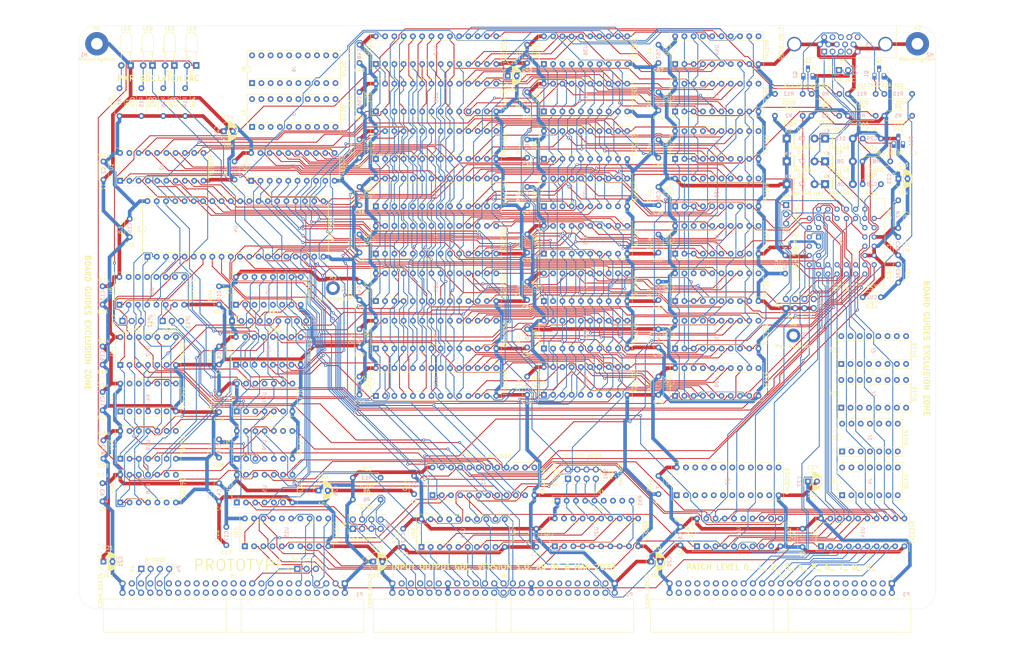
<source format=kicad_pcb>
(kicad_pcb (version 20211014) (generator pcbnew)
  (layers (0 "F.Cu" signal) (31 "B.Cu" signal) (34 "B.Paste" user) (35 "F.Paste" user) (36 "B.SilkS" user "B.Silkscreen") (37 "F.SilkS" user "F.Silkscreen") (38 "B.Mask" user) (39 "F.Mask" user) (44 "Edge.Cuts" user))
  (net 0 "")
  (net 1 "GND")
  (net 2 "VCC")
  (net 3 "Net-(C28-Pad2)")
  (net 4 "Net-(C29-Pad1)")
  (net 5 "/RAMDAC/RED")
  (net 6 "/RAMDAC/GRE")
  (net 7 "Net-(RN1-Pad9)")
  (net 8 "Net-(RN1-Pad5)")
  (net 9 "Net-(RN1-Pad4)")
  (net 10 "Net-(RN1-Pad3)")
  (net 11 "Net-(RN1-Pad2)")
  (net 12 "Net-(D1-Pad2)")
  (net 13 "-12V")
  (net 14 "/RAMDAC/BLU")
  (net 15 "Net-(J8-Pad1)")
  (net 16 "Net-(J8-Pad5)")
  (net 17 "Net-(D3-Pad1)")
  (net 18 "Net-(JP1-Pad2)")
  (net 19 "/RAMDAC/VCC_VGA")
  (net 20 "/uPD7220/TEND#")
  (net 21 "Net-(U4-Pad7)")
  (net 22 "/uPD7220/DREQ#")
  (net 23 "~{M1}")
  (net 24 "~{IORQ}")
  (net 25 "~{WR}")
  (net 26 "~{RD}")
  (net 27 "A0")
  (net 28 "A1")
  (net 29 "A2")
  (net 30 "A3")
  (net 31 "A4")
  (net 32 "A5")
  (net 33 "A6")
  (net 34 "A7")
  (net 35 "+12V")
  (net 36 "D0")
  (net 37 "D1")
  (net 38 "D2")
  (net 39 "D3")
  (net 40 "D4")
  (net 41 "D5")
  (net 42 "D6")
  (net 43 "D7")
  (net 44 "Net-(D5-Pad1)")
  (net 45 "ZERO")
  (net 46 "bD6")
  (net 47 "bD5")
  (net 48 "bD4")
  (net 49 "bD3")
  (net 50 "bD2")
  (net 51 "bD1")
  (net 52 "bD0")
  (net 53 "~{bWR}")
  (net 54 "~{bRD}")
  (net 55 "bA0")
  (net 56 "bD7")
  (net 57 "~{bRESET}")
  (net 58 "~{bM1}")
  (net 59 "bA7")
  (net 60 "bA6")
  (net 61 "bA5")
  (net 62 "bA4")
  (net 63 "~{bIORQ}")
  (net 64 "bA1")
  (net 65 "bA2")
  (net 66 "bA3")
  (net 167 "/bus/D15")
  (net 168 "/bus/D31")
  (net 169 "/bus/D14")
  (net 170 "/bus/D30")
  (net 171 "/bus/D13")
  (net 172 "/bus/D29")
  (net 173 "/bus/D12")
  (net 174 "/bus/D28")
  (net 175 "/bus/D11")
  (net 176 "/bus/D27")
  (net 177 "/bus/D10")
  (net 178 "/bus/D26")
  (net 179 "/bus/D9")
  (net 180 "/bus/D25")
  (net 181 "/bus/D8")
  (net 182 "/bus/D24")
  (net 183 "/bus/D23")
  (net 184 "/bus/D22")
  (net 185 "/bus/D21")
  (net 186 "/bus/D20")
  (net 187 "/bus/D19")
  (net 188 "/bus/D18")
  (net 189 "/bus/D17")
  (net 190 "/bus/D16")
  (net 191 "/bus/~{BUSERR}")
  (net 192 "/bus/UDS")
  (net 193 "/bus/~{VPA}")
  (net 194 "/bus/LDS")
  (net 195 "/bus/~{VMA}")
  (net 196 "/bus/S2")
  (net 197 "/bus/~{BHE}")
  (net 198 "/bus/S1")
  (net 199 "/bus/IPL2")
  (net 200 "/bus/S0")
  (net 201 "/bus/IPL1")
  (net 202 "/bus/AUXCLK3")
  (net 203 "/bus/IPL0")
  (net 204 "/bus/AUXCLK2")
  (net 205 "/bus/A15")
  (net 206 "/bus/A31")
  (net 207 "/bus/A14")
  (net 208 "/bus/A30")
  (net 209 "/bus/A13")
  (net 210 "/bus/A29")
  (net 211 "/bus/A12")
  (net 212 "/bus/A28")
  (net 213 "/bus/A11")
  (net 214 "/bus/A27")
  (net 215 "/bus/A10")
  (net 216 "/bus/A26")
  (net 217 "/bus/A9")
  (net 218 "/bus/A25")
  (net 219 "/bus/A8")
  (net 220 "/bus/A24")
  (net 221 "/bus/A23")
  (net 222 "/bus/A22")
  (net 223 "/bus/A21")
  (net 224 "/bus/A20")
  (net 225 "/bus/A19")
  (net 226 "/bus/A18")
  (net 227 "/bus/A17")
  (net 228 "/bus/A16")
  (net 229 "/bus/IC3")
  (net 230 "~{TEND1}")
  (net 231 "/bus/IC2")
  (net 232 "~{DREQ1}")
  (net 233 "/bus/IC1")
  (net 234 "~{TEND0}")
  (net 235 "/bus/IC0")
  (net 236 "~{DREQ0}")
  (net 237 "/bus/AUXCLK1")
  (net 238 "/bus/AUXCLK0")
  (net 239 "/bus/E")
  (net 240 "/bus/ST")
  (net 241 "/bus/PHI")
  (net 242 "/bus/~{MREQ}")
  (net 243 "/bus/~{INT2}")
  (net 244 "/bus/~{INT1}")
  (net 245 "/bus/~{BUSACK}")
  (net 246 "/bus/CRUCLK")
  (net 247 "/bus/CLK")
  (net 248 "/bus/CRUOUT")
  (net 249 "/bus/CRUIN")
  (net 250 "/bus/~{NMI}")
  (net 251 "~{RES_IN}")
  (net 252 "~{RES_OUT}")
  (net 253 "/bus/USER8")
  (net 254 "/bus/~{BUSRQ}")
  (net 255 "/bus/USER7")
  (net 256 "/bus/~{WAIT}")
  (net 257 "/bus/USER6")
  (net 258 "/bus/~{HALT}")
  (net 259 "/bus/USER5")
  (net 260 "/bus/~{RFSH}")
  (net 261 "/bus/USER4")
  (net 262 "/bus/USER3")
  (net 263 "/bus/USER2")
  (net 264 "/bus/USER1")
  (net 265 "/bus/USER0")
  (net 266 "~{BAI}")
  (net 267 "~{BAO}")
  (net 268 "~{IEI}")
  (net 269 "~{IEO}")
  (net 270 "/bus/I2C_SCL")
  (net 271 "/bus/I2C_SDA")
  (net 272 "~{WE}")
  (net 276 "COLOR4")
  (net 277 "COLOR5")
  (net 278 "COLOR6")
  (net 279 "COLOR7")
  (net 280 "/uPD7220/HSYNC+")
  (net 281 "~{HSYNC}")
  (net 282 "HSYNC-")
  (net 283 "/uPD7220/VSYNC+")
  (net 284 "Net-(D4-Pad1)")
  (net 285 "H+VSYNC-")
  (net 286 "2xWCLK")
  (net 288 "~{DBIN_GDC}")
  (net 289 "~{ALE2}")
  (net 290 "~{READ_VRAM}")
  (net 291 "~{CS_RAMDAC}")
  (net 292 "~{CS_RAMDAC_RD}")
  (net 293 "~{CS_RAMDAC_WR}")
  (net 294 "~{CS_GDC_WR}")
  (net 295 "~{CS_GDC_RD}")
  (net 296 "~{VSYNC}")
  (net 297 "VSYNC-")
  (net 298 "/RAMDAC/GND_BT478")
  (net 299 "/bus/~{INT0}")
  (net 300 "/bus/~{EIRQ7}")
  (net 301 "/bus/~{EIRQ6}")
  (net 324 "Net-(J9-Pad2)")
  (net 325 "/bus/~{EIRQ5}")
  (net 326 "/bus/~{EIRQ4}")
  (net 327 "/bus/~{EIRQ3}")
  (net 328 "/bus/~{EIRQ2}")
  (net 329 "/bus/~{EIRQ1}")
  (net 330 "/bus/~{EIRQ0}")
  (net 333 "/RAMDAC/H-Sync")
  (net 334 "/RAMDAC/V-Sync")
  (net 336 "Net-(Q1-Pad2)")
  (net 337 "Net-(Q2-Pad2)")
  (net 338 "Net-(R2-Pad2)")
  (net 339 "Net-(R3-Pad2)")
  (net 340 "Net-(R4-Pad2)")
  (net 341 "Net-(R5-Pad2)")
  (net 342 "Net-(R7-Pad1)")
  (net 343 "/uPD7220/PU4.7K-H")
  (net 344 "/uPD7220/PU4.7K-I")
  (net 345 "/uPD7220/PU4.7K-J")
  (net 346 "/uPD7220/PU4.7K-K")
  (net 347 "/uPD7220/PU4.7K-L")
  (net 348 "/uPD7220/PU4.7K-M")
  (net 350 "AD7")
  (net 351 "AD6")
  (net 352 "AD5")
  (net 353 "AD4")
  (net 354 "AD3")
  (net 355 "AD2")
  (net 356 "AD1")
  (net 357 "AD0")
  (net 358 "ALE")
  (net 359 "/VSRAM/MA0")
  (net 360 "/VSRAM/MA1")
  (net 361 "/VSRAM/MA2")
  (net 362 "/VSRAM/MA3")
  (net 363 "/VSRAM/MA4")
  (net 364 "/VSRAM/MA5")
  (net 365 "/VSRAM/MA6")
  (net 366 "/VSRAM/MA7")
  (net 367 "AD15")
  (net 368 "AD14")
  (net 369 "AD13")
  (net 370 "AD12")
  (net 371 "AD11")
  (net 372 "AD10")
  (net 373 "AD9")
  (net 374 "AD8")
  (net 375 "/VSRAM/MA8")
  (net 376 "/VSRAM/MA9")
  (net 377 "/VSRAM/MA10")
  (net 378 "/VSRAM/MA11")
  (net 379 "/VSRAM/MA12")
  (net 380 "/VSRAM/MA13")
  (net 381 "/VSRAM/MA14")
  (net 382 "/VSRAM/MA15")
  (net 383 "~{CS_BRD}")
  (net 384 "~{CS_GDC}")
  (net 385 "~{CS_LATCH}")
  (net 388 "Net-(U4-Pad3)")
  (net 389 "Net-(U4-Pad4)")
  (net 390 "Net-(U4-Pad5)")
  (net 393 "AD16")
  (net 394 "AD17")
  (net 395 "/VSRAM/~{DEBL0}")
  (net 399 "Net-(D3-Pad2)")
  (net 401 "Net-(D4-Pad2)")
  (net 403 "Net-(D5-Pad2)")
  (net 404 "/uPD7220/VSR-LD#")
  (net 406 "~{BLANK}")
  (net 410 "PIX-CLK")
  (net 416 "/uPD7220/2xWCLK#")
  (net 417 "Net-(U17-Pad2)")
  (net 418 "Net-(U17-Pad1)")
  (net 420 "Net-(U17-Pad5)")
  (net 421 "/VSRAM/~{DEBL2}")
  (net 422 "Net-(U17-Pad13)")
  (net 423 "/uPD7220/DBIN")
  (net 424 "Net-(U18-Pad12)")
  (net 427 "~{DBIN}")
  (net 428 "/VSRAM/V0D7")
  (net 429 "/VSRAM/V0D6")
  (net 430 "/VSRAM/V0D5")
  (net 431 "/VSRAM/V0D4")
  (net 432 "/VSRAM/V0D3")
  (net 433 "/VSRAM/V0D2")
  (net 434 "/VSRAM/V0D1")
  (net 435 "/VSRAM/V0D0")
  (net 436 "/VSRAM/~{WE0}")
  (net 437 "/VSRAM/V0D15")
  (net 438 "/VSRAM/V0D14")
  (net 439 "/VSRAM/V0D13")
  (net 440 "/VSRAM/V0D12")
  (net 441 "/VSRAM/V0D11")
  (net 442 "/VSRAM/V0D10")
  (net 443 "/VSRAM/V0D9")
  (net 444 "/VSRAM/V0D8")
  (net 445 "/VSRAM/V2D7")
  (net 446 "/VSRAM/V2D6")
  (net 447 "/VSRAM/V2D5")
  (net 448 "/VSRAM/V2D4")
  (net 449 "/VSRAM/V2D3")
  (net 450 "/VSRAM/V2D2")
  (net 451 "/VSRAM/V2D1")
  (net 452 "/VSRAM/V2D0")
  (net 453 "/VSRAM/~{WE2}")
  (net 454 "/VSRAM/V2D15")
  (net 455 "/VSRAM/V2D14")
  (net 456 "/VSRAM/V2D13")
  (net 457 "/VSRAM/V2D12")
  (net 458 "/VSRAM/V2D11")
  (net 459 "/VSRAM/V2D10")
  (net 460 "/VSRAM/V2D9")
  (net 461 "/VSRAM/V2D8")
  (net 462 "/VSRAM/~{DEBL1}")
  (net 463 "/VSRAM/~{DEBL3}")
  (net 464 "VSR-LD")
  (net 465 "COLOR0")
  (net 468 "Net-(U29-Pad18)")
  (net 471 "COLOR2")
  (net 474 "Net-(U31-Pad18)")
  (net 477 "/VSRAM/V1D7")
  (net 478 "/VSRAM/V1D6")
  (net 479 "/VSRAM/V1D5")
  (net 480 "/VSRAM/V1D4")
  (net 481 "/VSRAM/V1D3")
  (net 482 "/VSRAM/V1D2")
  (net 483 "/VSRAM/V1D1")
  (net 484 "/VSRAM/V1D0")
  (net 485 "/VSRAM/~{WE1}")
  (net 486 "/VSRAM/V1D15")
  (net 487 "/VSRAM/V1D14")
  (net 488 "/VSRAM/V1D13")
  (net 489 "/VSRAM/V1D12")
  (net 490 "/VSRAM/V1D11")
  (net 491 "/VSRAM/V1D10")
  (net 492 "/VSRAM/V1D9")
  (net 493 "/VSRAM/V1D8")
  (net 494 "/VSRAM/V3D7")
  (net 495 "/VSRAM/V3D6")
  (net 496 "/VSRAM/V3D5")
  (net 497 "/VSRAM/V3D4")
  (net 498 "/VSRAM/V3D3")
  (net 499 "/VSRAM/V3D2")
  (net 500 "/VSRAM/V3D1")
  (net 501 "/VSRAM/V3D0")
  (net 502 "/VSRAM/~{WE3}")
  (net 503 "/VSRAM/V3D15")
  (net 504 "/VSRAM/V3D14")
  (net 505 "/VSRAM/V3D13")
  (net 506 "/VSRAM/V3D12")
  (net 507 "/VSRAM/V3D11")
  (net 508 "/VSRAM/V3D10")
  (net 509 "/VSRAM/V3D9")
  (net 510 "/VSRAM/V3D8")
  (net 511 "~{DEBL}")
  (net 512 "COLOR3")
  (net 515 "Net-(U43-Pad18)")
  (net 518 "COLOR1")
  (net 521 "Net-(U45-Pad18)")
  (net 524 "/uPD7220/ALE#")
  (net 525 "/uPD7220/PIX-CLK#")
  (net 526 "/RAMDAC/OL0")
  (net 527 "/RAMDAC/OL1")
  (net 528 "/RAMDAC/OL2")
  (net 529 "/RAMDAC/OL3")
  (net 532 "/RAMDAC/SETUP")
  (net 533 "/RAMDAC/8-16")
  (net 534 "/uPD7220/DEBL")
  (net 536 "Net-(U79-Pad12)")
  (net 538 "/uPD7220/ALE2")
  (footprint "MountingHole:MountingHole_3.2mm_M3_Pad" (layer "F.Cu") (at 265 75)
    (fp_text reference "H2")
    (fp_text value "MountingHole")
  )
  (footprint "MountingHole:MountingHole_3.2mm_M3_Pad" (layer "F.Cu") (at 40 75)
    (fp_text reference "H1")
    (fp_text value "MountingHole")
  )
  (footprint "Connector_IDC:IDC-Header_2x25_P2.54mm_Horizontal" (layer "F.Cu") (at 182 223 -90)
    (fp_text reference "P2")
    (fp_text value "CONN_02X25")
  )
  (footprint "Connector_IDC:IDC-Header_2x25_P2.54mm_Horizontal" (layer "F.Cu") (at 258 223 -90)
    (fp_text reference "P3")
    (fp_text value "CONN_02X25")
  )
  (footprint "Connector_IDC:IDC-Header_2x25_P2.54mm_Horizontal" (layer "F.Cu") (at 108 223 -90)
    (fp_text reference "P1")
    (fp_text value "CONN_02X25")
  )
  (footprint "Connector_PinHeader_2.54mm:PinHeader_1x03_P2.54mm_Vertical" (layer "F.Cu") (at 229 119.225)
    (fp_text reference "JP1")
    (fp_text value "SYNC")
  )
  (footprint "Capacitor_THT:C_Disc_D5.0mm_W2.5mm_P5.00mm" (layer "F.Cu") (at 73.5 171 -90)
    (fp_text reference "C16")
    (fp_text value "0.1u")
  )
  (footprint "Package_DIP:DIP-20_W7.62mm_Socket" (layer "F.Cu") (at 198.575 93.57 90)
    (fp_text reference "U32")
    (fp_text value "74F299")
  )
  (footprint "Capacitor_THT:C_Disc_D5.0mm_W2.5mm_P5.00mm" (layer "F.Cu") (at 41.8 183.75 -90)
    (fp_text reference "C58")
    (fp_text value "0.1u")
  )
  (footprint "Package_DIP:DIP-24_W7.62mm_Socket" (layer "F.Cu") (at 132.025 198.8 90)
    (fp_text reference "U3")
    (fp_text value "GAL22V10")
  )
  (footprint "Resistor_THT:R_Axial_DIN0207_L6.3mm_D2.5mm_P7.62mm_Horizontal" (layer "F.Cu") (at 255.94 94.75)
    (fp_text reference "R5")
    (fp_text value "1000")
  )
  (footprint "Capacitor_THT:C_Disc_D5.0mm_W2.5mm_P5.00mm" (layer "F.Cu") (at 250 144.5)
    (fp_text reference "C52")
    (fp_text value "0.1u")
  )
  (footprint "Resistor_THT:R_Axial_DIN0207_L6.3mm_D2.5mm_P7.62mm_Horizontal" (layer "F.Cu") (at 225.94 94.75)
    (fp_text reference "R2")
    (fp_text value "1000")
  )
  (footprint "Package_DIP:DIP-28_W7.62mm_Socket" (layer "F.Cu") (at 116.5 93.57 90)
    (fp_text reference "U28")
    (fp_text value "IS61C256")
  )
  (footprint "Package_DIP:DIP-14_W7.62mm_Socket" (layer "F.Cu") (at 78.375 175.8 90)
    (fp_text reference "U17")
    (fp_text value "74F20")
  )
  (footprint "Package_DIP:DIP-40_W15.24mm_Socket" (layer "F.Cu") (at 53.875 133.395 90)
    (fp_text reference "U4")
    (fp_text value "uPD7220")
  )
  (footprint "Package_DIP:DIP-20_W7.62mm_Socket" (layer "F.Cu") (at 198.575 145.57 90)
    (fp_text reference "U31")
    (fp_text value "74F299")
  )
  (footprint "Capacitor_THT:C_Disc_D5.0mm_W2.5mm_P5.00mm" (layer "F.Cu") (at 194 101.27 -90)
    (fp_text reference "C55")
    (fp_text value "0.1u")
  )
  (footprint "Package_DIP:DIP-16_W7.62mm_Socket" (layer "F.Cu") (at 244.125 162.8 90)
    (fp_text reference "J2")
    (fp_text value "DIL16")
  )
  (footprint "Package_DIP:DIP-24_W7.62mm_Socket" (layer "F.Cu") (at 199 198.8 90)
    (fp_text reference "U7")
    (fp_text value "GAL22V10")
  )
  (footprint "Diode_THT:D_DO-41_SOD81_P7.62mm_Horizontal" (layer "F.Cu") (at 229.19 101)
    (fp_text reference "D9")
    (fp_text value "1N4148")
  )
  (footprint "Capacitor_THT:C_Disc_D5.0mm_W2.5mm_P5.00mm" (layer "F.Cu") (at 112 127.27 -90)
    (fp_text reference "C43")
    (fp_text value "0.1u")
  )
  (footprint "Capacitor_THT:CP_Radial_D5.0mm_P2.50mm" (layer "F.Cu") (at 115.7949 217)
    (fp_text reference "C22")
    (fp_text value "10u")
  )
  (footprint "Capacitor_THT:C_Disc_D5.0mm_W2.5mm_P5.00mm" (layer "F.Cu") (at 73.5 141.5 -90)
    (fp_text reference "C10")
    (fp_text value "0.1u")
  )
  (footprint "Capacitor_THT:C_Disc_D5.0mm_W2.5mm_P5.00mm" (layer "F.Cu") (at 194 153.27 -90)
    (fp_text reference "C46")
    (fp_text value "0.1u")
  )
  (footprint "Package_DIP:DIP-20_W7.62mm_Socket" (layer "F.Cu") (at 198.575 171.57 90)
    (fp_text reference "U29")
    (fp_text value "74F299")
  )
  (footprint "Capacitor_THT:C_Disc_D5.0mm_W2.5mm_P5.00mm" (layer "F.Cu") (at 259.75 135.5 -90)
    (fp_text reference "C31")
    (fp_text value "0.1u")
  )
  (footprint "LED_THT:LED_D3.0mm_Horizontal_O3.81mm_Z2.0mm" (layer "F.Cu") (at 49.25 80.95 180)
    (fp_text reference "D1")
    (fp_text value "LED")
  )
  (footprint "Package_DIP:DIP-14_W7.62mm_Socket" (layer "F.Cu") (at 46.425 175.8 90)
    (fp_text reference "X4")
    (fp_text value "PIX CLK")
  )
  (footprint "Capacitor_THT:C_Disc_D5.0mm_W2.5mm_P5.00mm" (layer "F.Cu") (at 160.5 208 -90)
    (fp_text reference "C14")
    (fp_text value "0.1u")
  )
  (footprint "Resistor_THT:R_Axial_DIN0207_L6.3mm_D2.5mm_P7.62mm_Horizontal" (layer "F.Cu") (at 255.94 88.75)
    (fp_text reference "R10")
    (fp_text value "2200")
  )
  (footprint "Package_DIP:DIP-20_W7.62mm_Socket" (layer "F.Cu") (at 162.575 158.57 90)
    (fp_text reference "U33")
    (fp_text value "74LS245")
  )
  (footprint "Capacitor_THT:CP_Radial_D5.0mm_P2.50mm" (layer "F.Cu") (at 192 217)
    (fp_text reference "C20")
    (fp_text value "10u")
  )
  (footprint "Capacitor_THT:C_Disc_D5.0mm_W2.5mm_P5.00mm" (layer "F.Cu") (at 194 166.27 -90)
    (fp_text reference "C45")
    (fp_text value "0.1u")
  )
  (footprint "Capacitor_THT:C_Disc_D5.0mm_W2.5mm_P5.00mm" (layer "F.Cu") (at 194 193.5 -90)
    (fp_text reference "C7")
    (fp_text value "0.1u")
  )
  (footprint "Capacitor_THT:CP_Radial_D5.0mm_P2.50mm" (layer "F.Cu") (at 235 195)
    (fp_text reference "C27")
    (fp_text value "10u")
  )
  (footprint "Package_DIP:DIP-16_W7.62mm_Socket" (layer "F.Cu") (at 244.125 174.8 90)
    (fp_text reference "J5")
    (fp_text value "DIL16")
  )
  (footprint "Capacitor_THT:C_Disc_D5.0mm_W2.5mm_P5.00mm" (layer "F.Cu") (at 194 127.27 -90)
    (fp_text reference "C37")
    (fp_text value "0.1u")
  )
  (footprint "Resistor_THT:R_Axial_DIN0207_L6.3mm_D2.5mm_P7.62mm_Horizontal" (layer "F.Cu") (at 110.19 194)
    (fp_text reference "R13")
    (fp_text value "4700")
  )
  (footprint "Package_DIP:DIP-20_W7.62mm_Socket" (layer "F.Cu") (at 165.575 212.8 90)
    (fp_text reference "U21")
    (fp_text value "74LS688")
  )
  (footprint "Connector_Dsub:DSUB-15-HD_Female_Horizontal_P2.29x1.98mm_EdgePinOffset3.03mm_Housed_MountingHolesOffset4.94mm" (layer "F.Cu") (at 239.45 77.1503 180)
    (fp_text reference "P5")
    (fp_text value "DB15-HD-F")
  )
  (footprint "Capacitor_THT:C_Disc_D5.0mm_W2.5mm_P5.00mm" (layer "F.Cu") (at 73.5 183.5 -90)
    (fp_text reference "C18")
    (fp_text value "0.1u")
  )
  (footprint "Capacitor_THT:C_Disc_D5.0mm_W2.5mm_P5.00mm" (layer "F.Cu") (at 158 153.27 -90)
    (fp_text reference "C54")
    (fp_text value "0.1u")
  )
  (footprint "NetTie:NetTie-2_THT_Pad0.3mm" (layer "F.Cu") (at 230 130.85 90)
    (fp_text reference "NT3")
    (fp_text value "NetTie_2")
  )
  (footprint "Diode_THT:D_DO-41_SOD81_P7.62mm_Horizontal" (layer "F.Cu") (at 239.69 113.5)
    (fp_text reference "D6")
    (fp_text value "1N4148")
  )
  (footprint "Capacitor_THT:C_Disc_D5.0mm_W2.5mm_P5.00mm" (layer "F.Cu") (at 41.55 195.5 -90)
    (fp_text reference "C9")
    (fp_text value "0.1u")
  )
  (footprint "Capacitor_THT:C_Disc_D5.0mm_W2.5mm_P5.00mm" (layer "F.Cu") (at 49 123 -90)
    (fp_text reference "C15")
    (fp_text value "0.1u")
  )
  (footprint "MountingHole:MountingHole_2.2mm_M2_DIN965_Pad" (layer "F.Cu") (at 231 155)
    (fp_text reference "H4")
    (fp_text value "MountingHole")
  )
  (footprint "Package_DIP:DIP-14_W7.62mm_Socket" (layer "F.Cu") (at 46.425 188.8 90)
    (fp_text reference "U59")
    (fp_text value "74F74")
  )
  (footprint "Package_DIP:DIP-14_W7.62mm_Socket" (layer "F.Cu") (at 78.375 200.8 90)
    (fp_text reference "U5")
    (fp_text value "74LS07")
  )
  (footprint "Connector_PinHeader_2.54mm:PinHeader_1x03_P2.54mm_Vertical" (layer "F.Cu") (at 94.975 219 90)
    (fp_text reference "J9")
    (fp_text value "RESET SEL")
  )
  (footprint "Resistor_THT:R_Axial_DIN0207_L6.3mm_D2.5mm_P7.62mm_Horizontal" (layer "F.Cu") (at 46.21 87.19 -90)
    (fp_text reference "R1")
    (fp_text value "470")
  )
  (footprint "Resistor_THT:R_Axial_DIN0207_L6.3mm_D2.5mm_P7.62mm_Horizontal" (layer "F.Cu") (at 259.75 117.94 -90)
    (fp_text reference "R7")
    (fp_text value "147")
  )
  (footprint "Package_LCC:PLCC-44_THT-Socket" (layer "F.Cu") (at 237.9 127.98 90)
    (fp_text reference "U51")
    (fp_text value "BT478")
  )
  (footprint "Package_DIP:DIP-28_W7.62mm_Socket" (layer "F.Cu") (at 116.5 145.57 90)
    (fp_text reference "U27")
    (fp_text value "IS61C256")
  )
  (footprint "Capacitor_THT:C_Disc_D5.0mm_W2.5mm_P5.00mm" (layer "F.Cu") (at 112 114.27 -90)
    (fp_text reference "C38")
    (fp_text value "0.1u")
  )
  (footprint "Resistor_THT:R_Axial_DIN0207_L6.3mm_D2.5mm_P7.62mm_Horizontal" (layer "F.Cu") (at 110.19 200)
    (fp_text reference "R6")
    (fp_text value "4700")
  )
  (footprint "Capacitor_THT:C_Disc_D5.0mm_W2.5mm_P5.00mm" (layer "F.Cu") (at 228.75 133 -90)
    (fp_text reference "C32")
    (fp_text value "0.1u")
  )
  (footprint "Package_DIP:DIP-20_W7.62mm_Socket" (layer "F.Cu") (at 82.325 112.57 90)
    (fp_text reference "U1")
    (fp_text value "74LS573")
  )
  (footprint "LED_THT:LED_D3.0mm_Horizontal_O3.81mm_Z2.0mm" (layer "F.Cu") (at 61.25 80.95 180)
    (fp_text reference "D5")
    (fp_text value "LED")
  )
  (footprint "Package_DIP:DIP-20_W7.62mm_Socket" (layer "F.Cu") (at 238.575 212.8 90)
    (fp_text reference "U14")
    (fp_text value "74LS245")
  )
  (footprint "Capacitor_THT:C_Disc_D5.0mm_W2.5mm_P5.00mm" (layer "F.Cu") (at 194 75.27 -90)
    (fp_text reference "C57")
    (fp_text value "0.1u")
  )
  (footprint "Package_DIP:DIP-20_W7.62mm_Socket" (layer "F.Cu") (at 162.575 93.57 90)
    (fp_text reference "U24")
    (fp_text value "74LS245")
  )
  (footprint "Package_DIP:DIP-28_W7.62mm_Socket" (layer "F.Cu") (at 116.5 171.57 90)
    (fp_text reference "U25")
    (fp_text value "IS61C256")
  )
  (footprint "Capacitor_THT:CP_Radial_D5.0mm_P2.50mm" (layer "F.Cu") (at 259.7949 112)
    (fp_text reference "C23")
    (fp_text value "10u")
  )
  (footprint "Diode_THT:D_DO-41_SOD81_P7.62mm_Horizontal" (layer "F.Cu") (at 229.19 107.25)
    (fp_text reference "D7")
    (fp_text value "1N4148")
  )
  (footprint "Package_DIP:DIP-14_W7.62mm_Socket" (layer "F.Cu") (at 46.425 163.07 90)
    (fp_text reference "U47")
    (fp_text value "74F04")
  )
  (footprint "Resistor_THT:R_Axial_DIN0207_L6.3mm_D2.5mm_P7.62mm_Horizontal" (layer "F.Cu") (at 236 88.75)
    (fp_text reference "R9")
    (fp_text value "2200")
  )
  (footprint "Package_DIP:DIP-28_W7.62mm_Socket" (layer "F.Cu") (at 116.5 158.57 90)
    (fp_text reference "U38")
    (fp_text value "IS61C256")
  )
  (footprint "Package_DIP:DIP-16_W7.62mm_Socket" (layer "F.Cu") (at 46.175 146.57 90)
    (fp_text reference "U6")
    (fp_text value "74LS175")
  )
  (footprint "Resistor_THT:R_Axial_DIN0207_L6.3mm_D2.5mm_P7.62mm_Horizontal" (layer "F.Cu") (at 58.21 87.19 -90)
    (fp_text reference "R16")
    (fp_text value "470")
  )
  (footprint "Package_DIP:DIP-20_W7.62mm_Socket" (layer "F.Cu") (at 198.575 158.57 90)
    (fp_text reference "U45")
    (fp_text value "74F299")
  )
  (footprint "Resistor_THT:R_Axial_DIN0207_L6.3mm_D2.5mm_P7.62mm_Horizontal" (layer "F.Cu") (at 245.94 94.75)
    (fp_text reference "R4")
    (fp_text value "1000")
  )
  (footprint "Resistor_THT:R_Array_SIP9" (layer "F.Cu") (at 77.075 151.02)
    (fp_text reference "RR1")
    (fp_text value "4700")
  )
  (footprint "Package_DIP:DIP-28_W7.62mm_Socket" (layer "F.Cu") (at 116.5 119.57 90)
    (fp_text reference "U26")
    (fp_text value "IS61C256")
  )
  (footprint "Diode_THT:D_DO-41_SOD81_P7.62mm_Horizontal" (layer "F.Cu") (at 239.69 107.25)
    (fp_text reference "D8")
    (fp_text value "1N4148")
  )
  (footprint "Package_DIP:DIP-20_W7.62mm_Socket" (layer "F.Cu") (at 162.575 171.27 90)
    (fp_text reference "U20")
    (fp_text value "74LS245")
  )
  (footprint "Capacitor_THT:CP_Radial_D5.0mm_P2.50mm" (layer "F.Cu") (at 41.7949 217)
    (fp_text reference "C21")
    (fp_text value "10u")
  )
  (footprint "Capacitor_THT:C_Disc_D5.0mm_W2.5mm_P5.00mm" (layer "F.Cu") (at 124 208 -90)
    (fp_text reference "C12")
    (fp_text value "0.1u")
  )
  (footprint "Package_DIP:DIP-20_W7.62mm_Socket" (layer "F.Cu") (at 162.575 80.57 90)
    (fp_text reference "U36")
    (fp_text value "74LS245")
  )
  (footprint "Diode_THT:D_DO-41_SOD81_P7.62mm_Horizontal" (layer "F.Cu") (at 239.69 101)
    (fp_text reference "D10")
    (fp_text value "1N4148")
  )
  (footprint "Capacitor_THT:C_Disc_D5.0mm_W2.5mm_P5.00mm" (layer "F.Cu") (at 41.55 158 -90)
    (fp_text reference "C19")
    (fp_text value "0.1u")
  )
  (footprint "Capacitor_THT:C_Disc_D5.0mm_W2.5mm_P5.00mm" (layer "F.Cu") (at 112 88.27 -90)
    (fp_text reference "C56")
    (fp_text value "0.1u")
  )
  (footprint "Capacitor_THT:C_Disc_D5.0mm_W2.5mm_P5.00mm" (layer "F.Cu") (at 158 140.27 -90)
    (fp_text reference "C51")
    (fp_text value "0.1u")
  )
  (footprint "Package_DIP:DIP-20_W7.62mm_Socket" (layer "F.Cu") (at 198.575 106.57 90)
    (fp_text reference "U46")
    (fp_text value "74F299")
  )
  (footprint "Package_DIP:DIP-28_W7.62mm_Socket" (layer "F.Cu") (at 116.5 106.57 90)
    (fp_text reference "U40")
    (fp_text value "IS61C256")
  )
  (footprint "Capacitor_THT:CP_Radial_D5.0mm_P2.50mm" (layer "F.Cu") (at 74.7949 99)
    (fp_text reference "C24")
    (fp_text value "10u")
  )
  (footprint "Package_DIP:DIP-20_W7.62mm_Socket" (layer "F.Cu") (at 82.575 97.8 90)
    (fp_text reference "J3")
    (fp_text value "DIL20")
  )
  (footprint "Connector_PinHeader_2.54mm:PinHeader_1x04_P2.54mm_Vertical" (layer "F.Cu") (at 52.2 219 90)
    (fp_text reference "P4")
    (fp_text value "BYPASS")
  )
  (footprint "Package_DIP:DIP-20_W7.62mm_Socket" (layer "F.Cu") (at 162.575 106.57 90)
    (fp_text reference "U34")
    (fp_text value "74LS245")
  )
  (footprint "Package_TO_SOT_THT:TO-92L_HandSolder" (layer "F.Cu") (at 258.5 102.25)
    (fp_text reference "D11")
    (fp_text value "LM385BZ-1.2")
  )
  (footprint "Package_DIP:DIP-20_W7.62mm_Socket" (layer "F.Cu") (at 198.575 119.57 90)
    (fp_text reference "U30")
    (fp_text value "74F299")
  )
  (footprint "Package_DIP:DIP-20_W7.62mm_Socket" (layer "F.Cu") (at 198.575 132.57 90)
    (fp_text reference "U43")
    (fp_text value "74F299")
  )
  (footprint "Resistor_THT:R_Axial_DIN0207_L6.3mm_D2.5mm_P7.62mm_Horizontal" (layer "F.Cu") (at 225.94 88.75)
    (fp_text reference "R12")
    (fp_text value "2200")
  )
  (footprint "Package_DIP:DIP-16_W7.62mm_Socket" (layer "F.Cu") (at 78.125 146.57 90)
    (fp_text reference "U9")
    (fp_text value "74LS163")
  )
  (footprint "Connector_PinHeader_2.54mm:PinHeader_2x04_P2.54mm_Vertical" (layer "F.Cu") (at 169.2 194.275 90)
    (fp_text reference "SW1")
    (fp_text value "IO PORT ADDR")
  )
  (footprint "Resistor_THT:R_Axial_DIN0207_L6.3mm_D2.5mm_P7.62mm_Horizontal" (layer "F.Cu") (at 249.94 107.25)
    (fp_text reference "R8")
    (fp_text value "1000")
  )
  (footprint "Capacitor_THT:C_Disc_D5.0mm_W2.5mm_P5.00mm" (layer "F.Cu") (at 158 101.27 -90)
    (fp_text reference "C39")
    (fp_text value "0.1u")
  )
  (footprint "Package_DIP:DIP-14_W7.62mm_Socket" (layer "F.Cu") (at 244.375 186.8 90)
    (fp_text reference "J1")
    (fp_text value "DIL14")
  )
  (footprint "Capacitor_THT:C_Disc_D5.0mm_W2.5mm_P5.00mm" (layer "F.Cu") (at 112 166.27 -90)
    (fp_text reference "C53")
    (fp_text value "0.1u")
  )
  (footprint "Package_DIP:DIP-20_W7.62mm_Socket" (layer "F.Cu") (at 204.575 212.8 90)
    (fp_text reference "U48")
    (fp_text value "74LS273")
  )
  (footprint "Capacitor_THT:C_Disc_D5.0mm_W2.5mm_P5.00mm" (layer "F.Cu") (at 158 166.27 -90)
    (fp_text reference "C50")
    (fp_text value "0.1u")
  )
  (footprint "Capacitor_THT:CP_Radial_D5.0mm_P2.50mm" (layer "F.Cu") (at 100.7949 197.5)
    (fp_text reference "C25")
    (fp_text value "10u")
  )
  (footprint "Package_DIP:DIP-20_W7.62mm_Socket" (layer "F.Cu") (at 198.575 80.57 90)
    (fp_text reference "U44")
    (fp_text value "74F299")
  )
  (footprint "Capacitor_THT:C_Disc_D5.0mm_W2.5mm_P5.00mm" (layer "F.Cu") (at 112 101.27 -90)
    (fp_text reference "C40")
    (fp_text value "0.1u")
  )
  (footprint "Package_DIP:DIP-28_W7.62mm_Socket" (layer "F.Cu") (at 116.5 80.57 90)
    (fp_text reference "U42")
    (fp_text value "IS61C256")
  )
  (footprint "Capacitor_THT:C_Disc_D5.0mm_W2.5mm_P5.00mm" (layer "F.Cu") (at 41.55 141.5 -90)
    (fp_text reference "C13")
    (fp_text value "0.1u")
  )
  (footprint "Package_DIP:DIP-28_W7.62mm_Socket" (layer "F.Cu") (at 116.5 132.57 90)
    (fp_text reference "U41")
    (fp_text value "IS61C256")
  )
  (footprint "Capacitor_THT:C_Disc_D5.0mm_W2.5mm_P5.00mm" (layer "F.Cu") (at 250 101)
    (fp_text reference "C29")
    (fp_text value "0.1u")
  )
  (footprint "Package_DIP:DIP-20_W7.62mm_Socket" (layer "F.Cu") (at 82.575 85.8 90)
    (fp_text reference "J6")
    (fp_text value "DIL20")
  )
  (footprint "Package_DIP:DIP-14_W7.62mm_Socket" (layer "F.Cu") (at 78.375 188.8 90)
    (fp_text reference "U79")
    (fp_text value "74LS74")
  )
  (footprint "MountingHole:MountingHole_2.2mm_M2_DIN965_Pad" (layer "F.Cu") (at 104.75 142)
    (fp_text reference "H3")
    (fp_text value "MountingHole")
  )
  (footprint "Capacitor_THT:C_Disc_D5.0mm_W2.5mm_P5.00mm" (layer "F.Cu") (at 77.75 107.27 -90)
    (fp_text reference "C3")
    (fp_text value "0.1u")
  )
  (footprint "Capacitor_THT:C_Disc_D5.0mm_W2.5mm_P5.00mm" (layer "F.Cu") (at 194 88.27 -90)
    (fp_text reference "C34")
    (fp_text value "0.1u")
  )
  (footprint "Capacitor_THT:C_Disc_D5.0mm_W2.5mm_P5.00mm" (layer "F.Cu") (at 112 153.27 -90)
    (fp_text reference "C49")
    (fp_text value "0.1u")
  )
  (footprint "Package_TO_SOT_THT:TO-92L_HandSolder" (layer "F.Cu") (at 233.73 83.52)
    (fp_text reference "Q2")
    (fp_text value "2N2222A")
  )
  (footprint "Capacitor_THT:C_Disc_D5.0mm_W2.5mm_P5.00mm" (layer "F.Cu") (at 194 114.27 -90)
    (fp_text reference "C36")
    (fp_text value "0.1u")
  )
  (footprint "Resistor_THT:R_Axial_DIN0207_L6.3mm_D2.5mm_P7.62mm_Horizontal" (layer "F.Cu") (at 235.94 94.75)
    (fp_text reference "R3")
    (fp_text value "1000")
  )
  (footprint "Package_DIP:DIP-14_W7.62mm_Socket" (layer "F.Cu") (at 244.375 198.8 90)
    (fp_text reference "J4")
    (fp_text value "DIL14")
  )
  (footprint "Capacitor_THT:C_Disc_D5.0mm_W2.5mm_P5.00mm" (layer "F.Cu") (at 75.5 207.5 -90)
    (fp_text reference "C17")
    (fp_text value "0.1u")
  )
  (footprint "Package_DIP:DIP-20_W7.62mm_Socket" (layer "F.Cu") (at 46.375 112.57 90)
    (fp_text reference "U2")
    (fp_text value "74LS573")
  )
  (footprint "NetTie:NetTie-2_THT_Pad0.3mm" (layer "F.Cu") (at 182.25 193.7 90)
    (fp_text reference "NT2")
    (fp_text value "NetTie_2")
  )
  (footprint "Capacitor_THT:C_Disc_D5.0mm_W2.5mm_P5.00mm" (layer "F.Cu") (at 112 75.27 -90)
    (fp_text reference "C48")
    (fp_text value "0.1u")
  )
  (footprint "LED_THT:LED_D3.0mm_Horizontal_O3.81mm_Z2.0mm" (layer "F.Cu") (at 55.25 80.95 180)
    (fp_text reference "D4")
    (fp_text value "LED")
  )
  (footprint "Capacitor_THT:CP_Radial_D5.0mm_P2.50mm" (layer "F.Cu") (at 152.6577 83.7925)
    (fp_text reference "C26")
    (fp_text value "10u")
  )
  (footprint "Package_DIP:DIP-20_W7.62mm_Socket" (layer "F.Cu") (at 129 213 90)
    (fp_text reference "U13")
    (fp_text value "74LS244")
  )
  (footprint "Capacitor_THT:C_Disc_D5.0mm_W2.5mm_P5.00mm" (layer "F.Cu") (at 158 127.27 -90)
    (fp_text reference "C41")
    (fp_text value "0.1u")
  )
  (footprint "Connector_PinHeader_2.54mm:PinHeader_1x02_P2.54mm_Vertical" (layer "F.Cu") (at 243.475 82.25 90)
    (fp_text reference "JP2")
    (fp_text value "VGA VCC")
  )
  (footprint "Package_DIP:DIP-14_W7.62mm_Socket" (layer "F.Cu") (at 46.425 200.8 90)
    (fp_text reference "U18")
    (fp_text value "74LS74")
  )
  (footprint "Capacitor_THT:C_Disc_D5.0mm_W2.5mm_P5.00mm" (layer "F.Cu") (at 127 193.5 -90)
    (fp_text reference "C1")
    (fp_text value "0.1u")
  )
  (footprint "Resistor_THT:R_Axial_DIN0207_L6.3mm_D2.5mm_P7.62mm_Horizontal" (layer "F.Cu") (at 245.94 88.75)
    (fp_text reference "R11")
    (fp_text value "2200")
  )
  (footprint "Package_DIP:DIP-20_W7.62mm_Socket" (layer "F.Cu") (at 162.575 145.57 90)
    (fp_text reference "U23")
    (fp_text value "74LS245")
  )
  (footprint "Connector_PinHeader_2.54mm:PinHeader_2x04_P2.54mm_Vertical" (layer "F.Cu") (at 110.2 208 90)
    (fp_text reference "J8")
    (fp_text value "GDC DMA SEL")
  )
  (footprint "Connector_PinHeader_2.54mm:PinHeader_1x03_P2.54mm_Vertical" (layer "F.Cu") (at 58.025 151.02 90)
    (fp_text reference "JP13")
    (fp_text value "VSYNC")
  )
  (footprint "Capacitor_THT:C_Disc_D5.0mm_W2.5mm_P5.00mm" (layer "F.Cu") (at 73.5 195.5 -90)
    (fp_text reference "C4")
    (fp_text value "0.1u")
  )
  (footprint "Capacitor_THT:C_Disc_D5.0mm_W2.5mm_P5.00mm" (layer "F.Cu") (at 194 140.27 -90)
    (fp_text reference "C33")
    (fp_text value "0.1u")
  )
  (footprint "Capacitor_THT:C_Disc_D5.0mm_W2.5mm_P5.00mm" (layer "F.Cu") (at 41.8 107.27 -90)
    (fp_text reference "C2")
    (fp_text value "0.1u")
  )
  (footprint "LED_THT:LED_D3.0mm_Horizontal_O3.81mm_Z2.0mm" (layer "F.Cu") (at 67.25 80.95 180)
    (fp_text reference "D3")
    (fp_text value "LED")
  )
  (footprint "Package_DIP:DIP-16_W7.62mm_Socket" (layer "F.Cu") (at 78.125 163.02 90)
    (fp_text reference "U37")
    (fp_text value "74LS139")
  )
  (footprint "Package_DIP:DIP-20_W7.62mm_Socket" (layer "F.Cu") (at 162.575 132.57 90)
    (fp_text reference "U35")
    (fp_text value "74LS245")
  )
  (footprint "Package_DIP:DIP-20_W7.62mm_Socket" (layer "F.Cu") (at 80.575 212.8 90)
    (fp_text reference "U15")
    (fp_text value "74LS244")
  )
  (footprint "Capacitor_THT:C_Disc_D5.0mm_W2.5mm_P5.00mm" (layer "F.Cu") (at 233.5 208 -90)
    (fp_text reference "C5")
    (fp_text value "0.1u")
  )
  (footprint "Package_DIP:DIP-20_W7.62mm_Socket" (layer "F.Cu") (at 162.575 119.57 90)
    (fp_text reference "U22")
    (fp_text value "74LS245")
  )
  (footprint "Resistor_THT:R_Axial_DIN0207_L6.3mm_D2.5mm_P7.62mm_Horizontal" (layer "F.Cu") (at 64.21 87.19 -90)
    (fp_text reference "R14")
    (fp_text value "470")
  )
  (footprint "Resistor_THT:R_Axial_DIN0207_L6.3mm_D2.5mm_P7.62mm_Horizontal" (layer "F.Cu") (at 52.21 87.19 -90)
    (fp_text reference "R15")
    (fp_text value "470")
  )
  (footprint "Connector_PinHeader_2.54mm:PinHeader_2x04_P2.54mm_Vertical" (layer "F.Cu") (at 228.95 147.525 90)
    (fp_text reference "JP3")
    (fp_text value "CLR 4-7")
  )
  (footprint "Capacitor_THT:C_Disc_D5.0mm_W2.5mm_P5.00mm" (layer "F.Cu") (at 250 113.5)
    (fp_text reference "C28")
    (fp_text value "0.1u")
  )
  (footprint "Capacitor_THT:C_Disc_D5.0mm_W2.5mm_P5.00mm" (layer "F.Cu") (at 158 88.27 -90)
    (fp_text reference "C35")
    (fp_text value "0.1u")
  )
  (footprint "Capacitor_THT:C_Disc_D5.0mm_W2.5mm_P5.00mm" (layer "F.Cu") (at 73.5 158 -90)
    (fp_text reference "C6")
    (fp_text value "0.1u")
  )
  (footprint "Capacitor_THT:C_Disc_D5.0mm_W2.5mm_P5.00mm" (layer "F.Cu") (at 158 114.27 -90)
    (fp_text reference "C47")
    (fp_text value "0.1u")
  )
  (footprint "Resistor_THT:R_Array_SIP9" (layer "F.Cu") (at 166.295 200.305)
    (fp_text reference "RN1")
    (fp_text value "10K")
  )
  (footprint "Diode_THT:D_DO-41_SOD81_P7.62mm_Horizontal" (layer "F.Cu") (at 229.19 113.5)
    (fp_text reference "D2")
    (fp_text value "1N4148")
  )
  (footprint "Capacitor_THT:C_Disc_D5.0mm_W2.5mm_P5.00mm" (layer "F.Cu") (at 112 140.27 -90)
    (fp_text reference "C44")
    (fp_text value "0.1u")
  )
  (footprint "Capacitor_THT:C_Disc_D5.0mm_W2.5mm_P5.00mm" (layer "F.Cu") (at 200 207.5 -90)
    (fp_text reference "C8")
    (fp_text value "0.1u")
  )
  (footprint "Capacitor_THT:C_Disc_D5.0mm_W2.5mm_P5.00mm" (layer "F.Cu") (at 259.75 128 -90)
    (fp_text reference "C30")
    (fp_text value "0.1u")
  )
  (footprint "Capacitor_THT:C_Disc_D5.0mm_W2.5mm_P5.00mm" (layer "F.Cu") (at 158 75.27 -90)
    (fp_text reference "C42")
    (fp_text value "0.1u")
  )
  (footprint "Capacitor_THT:C_Disc_D5.0mm_W2.5mm_P5.00mm" (layer "F.Cu") (at 41.55 170.5 -90)
    (fp_text reference "C11")
    (fp_text value "0.1u")
  )
  (footprint "Connector_PinHeader_2.54mm:PinHeader_1x03_P2.54mm_Vertical" (layer "F.Cu") (at 47.025 151.02 90)
    (fp_text reference "JP12")
    (fp_text value "HSYNC")
  )
  (footprint "Package_TO_SOT_THT:TO-92L_HandSolder" (layer "F.Cu") (at 253.23 83.52)
    (fp_text reference "Q1")
    (fp_text value "2N2222A")
  )
  (gr_line (start 35 75) (end 35 225) (layer "Edge.Cuts") (width 0.05))
  (gr_line (start 40 230) (end 265 230) (layer "Edge.Cuts") (width 0.05))
  (gr_line (start 270 225) (end 270 75) (layer "Edge.Cuts") (width 0.05))
  (gr_line (start 265 70) (end 40 70) (layer "Edge.Cuts") (width 0.05))
  (gr_arc (start 265 70) (mid 268.535534 71.464466) (end 270 75) (layer "Edge.Cuts") (width 0.05))
  (gr_arc (start 40 230) (mid 36.464466 228.535534) (end 35 225) (layer "Edge.Cuts") (width 0.05))
  (gr_arc (start 35 75) (mid 36.464466 71.464466) (end 40 70) (layer "Edge.Cuts") (width 0.05))
  (gr_arc (start 270 225) (mid 268.535534 228.535534) (end 265 230) (layer "Edge.Cuts") (width 0.05))
  (gr_text "BOARD GUIDES EXCLUSION ZONE" (at 267.5 158.5 270) (layer "F.SilkS") (effects (font (size 1.5 1.5) (thickness 0.3))))
  (gr_text "BOARD GUIDES EXCLUSION ZONE" (at 37.5 151.5 270) (layer "F.SilkS") (effects (font (size 1.5 1.5) (thickness 0.3))))
  (gr_text "*" (at 174.5 189.5) (layer "F.SilkS") (effects (font (size 1 1))))
  (gr_text "INPUT OUTPUT GDC, VERSION 1.0, AS OF 6 MAR 2023" (at 151.5 218.5) (layer "F.SilkS") (effects (font (size 1.5 1.5) (thickness 0.3))))
  (gr_text "LATCH" (at 60 84.5) (layer "F.SilkS") (effects (font (size 1.5 1.5) (thickness 0.3))))
  (gr_text "DAC" (at 66 84.5) (layer "F.SilkS") (effects (font (size 1.5 1.5) (thickness 0.3))))
  (gr_text "PROTOTYPE" (at 79 218) (layer "F.SilkS") (effects (font (size 3 3) (thickness 0.3))))
  (gr_text "PWR" (at 48 84.5) (layer "F.SilkS") (effects (font (size 1.5 1.5) (thickness 0.3))))
  (gr_text "*" (at 177 189.5) (layer "F.SilkS") (effects (font (size 1 1))))
  (gr_text "PATCH LEVEL 0_ 1_ 2_ 3_ 4_ 5_ 6_ 7_ 8_ 9_" (at 227.5 218.5) (layer "F.SilkS") (effects (font (size 1.5 1.5) (thickness 0.3))))
  (gr_text "GDC" (at 54 84.5) (layer "F.SilkS") (effects (font (size 1.5 1.5) (thickness 0.3))))
  (gr_text "$C0-$CF" (at 165.5 193 90) (layer "F.SilkS") (effects (font (size 1 1))))
  (gr_text "GDC CS GAL22V10" (at 146.76 188.09) (layer "F.SilkS") (effects (font (size 1 1))))
  (segment (start 255 101) (end 259.75 101) (width 1) (layer "F.Cu") (net 1))
  (segment (start 259.9346 214.3004) (end 234.8004 214.3004) (width 1) (layer "F.Cu") (net 1))
  (segment (start 231.265 75.1703) (end 238.305 75.1703) (width 1) (layer "F.Cu") (net 1))
  (segment (start 248.61 76.3153) (end 255.05 76.3153) (width 1) (layer "F.Cu") (net 1))
  (segment (start 158 132.27) (end 157.7 132.57) (width 1) (layer "F.Cu") (net 1))
  (segment (start 102.0536 157.755) (end 101.9258 157.8828) (width 1) (layer "F.Cu") (net 1))
  (segment (start 61.665 163.07) (end 63.1653 163.07) (width 1) (layer "F.Cu") (net 1))
  (segment (start 150.3477 214.5123) (end 151.86 213) (width 1) (layer "F.Cu") (net 1))
  (segment (start 103.435 212.8) (end 114.2199 212.8) (width 1) (layer "F.Cu") (net 1))
  (segment (start 54.045 174.2997) (end 60.1647 174.2997) (width 1) (layer "F.Cu") (net 1))
  (segment (start 73.5 200.5) (end 74.7148 199.2852) (width 1) (layer "F.Cu") (net 1))
  (segment (start 194.5 216.9) (end 194.5 217) (width 1) (layer "F.Cu") (net 1))
  (segment (start 151.3203 80.27) (end 151.0203 80.57) (width 1) (layer "F.Cu") (net 1))
  (segment (start 73.5 146.5) (end 65.5253 146.5) (width 1) (layer "F.Cu") (net 1))
  (segment (start 44.3983 109.6717) (end 41.8 112.27) (width 1) (layer "F.Cu") (net 1))
  (segment (start 247.5823 78.6653) (end 238.3598 78.6653) (width 1) (layer "F.Cu") (net 1))
  (segment (start 182.25 193.7) (end 177.15 198.8) (width 1) (layer "F.Cu") (net 1))
  (segment (start 118.3574 216.9375) (end 118.2949 217) (width 1) (layer "F.Cu") (net 1))
  (segment (start 231.49 147.525) (end 228.95 147.525) (width 1) (layer "F.Cu") (net 1))
  (segment (start 248.61 76.3153) (end 247.465 75.1703) (width 1) (layer "F.Cu") (net 1))
  (segment (start 256.265 75.1003) (end 264.8997 75.1003) (width 1) (layer "F.Cu") (net 1))
  (segment (start 149.52 158.57) (end 157.7 158.57) (width 1) (layer "F.Cu") (net 1))
  (segment (start 77.2949 98.8941) (end 68.2331 89.8323) (width 1) (layer "F.Cu") (net 1))
  (segment (start 255.8297 127.98) (end 253.14 127.98) (width 1) (layer "F.Cu") (net 1))
  (segment (start 188.435 212.8) (end 190.4 212.8) (width 1) (layer "F.Cu") (net 1))
  (segment (start 95.905 163.02) (end 95.905 161.5197) (width 1) (layer "F.Cu") (net 1))
  (segment (start 233.7939 198.8) (end 226.94 198.8) (width 1) (layer "F.Cu") (net 1))
  (segment (start 200 212.5) (end 198.9 212.5) (width 1) (layer "F.Cu") (net 1))
  (segment (start 101.9258 157.8828) (end 99.5705 157.8828) (width 1) (layer "F.Cu") (net 1))
  (segment (start 60.1647 174.2997) (end 61.665 175.8) (width 1) (layer "F.Cu") (net 1))
  (segment (start 198.9 212.5) (end 194.5 216.9) (width 1) (layer "F.Cu") (net 1))
  (segment (start 240.595 75.1703) (end 242.885 75.1703) (width 1) (layer "F.Cu") (net 1))
  (segment (start 149.52 80.57) (end 151.0203 80.57) (width 1) (layer "F.Cu") (net 1))
  (segment (start 193.7 132.57) (end 194 132.27) (width 1) (layer "F.Cu") (net 1))
  (segment (start 149.52 171.57) (end 151.0203 171.57) (width 1) (layer "F.Cu") (net 1))
  (segment (start 190.4 212.8) (end 194.5 216.9) (width 1) (layer "F.Cu") (net 1))
  (segment (start 65.5253 146.5) (end 65.4553 146.57) (width 1) (layer "F.Cu") (net 1))
  (segment (start 149.52 145.57) (end 157.7 145.57) (width 1) (layer "F.Cu") (net 1))
  (segment (start 185.435 132.57) (end 193.7 132.57) (width 1) (layer "F.Cu") (net 1))
  (segment (start 185.435 171.27) (end 194 171.27) (width 1) (layer "F.Cu") (net 1))
  (segment (start 259.75 133) (end 255.8297 129.0797) (width 1) (layer "F.Cu") (net 1))
  (segment (start 255.8297 129.0797) (end 255.8297 127.98) (width 1) (layer "F.Cu") (net 1))
  (segment (start 125.5123 214.5123) (end 150.3477 214.5123) (width 1) (layer "F.Cu") (net 1))
  (segment (start 187.2353 158.27) (end 186.9353 158.57) (width 1) (layer "F.Cu") (net 1))
  (segment (start 151.0203 171.57) (end 151.3203 171.27) (width 1) (layer "F.Cu") (net 1))
  (segment (start 245.94 88.75) (end 247.5823 87.1077) (width 1) (layer "F.Cu") (net 1))
  (segment (start 75.5 212.5) (end 73.5 210.5) (width 1) (layer "F.Cu") (net 1))
  (segment (start 225.8653 80.57) (end 231.265 75.1703) (width 1) (layer "F.Cu") (net 1))
  (segment (start 237.5 195) (end 237.5 195.0939) (width 1) (layer "F.Cu") (net 1))
  (segment (start 49.056 89.8323) (end 44.3983 94.49) (width 1) (layer "F.Cu") (net 1))
  (segment (start 237.9496 75.5257) (end 238.305 75.1703) (width 1) (layer "F.Cu") (net 1))
  (segment (start 69.235 112.57) (end 70.7353 112.57) (width 1) (layer "F.Cu") (net 1))
  (segment (start 126 197.5) (end 127 198.5) (width 1) (layer "F.Cu") (net 1))
  (segment (start 234.03 147.525) (end 231.49 147.525) (width 1) (layer "F.Cu") (net 1))
  (segment (start 73.5 163) (end 63.2353 163) (width 1) (layer "F.Cu") (net 1))
  (segment (start 225.9346 214.3004) (end 201.8004 214.3004) (width 1) (layer "F.Cu") (net 1))
  (segment (start 99.5419 157.8828) (end 99.5705 157.8828) (width 1) (layer "F.Cu") (net 1))
  (segment (start 42.7503 174.2997) (end 54.045 174.2997) (width 1) (layer "F.Cu") (net 1))
  (segment (start 151.3203 171.27) (end 158 171.27) (width 1) (layer "F.Cu") (net 1))
  (segment (start 63.955 146.57) (end 65.4553 146.57) (width 1) (layer "F.Cu") (net 1))
  (segment (start 185.435 145.57) (end 193.7 145.57) (width 1) (layer "F.Cu") (net 1))
  (segment (start 261.435 212.8) (end 259.9346 214.3004) (width 1) (layer "F.Cu") (net 1))
  (segment (start 73.5 163) (end 74.9803 161.5197) (width 1) (layer "F.Cu") (net 1))
  (segment (start 238.3598 78.6653) (end 237.9496 78.2551) (width 1) (layer "F.Cu") (net 1))
  (segment (start 41.55 175.5) (end 42.7503 174.2997) (width 1) (layer "F.Cu") (net 1))
  (segment (start 222.9353 145.57) (end 224.8903 147.525) (width 1) (layer "F.Cu") (net 1))
  (segment (start 193.7 145.57) (end 194 145.27) (width 1) (layer "F.Cu") (net 1))
  (segment (start 114.2199 212.8) (end 118.3574 216.9375) (width 1) (layer "F.Cu") (net 1))
  (segment (start 221.435 145.57) (end 222.9353 145.57) (width 1) (layer "F.Cu") (net 1))
  (segment (start 74.9803 161.5197) (end 95.905 161.5197) (width 1) (layer "F.Cu") (net 1))
  (segment (start 124 213) (end 122.2949 213) (width 1) (layer "F.Cu") (net 1))
  (segment (start 44.3983 94.49) (end 44.3983 109.6717) (width 1) (layer "F.Cu") (net 1))
  (segment (start 122.2949 213) (end 118.3574 216.9375) (width 1) (layer "F.Cu") (net 1))
  (segment (start 68.2331 89.8323) (end 49.25 89.8323) (width 1) (layer "F.Cu") (net 1))
  (segment (start 149.52 106.57) (end 157.7 106.57) (width 1) (layer "F.Cu") (net 1))
  (segment (start 194 158.27) (end 187.2353 158.27) (width 1) (layer "F.Cu") (net 1))
  (segment (start 259.75 125.56) (end 258.2497 125.56) (width 1) (layer "F.Cu") (net 1))
  (segment (start 255.05 76.3153) (end 256.265 75.1003) (width 1) (layer "F.Cu") (net 1))
  (segment (start 54.045 175.8) (end 54.045 174.2997) (width 1) (layer "F.Cu") (net 1))
  (segment (start 224.8903 147.525) (end 228.95 147.525) (width 1) (layer "F.Cu") (net 1))
  (segment (start 259.75 101) (end 259.77 100.98) (width 1) (layer "F.Cu") (net 1))
  (segment (start 247.5823 78.6653) (end 247.5823 78.178) (width 1) (layer "F.Cu") (net 1))
  (segment (start 71.0353 112.27) (end 70.7353 112.57) (width 1) (layer "F.Cu") (net 1))
  (segment (start 185.435 158.57) (end 186.9353 158.57) (width 1) (layer "F.Cu") (net 1))
  (segment (start 227.435 212.8) (end 225.9346 214.3004) (width 1) (layer "F.Cu") (net 1))
  (segment (start 73.5 176) (end 63.3653 176) (width 1) (layer "F.Cu") (net 1))
  (segment (start 92.1002 199.2852) (end 93.615 200.8) (width 1) (layer "F.Cu") (net 1))
  (segment (start 237.9496 78.2551) (end 237.9496 75.5257) (width 1) (layer "F.Cu") (net 1))
  (segment (start 224.6553 130.85) (end 230 130.85) (width 1) (layer "F.Cu") (net 1))
  (segment (start 157.7 106.57) (end 158 106.27) (width 1) (layer "F.Cu") (net 1))
  (segment (start 77.2949 99) (end 77.2949 98.8941) (width 1) (layer "F.Cu") (net 1))
  (segment (start 74.7148 199.2852) (end 92.1002 199.2852) (width 1) (layer "F.Cu") (net 1))
  (segment (start 73.5 210.5) (end 73.5 200.5) (width 1) (layer "F.Cu") (net 1))
  (segment (start 201.8004 214.3004) (end 200 212.5) (width 1) (layer "F.Cu") (net 1))
  (segment (start 95.905 161.5197) (end 99.5419 157.8828) (width 1) (layer "F.Cu") (net 1))
  (segment (start 103.2949 197.5) (end 126 197.5) (width 1) (layer "F.Cu") (net 1))
  (segment (start 158 80.27) (end 151.3203 80.27) (width 1) (layer "F.Cu") (net 1))
  (segment (start 234.03 147.525) (end 236.57 147.525) (width 1) (layer "F.Cu") (net 1))
  (segment (start 157.7 158.57) (end 158 158.27) (width 1) (layer "F.Cu") (net 1))
  (segment (start 157.7 145.57) (end 158 145.27) (width 1) (layer "F.Cu") (net 1))
  (segment (start 63.2353 163) (end 63.1653 163.07) (width 1) (layer "F.Cu") (net 1))
  (segment (start 234.8004 214.3004) (end 233.5 213) (width 1) (layer "F.Cu") (net 1))
  (segment (start 63.3653 176) (end 63.1653 175.8) (width 1) (layer "F.Cu") (net 1))
  (segment (start 247.5823 87.1077) (end 247.5823 78.6653) (width 1) (layer "F.Cu") (net 1))
  (segment (start 248.61 77.1503) (end 248.61 76.3153) (width 1) (layer "F.Cu") (net 1))
  (segment (start 247.5823 78.178) (end 248.61 77.1503) (width 1) (layer "F.Cu") (net 1))
  (segment (start 221.435 132.57) (end 222.9353 132.57) (width 1) (layer "F.Cu") (net 1))
  (segment (start 49.25 89.8323) (end 49.25 80.95) (width 1) (layer "F.Cu") (net 1))
  (segment (start 111.485 157.755) (end 102.0536 157.755) (width 1) (layer "F.Cu") (net 1))
  (segment (start 221.435 80.57) (end 225.8653 80.57) (width 1) (layer "F.Cu") (net 1))
  (segment (start 151.86 213) (end 160.5 213) (width 1) (layer "F.Cu") (net 1))
  (segment (start 264.8997 75.1003) (end 265 75) (width 1) (layer "F.Cu") (net 1))
  (segment (start 61.665 175.8) (end 63.1653 175.8) (width 1) (layer "F.Cu") (net 1))
  (segment (start 157.7 132.57) (end 149.52 132.57) (width 1) (layer "F.Cu") (net 1))
  (segment (start 258.2497 125.56) (end 255.8297 127.98) (width 1) (layer "F.Cu") (net 1))
  (segment (start 222.9353 132.57) (end 224.6553 130.85) (width 1) (layer "F.Cu") (net 1))
  (segment (start 177.15 198.8) (end 159.965 198.8) (width 1) (layer "F.Cu") (net 1))
  (segment (start 237.5 195.0939) (end 233.7939 198.8) (width 1) (layer "F.Cu") (net 1))
  (segment (start 77.75 112.27) (end 71.0353 112.27) (width 1) (layer "F.Cu") (net 1))
  (segment (start 112 158.27) (end 111.485 157.755) (width 1) (layer "F.Cu") (net 1))
  (segment (start 231.265 75.1003) (end 231.265 75.1703) (width 1) (layer "F.Cu") (net 1))
  (segment (start 124 213) (end 125.5123 214.5123) (width 1) (layer "F.Cu") (net 1))
  (segment (start 49.25 89.8323) (end 49.056 89.8323) (width 1) (layer "F.Cu") (net 1))
  (via (at 99.5705 157.8828) (size 0.8) (drill 0.4) (layers "F.Cu" "B.Cu") (net 1))
  (segment (start 222.9373 103.5674) (end 221.435 105.0697) (width 1) (layer "B.Cu") (net 1))
  (segment (start 151.0204 168.5693) (end 151.0204 161.5707) (width 1) (layer "B.Cu") (net 1))
  (segment (start 149.52 147.0703) (end 151.0362 148.5865) (width 1) (layer "B.Cu") (net 1))
  (segment (start 43.0504 161.4996) (end 43.0504 148.0004) (width 1) (layer "B.Cu") (net 1))
  (segment (start 185.435 106.57) (end 185.435 108.0703) (width 1) (layer "B.Cu") (net 1))
  (segment (start 44.2949 220.2549) (end 47.04 223) (width 1) (layer "B.Cu") (net 1))
  (segment (start 43.4742 144.5758) (end 41.55 146.5) (width 1) (layer "B.Cu") (net 1))
  (segment (start 185.435 80.57) (end 186.9353 80.57) (width 1) (layer "B.Cu") (net 1))
  (segment (start 112 119.27) (end 111.2499 119.27) (width 1) (layer "B.Cu") (net 1))
  (segment (start 61.665 200.8) (end 63.1653 200.8) (width 1) (layer "B.Cu") (net 1))
  (segment (start 61.665 175.8) (end 61.665 174.2997) (width 1) (layer "B.Cu") (net 1))
  (segment (start 191.9502 207.7845) (end 191.9502 198.5) (width 1) (layer "B.Cu") (net 1))
  (segment (start 149.52 106.57) (end 149.52 108.0703) (width 1) (layer "B.Cu") (net 1))
  (segment (start 44.2949 217) (end 44.2949 220.2549) (width 1) (layer "B.Cu") (net 1))
  (segment (start 253.4105 99.4105) (end 248.8995 99.4105) (width 1) (layer "B.Cu") (net 1))
  (segment (start 185.435 147.0703) (end 186.9358 148.5711) (width 1) (layer "B.Cu") (net 1))
  (segment (start 111.2499 116.5213) (end 107.2986 112.57) (width 1) (layer "B.Cu") (net 1))
  (segment (start 248.8995 91.7095) (end 245.94 88.75) (width 1) (layer "B.Cu") (net 1))
  (segment (start 73.5 163) (end 75.0033 161.4967) (width 1) (layer "B.Cu") (net 1))
  (segment (start 262.2949 121.5148) (end 262.2949 112) (width 1) (layer "B.Cu") (net 1))
  (segment (start 192.4452 94.8248) (end 194 93.27) (width 1) (layer "B.Cu") (net 1))
  (segment (start 73.5 176) (end 71.9996 177.5004) (width 1) (layer "B.Cu") (net 1))
  (segment (start 151.0204 161.5707) (end 149.52 160.0703) (width 1) (layer "B.Cu") (net 1))
  (segment (start 155.1577 83.7925) (end 155.1577 90.4277) (width 1) (layer "B.Cu") (net 1))
  (segment (start 110.4751 134.1189) (end 104.3592 134.1189) (width 1) (layer "B.Cu") (net 1))
  (segment (start 159.965 197.2997) (end 161.4663 195.7984) (width 1) (layer "B.Cu") (net 1))
  (segment (start 41.55 163) (end 43.0504 161.4996) (width 1) (layer "B.Cu") (net 1))
  (segment (start 227.435 212.8) (end 228.9353 212.8) (width 1) (layer "B.Cu") (net 1))
  (segment (start 185.435 171.27) (end 185.435 177.8435) (width 1) (layer "B.Cu") (net 1))
  (segment (start 113.5003 166.8915) (end 113.5003 159.7703) (width 1) (layer "B.Cu") (net 1))
  (segment (start 255.75 144.5) (end 259.75 140.5) (width 1) (layer "B.Cu") (net 1))
  (segment (start 187.1842 109.8194) (end 185.435 108.0703) (width 1) (layer "B.Cu") (net 1))
  (segment (start 102.143 200.8) (end 93.615 200.8) (width 1) (layer "B.Cu") (net 1))
  (segment (start 184.8413 191.3911) (end 191.9502 198.5) (width 1) (layer "B.Cu") (net 1))
  (segment (start 93.615 175.8) (end 93.615 174.2997) (width 1) (layer "B.Cu") (net 1))
  (segment (start 185.435 145.57) (end 185.435 144.0697) (width 1) (layer "B.Cu") (net 1))
  (segment (start 186.9354 129.5693) (end 186.9354 122.5707) (width 1) (layer "B.Cu") (net 1))
  (segment (start 225.94 88.75) (end 224.7547 88.75) (width 1) (layer "B.Cu") (net 1))
  (segment (start 75.0033 148.0033) (end 73.5 146.5) (width 1) (layer "B.Cu") (net 1))
  (segment (start 76.2496 106.6012) (end 77.2949 105.5559) (width 1) (layer "B.Cu") (net 1))
  (segment (start 110.4751 133.7949) (end 112 132.27) (width 1) (layer "B.Cu") (net 1))
  (segment (start 221.435 132.57) (end 221.435 135.5211) (width 1) (layer "B.Cu") (net 1))
  (segment (start 186.9354 142.5693) (end 185.435 144.0697) (width 1) (layer "B.Cu") (net 1))
  (segment (start 113.5374 156.7326) (end 113.5374 146.8074) (width 1) (layer "B.Cu") (net 1))
  (segment (start 93.615 174.2997) (end 95.905 172.0097) (width 1) (layer "B.Cu") (net 1))
  (segment (start 113.5004 91.7696) (end 112 93.27) (width 1) (layer "B.Cu") (net 1))
  (segment (start 110.4808 120.0391) (end 111.2499 119.27) (width 1) (layer "B.Cu") (net 1))
  (segment (start 71.9996 186.9996) (end 73.5 188.5) (width 1) (layer "B.Cu") (net 1))
  (segment (start 192.4535 81.4135) (end 192.4535 91.7235) (width 1) (layer "B.Cu") (net 1))
  (segment (start 247.31 107.25) (end 247.31 113.5) (width 1) (layer "B.Cu") (net 1))
  (segment (start 49.25 80.95) (end 43.3 75) (width 1) (layer "B.Cu") (net 1))
  (segment (start 112 80.27) (end 113.5004 81.7704) (width 1) (layer "B.Cu") (net 1))
  (segment (start 239.45 74.0253) (end 238.305 75.1703) (width 1) (layer "B.Cu") (net 1))
  (segment (start 104.3592 134.1189) (end 103.6353 133.395) (width 1) (layer "B.Cu") (net 1))
  (segment (start 61.665 163.07) (end 61.665 164.5703) (width 1) (layer "B.Cu") (net 1))
  (segment (start 224.7547 85.39) (end 224.7547 88.75) (width 1) (layer "B.Cu") (net 1))
  (segment (start 118.2949 220.2549) (end 121.04 223) (width 1) (layer "B.Cu") (net 1))
  (segment (start 43.4742 133.5258) (end 43.4742 144.5758) (width 1) (layer "B.Cu") (net 1))
  (segment (start 113.5004 104.7696) (end 113.5004 94.7704) (width 1) (layer "B.Cu") (net 1))
  (segment (start 112 168.3917) (end 112.0001 168.3917) (width 1) (layer "B.Cu") (net 1))
  (segment (start 221.435 156.5903) (end 221.435 158.57) (width 1) (layer "B.Cu") (net 1))
  (segment (start 149.52 158.57) (end 149.52 157.0697) (width 1) (layer "B.Cu") (net 1))
  (segment (start 158 132.27) (end 156.4985 130.7685) (width 1) (layer "B.Cu") (net 1))
  (segment (start 185.435 119.57) (end 185.435 121.0703) (width 1) (layer "B.Cu") (net 1))
  (segment (start 43.0504 148.0004) (end 41.55 146.5) (width 1) (layer "B.Cu") (net 1))
  (segment (start 149.52 108.0703) (end 151.3203 109.8706) (width 1) (layer "B.Cu") (net 1))
  (segment (start 185.435 134.0703) (end 186.9354 135.5707) (width 1) (layer "B.Cu") (net 1))
  (segment (start 262.2949 107.8673) (end 259.77 105.3424) (width 1) (layer "B.Cu") (net 1))
  (segment (start 95.1154 185.7993) (end 93.615 187.2997) (width 1) (layer "B.Cu") (net 1))
  (segment (start 239.45 74.0253) (end 240.595 75.1703) (width 1) (layer "B.Cu") (net 1))
  (segment (start 189.5984 119.27) (end 194 119.27) (width 1) (layer "B.Cu") (net 1))
  (segment (start 221.435 92.0697) (end 224.7547 88.75) (width 1) (layer "B.Cu") (net 1))
  (segment (start 112 132.27) (end 110.4808 130.7508) (width 1) (layer "B.Cu") (net 1))
  (segment (start 70.1992 188.8) (end 70.1992 197.1992) (width 1) (layer "B.Cu") (net 1))
  (segment (start 187.7788 81.4135) (end 192.4535 81.4135) (width 1) (layer "B.Cu") (net 1))
  (segment (start 103.2949 199.6481) (end 102.143 200.8) (width 1) (layer "B.Cu") (net 1))
  (segment (start 99.5705 156.017) (end 99.5705 157.8828) (width 1) (layer "B.Cu") (net 1))
  (segment (start 222.9354 129.5693) (end 222.9354 122.5707) (width 1) (layer "B.Cu") (net 1))
  (segment (start 259.77 105.3424) (end 259.77 100.98) (width 1) (layer "B.Cu") (net 1))
  (segment (start 197.4222 173.0725) (end 219.9325 173.0725) (width 1) (layer "B.Cu") (net 1))
  (segment (start 228.95 149.0753) (end 221.435 156.5903) (width 1) (layer "B.Cu") (net 1))
  (segment (start 70.1992 197.1992) (end 66.7661 197.1992) (width 1) (layer "B.Cu") (net 1))
  (segment (start 66.7661 197.1992) (end 63.1653 200.8) (width 1) (layer "B.Cu") (net 1))
  (segment (start 221.435 119.57) (end 221.435 118.0697) (width 1) (layer "B.Cu") (net 1))
  (segment (start 223.9139 138) (end 228.75 138) (width 1) (layer "B.Cu") (net 1))
  (segment (start 121.04 225.54) (end 121.04 223) (width 1) (layer "B.Cu") (net 1))
  (segment (start 44.2949 203.2449) (end 44.2949 217) (width 1) (layer "B.Cu") (net 1))
  (segment (start 111.2499 119.27) (end 111.2499 116.5213) (width 1) (layer "B.Cu") (net 1))
  (segment (start 248.8995 99.4105) (end 247.31 101) (width 1) (layer "B.Cu") (net 1))
  (segment (start 151.0362 148.5865) (end 151.0362 155.5535) (width 1) (layer "B.Cu") (net 1))
  (segment (start 184.8413 178.4372) (end 184.8413 191.3911) (width 1) (layer "B.Cu") (net 1))
  (segment (start 104.9407 209.794) (end 104.9407 203.5977) (width 1) (layer "B.Cu") (net 1))
  (segment (start 248.8995 99.4105) (end 248.8995 91.7095) (width 1) (layer "B.Cu") (net 1))
  (segment (start 95.905 148.0703) (end 96.6093 148.0703) (width 1) (layer "B.Cu") (net 1))
  (segment (start 186.9358 148.5711) (end 186.9358 155.5689) (width 1) (layer "B.Cu") (net 1))
  (segment (start 95.905 146.57) (end 95.905 148.0703) (width 1) (layer "B.Cu") (net 1))
  (segment (start 43.339 177.289) (end 43.339 187.211) (width 1) (layer "B.Cu") (net 1))
  (segment (start 188.435 211.2997) (end 191.9502 207.7845) (width 1) (layer "B.Cu") (net 1))
  (segment (start 151.3203 119.27) (end 151.0203 119.57) (width 1) (layer "B.Cu") (net 1))
  (segment (start 192.4452 105.0559) (end 192.4452 94.8248) (width 1) (layer "B.Cu") (net 1))
  (segment (start 49 128) (end 43.4742 133.5258) (width 1) (layer "B.Cu") (net 1))
  (segment (start 103.435 211.2997) (end 104.9407 209.794) (width 1) (layer "B.Cu") (net 1))
  (segment (start 41.55 163) (end 43.0547 164.5047) (width 1) (layer "B.Cu") (net 1))
  (segment (start 98.9859 155.4324) (end 99.5705 156.017) (width 1) (layer "B.Cu") (net 1))
  (segment (start 159.965 198.8) (end 159.965 200.3003) (width 1) (layer "B.Cu") (net 1))
  (segment (start 93.615 188.8) (end 93.615 187.2997) (width 1) (layer "B.Cu") (net 1))
  (segment (start 98.9859 150.4469) (end 98.9859 155.4324) (width 1) (layer "B.Cu") (net 1))
  (segment (start 192.4452 105.0559) (end 191.9477 105.0559) (width 1) (layer "B.Cu") (net 1))
  (segment (start 112.0001 168.3917) (end 113.5003 166.8915) (width 1) (layer "B.Cu") (net 1))
  (segment (start 41.55 200.5) (end 44.2949 203.2449) (width 1) (layer "B.Cu") (net 1))
  (segment (start 151.3203 109.8706) (end 151.3203 119.27) (width 1) (layer "B.Cu") (net 1))
  (segment (start 155.1577 90.4277) (end 158 93.27) (width 1) (layer "B.Cu") (net 1))
  (segment (start 149.52 95.0703) (end 151.0204 96.5707) (width 1) (layer "B.Cu") (net 1))
  (segment (start 63.1653 188.8) (end 70.1992 188.8) (width 1) (layer "B.Cu") (net 1))
  (segment (start 185.435 93.57) (end 186.9353 93.57) (width 1) (layer "B.Cu") (net 1))
  (segment (start 149.52 93.57) (end 151.0203 93.57) (width 1) (layer "B.Cu") (net 1))
  (segment (start 185.435 118.0697) (end 185.4741 118.0697) (width 1) (layer "B.Cu") (net 1))
  (segment (start 112 106.27) (end 113.5004 104.7696) (width 1) (layer "B.Cu") (net 1))
  (segment (start 185.435 132.57) (end 185.435 131.0697) (width 1) (layer "B.Cu") (net 1))
  (segment (start 221.435 131.0697) (end 222.9354 129.5693) (width 1) (layer "B.Cu") (net 1))
  (segment (start 112 145.27) (end 110.4751 143.7451) (width 1) (layer "B.Cu") (net 1))
  (segment (start 113.5004 81.7704) (end 113.5004 91.7696) (width 1) (layer "B.Cu") (net 1))
  (segment (start 194 171.27) (end 194.8099 170.4601) (width 1) (layer "B.Cu") (net 1))
  (segment (start 103.435 212.8) (end 103.435 211.2997) (width 1) (layer "B.Cu") (net 1))
  (segment (start 221.435 80.57) (end 221.435 82.0703) (width 1) (layer "B.Cu") (net 1))
  (segment (start 221.435 82.0703) (end 224.7547 85.39) (width 1) (layer "B.Cu") (net 1))
  (segment (start 221.435 119.57) (end 221.435 121.0703) (width 1) (layer "B.Cu") (net 1))
  (segment (start 194.5 217) (end 194.5 220.46) (width 1) (layer "B.Cu") (net 1))
  (segment (start 186.9361 116.6077) (end 189.5984 119.27) (width 1) (layer "B.Cu") (net 1))
  (segment (start 149.52 93.57) (end 149.52 95.0703) (width 1) (layer "B.Cu") (net 1))
  (segment (start 61.665 174.2997) (end 63.1729 172.7918) (width 1) (layer "B.Cu") (net 1))
  (segment (start 221.435 160.0703) (end 222.9354 161.5707) (width 1) (layer "B.Cu") (net 1))
  (segment (start 185.4741 118.0697) (end 186.9361 116.6077) (width 1) (layer "B.Cu") (net 1))
  (segment (start 151.0204 96.5707) (end 151.0204 103.5693) (width 1) (layer "B.Cu") (net 1))
  (segment (start 151.0362 155.5535) (end 149.52 157.0697) (width 1) (layer "B.Cu") (net 1))
  (segment (start 113.5374 146.8074) (end 112 145.27) (width 1) (layer "B.Cu") (net 1))
  (segment (start 155.1577 83.1123) (end 155.1577 83.7925) (width 1) (layer "B.Cu") (net 1))
  (segment (start 41.8 120.8) (end 49 128) (width 1) (layer "B.Cu") (net 1))
  (segment (start 262.2949 112) (end 262.2949 107.8673) (width 1) (layer "B.Cu") (net 1))
  (segment (start 192.4535 81.4135) (end 192.8565 81.4135) (width 1) (layer "B.Cu") (net 1))
  (segment (start 107.2986 110.9714) (end 112 106.27) (width 1) (layer "B.Cu") (net 1))
  (segment (start 149.52 170.0697) (end 151.0204 168.5693) (width 1) (layer "B.Cu") (net 1))
  (segment (start 219.9325 173.0725) (end 221.435 171.57) (width 1) (layer "B.Cu") (net 1))
  (segment (start 185.435 145.57) (end 185.435 147.0703) (width 1) (layer "B.Cu") (net 1))
  (segment (start 63.1729 172.7918) (end 63.1729 166.0782) (width 1) (layer "B.Cu") (net 1))
  (segment (start 103.2949 197.5) (end 103.2949 199.6481) (width 1) (layer "B.Cu") (net 1))
  (segment (start 186.9354 135.5707) (end 186.9354 142.5693) (width 1) (layer "B.Cu") (net 1))
  (segment (start 93.615 177.3003) (end 95.1154 178.8007) (width 1) (layer "B.Cu") (net 1))
  (segment (start 222.9763 116.5284) (end 221.435 118.0697) (width 1) (layer "B.Cu") (net 1))
  (segment (start 96.6093 148.0703) (end 98.9859 150.4469) (width 1) (layer "B.Cu") (net 1))
  (segment (start 110.4751 134.1189) (end 110.4751 133.7949) (width 1) (layer "B.Cu") (net 1))
  (segment (start 221.435 158.57) (end 221.435 160.0703) (width 1) (layer "B.Cu") (net 1))
  (segment (start 43.3 75) (end 40 75) (width 1) (layer "B.Cu") (net 1))
  (segment (start 70.1992 197.1992) (end 73.5 200.5) (width 1) (layer "B.Cu") (net 1))
  (segment (start 93.615 175.8) (end 93.615 177.3003) (width 1) (layer "B.Cu") (net 1))
  (segment (start 221.435 108.0703) (end 222.9763 109.6116) (width 1) (layer "B.Cu") (net 1))
  (segment (start 76.2496 110.7696) (end 76.2496 106.6012) (width 1) (layer "B.Cu") (net 1))
  (segment (start 113.5003 159.7703) (end 112 158.27) (width 1) (layer "B.Cu") (net 1))
  (segment (start 156.4996 143.7696) (end 156.4996 133.7704) (width 1) (layer "B.Cu") (net 1))
  (segment (start 229.1353 213) (end 228.9353 212.8) (width 1) (layer "B.Cu") (net 1))
  (segment (start 41.8 112.27) (end 41.8 120.8) (width 1) (layer "B.Cu") (net 1))
  (segment (start 151.0203 119.57) (end 149.52 119.57) (width 1) (layer "B.Cu") (net 1))
  (segment (start 41.8 188.75) (end 43.0516 190.0016) (width 1) (layer "B.Cu") (net 1))
  (segment (start 118.2949 217) (end 118.2949 220.2549) (width 1) (layer "B.Cu") (net 1))
  (segment (start 259.75 124.0597) (end 262.2949 121.5148) (width 1) (layer "B.Cu") (net 1))
  (segment (start 186.9354 122.5707) (end 185.435 121.0703) (width 1) (layer "B.Cu") (net 1))
  (segment (start 186.9361 110.0675) (end 186.9361 116.6077) (width 1) (layer "B.Cu") (net 1))
  (segment (start 110.4751 143.7451) (end 110.4751 134.1189) (width 1) (layer "B.Cu") (net 1))
  (segment (start 195.5243 159.7943) (end 194 158.27) (width 1) (layer "B.Cu") (net 1))
  (segment (start 191.9502 198.5) (end 194 198.5) (width 1) (layer "B.Cu") (net 1))
  (segment (start 61.665 188.8) (end 63.1653 188.8) (width 1) (layer "B.Cu") (net 1))
  (segment (start 233.5 213) (end 229.1353 213) (width 1) (layer "B.Cu") (net 1))
  (segment (start 149.52 106.57) (end 149.52 105.0697) (width 1) (layer "B.Cu") (net 1))
  (segment (start 239.45 73.1903) (end 239.45 74.0253) (width 1) (layer "B.Cu") (net 1))
  (segment (start 194.5 220.46) (end 197.04 223) (width 1) (layer "B.Cu") (net 1))
  (segment (start 255 101) (end 253.4105 99.4105) (width 1) (layer "B.Cu") (net 1))
  (segment (start 149.52 171.57) (end 149.52 170.0697) (width 1) (layer "B.Cu") (net 1))
  (segment (start 158.9904 211.4904) (end 158.9904 201.2749) (width 1) (layer "B.Cu") (net 1))
  (segment (start 102.135 133.395) (end 103.6353 133.395) (width 1) (layer "B.Cu") (net 1))
  (segment (start 77.75 112.27) (end 76.2496 110.7696) (width 1) (layer "B.Cu") (net 1))
  (segment (start 47.04 225.54) (end 47.04 223) (width 1) (layer "B.Cu") (net 1))
  (segment (start 259.75 140.5) (end 261.2504 138.9996) (width 1) (layer "B.Cu") (net 1))
  (segment (start 112 158.27) (end 113.5374 156.7326) (width 1) (layer "B.Cu") (net 1))
  (segment (start 222.9354 161.5707) (end 222.9354 168.5693) (width 1) (layer "B.Cu") (net 1))
  (segment (start 161.4663 189.8144) (end 158 186.3481) (width 1) (layer "B.Cu") (net 1))
  (segment (start 110.4808 130.7508) (end 110.4808 120.0391) (width 1) (layer "B.Cu") (net 1))
  (segment (start 188.1901 94.8248) (end 186.9353 93.57) (width 1) (layer "B.Cu") (net 1))
  (segment (start 185.435 131.0697) (end 186.9354 129.5693) (width 1) (layer "B.Cu") (net 1))
  (segment (start 41.55 175.5) (end 43.339 177.289) (width 1) (layer "B.Cu") (net 1))
  (segment (start 186.9358 155.5689) (end 185.435 157.0697) (width 1) (layer "B.Cu") (net 1))
  (segment (start 151.0204 103.5693) (end 149.52 105.0697) (width 1) (layer "B.Cu") (net 1))
  (segment (start 221.435 93.57) (end 221.435 95.0703) (width 1) (layer "B.Cu") (net 1))
  (segment (start 149.52 145.57) (end 149.52 147.0703) (width 1) (layer "B.Cu") (net 1))
  (segment (start 158 145.27) (end 156.4996 143.7696) (width 1) (layer "B.Cu") (net 1))
  (segment (start 71.9996 177.5004) (end 71.9996 186.9996) (width 1) (layer "B.Cu") (net 1))
  (segment (start 186.9353 80.57) (end 187.7788 81.4135) (width 1) (layer "B.Cu") (net 1))
  (segment (start 226.94 198.8) (end 226.94 200.3003) (width 1) (layer "B.Cu") (net 1))
  (segment (start 192.7859 105.0559) (end 192.4452 105.0559) (width 1) (layer "B.Cu") (net 1))
  (segment (start 261.2504 138.9996) (end 261.2504 134.5004) (width 1) (layer "B.Cu") (net 1))
  (segment (start 151.3203 119.27) (end 154.997 119.27) (width 1) (layer "B.Cu") (net 1))
  (segment (start 154.1626 90.4277) (end 151.0203 93.57) (width 1) (layer "B.Cu") (net 1))
  (segment (start 156.4985 120.7715) (end 158 119.27) (width 1) (layer "B.Cu") (net 1))
  (segment (start 158 186.3481) (end 158 171.27) (width 1) (layer "B.Cu") (net 1))
  (segment (start 185.435 132.57) (end 185.435 134.0703) (width 1) (layer "B.Cu") (net 1))
  (segment (start 156.4985 130.7685) (end 156.4985 120.7715) (width 1) (layer "B.Cu") (net 1))
  (segment (start 247.31 101) (end 247.31 107.25) (width 1) (layer "B.Cu") (net 1))
  (segment (start 221.435 106.57) (end 221.435 105.0697) (width 1) (layer "B.Cu") (net 1))
  (segment (start 185.435 158.57) (end 185.435 157.0697) (width 1) (layer "B.Cu") (net 1))
  (segment (start 194.8099 170.4601) (end 195.5243 169.7457) (width 1) (layer "B.Cu") (net 1))
  (segment (start 107.2986 112.57) (end 107.2986 110.9714) (width 1) (layer "B.Cu") (net 1))
  (segment (start 149.52 158.57) (end 149.52 160.0703) (width 1) (layer "B.Cu") (net 1))
  (segment (start 113.5004 94.7704) (end 112 93.27) (width 1) (layer "B.Cu") (net 1))
  (segment (start 192.8565 81.4135) (end 194 80.27) (width 1) (layer "B.Cu") (net 1))
  (segment (start 221.435 132.57) (end 221.435 131.0697) (width 1) (layer "B.Cu") (net 1))
  (segment (start 185.435 177.8435) (end 184.8413 178.4372) (width 1) (layer "B.Cu") (net 1))
  (segment (start 221.435 95.0703) (end 222.9373 96.5726) (width 1) (layer "B.Cu") (net 1))
  (segment (start 194 106.27) (end 192.7859 105.0559) (width 1) (layer "B.Cu") (net 1))
  (segment (start 112 171.27) (end 112 168.3917) (width 1) (layer "B.Cu") (net 1))
  (segment (start 43.0547 164.5047) (end 43.0547 173.9953) (width 1) (layer "B.Cu") (net 1))
  (segment (start 43.0547 173.9953) (end 41.55 175.5) (width 1) (layer "B.Cu") (net 1))
  (segment (start 161.4663 195.7984) (end 161.4663 189.8144) (width 1) (layer "B.Cu") (net 1))
  (segment (start 156.4996 133.7704) (end 158 132.27) (width 1) (layer "B.Cu") (net 1))
  (segment (start 221.435 93.57) (end 221.435 92.0697) (width 1) (layer "B.Cu") (net 1))
  (segment (start 43.0516 198.9984) (end 41.55 200.5) (width 1) (layer "B.Cu") (net 1))
  (segment (start 158 80.27) (end 155.1577 83.1123) (width 1) (layer "B.Cu") (net 1))
  (segment (start 187.1842 109.8194) (end 186.9361 110.0675) (width 1) (layer "B.Cu") (net 1))
  (segment (start 95.905 172.0097) (end 95.905 163.02) (width 1) (layer "B.Cu") (net 1))
  (segment (start 221.435 106.57) (end 221.435 108.0703) (width 1) (layer "B.Cu") (net 1))
  (segment (start 195.5243 169.7457) (end 195.5243 159.7943) (width 1) (layer "B.Cu") (net 1))
  (segment (start 222.9354 168.5693) (end 221.435 170.0697) (width 1) (layer "B.Cu") (net 1))
  (segment (start 222.9763 109.6116) (end 222.9763 116.5284) (width 1) (layer "B.Cu") (net 1))
  (segment (start 221.435 140.4789) (end 223.9139 138) (width 1) (layer "B.Cu") (net 1))
  (segment (start 182.5324 193.7) (end 182.25 193.7) (width 1) (layer "B.Cu") (net 1))
  (segment (start 75.0033 161.4967) (end 75.0033 148.0033) (width 1) (layer "B.Cu") (net 1))
  (segment (start 228.95 147.525) (end 228.95 149.0753) (width 1) (layer "B.Cu") (net 1))
  (segment (start 95.1154 178.8007) (end 95.1154 185.7993) (width 1) (layer "B.Cu") (net 1))
  (segment (start 184.8413 191.3911) (end 182.5324 193.7) (width 1) (layer "B.Cu") (net 1))
  (segment (start 160.5 213) (end 158.9904 211.4904) (width 1) (layer "B.Cu") (net 1))
  (segment (start 194.8099 170.4601) (end 197.4222 173.0725) (width 1) (layer "B.Cu") (net 1))
  (segment (start 259.75 125.56) (end 259.75 124.0597) (width 1) (layer "B.Cu") (net 1))
  (segment (start 221.435 135.5211) (end 223.9139 138) (width 1) (layer "B.Cu") (net 1))
  (segment (start 255 144.5) (end 255.75 144.5) (width 1) (layer "B.Cu") (net 1))
  (segment (start 63.1729 166.0782) (end 61.665 164.5703) (width 1) (layer "B.Cu") (net 1))
  (segment (start 192.4452 94.8248) (end 188.1901 94.8248) (width 1) (layer "B.Cu") (net 1))
  (segment (start 155.1577 90.4277) (end 154.1626 90.4277) (width 1) (layer "B.Cu") (net 1))
  (segment (start 43.339 187.211) (end 41.8 188.75) (width 1) (layer "B.Cu") (net 1))
  (segment (start 107.2986 112.57) (end 105.185 112.57) (width 1) (layer "B.Cu") (net 1))
  (segment (start 197.04 223) (end 197.04 225.54) (width 1) (layer "B.Cu") (net 1))
  (segment (start 222.9354 122.5707) (end 221.435 121.0703) (width 1) (layer "B.Cu") (net 1))
  (segment (start 221.435 145.57) (end 221.435 140.4789) (width 1) (layer "B.Cu") (net 1))
  (segment (start 188.435 212.8) (end 188.435 211.2997) (width 1) (layer "B.Cu") (net 1))
  (segment (start 226.94 200.3003) (end 228.9353 202.2956) (width 1) (layer "B.Cu") (net 1))
  (segment (start 159.965 198.8) (end 159.965 197.2997) (width 1) (layer "B.Cu") (net 1))
  (segment (start 158.9904 201.2749) (end 159.965 200.3003) (width 1) (layer "B.Cu") (net 1))
  (segment (start 43.0516 190.0016) (end 43.0516 198.9984) (width 1) (layer "B.Cu") (net 1))
  (segment (start 261.2504 134.5004) (end 259.75 133) (width 1) (layer "B.Cu") (net 1))
  (segment (start 185.435 119.57) (end 185.435 118.0697) (width 1) (layer "B.Cu") (net 1))
  (segment (start 77.2949 105.5559) (end 77.2949 99) (width 1) (layer "B.Cu") (net 1))
  (segment (start 104.9407 203.5977) (end 102.143 200.8) (width 1) (layer "B.Cu") (net 1))
  (segment (start 221.435 171.57) (end 221.435 170.0697) (width 1) (layer "B.Cu") (net 1))
  (segment (start 154.997 119.27) (end 156.4985 120.7715) (width 1) (layer "B.Cu") (net 1))
  (segment (start 192.4535 91.7235) (end 194 93.27) (width 1) (layer "B.Cu") (net 1))
  (segment (start 70.1992 188.8) (end 71.9996 186.9996) (width 1) (layer "B.Cu") (net 1))
  (segment (start 222.9373 96.5726) (end 222.9373 103.5674) (width 1) (layer "B.Cu") (net 1))
  (segment (start 228.9353 202.2956) (end 228.9353 212.8) (width 1) (layer "B.Cu") (net 1))
  (segment (start 191.9477 105.0559) (end 187.1842 109.8194) (width 1) (layer "B.Cu") (net 1))
  (segment (start 253.14 130.52) (end 253.14 133.06) (width 1) (layer "F.Cu") (net 2))
  (segment (start 116.5 150.95) (end 114.32 150.95) (width 1) (layer "F.Cu") (net 2))
  (segment (start 114.32 98.95) (end 116.5 98.95) (width 1) (layer "F.Cu") (net 2))
  (segment (start 132.025 191.18) (end 130.5247 191.18) (width 1) (layer "F.Cu") (net 2))
  (segment (start 200 207.5) (end 200.7547 207.5) (width 1) (layer "F.Cu") (net 2))
  (segment (start 199 191.18) (end 196.32 191.18) (width 1) (layer "F.Cu") (net 2))
  (segment (start 44.6747 138.95) (end 44.6747 140.4626) (width 1) (layer "F.Cu") (net 2))
  (segment (start 158.108 153.378) (end 158 153.27) (width 1) (layer "F.Cu") (net 2))
  (segment (start 43.87 168.18) (end 41.55 170.5) (width 1) (layer "F.Cu") (net 2))
  (segment (start 192 217) (end 188 217) (width 1) (layer "F.Cu") (net 2))
  (segment (start 160.62 163.65) (end 158 166.27) (width 1) (layer "F.Cu") (net 2))
  (segment (start 246.015 83.8003) (end 236.5503 83.8003) (width 1) (layer "F.Cu") (net 2))
  (segment (start 46.425 193.18) (end 44.9247 193.18) (width 1) (layer "F.Cu") (net 2))
  (segment (start 58.21 94.81) (end 64.21 94.81) (width 1) (layer "F.Cu") (net 2))
  (segment (start 158.7547 75.27) (end 161.0747 72.95) (width 1) (layer "F.Cu") (net 2))
  (segment (start 78.125 155.4) (end 76.6247 155.4) (width 1) (layer "F.Cu") (net 2))
  (segment (start 46.425 168.18) (end 43.87 168.18) (width 1) (layer "F.Cu") (net 2))
  (segment (start 43.0748 214.2198) (end 41.7949 215.4997) (width 1) (layer "F.Cu") (net 2))
  (segment (start 64.21 94.81) (end 69.1046 94.81) (width 1) (layer "F.Cu") (net 2))
  (segment (start 162.575 163.65) (end 160.62 163.65) (width 1) (layer "F.Cu") (net 2))
  (segment (start 194 153.27) (end 193.9439 153.2139) (width 1) (layer "F.Cu") (net 2))
  (segment (start 158.7547 88.27) (end 158 88.27) (width 1) (layer "F.Cu") (net 2))
  (segment (start 127 193.5) (end 127 192.4968) (width 1) (layer "F.Cu") (net 2))
  (segment (start 69.1046 94.81) (end 73.2946 99) (width 1) (layer "F.Cu") (net 2))
  (segment (start 126.62 205.38) (end 124 208) (width 1) (layer "F.Cu") (net 2))
  (segment (start 43.87 160.32) (end 41.9624 158.4123) (width 1) (layer "F.Cu") (net 2))
  (segment (start 129 205.38) (end 126.62 205.38) (width 1) (layer "F.Cu") (net 2))
  (segment (start 165.575 205.18) (end 164.0747 205.18) (width 1) (layer "F.Cu") (net 2))
  (segment (start 98.6736 137.4496) (end 100.9456 139.7216) (width 1) (layer "F.Cu") (net 2))
  (segment (start 158 127.27) (end 160.32 124.95) (width 1) (layer "F.Cu") (net 2))
  (segment (start 196.32 191.18) (end 194 193.5) (width 1) (layer "F.Cu") (net 2))
  (segment (start 46.425 181.18) (end 44.37 181.18) (width 1) (layer "F.Cu") (net 2))
  (segment (start 162.575 85.95) (end 161.0747 85.95) (width 1) (layer "F.Cu") (net 2))
  (segment (start 73.5 158) (end 74.0247 158) (width 1) (layer "F.Cu") (net 2))
  (segment (start 238.575 205.18) (end 237.0747 205.18) (width 1) (layer "F.Cu") (net 2))
  (segment (start 164.5861 153.2139) (end 164.422 153.378) (width 1) (layer "F.Cu") (net 2))
  (segment (start 58.21 94.81) (end 52.21 94.81) (width 1) (layer "F.Cu") (net 2))
  (segment (start 73.3965 195.6035) (end 47.3482 195.6035) (width 1) (layer "F.Cu") (net 2))
  (segment (start 193.9439 153.2139) (end 164.5861 153.2139) (width 1) (layer "F.Cu") (net 2))
  (segment (start 43.6373 141.5) (end 43.6373 154.1626) (width 1) (layer "F.Cu") (net 2))
  (segment (start 114.32 163.95) (end 112 166.27) (width 1) (layer "F.Cu") (net 2))
  (segment (start 158 75.27) (end 158.7547 75.27) (width 1) (layer "F.Cu") (net 2))
  (segment (start 74.7949 99) (end 73.2946 99) (width 1) (layer "F.Cu") (net 2))
  (segment (start 44.9247 193.6501) (end 43.0748 195.5) (width 1) (layer "F.Cu") (net 2))
  (segment (start 235.36 133.06) (end 235.0846 133.3354) (width 1) (layer "F.Cu") (net 2))
  (segment (start 127 192.4968) (end 129.2079 192.4968) (width 1) (layer "F.Cu") (net 2))
  (segment (start 233.5 208) (end 205.8947 208) (width 1) (layer "F.Cu") (net 2))
  (segment (start 161.0747 137.95) (end 158.7547 140.27) (width 1) (layer "F.Cu") (net 2))
  (segment (start 43.0748 195.5) (end 41.55 195.5) (width 1) (layer "F.Cu") (net 2))
  (segment (start 227.3897 113.5) (end 226.9803 113.9094) (width 1) (layer "F.Cu") (net 2))
  (segment (start 246.015 82.25) (end 246.015 83.8003) (width 1) (layer "F.Cu") (net 2))
  (segment (start 100.9456 139.7216) (end 102.6847 139.7216) (width 1) (layer "F.Cu") (net 2))
  (segment (start 46.425 193.18) (end 46.425 194.6803) (width 1) (layer "F.Cu") (net 2))
  (segment (start 73.5 195.5) (end 73.3965 195.6035) (width 1) (layer "F.Cu") (net 2))
  (segment (start 46.175 125.825) (end 49 123) (width 1) (layer "F.Cu") (net 2))
  (segment (start 79.6254 137.4496) (end 98.6736 137.4496) (width 1) (layer "F.Cu") (net 2))
  (segment (start 43.87 168.18) (end 43.87 160.32) (width 1) (layer "F.Cu") (net 2))
  (segment (start 78.375 193.18) (end 78.375 194.6803) (width 1) (layer "F.Cu") (net 2))
  (segment (start 80.07 104.95) (end 77.75 107.27) (width 1) (layer "F.Cu") (net 2))
  (segment (start 44.9247 193.18) (end 44.9247 193.6501) (width 1) (layer "F.Cu") (net 2))
  (segment (start 46.21 94.81) (end 52.21 94.81) (width 1) (layer "F.Cu") (net 2))
  (segment (start 235.0846 133.3354) (end 229.0854 133.3354) (width 1) (layer "F.Cu") (net 2))
  (segment (start 158.7547 140.27) (end 158 140.27) (width 1) (layer "F.Cu") (net 2))
  (segment (start 112 75.27) (end 112.6797 75.27) (width 1) (layer "F.Cu") (net 2))
  (segment (start 234.2547 208) (end 233.5 208) (width 1) (layer "F.Cu") (net 2))
  (segment (start 44.6747 140.4626) (end 43.6373 141.5) (width 1) (layer "F.Cu") (net 2))
  (segment (start 204.575 205.18) (end 203.0747 205.18) (width 1) (layer "F.Cu") (net 2))
  (segment (start 103.0095 139.3968) (end 111.1268 139.3968) (width 1) (layer "F.Cu") (net 2))
  (segment (start 255.58 135.5) (end 259.75 135.5) (width 1) (layer "F.Cu") (net 2))
  (segment (start 41.9624 158.4123) (end 41.55 158) (width 1) (layer "F.Cu") (net 2))
  (segment (start 102.6847 139.7216) (end 103.0095 139.3968) (width 1) (layer "F.Cu") (net 2))
  (segment (start 41.7949 217) (end 41.7949 215.4997) (width 1) (layer "F.Cu") (net 2))
  (segment (start 236.5503 83.8003) (end 236.27 83.52) (width 1) (layer "F.Cu") (net 2))
  (segment (start 76.32 168.18) (end 73.5 171) (width 1) (layer "F.Cu") (net 2))
  (segment (start 226.9803 113.9094) (end 200.5344 113.9094) (width 1) (layer "F.Cu") (net 2))
  (segment (start 43.6373 141.5) (end 41.55 141.5) (width 1) (layer "F.Cu") (net 2))
  (segment (start 250.6 133.06) (end 253.14 133.06) (width 1) (layer "F.Cu") (net 2))
  (segment (start 78.375 168.18) (end 76.32 168.18) (width 1) (layer "F.Cu") (net 2))
  (segment (start 131.62 208) (end 129 205.38) (width 1) (layer "F.Cu") (net 2))
  (segment (start 255.58 138.92) (end 250 144.5) (width 1) (layer "F.Cu") (net 2))
  (segment (start 74.0247 158) (end 76.6247 155.4) (width 1) (layer "F.Cu") (net 2))
  (segment (start 81.1947 197.5) (end 78.375 194.6803) (width 1) (layer "F.Cu") (net 2))
  (segment (start 198.575 163.95) (end 196.32 163.95) (width 1) (layer "F.Cu") (net 2))
  (segment (start 110.19 194) (end 111.6932 192.4968) (width 1) (layer "F.Cu") (net 2))
  (segment (start 247.4447 96.2547) (end 245.94 94.75) (width 1) (layer "F.Cu") (net 2))
  (segment (start 44.37 181.18) (end 41.8 183.75) (width 1) (layer "F.Cu") (net 2))
  (segment (start 250 107.31) (end 250 113.5) (width 1) (layer "F.Cu") (net 2))
  (segment (start 114.32 85.95) (end 112 88.27) (width 1) (layer "F.Cu") (net 2))
  (segment (start 160.5 208) (end 131.62 208) (width 1) (layer "F.Cu") (net 2))
  (segment (start 111.1268 139.3968) (end 112 140.27) (width 1) (layer "F.Cu") (net 2))
  (segment (start 237.0747 205.18) (end 234.2547 208) (width 1) (layer "F.Cu") (net 2))
  (segment (start 111.6932 192.4968) (end 127 192.4968) (width 1) (layer "F.Cu") (net 2))
  (segment (start 46.425 155.45) (end 44.9247 155.45) (width 1) (layer "F.Cu") (net 2))
  (segment (start 100.7949 197.5) (end 81.1947 197.5) (width 1) (layer "F.Cu") (net 2))
  (segment (start 43.6373 154.1626) (end 44.9247 155.45) (width 1) (layer "F.Cu") (net 2))
  (segment (start 229.0854 133.3354) (end 228.75 133) (width 1) (layer "F.Cu") (net 2))
  (segment (start 46.175 138.95) (end 44.6747 138.95) (width 1) (layer "F.Cu") (net 2))
  (segment (start 112.6797 75.27) (end 114.9997 72.95) (width 1) (layer "F.Cu") (net 2))
  (segment (start 164.0747 205.18) (end 161.2547 208) (width 1) (layer "F.Cu") (net 2))
  (segment (start 41.9624 158.4123) (end 44.9247 155.45) (width 1) (layer "F.Cu") (net 2))
  (segment (start 46.175 138.95) (end 46.175 125.825) (width 1) (layer "F.Cu") (net 2))
  (segment (start 78.125 138.95) (end 79.6254 137.4496) (width 1) (layer "F.Cu") (net 2))
  (segment (start 205.8947 208) (end 204.575 206.6803) (width 1) (layer "F.Cu") (net 2))
  (segment (start 200.7547 207.5) (end 203.0747 205.18) (width 1) (layer "F.Cu") (net 2))
  (segment (start 164.422 153.378) (end 158.108 153.378) (width 1) (layer "F.Cu") (net 2))
  (segment (start 255.94 94.75) (end 254.4353 96.2547) (width 1) (layer "F.Cu") (net 2))
  (segment (start 249.94 107.25) (end 250 107.31) (width 1) (layer "F.Cu") (net 2))
  (segment (start 161.2547 208) (end 160.5 208) (width 1) (layer "F.Cu") (net 2))
  (segment (start 161.0747 85.95) (end 158.7547 88.27) (width 1) (layer "F.Cu") (net 2))
  (segment (start 188 217) (end 182 223) (width 1) (layer "F.Cu") (net 2))
  (segment (start 82.325 104.95) (end 80.07 104.95) (width 1) (layer "F.Cu") (net 2))
  (segment (start 116.5 85.95) (end 114.32 85.95) (width 1) (layer "F.Cu") (net 2))
  (segment (start 112 101.27) (end 114.32 98.95) (width 1) (layer "F.Cu") (net 2))
  (segment (start 196.32 163.95) (end 194 166.27) (width 1) (layer "F.Cu") (net 2))
  (segment (start 253.14 133.06) (end 255.58 135.5) (width 1) (layer "F.Cu") (net 2))
  (segment (start 116.5 72.95) (end 114.9997 72.95) (width 1) (layer "F.Cu") (net 2))
  (segment (start 162.575 137.95) (end 161.0747 137.95) (width 1) (layer "F.Cu") (net 2))
  (segment (start 229.19 113.5) (end 227.3897 113.5) (width 1) (layer "F.Cu") (net 2))
  (segment (start 114.32 150.95) (end 112 153.27) (width 1) (layer "F.Cu") (net 2))
  (segment (start 204.575 205.18) (end 204.575 206.6803) (width 1) (layer "F.Cu") (net 2))
  (segment (start 47.3482 195.6035) (end 46.425 194.6803) (width 1) (layer "F.Cu") (net 2))
  (segment (start 43.0748 195.5) (end 43.0748 214.2198) (width 1) (layer "F.Cu") (net 2))
  (segment (start 160.32 124.95) (end 162.575 124.95) (width 1) (layer "F.Cu") (net 2))
  (segment (start 200.5344 113.9094) (end 198.575 111.95) (width 1) (layer "F.Cu") (net 2))
  (segment (start 116.5 163.95) (end 114.32 163.95) (width 1) (layer "F.Cu") (net 2))
  (segment (start 255.58 135.5) (end 255.58 138.92) (width 1) (layer "F.Cu") (net 2))
  (segment (start 254.4353 96.2547) (end 247.4447 96.2547) (width 1) (layer "F.Cu") (net 2))
  (segment (start 129.2079 192.4968) (end 130.5247 191.18) (width 1) (layer "F.Cu") (net 2))
  (segment (start 162.575 72.95) (end 161.0747 72.95) (width 1) (layer "F.Cu") (net 2))
  (segment (start 44.9 184.2053) (end 46.425 182.6803) (width 1) (layer "B.Cu") (net 2))
  (segment (start 194 166.27) (end 192.4963 167.7737) (width 1) (layer "B.Cu") (net 2))
  (segment (start 100.7949 197.5) (end 102.2953 195.9996) (width 1) (layer "B.Cu") (net 2))
  (segment (start 194 193.5) (end 197.4996 196.9996) (width 1) (layer "B.Cu") (net 2))
  (segment (start 159.5004 154.0157) (end 159.5004 159.0751) (width 1) (layer "B.Cu") (net 2))
  (segment (start 159.5003 128.7703) (end 159.5003 138.7697) (width 1) (layer "B.Cu") (net 2))
  (segment (start 192.0003 215.4997) (end 200 207.5) (width 1) (layer "B.Cu") (net 2))
  (segment (start 162.575 85.95) (end 162.575 84.4497) (width 1) (layer "B.Cu") (net 2))
  (segment (start 152.8414 82.2922) (end 157.4929 77.6407) (width 1) (layer "B.Cu") (net 2))
  (segment (start 113.8402 129.1101) (end 116.5 126.4503) (width 1) (layer "B.Cu") (net 2))
  (segment (start 76.8653 174.3083) (end 78.375 172.7986) (width 1) (layer "B.Cu") (net 2))
  (segment (start 77.6743 140.4503) (end 76.6246 141.5) (width 1) (layer "B.Cu") (net 2))
  (segment (start 78.375 181.18) (end 78.375 179.6797) (width 1) (layer "B.Cu") (net 2))
  (segment (start 253.8082 105.6288) (end 251.5612 105.6288) (width 1) (layer "B.Cu") (net 2))
  (segment (start 162.575 163.65) (end 162.575 162.1497) (width 1) (layer "B.Cu") (net 2))
  (segment (start 229.19 115.3003) (end 226.4761 118.0142) (width 1) (layer "B.Cu") (net 2))
  (segment (start 46.21 94.81) (end 46.21 96.3103) (width 1) (layer "B.Cu") (net 2))
  (segment (start 261.9831 211.2084) (end 262.9482 212.1735) (width 1) (layer "B.Cu") (net 2))
  (segment (start 165.575 202.5253) (end 166.295 201.8053) (width 1) (layer "B.Cu") (net 2))
  (segment (start 112.3399 114.6098) (end 114.9997 111.95) (width 1) (layer "B.Cu") (net 2))
  (segment (start 76.8746 190.1793) (end 76.8746 184.1807) (width 1) (layer "B.Cu") (net 2))
  (segment (start 160.6827 115.3426) (end 159.6101 114.27) (width 1) (layer "B.Cu") (net 2))
  (segment (start 114.9852 101.9651) (end 116.5 100.4503) (width 1) (layer "B.Cu") (net 2))
  (segment (start 166.295 200.305) (end 166.295 201.8053) (width 1) (layer "B.Cu") (net 2))
  (segment (start 78.375 191.6797) (end 76.8746 190.1793) (width 1) (layer "B.Cu") (net 2))
  (segment (start 44.8747 104.95) (end 42.1774 107.6473) (width 1) (layer "B.Cu") (net 2))
  (segment (start 258.2368 126.4868) (end 254.2036 130.52) (width 1) (layer "B.Cu") (net 2))
  (segment (start 161.0259 108.9006) (end 162.575 110.4497) (width 1) (layer "B.Cu") (net 2))
  (segment (start 116.5 124.95) (end 116.5 126.4503) (width 1) (layer "B.Cu") (net 2))
  (segment (start 114.9996 153.9507) (end 116.5 152.4503) (width 1) (layer "B.Cu") (net 2))
  (segment (start 173.4526 214.4526) (end 164.5893 214.4526) (width 1) (layer "B.Cu") (net 2))
  (segment (start 44.9247 178.1794) (end 44.9247 171.1806) (width 1) (layer "B.Cu") (net 2))
  (segment (start 116.5 163.95) (end 116.5 162.4497) (width 1) (layer "B.Cu") (net 2))
  (segment (start 162.575 124.95) (end 162.575 123.4497) (width 1) (layer "B.Cu") (net 2))
  (segment (start 45.6249 104.95) (end 44.8747 104.95) (width 1) (layer "B.Cu") (net 2))
  (segment (start 116.5 111.95) (end 114.9997 111.95) (width 1) (layer "B.Cu") (net 2))
  (segment (start 46.425 168.9301) (end 46.425 168.18) (width 1) (layer "B.Cu") (net 2))
  (segment (start 159.6101 114.27) (end 158 114.27) (width 1) (layer "B.Cu") (net 2))
  (segment (start 53.875 118.155) (end 51.7823 118.155) (width 1) (layer "B.Cu") (net 2))
  (segment (start 44.8746 110.3446) (end 42.1774 107.6473) (width 1) (layer "B.Cu") (net 2))
  (segment (start 73.5 171) (end 73.5 165.2077) (width 1) (layer "B.Cu") (net 2))
  (segment (start 46.375 104.95) (end 45.6249 104.95) (width 1) (layer "B.Cu") (net 2))
  (segment (start 198.575 123.4497) (end 197.0747 121.9494) (width 1) (layer "B.Cu") (net 2))
  (segment (start 44.9 190.1547) (end 44.9 184.2053) (width 1) (layer "B.Cu") (net 2))
  (segment (start 114.9997 78.2697) (end 112 75.27) (width 1) (layer "B.Cu") (net 2))
  (segment (start 77.075 151.02) (end 77.075 152.8497) (width 1) (layer "B.Cu") (net 2))
  (segment (start 159.5004 159.0751) (end 162.575 162.1497) (width 1) (layer "B.Cu") (net 2))
  (segment (start 116.5 124.95) (end 116.5 123.4497) (width 1) (layer "B.Cu") (net 2))
  (segment (start 45.6249 104.95) (end 45.6249 96.8954) (width 1) (layer "B.Cu") (net 2))
  (segment (start 152.6577 82.2922) (end 152.8414 82.2922) (width 1) (layer "B.Cu") (net 2))
  (segment (start 192 217) (end 192 215.4997) (width 1) (layer "B.Cu") (net 2))
  (segment (start 46.425 168.9301) (end 46.425 169.6803) (width 1) (layer "B.Cu") (net 2))
  (segment (start 231.4903 99.1997) (end 229.19 99.1997) (width 1) (layer "B.Cu") (net 2))
  (segment (start 73.5 165.2077) (end 71.9985 163.7062) (width 1) (layer "B.Cu") (net 2))
  (segment (start 71.9985 163.7062) (end 71.9985 159.5015) (width 1) (layer "B.Cu") (net 2))
  (segment (start 76.6246 141.5) (end 73.5 141.5) (width 1) (layer "B.Cu") (net 2))
  (segment (start 158 153.27) (end 158.7547 153.27) (width 1) (layer "B.Cu") (net 2))
  (segment (start 198.575 98.95) (end 198.575 97.4497) (width 1) (layer "B.Cu") (net 2))
  (segment (start 46.425 181.18) (end 46.425 182.6803) (width 1) (layer "B.Cu") (net 2))
  (segment (start 244.6034 211.2084) (end 261.9831 211.2084) (width 1) (layer "B.Cu") (net 2))
  (segment (start 196.2549 89.7704) (end 198.575 87.4503) (width 1) (layer "B.Cu") (net 2))
  (segment (start 226.4761 118.0142) (end 226.4761 130.7261) (width 1) (layer "B.Cu") (net 2))
  (segment (start 77.075 152.8497) (end 78.125 153.8997) (width 1) (layer "B.Cu") (net 2))
  (segment (start 162.575 97.4497) (end 161.0747 95.9494) (width 1) (layer "B.Cu") (net 2))
  (segment (start 114.9997 134.9494) (end 114.9997 130.2697) (width 1) (layer "B.Cu") (net 2))
  (segment (start 165.575 205.18) (end 165.575 202.5253) (width 1) (layer "B.Cu") (net 2))
  (segment (start 162.575 84.4497) (end 161.0747 82.9494) (width 1) (layer "B.Cu") (net 2))
  (segment (start 198.575 137.1998) (end 197.0746 138.7002) (width 1) (layer "B.Cu") (net 2))
  (segment (start 116.5 111.95) (end 116.5 110.4497) (width 1) (layer "B.Cu") (net 2))
  (segment (start 198.575 137.1998) (end 198.575 136.4497) (width 1) (layer "B.Cu") (net 2))
  (segment (start 198.575 124.95) (end 198.575 123.4497) (width 1) (layer "B.Cu") (net 2))
  (segment (start 116.5 149.4497) (end 114.9997 147.9494) (width 1) (layer "B.Cu") (net 2))
  (segment (start 46.425 179.6797) (end 44.9247 178.1794) (width 1) (layer "B.Cu") (net 2))
  (segment (start 258.6791 110.4997) (end 259.7949 110.4997) (width 1) (layer "B.Cu") (net 2))
  (segment (start 196.32 110.935) (end 195.8777 110.4927) (width 1) (layer "B.Cu") (net 2))
  (segment (start 197.4996 196.9996) (end 197.4996 204.9996) (width 1) (layer "B.Cu") (net 2))
  (segment (start 197.0746 140.27) (end 194 140.27) (width 1) (layer "B.Cu") (net 2))
  (segment (start 73.5 195.5) (end 75.4748 197.4748) (width 1) (layer "B.Cu") (net 2))
  (segment (start 116.5 137.95) (end 116.5 136.4497) (width 1) (layer "B.Cu") (net 2))
  (segment (start 116.5 84.4497) (end 114.9997 82.9494) (width 1) (layer "B.Cu") (net 2))
  (segment (start 162.575 150.95) (end 161.0747 150.95) (width 1) (layer "B.Cu") (net 2))
  (segment (start 198.575 98.95) (end 198.575 100.4503) (width 1) (layer "B.Cu") (net 2))
  (segment (start 162.575 111.95) (end 162.575 113.4503) (width 1) (layer "B.Cu") (net 2))
  (segment (start 76.6246 141.5) (end 76.6246 149.0693) (width 1) (layer "B.Cu") (net 2))
  (segment (start 116.5 150.95) (end 116.5 149.4497) (width 1) (layer "B.Cu") (net 2))
  (segment (start 255.77 83.52) (end 257.4878 85.2378) (width 1) (layer "B.Cu") (net 2))
  (segment (start 161.0747 81.2226) (end 157.4929 77.6407) (width 1) (layer "B.Cu") (net 2))
  (segment (start 113.9864 120.9361) (end 116.5 123.4497) (width 1) (layer "B.Cu") (net 2))
  (segment (start 192.4963 183.176) (end 199 189.6797) (width 1) (layer "B.Cu") (net 2))
  (segment (start 226.4761 130.7261) (end 228.75 133) (width 1) (layer "B.Cu") (net 2))
  (segment (start 162.575 111.95) (end 162.575 110.4497) (width 1) (layer "B.Cu") (net 2))
  (segment (start 162.575 98.95) (end 162.575 97.4497) (width 1) (layer "B.Cu") (net 2))
  (segment (start 198.575 136.4497) (end 197.0747 134.9494) (width 1) (layer "B.Cu") (net 2))
  (segment (start 196.2549 95.1296) (end 198.575 97.4497) (width 1) (layer "B.Cu") (net 2))
  (segment (start 195.8777 103.1477) (end 195.8777 103.1476) (width 1) (layer "B.Cu") (net 2))
  (segment (start 46.425 191.6797) (end 44.9 190.1547) (width 1) (layer "B.Cu") (net 2))
  (segment (start 194 153.27) (end 196.255 153.27) (width 1) (layer "B.Cu") (net 2))
  (segment (start 237.5004 93.1896) (end 244.3796 93.1896) (width 1) (layer "B.Cu") (net 2))
  (segment (start 46.425 181.18) (end 46.425 179.6797) (width 1) (layer "B.Cu") (net 2))
  (segment (start 110.19 194) (end 110.19 195.9996) (width 1) (layer "B.Cu") (net 2))
  (segment (start 44.8746 113.6818) (end 44.8746 110.3446) (width 1) (layer "B.Cu") (net 2))
  (segment (start 198.575 111.95) (end 196.32 111.95) (width 1) (layer "B.Cu") (net 2))
  (segment (start 161.0747 115.7346) (end 160.6827 115.3426) (width 1) (layer "B.Cu") (net 2))
  (segment (start 116.5 110.4497) (end 114.9852 108.9349) (width 1) (layer "B.Cu") (net 2))
  (segment (start 116.5 162.4497) (end 114.9996 160.9493) (width 1) (layer "B.Cu") (net 2))
  (segment (start 78.375 172.7986) (end 78.375 168.18) (width 1) (layer "B.Cu") (net 2))
  (segment (start 46.425 193.18) (end 46.425 191.6797) (width 1) (layer "B.Cu") (net 2))
  (segment (start 229.19 113.5) (end 229.19 115.3003) (width 1) (layer "B.Cu") (net 2))
  (segment (start 225.94 95.9497) (end 225.94 94.75) (width 1) (layer "B.Cu") (net 2))
  (segment (start 161.0259 101.27) (end 161.7553 101.27) (width 1) (layer "B.Cu") (net 2))
  (segment (start 258.2368 126.4868) (end 259.75 128) (width 1) (layer "B.Cu") (net 2))
  (segment (start 162.575 149.4497) (end 160.0239 146.8986) (width 1) (layer "B.Cu") (net 2))
  (segment (start 115.7949 217) (end 114 217) (width 1) (layer "B.Cu") (net 2))
  (segment (start 197.0747 134.9494) (end 197.0747 130.3447) (width 1) (layer "B.Cu") (net 2))
  (segment (start 182 225.54) (end 182 223) (width 1) (layer "B.Cu") (net 2))
  (segment (start 78.375 179.6797) (end 76.8653 178.17) (width 1) (layer "B.Cu") (net 2))
  (segment (start 237.5004 93.1896) (end 235.94 94.75) (width 1) (layer "B.Cu") (net 2))
  (segment (start 160.0239 142.2939) (end 158 140.27) (width 1) (layer "B.Cu") (net 2))
  (segment (start 238.575 205.18) (end 244.6034 211.2084) (width 1) (layer "B.Cu") (net 2))
  (segment (start 114.9997 142.59) (end 114.18 141.7703) (width 1) (layer "B.Cu") (net 2))
  (segment (start 50.5651 119.3722) (end 49 120.9373) (width 1) (layer "B.Cu") (net 2))
  (segment (start 78.125 138.95) (end 78.125 140.4503) (width 1) (layer "B.Cu") (net 2))
  (segment (start 76.3241 97.4708) (end 77.8897 97.4708) (width 1) (layer "B.Cu") (net 2))
  (segment (start 71.9985 159.5015) (end 73.5 158) (width 1) (layer "B.Cu") (net 2))
  (segment (start 113.9864 116.2564) (end 113.9864 120.9361) (width 1) (layer "B.Cu") (net 2))
  (segment (start 76.8653 178.17) (end 76.8653 174.3083) (width 1) (layer "B.Cu") (net 2))
  (segment (start 162.575 123.4497) (end 161.0747 121.9494) (width 1) (layer "B.Cu") (net 2))
  (segment (start 114.9954 95.9451) (end 116.5 97.4497) (width 1) (layer "B.Cu") (net 2))
  (segment (start 76.6246 149.0693) (end 77.075 149.5197) (width 1) (layer "B.Cu") (net 2))
  (segment (start 114.9997 130.2697) (end 113.8402 129.1101) (width 1) (layer "B.Cu") (net 2))
  (segment (start 196.8924 160.7671) (end 198.575 162.4497) (width 1) (layer "B.Cu") (net 2))
  (segment (start 192.4963 167.7737) (end 192.4963 183.176) (width 1) (layer "B.Cu") (net 2))
  (segment (start 258 225.54) (end 258 223) (width 1) (layer "B.Cu") (net 2))
  (segment (start 113.8402 129.1101) (end 112 127.27) (width 1) (layer "B.Cu") (net 2))
  (segment (start 116.5 150.95) (end 116.5 152.4503) (width 1) (layer "B.Cu") (net 2))
  (segment (start 77.075 151.02) (end 77.075 149.5197) (width 1) (layer "B.Cu") (net 2))
  (segment (start 158 77.1336) (end 157.4929 77.6407) (width 1) (layer "B.Cu") (net 2))
  (segment (start 198.575 100.4503) (end 195.8777 103.1476) (width 1) (layer "B.Cu") (net 2))
  (segment (start 255.94 94.75) (end 256.5113 95.3213) (width 1) (layer "B.Cu") (net 2))
  (segment (start 116.5 85.95) (end 116.5 87.4503) (width 1) (layer "B.Cu") (net 2))
  (segment (start 51.7823 118.155) (end 50.5651 119.3722) (width 1) (layer "B.Cu") (net 2))
  (segment (start 78.125 155.4) (end 78.125 153.8997) (width 1) (layer "B.Cu") (net 2))
  (segment (start 236.27 83.52) (end 237.5004 84.7504) (width 1) (layer "B.Cu") (net 2))
  (segment (start 82.325 101.9061) (end 82.325 104.95) (width 1) (layer "B.Cu") (net 2))
  (segment (start 195.5004 89.7704) (end 196.2549 89.7704) (width 1) (layer "B.Cu") (net 2))
  (segment (start 114 217) (end 108 223) (width 1) (layer "B.Cu") (net 2))
  (segment (start 77.8897 97.4708) (end 82.325 101.9061) (width 1) (layer "B.Cu") (net 2))
  (segment (start 116.5 98.95) (end 116.5 97.4497) (width 1) (layer "B.Cu") (net 2))
  (segment (start 197.4996 204.9996) (end 200 207.5) (width 1) (layer "B.Cu") (net 2))
  (segment (start 198.575 72.95) (end 198.575 74.4503) (width 1) (layer "B.Cu") (net 2))
  (segment (start 198.575 137.95) (end 198.575 137.1998) (width 1) (layer "B.Cu") (net 2))
  (segment (start 196.32 111.95) (end 194 114.27) (width 1) (layer "B.Cu") (net 2))
  (segment (start 197.0747 78.3447) (end 195.8777 77.1476) (width 1) (layer "B.Cu") (net 2))
  (segment (start 254.2036 130.52) (end 253.14 130.52) (width 1) (layer "B.Cu") (net 2))
  (segment (start 192 215.4997) (end 192.0003 215.4997) (width 1) (layer "B.Cu") (net 2))
  (segment (start 257.4878 85.2378) (end 257.4878 93.2022) (width 1) (layer "B.Cu") (net 2))
  (segment (start 195.8777 110.4927) (end 195.8777 103.1477) (width 1) (layer "B.Cu") (net 2))
  (segment (start 197.0746 140.27) (end 197.0746 147.9493) (width 1) (layer "B.Cu") (net 2))
  (segment (start 78.375 181.18) (end 78.375 182.6803) (width 1) (layer "B.Cu") (net 2))
  (segment (start 129 195.5) (end 129 205.38) (width 1) (layer "B.Cu") (net 2))
  (segment (start 160.0239 146.8986) (end 160.0239 142.2939) (width 1) (layer "B.Cu") (net 2))
  (segment (start 198.575 126.4503) (end 195.8777 129.1476) (width 1) (layer "B.Cu") (net 2))
  (segment (start 196.255 153.27) (end 196.8924 153.9074) (width 1) (layer "B.Cu") (net 2))
  (segment (start 44.9247 171.1806) (end 46.425 169.6803) (width 1) (layer "B.Cu") (net 2))
  (segment (start 198.575 87.4503) (end 198.575 85.95) (width 1) (layer "B.Cu") (net 2))
  (segment (start 196.2549 89.7704) (end 196.2549 95.1296) (width 1) (layer "B.Cu") (net 2))
  (segment (start 116.5 98.95) (end 116.5 100.4503) (width 1) (layer "B.Cu") (net 2))
  (segment (start 198.575 163.95) (end 198.575 162.4497) (width 1) (layer "B.Cu") (net 2))
  (segment (start 259.7949 112) (end 259.7949 110.4997) (width 1) (layer "B.Cu") (net 2))
  (segment (start 114.9954 88.9549) (end 114.9954 95.9451) (width 1) (layer "B.Cu") (net 2))
  (segment (start 160.5 210.3633) (end 160.5 208) (width 1) (layer "B.Cu") (net 2))
  (segment (start 161.7553 101.27) (end 162.575 100.4503) (width 1) (layer "B.Cu") (net 2))
  (segment (start 74.1807 184.1807) (end 73.5 183.5) (width 1) (layer "B.Cu") (net 2))
  (segment (start 257.4878 93.2022) (end 255.94 94.75) (width 1) (layer "B.Cu") (net 2))
  (segment (start 50.5651 119.3722) (end 44.8746 113.6818) (width 1) (layer "B.Cu") (net 2))
  (segment (start 197.0747 130.3447) (end 195.8777 129.1476) (width 1) (layer "B.Cu") (net 2))
  (segment (start 158 127.27) (end 159.5003 128.7703) (width 1) (layer "B.Cu") (net 2))
  (segment (start 49 120.9373) (end 49 123) (width 1) (layer "B.Cu") (net 2))
  (segment (start 197.0746 147.9493) (end 198.575 149.4497) (width 1) (layer "B.Cu") (net 2))
  (segment (start 160.6827 115.3426) (end 162.575 113.4503) (width 1) (layer "B.Cu") (net 2))
  (segment (start 199 191.18) (end 199 189.6797) (width 1) (layer "B.Cu") (net 2))
  (segment (start 198.575 74.4503) (end 195.8777 77.1476) (width 1) (layer "B.Cu") (net 2))
  (segment (start 262.9482 212.1735) (end 262.9482 218.0518) (width 1) (layer "B.Cu") (net 2))
  (segment (start 114.9852 108.9349) (end 114.9852 101.9651) (width 1) (layer "B.Cu") (net 2))
  (segment (start 164.5893 214.4526) (end 160.5 210.3633) (width 1) (layer "B.Cu") (net 2))
  (segment (start 108 223) (end 108 225.54) (width 1) (layer "B.Cu") (net 2))
  (segment (start 196.8924 153.9074) (end 196.8924 160.7671) (width 1) (layer "B.Cu") (net 2))
  (segment (start 75.5805 197.4748) (end 78.375 194.6803) (width 1) (layer "B.Cu") (net 2))
  (segment (start 116.5 139.4503) (end 114.18 141.7703) (width 1) (layer "B.Cu") (net 2))
  (segment (start 42.1774 107.6473) (end 41.8 107.27) (width 1) (layer "B.Cu") (net 2))
  (segment (start 256.5113 95.3213) (end 256.5113 102.9257) (width 1) (layer "B.Cu") (net 2))
  (segment (start 114.18 141.7703) (end 112.6797 140.27) (width 1) (layer "B.Cu") (net 2))
  (segment (start 79.0747 205.18) (end 75.5 205.18) (width 1) (layer "B.Cu") (net 2))
  (segment (start 158.7547 153.27) (end 161.0747 150.95) (width 1) (layer "B.Cu") (net 2))
  (segment (start 116.5 137.95) (end 116.5 139.4503) (width 1) (layer "B.Cu") (net 2))
  (segment (start 235.94 94.75) (end 231.4903 99.1997) (width 1) (layer "B.Cu") (net 2))
  (segment (start 256.5113 102.9257) (end 253.8082 105.6288) (width 1) (layer "B.Cu") (net 2))
  (segment (start 259.7949 113.5003) (end 258.2368 115.0584) (width 1) (layer "B.Cu") (net 2))
  (segment (start 74.7949 99) (end 76.3241 97.4708) (width 1) (layer "B.Cu") (net 2))
  (segment (start 108.6291 201.5609) (end 108.6291 211.6291) (width 1) (layer "B.Cu") (net 2))
  (segment (start 116.5 85.95) (end 116.5 84.4497) (width 1) (layer "B.Cu") (net 2))
  (segment (start 238.575 205.18) (end 238.575 203.6797) (width 1) (layer "B.Cu") (net 2))
  (segment (start 235 200.1047) (end 235 195) (width 1) (layer "B.Cu") (net 2))
  (segment (start 114.9996 160.9493) (end 114.9996 153.9507) (width 1) (layer "B.Cu") (net 2))
  (segment (start 262.9482 218.0518) (end 258 223) (width 1) (layer "B.Cu") (net 2))
  (segment (start 110.19 200) (end 108.6291 201.5609) (width 1) (layer "B.Cu") (net 2))
  (segment (start 78.125 140.4503) (end 77.6743 140.4503) (width 1) (layer "B.Cu") (net 2))
  (segment (start 195.8777 77.1476) (end 194 75.27) (width 1) (layer "B.Cu") (net 2))
  (segment (start 110.19 195.9996) (end 110.19 200) (width 1) (layer "B.Cu") (net 2))
  (segment (start 194 88.27) (end 195.5004 89.7704) (width 1) (layer "B.Cu") (net 2))
  (segment (start 244.3796 93.1896) (end 245.94 94.75) (width 1) (layer "B.Cu") (net 2))
  (segment (start 158.7547 153.27) (end 159.5004 154.0157) (width 1) (layer "B.Cu") (net 2))
  (segment (start 162.575 98.95) (end 162.575 100.4503) (width 1) (layer "B.Cu") (net 2))
  (segment (start 197.0747 121.9494) (end 197.0747 117.3447) (width 1) (layer "B.Cu") (net 2))
  (segment (start 76.8746 184.1807) (end 74.1807 184.1807) (width 1) (layer "B.Cu") (net 2))
  (segment (start 161.0747 82.9494) (end 161.0747 81.2226) (width 1) (layer "B.Cu") (net 2))
  (segment (start 158 75.27) (end 158 77.1336) (width 1) (layer "B.Cu") (net 2))
  (segment (start 161.0747 91.3447) (end 158 88.27) (width 1) (layer "B.Cu") (net 2))
  (segment (start 195.8777 103.1476) (end 194 101.27) (width 1) (layer "B.Cu") (net 2))
  (segment (start 162.575 150.95) (end 162.575 149.4497) (width 1) (layer "B.Cu") (net 2))
  (segment (start 152.6577 83.7925) (end 152.6577 82.2922) (width 1) (layer "B.Cu") (net 2))
  (segment (start 238.575 203.6797) (end 235 200.1047) (width 1) (layer "B.Cu") (net 2))
  (segment (start 75.5 197.4748) (end 75.5805 197.4748) (width 1) (layer "B.Cu") (net 2))
  (segment (start 253.8082 105.6288) (end 258.6791 110.4997) (width 1) (layer "B.Cu") (net 2))
  (segment (start 161.0259 101.27) (end 161.0259 108.9006) (width 1) (layer "B.Cu") (net 2))
  (segment (start 229.19 101) (end 229.19 107.25) (width 1) (layer "B.Cu") (net 2))
  (segment (start 159.5003 138.7697) (end 158 140.27) (width 1) (layer "B.Cu") (net 2))
  (segment (start 78.375 193.18) (end 78.375 191.6797) (width 1) (layer "B.Cu") (net 2))
  (segment (start 112.3399 114.6098) (end 113.9864 116.2564) (width 1) (layer "B.Cu") (net 2))
  (segment (start 259.7949 112) (end 259.7949 113.5003) (width 1) (layer "B.Cu") (net 2))
  (segment (start 158 101.27) (end 161.0259 101.27) (width 1) (layer "B.Cu") (net 2))
  (segment (start 78.375 182.6803) (end 76.8746 184.1807) (width 1) (layer "B.Cu") (net 2))
  (segment (start 198.575 152.4503) (end 198.3495 152.4503) (width 1) (layer "B.Cu") (net 2))
  (segment (start 102.2953 195.9996) (end 110.19 195.9996) (width 1) (layer "B.Cu") (net 2))
  (segment (start 251.5612 105.6288) (end 249.94 107.25) (width 1) (layer "B.Cu") (net 2))
  (segment (start 182 223) (end 173.4526 214.4526) (width 1) (layer "B.Cu") (net 2))
  (segment (start 229.19 107.25) (end 229.19 113.5) (width 1) (layer "B.Cu") (net 2))
  (segment (start 198.575 124.95) (end 198.575 126.4503) (width 1) (layer "B.Cu") (net 2))
  (segment (start 80.575 205.18) (end 79.0747 205.18) (width 1) (layer "B.Cu") (net 2))
  (segment (start 196.32 111.95) (end 196.32 110.935) (width 1) (layer "B.Cu") (net 2))
  (segment (start 197.0747 82.9494) (end 197.0747 78.3447) (width 1) (layer "B.Cu") (net 2))
  (segment (start 45.6249 96.8954) (end 46.21 96.3103) (width 1) (layer "B.Cu") (net 2))
  (segment (start 195.8777 129.1476) (end 194 127.27) (width 1) (layer "B.Cu") (net 2))
  (segment (start 78.375 193.18) (end 78.375 194.6803) (width 1) (layer "B.Cu") (net 2))
  (segment (start 198.575 150.95) (end 198.575 152.4503) (width 1) (layer "B.Cu") (net 2))
  (segment (start 127 193.5) (end 129 195.5) (width 1) (layer "B.Cu") (net 2))
  (segment (start 198.575 85.95) (end 198.575 84.4497) (width 1) (layer "B.Cu") (net 2))
  (segment (start 229.19 101) (end 229.19 99.1997) (width 1) (layer "B.Cu") (net 2))
  (segment (start 116.5 136.4497) (end 114.9997 134.9494) (width 1) (layer "B.Cu") (net 2))
  (segment (start 198.575 150.95) (end 198.575 149.4497) (width 1) (layer "B.Cu") (net 2))
  (segment (start 197.0747 117.3447) (end 194 114.27) (width 1) (layer "B.Cu") (net 2))
  (segment (start 112.6797 140.27) (end 112 140.27) (width 1) (layer "B.Cu") (net 2))
  (segment (start 114.9997 82.9494) (end 114.9997 78.2697) (width 1) (layer "B.Cu") (net 2))
  (segment (start 258.2368 115.0584) (end 258.2368 126.4868) (width 1) (layer "B.Cu") (net 2))
  (segment (start 108.6291 211.6291) (end 114 217) (width 1) (layer "B.Cu") (net 2))
  (segment (start 229.19 99.1997) (end 225.94 95.9497) (width 1) (layer "B.Cu") (net 2))
  (segment (start 198.3495 152.4503) (end 196.8924 153.9074) (width 1) (layer "B.Cu") (net 2))
  (segment (start 198.575 84.4497) (end 197.0747 82.9494) (width 1) (layer "B.Cu") (net 2))
  (segment (start 75.5 205.18) (end 75.5 207.5) (width 1) (layer "B.Cu") (net 2))
  (segment (start 237.5004 84.7504) (end 237.5004 93.1896) (width 1) (layer "B.Cu") (net 2))
  (segment (start 75.5 197.4748) (end 75.5 205.18) (width 1) (layer "B.Cu") (net 2))
  (segment (start 75.4748 197.4748) (end 75.5 197.4748) (width 1) (layer "B.Cu") (net 2))
  (segment (start 197.0746 138.7002) (end 197.0746 140.27) (width 1) (layer "B.Cu") (net 2))
  (segment (start 112 114.27) (end 112.3399 114.6098) (width 1) (layer "B.Cu") (net 2))
  (segment (start 114.9997 147.9494) (end 114.9997 142.59) (width 1) (layer "B.Cu") (net 2))
  (segment (start 161.0747 95.9494) (end 161.0747 91.3447) (width 1) (layer "B.Cu") (net 2))
  (segment (start 116.5 87.4503) (end 114.9954 88.9549) (width 1) (layer "B.Cu") (net 2))
  (segment (start 161.0747 121.9494) (end 161.0747 115.7346) (width 1) (layer "B.Cu") (net 2))
  (segment (start 255 113.5) (end 250.6 117.9) (width 0.25) (layer "B.Cu") (net 3))
  (segment (start 250.6 120.36) (end 250.6 122.9) (width 0.25) (layer "B.Cu") (net 3))
  (segment (start 250.6 117.9) (end 250.6 120.36) (width 0.25) (layer "B.Cu") (net 3))
  (segment (start 257.56 102.25) (end 258.5 102.25) (width 0.25) (layer "F.Cu") (net 4))
  (segment (start 257.56 107.25) (end 257.56 106.1247) (width 0.25) (layer "F.Cu") (net 4))
  (segment (start 250 101) (end 251.25 102.25) (width 0.25) (layer "F.Cu") (net 4))
  (segment (start 257.56 102.25) (end 257.56 106.1247) (width 0.25) (layer "F.Cu") (net 4))
  (segment (start 251.25 102.25) (end 257.56 102.25) (width 0.25) (layer "F.Cu") (net 4))
  (segment (start 248.8051 102.1949) (end 248.8051 119.6149) (width 0.25) (layer "B.Cu") (net 4))
  (segment (start 250 101) (end 248.8051 102.1949) (width 0.25) (layer "B.Cu") (net 4))
  (segment (start 248.8051 119.6149) (end 248.06 120.36) (width 0.25) (layer "B.Cu") (net 4))
  (segment (start 244.25 120.6105) (end 245.0361 121.3966) (width 0.25) (layer "F.Cu") (net 5))
  (segment (start 245.0361 121.3966) (end 245.534 121.3966) (width 0.25) (layer "F.Cu") (net 5))
  (segment (start 239.69 113.5) (end 239.69 114.9253) (width 0.25) (layer "F.Cu") (net 5))
  (segment (start 247.007 122.8696) (end 247.007 124.387) (width 0.25) (layer "F.Cu") (net 5))
  (segment (start 239.69 114.9253) (end 244.25 119.4853) (width 0.25) (layer "F.Cu") (net 5))
  (segment (start 247.007 124.387) (end 250.6 127.98) (width 0.25) (layer "F.Cu") (net 5))
  (segment (start 245.534 121.3966) (end 247.007 122.8696) (width 0.25) (layer "F.Cu") (net 5))
  (segment (start 244.25 119.4853) (end 244.25 120.6105) (width 0.25) (layer "F.Cu") (net 5))
  (segment (start 244.9948 92.3642) (end 245.2184 92.3642) (width 0.25) (layer "B.Cu") (net 5))
  (segment (start 239.69 113.5) (end 236.81 113.5) (width 0.25) (layer "B.Cu") (net 5))
  (segment (start 245.3387 96.9639) (end 238.7861 96.9639) (width 0.25) (layer "B.Cu") (net 5))
  (segment (start 247.0656 95.237) (end 245.3387 96.9639) (width 0.25) (layer "B.Cu") (net 5))
  (segment (start 235.3737 110.6384) (end 236.81 112.0747) (width 0.25) (layer "B.Cu") (net 5))
  (segment (start 236.81 113.5) (end 236.81 112.0747) (width 0.25) (layer "B.Cu") (net 5))
  (segment (start 239.45 86.8194) (end 244.9948 92.3642) (width 0.25) (layer "B.Cu") (net 5))
  (segment (start 245.2184 92.3642) (end 247.0656 94.2114) (width 0.25) (layer "B.Cu") (net 5))
  (segment (start 235.3737 100.3763) (end 235.3737 110.6384) (width 0.25) (layer "B.Cu") (net 5))
  (segment (start 238.7861 96.9639) (end 235.3737 100.3763) (width 0.25) (layer "B.Cu") (net 5))
  (segment (start 247.0656 94.2114) (end 247.0656 95.237) (width 0.25) (layer "B.Cu") (net 5))
  (segment (start 239.45 77.1503) (end 239.45 86.8194) (width 0.25) (layer "B.Cu") (net 5))
  (segment (start 236.81 107.25) (end 238.2353 107.25) (width 0.25) (layer "F.Cu") (net 6))
  (segment (start 239.69 107.9626) (end 251.6366 119.9092) (width 0.25) (layer "F.Cu") (net 6))
  (segment (start 239.69 107.25) (end 239.69 107.9626) (width 0.25) (layer "F.Cu") (net 6))
  (segment (start 251.6366 119.9092) (end 251.6366 123.9366) (width 0.25) (layer "F.Cu") (net 6))
  (segment (start 238.9479 107.9626) (end 239.69 107.9626) (width 0.25) (layer "F.Cu") (net 6))
  (segment (start 251.6366 123.9366) (end 253.14 125.44) (width 0.25) (layer "F.Cu") (net 6))
  (segment (start 238.2353 107.25) (end 238.9479 107.9626) (width 0.25) (layer "F.Cu") (net 6))
  (segment (start 244.3214 91.0539) (end 241.74 88.4725) (width 0.25) (layer "B.Cu") (net 6))
  (segment (start 241.74 88.4725) (end 241.74 77.1503) (width 0.25) (layer "B.Cu") (net 6))
  (segment (start 247.5707 95.3688) (end 247.5707 94.0796) (width 0.25) (layer "B.Cu") (net 6))
  (segment (start 243.3649 99.5746) (end 247.5707 95.3688) (width 0.25) (layer "B.Cu") (net 6))
  (segment (start 236.81 107.25) (end 236.81 105.8247) (width 0.25) (layer "B.Cu") (net 6))
  (segment (start 238.4287 99.5746) (end 243.3649 99.5746) (width 0.25) (layer "B.Cu") (net 6))
  (segment (start 247.5707 94.0796) (end 244.545 91.0539) (width 0.25) (layer "B.Cu") (net 6))
  (segment (start 244.545 91.0539) (end 244.3214 91.0539) (width 0.25) (layer "B.Cu") (net 6))
  (segment (start 238.2353 104.3994) (end 238.2353 99.768) (width 0.25) (layer "B.Cu") (net 6))
  (segment (start 236.81 105.8247) (end 238.2353 104.3994) (width 0.25) (layer "B.Cu") (net 6))
  (segment (start 238.2353 99.768) (end 238.4287 99.5746) (width 0.25) (layer "B.Cu") (net 6))
  (segment (start 180.815 212.8) (end 178.275 212.8) (width 0.25) (layer "F.Cu") (net 7))
  (segment (start 183.355 212.8) (end 180.815 212.8) (width 0.25) (layer "F.Cu") (net 7))
  (segment (start 178.275 212.8) (end 175.735 212.8) (width 0.25) (layer "F.Cu") (net 7))
  (segment (start 175.735 212.8) (end 173.195 212.8) (width 0.25) (layer "F.Cu") (net 7))
  (segment (start 173.195 212.8) (end 170.655 212.8) (width 0.25) (layer "F.Cu") (net 7))
  (segment (start 185.895 212.8) (end 183.355 212.8) (width 0.25) (layer "F.Cu") (net 7))
  (segment (start 185.895 211.6747) (end 187.0203 210.5494) (width 0.25) (layer "B.Cu") (net 7))
  (segment (start 187.0203 210.5494) (end 187.0203 201.8356) (width 0.25) (layer "B.Cu") (net 7))
  (segment (start 187.0203 201.8356) (end 186.615 201.4303) (width 0.25) (layer "B.Cu") (net 7))
  (segment (start 185.895 212.8) (end 185.895 211.6747) (width 0.25) (layer "B.Cu") (net 7))
  (segment (start 186.615 200.305) (end 186.615 201.4303) (width 0.25) (layer "B.Cu") (net 7))
  (segment (start 176.82 194.275) (end 176.82 195.4503) (width 0.25) (layer "B.Cu") (net 8))
  (segment (start 180.9362 204.0547) (end 176.6238 199.7423) (width 0.25) (layer "B.Cu") (net 8))
  (segment (start 183.9258 204.0547) (end 180.9362 204.0547) (width 0.25) (layer "B.Cu") (net 8))
  (segment (start 176.455 199.7423) (end 176.6238 199.7423) (width 0.25) (layer "B.Cu") (net 8))
  (segment (start 185.895 205.18) (end 184.7697 205.18) (width 0.25) (layer "B.Cu") (net 8))
  (segment (start 184.7697 204.8986) (end 183.9258 204.0547) (width 0.25) (layer "B.Cu") (net 8))
  (segment (start 176.6238 195.6465) (end 176.82 195.4503) (width 0.25) (layer "B.Cu") (net 8))
  (segment (start 176.6238 199.7423) (end 176.6238 195.6465) (width 0.25) (layer "B.Cu") (net 8))
  (segment (start 176.455 200.305) (end 176.455 199.7423) (width 0.25) (layer "B.Cu") (net 8))
  (segment (start 184.7697 205.18) (end 184.7697 204.8986) (width 0.25) (layer "B.Cu") (net 8))
  (segment (start 175.0403 200.305) (end 175.0403 200.5864) (width 0.25) (layer "B.Cu") (net 9))
  (segment (start 175.8842 201.4303) (end 176.2214 201.4303) (width 0.25) (layer "B.Cu") (net 9))
  (segment (start 180.815 205.18) (end 179.6897 205.18) (width 0.25) (layer "B.Cu") (net 9))
  (segment (start 174.28 194.275) (end 174.28 195.4503) (width 0.25) (layer "B.Cu") (net 9))
  (segment (start 179.6897 204.8986) (end 179.6897 205.18) (width 0.25) (layer "B.Cu") (net 9))
  (segment (start 173.915 200.305) (end 173.915 195.8153) (width 0.25) (layer "B.Cu") (net 9))
  (segment (start 175.0403 200.5864) (end 175.8842 201.4303) (width 0.25) (layer "B.Cu") (net 9))
  (segment (start 173.915 195.8153) (end 174.28 195.4503) (width 0.25) (layer "B.Cu") (net 9))
  (segment (start 173.915 200.305) (end 175.0403 200.305) (width 0.25) (layer "B.Cu") (net 9))
  (segment (start 176.2214 201.4303) (end 179.6897 204.8986) (width 0.25) (layer "B.Cu") (net 9))
  (segment (start 171.375 200.305) (end 171.375 201.4303) (width 0.25) (layer "B.Cu") (net 10))
  (segment (start 175.735 205.18) (end 174.6097 205.18) (width 0.25) (layer "B.Cu") (net 10))
  (segment (start 171.74 195.4503) (end 171.375 195.8153) (width 0.25) (layer "B.Cu") (net 10))
  (segment (start 171.375 195.8153) (end 171.375 200.305) (width 0.25) (layer "B.Cu") (net 10))
  (segment (start 171.74 194.275) (end 171.74 195.4503) (width 0.25) (layer "B.Cu") (net 10))
  (segment (start 171.375 201.4303) (end 174.6097 204.665) (width 0.25) (layer "B.Cu") (net 10))
  (segment (start 174.6097 204.665) (end 174.6097 205.18) (width 0.25) (layer "B.Cu") (net 10))
  (segment (start 169.2 194.275) (end 169.2 195.4503) (width 0.25) (layer "B.Cu") (net 11))
  (segment (start 168.835 200.305) (end 168.835 195.8153) (width 0.25) (layer "B.Cu") (net 11))
  (segment (start 168.835 195.8153) (end 169.2 195.4503) (width 0.25) (layer "B.Cu") (net 11))
  (segment (start 170.655 204.0547) (end 168.835 202.2347) (width 0.25) (layer "B.Cu") (net 11))
  (segment (start 170.655 205.18) (end 170.655 204.0547) (width 0.25) (layer "B.Cu") (net 11))
  (segment (start 168.835 202.2347) (end 168.835 200.305) (width 0.25) (layer "B.Cu") (net 11))
  (segment (start 46.21 87.19) (end 46.71 86.69) (width 0.25) (layer "B.Cu") (net 12))
  (segment (start 46.71 86.69) (end 46.71 80.95) (width 0.25) (layer "B.Cu") (net 12))
  (segment (start 136.28 225.54) (end 136.28 223) (width 1) (layer "B.Cu") (net 13))
  (segment (start 239.69 101) (end 236.81 101) (width 0.25) (layer "F.Cu") (net 14))
  (segment (start 242.5764 114.7737) (end 242.5764 101) (width 0.25) (layer "B.Cu") (net 14))
  (segment (start 242.2996 78.8807) (end 242.2996 84.8391) (width 0.25) (layer "B.Cu") (net 14))
  (segment (start 248.0219 95.5545) (end 242.5764 101) (width 0.25) (layer "B.Cu") (net 14))
  (segment (start 247.0234 119.2207) (end 242.5764 114.7737) (width 0.25) (layer "B.Cu") (net 14))
  (segment (start 242.2996 84.8391) (end 244.78 87.3195) (width 0.25) (layer "B.Cu") (net 14))
  (segment (start 249.33 122.6495) (end 248.5439 121.8634) (width 0.25) (layer "B.Cu") (net 14))
  (segment (start 248.0219 92.7044) (end 248.0219 95.5545) (width 0.25) (layer "B.Cu") (net 14))
  (segment (start 248.043 121.8634) (end 247.0234 120.8438) (width 0.25) (layer "B.Cu") (net 14))
  (segment (start 244.78 89.4625) (end 248.0219 92.7044) (width 0.25) (layer "B.Cu") (net 14))
  (segment (start 244.03 77.1503) (end 242.2996 78.8807) (width 0.25) (layer "B.Cu") (net 14))
  (segment (start 244.78 87.3195) (end 244.78 89.4625) (width 0.25) (layer "B.Cu") (net 14))
  (segment (start 248.5439 121.8634) (end 248.043 121.8634) (width 0.25) (layer "B.Cu") (net 14))
  (segment (start 250.6 125.44) (end 249.33 124.17) (width 0.25) (layer "B.Cu") (net 14))
  (segment (start 242.5764 101) (end 239.69 101) (width 0.25) (layer "B.Cu") (net 14))
  (segment (start 247.0234 120.8438) (end 247.0234 119.2207) (width 0.25) (layer "B.Cu") (net 14))
  (segment (start 249.33 124.17) (end 249.33 122.6495) (width 0.25) (layer "B.Cu") (net 14))
  (segment (start 103.8447 202.82) (end 83.779 202.82) (width 0.25) (layer "F.Cu") (net 15))
  (segment (start 112.74 208) (end 110.2 208) (width 0.25) (layer "F.Cu") (net 15))
  (segment (start 82.0403 201.0813) (end 82.0403 200.8) (width 0.25) (layer "F.Cu") (net 15))
  (segment (start 80.915 200.8) (end 82.0403 200.8) (width 0.25) (layer "F.Cu") (net 15))
  (segment (start 109.0247 208) (end 103.8447 202.82) (width 0.25) (layer "F.Cu") (net 15))
  (segment (start 83.779 202.82) (end 82.0403 201.0813) (width 0.25) (layer "F.Cu") (net 15))
  (segment (start 110.2 208) (end 109.0247 208) (width 0.25) (layer "F.Cu") (net 15))
  (segment (start 113.1074 206.8247) (end 113.9153 206.0168) (width 0.25) (layer "B.Cu") (net 15))
  (segment (start 117.81 200) (end 117.81 201.1253) (width 0.25) (layer "B.Cu") (net 15))
  (segment (start 113.9153 205.02) (end 117.81 201.1253) (width 0.25) (layer "B.Cu") (net 15))
  (segment (start 112.74 206.8247) (end 113.1074 206.8247) (width 0.25) (layer "B.Cu") (net 15))
  (segment (start 113.9153 206.0168) (end 113.9153 205.02) (width 0.25) (layer "B.Cu") (net 15))
  (segment (start 112.74 208) (end 112.74 206.8247) (width 0.25) (layer "B.Cu") (net 15))
  (segment (start 109.8663 206.8247) (end 104.9669 201.9253) (width 0.25) (layer "F.Cu") (net 16))
  (segment (start 113.2968 206.8247) (end 109.8663 206.8247) (width 0.25) (layer "F.Cu") (net 16))
  (segment (start 115.28 208) (end 114.1047 208) (width 0.25) (layer "F.Cu") (net 16))
  (segment (start 104.9669 201.9253) (end 85.4242 201.9253) (width 0.25) (layer "F.Cu") (net 16))
  (segment (start 117.82 208) (end 115.28 208) (width 0.25) (layer "F.Cu") (net 16))
  (segment (start 114.1047 207.6326) (end 113.2968 206.8247) (width 0.25) (layer "F.Cu") (net 16))
  (segment (start 85.4242 201.9253) (end 84.5803 201.0814) (width 0.25) (layer "F.Cu") (net 16))
  (segment (start 83.455 200.8) (end 84.5803 200.8) (width 0.25) (layer "F.Cu") (net 16))
  (segment (start 114.1047 208) (end 114.1047 207.6326) (width 0.25) (layer "F.Cu") (net 16))
  (segment (start 84.5803 201.0814) (end 84.5803 200.8) (width 0.25) (layer "F.Cu") (net 16))
  (segment (start 48.0246 79.9153) (end 48.0246 87.6642) (width 0.25) (layer "F.Cu") (net 17))
  (segment (start 47.695 192.1637) (end 47.695 193.5166) (width 0.25) (layer "F.Cu") (net 17))
  (segment (start 48.0246 87.6642) (end 40.3936 95.2952) (width 0.25) (layer "F.Cu") (net 17))
  (segment (start 40.3936 95.2952) (end 40.3936 184.8623) (width 0.25) (layer "F.Cu") (net 17))
  (segment (start 67.25 80.95) (end 66.0247 80.95) (width 0.25) (layer "F.Cu") (net 17))
  (segment (start 73.7251 194.3746) (end 76.0637 192.036) (width 0.25) (layer "F.Cu") (net 17))
  (segment (start 48.2153 79.7246) (end 48.0246 79.9153) (width 0.25) (layer "F.Cu") (net 17))
  (segment (start 66.0247 80.4905) (end 65.2588 79.7246) (width 0.25) (layer "F.Cu") (net 17))
  (segment (start 48.9565 194.7781) (end 62.3869 194.7781) (width 0.25) (layer "F.Cu") (net 17))
  (segment (start 76.0637 192.036) (end 78.8605 192.036) (width 0.25) (layer "F.Cu") (net 17))
  (segment (start 82.312 194.323) (end 83.455 193.18) (width 0.25) (layer "F.Cu") (net 17))
  (segment (start 62.7904 194.3746) (end 73.7251 194.3746) (width 0.25) (layer "F.Cu") (net 17))
  (segment (start 40.3936 184.8623) (end 47.695 192.1637) (width 0.25) (layer "F.Cu") (net 17))
  (segment (start 79.645 192.8205) (end 79.645 193.5018) (width 0.25) (layer "F.Cu") (net 17))
  (segment (start 78.8605 192.036) (end 79.645 192.8205) (width 0.25) (layer "F.Cu") (net 17))
  (segment (start 66.0247 80.95) (end 66.0247 80.4905) (width 0.25) (layer "F.Cu") (net 17))
  (segment (start 79.645 193.5018) (end 80.4662 194.323) (width 0.25) (layer "F.Cu") (net 17))
  (segment (start 80.4662 194.323) (end 82.312 194.323) (width 0.25) (layer "F.Cu") (net 17))
  (segment (start 47.695 193.5166) (end 48.9565 194.7781) (width 0.25) (layer "F.Cu") (net 17))
  (segment (start 65.2588 79.7246) (end 48.2153 79.7246) (width 0.25) (layer "F.Cu") (net 17))
  (segment (start 62.3869 194.7781) (end 62.7904 194.3746) (width 0.25) (layer "F.Cu") (net 17))
  (segment (start 234.887 126.4767) (end 230.1753 121.765) (width 0.25) (layer "B.Cu") (net 18))
  (segment (start 237.9 133.06) (end 239.4405 131.5195) (width 0.25) (layer "B.Cu") (net 18))
  (segment (start 238.9447 126.4767) (end 234.887 126.4767) (width 0.25) (layer "B.Cu") (net 18))
  (segment (start 239.4405 126.9725) (end 238.9447 126.4767) (width 0.25) (layer "B.Cu") (net 18))
  (segment (start 239.4405 131.5195) (end 239.4405 126.9725) (width 0.25) (layer "B.Cu") (net 18))
  (segment (start 229 121.765) (end 230.1753 121.765) (width 0.25) (layer "B.Cu") (net 18))
  (segment (start 247.2303 81.5479) (end 245.175 79.4926) (width 0.25) (layer "B.Cu") (net 19))
  (segment (start 247.2303 82.7145) (end 247.2303 81.5479) (width 0.25) (layer "B.Cu") (net 19))
  (segment (start 245.479 83.446) (end 246.4988 83.446) (width 0.25) (layer "B.Cu") (net 19))
  (segment (start 246.4988 83.446) (end 247.2303 82.7145) (width 0.25) (layer "B.Cu") (net 19))
  (segment (start 245.175 79.4926) (end 245.175 75.1703) (width 0.25) (layer "B.Cu") (net 19))
  (segment (start 244.6503 82.6173) (end 245.479 83.446) (width 0.25) (layer "B.Cu") (net 19))
  (segment (start 244.6503 82.25) (end 244.6503 82.6173) (width 0.25) (layer "B.Cu") (net 19))
  (segment (start 243.475 82.25) (end 244.6503 82.25) (width 0.25) (layer "B.Cu") (net 19))
  (segment (start 94.635 146.2364) (end 94.635 147.1347) (width 0.25) (layer "F.Cu") (net 20))
  (segment (start 80.5653 144.9522) (end 93.3508 144.9522) (width 0.25) (layer "F.Cu") (net 20))
  (segment (start 97.395 151.02) (end 97.395 149.8947) (width 0.25) (layer "F.Cu") (net 20))
  (segment (start 94.635 147.1347) (end 97.395 149.8947) (width 0.25) (layer "F.Cu") (net 20))
  (segment (start 71.655 133.395) (end 71.655 136.0419) (width 0.25) (layer "F.Cu") (net 20))
  (segment (start 71.655 136.0419) (end 80.5653 144.9522) (width 0.25) (layer "F.Cu") (net 20))
  (segment (start 93.3508 144.9522) (end 94.635 146.2364) (width 0.25) (layer "F.Cu") (net 20))
  (segment (start 94.637 196.6846) (end 98.4002 192.9214) (width 0.25) (layer "B.Cu") (net 20))
  (segment (start 116.6847 194) (end 115.0712 192.3865) (width 0.25) (layer "B.Cu") (net 20))
  (segment (start 90.9544 196.6846) (end 94.637 196.6846) (width 0.25) (layer "B.Cu") (net 20))
  (segment (start 87.1203 200.5187) (end 90.9544 196.6846) (width 0.25) (layer "B.Cu") (net 20))
  (segment (start 87.1203 200.8) (end 87.1203 200.5187) (width 0.25) (layer "B.Cu") (net 20))
  (segment (start 97.395 152.1453) (end 98.1606 152.9109) (width 0.25) (layer "B.Cu") (net 20))
  (segment (start 117.81 194) (end 116.6847 194) (width 0.25) (layer "B.Cu") (net 20))
  (segment (start 85.995 200.8) (end 87.1203 200.8) (width 0.25) (layer "B.Cu") (net 20))
  (segment (start 98.4002 192.9214) (end 98.4002 192.3865) (width 0.25) (layer "B.Cu") (net 20))
  (segment (start 97.395 151.02) (end 97.395 152.1453) (width 0.25) (layer "B.Cu") (net 20))
  (segment (start 98.1606 152.9109) (end 98.1606 155.7743) (width 0.25) (layer "B.Cu") (net 20))
  (segment (start 98.4002 156.0139) (end 98.4002 192.3865) (width 0.25) (layer "B.Cu") (net 20))
  (segment (start 98.1606 155.7743) (end 98.4002 156.0139) (width 0.25) (layer "B.Cu") (net 20))
  (segment (start 115.0712 192.3865) (end 98.4002 192.3865) (width 0.25) (layer "B.Cu") (net 20))
  (segment (start 48.252 150.0276) (end 46.0521 147.8277) (width 0.25) (layer "F.Cu") (net 21))
  (segment (start 45.7823 144.8981) (end 59.6378 144.8981) (width 0.25) (layer "F.Cu") (net 21))
  (segment (start 46.0521 147.8277) (end 45.2866 147.8277) (width 0.25) (layer "F.Cu") (net 21))
  (segment (start 48.252 153.6117) (end 48.252 150.0276) (width 0.25) (layer "F.Cu") (net 21))
  (segment (start 45.0315 145.6489) (end 45.7823 144.8981) (width 0.25) (layer "F.Cu") (net 21))
  (segment (start 48.965 154.3247) (end 48.252 153.6117) (width 0.25) (layer "F.Cu") (net 21))
  (segment (start 48.965 155.45) (end 48.965 154.3247) (width 0.25) (layer "F.Cu") (net 21))
  (segment (start 45.2866 147.8277) (end 45.0315 147.5726) (width 0.25) (layer "F.Cu") (net 21))
  (segment (start 69.115 135.4209) (end 69.115 133.395) (width 0.25) (layer "F.Cu") (net 21))
  (segment (start 59.6378 144.8981) (end 69.115 135.4209) (width 0.25) (layer "F.Cu") (net 21))
  (segment (start 45.0315 147.5726) (end 45.0315 145.6489) (width 0.25) (layer "F.Cu") (net 21))
  (segment (start 72.3311 173.0676) (end 80.0975 173.0676) (width 0.25) (layer "F.Cu") (net 22))
  (segment (start 51.505 155.45) (end 51.505 156.5753) (width 0.25) (layer "F.Cu") (net 22))
  (segment (start 63.9093 164.6458) (end 72.3311 173.0676) (width 0.25) (layer "F.Cu") (net 22))
  (segment (start 55.4276 160.4979) (end 55.4276 163.5264) (width 0.25) (layer "F.Cu") (net 22))
  (segment (start 56.547 164.6458) (end 63.9093 164.6458) (width 0.25) (layer "F.Cu") (net 22))
  (segment (start 51.505 156.5753) (end 55.4276 160.4979) (width 0.25) (layer "F.Cu") (net 22))
  (segment (start 55.4276 163.5264) (end 56.547 164.6458) (width 0.25) (layer "F.Cu") (net 22))
  (segment (start 80.0975 173.0676) (end 80.1671 172.998) (width 0.25) (layer "F.Cu") (net 22))
  (via (at 80.1671 172.998) (size 0.8) (drill 0.4) (layers "F.Cu" "B.Cu") (net 22))
  (segment (start 79.5003 198.5494) (end 79.5003 175.1639) (width 0.25) (layer "B.Cu") (net 22))
  (segment (start 78.375 200.8) (end 78.375 199.6747) (width 0.25) (layer "B.Cu") (net 22))
  (segment (start 80.1671 174.4971) (end 80.1671 172.998) (width 0.25) (layer "B.Cu") (net 22))
  (segment (start 79.5003 175.1639) (end 80.1671 174.4971) (width 0.25) (layer "B.Cu") (net 22))
  (segment (start 78.375 199.6747) (end 79.5003 198.5494) (width 0.25) (layer "B.Cu") (net 22))
  (segment (start 98.355 205.18) (end 98.355 206.3053) (width 0.25) (layer "B.Cu") (net 23))
  (segment (start 97.2297 207.4306) (end 97.2297 215.216) (width 0.25) (layer "B.Cu") (net 23))
  (segment (start 98.355 206.3053) (end 97.2297 207.4306) (width 0.25) (layer "B.Cu") (net 23))
  (segment (start 96.1504 216.2953) (end 96.1504 222.1496) (width 0.25) (layer "B.Cu") (net 23))
  (segment (start 97.2297 215.216) (end 96.1504 216.2953) (width 0.25) (layer "B.Cu") (net 23))
  (segment (start 96.1504 222.1496) (end 95.3 223) (width 0.25) (layer "B.Cu") (net 23))
  (segment (start 103.435 205.18) (end 103.435 206.3053) (width 0.25) (layer "B.Cu") (net 24))
  (segment (start 102.3097 207.4306) (end 102.3097 221.0703) (width 0.25) (layer "B.Cu") (net 24))
  (segment (start 102.3097 221.0703) (end 100.38 223) (width 0.25) (layer "B.Cu") (net 24))
  (segment (start 103.435 206.3053) (end 102.3097 207.4306) (width 0.25) (layer "B.Cu") (net 24))
  (segment (start 95.2592 204.0398) (end 98.8447 204.0398) (width 0.25) (layer "B.Cu") (net 25))
  (segment (start 98.8688 220.696) (end 99.2046 221.0318) (width 0.25) (layer "B.Cu") (net 25))
  (segment (start 98.8447 204.0398) (end 99.5177 204.7128) (width 0.25) (layer "B.Cu") (net 25))
  (segment (start 98.8688 216.1169) (end 98.8688 220.696) (width 0.25) (layer "B.Cu") (net 25))
  (segment (start 94.4003 204.8987) (end 95.2592 204.0398) (width 0.25) (layer "B.Cu") (net 25))
  (segment (start 99.2046 223.5256) (end 99.8559 224.1769) (width 0.25) (layer "B.Cu") (net 25))
  (segment (start 94.4003 205.18) (end 94.4003 204.8987) (width 0.25) (layer "B.Cu") (net 25))
  (segment (start 101.7431 224.1769) (end 102.92 223) (width 0.25) (layer "B.Cu") (net 25))
  (segment (start 93.275 205.18) (end 94.4003 205.18) (width 0.25) (layer "B.Cu") (net 25))
  (segment (start 99.8559 224.1769) (end 101.7431 224.1769) (width 0.25) (layer "B.Cu") (net 25))
  (segment (start 99.5177 215.468) (end 98.8688 216.1169) (width 0.25) (layer "B.Cu") (net 25))
  (segment (start 99.2046 221.0318) (end 99.2046 223.5256) (width 0.25) (layer "B.Cu") (net 25))
  (segment (start 99.5177 204.7128) (end 99.5177 215.468) (width 0.25) (layer "B.Cu") (net 25))
  (segment (start 86.925 213.1862) (end 90.7853 217.0465) (width 0.25) (layer "F.Cu") (net 26))
  (segment (start 231.3605 211.8598) (end 236.5095 211.8598) (width 0.25) (layer "F.Cu") (net 26))
  (segment (start 238.575 212.8) (end 237.4497 212.8) (width 0.25) (layer "F.Cu") (net 26))
  (segment (start 105.46 222.7405) (end 105.46 223) (width 0.25) (layer "F.Cu") (net 26))
  (segment (start 84.5276 204.638) (end 84.5276 208.5011) (width 0.25) (layer "F.Cu") (net 26))
  (segment (start 86.2247 204.0537) (end 85.1119 204.0537) (width 0.25) (layer "F.Cu") (net 26))
  (segment (start 105.46 223) (end 106.643 224.183) (width 0.25) (layer "F.Cu") (net 26))
  (segment (start 99.766 217.0465) (end 105.46 222.7405) (width 0.25) (layer "F.Cu") (net 26))
  (segment (start 193.267 224.183) (end 200.9593 216.4907) (width 0.25) (layer "F.Cu") (net 26))
  (segment (start 200.9593 216.4907) (end 226.7296 216.4907) (width 0.25) (layer "F.Cu") (net 26))
  (segment (start 87.0697 204.8987) (end 86.2247 204.0537) (width 0.25) (layer "F.Cu") (net 26))
  (segment (start 86.925 210.8985) (end 86.925 213.1862) (width 0.25) (layer "F.Cu") (net 26))
  (segment (start 88.195 205.18) (end 87.0697 205.18) (width 0.25) (layer "F.Cu") (net 26))
  (segment (start 90.7853 217.0465) (end 99.766 217.0465) (width 0.25) (layer "F.Cu") (net 26))
  (segment (start 87.0697 205.18) (end 87.0697 204.8987) (width 0.25) (layer "F.Cu") (net 26))
  (segment (start 85.1119 204.0537) (end 84.5276 204.638) (width 0.25) (layer "F.Cu") (net 26))
  (segment (start 236.5095 211.8598) (end 237.4497 212.8) (width 0.25) (layer "F.Cu") (net 26))
  (segment (start 84.5276 208.5011) (end 86.925 210.8985) (width 0.25) (layer "F.Cu") (net 26))
  (segment (start 106.643 224.183) (end 193.267 224.183) (width 0.25) (layer "F.Cu") (net 26))
  (segment (start 226.7296 216.4907) (end 231.3605 211.8598) (width 0.25) (layer "F.Cu") (net 26))
  (segment (start 131.54 215.72) (end 138.82 223) (width 0.25) (layer "B.Cu") (net 27))
  (segment (start 131.54 213) (end 131.54 215.72) (width 0.25) (layer "B.Cu") (net 27))
  (segment (start 136.62 218.26) (end 136.62 213) (width 0.25) (layer "B.Cu") (net 28))
  (segment (start 141.36 223) (end 136.62 218.26) (width 0.25) (layer "B.Cu") (net 28))
  (segment (start 141.7 220.8) (end 141.7 213) (width 0.25) (layer "B.Cu") (net 29))
  (segment (start 143.9 223) (end 141.7 220.8) (width 0.25) (layer "B.Cu") (net 29))
  (segment (start 146.78 222.66) (end 146.44 223) (width 0.25) (layer "B.Cu") (net 30))
  (segment (start 146.78 213) (end 146.78 222.66) (width 0.25) (layer "B.Cu") (net 30))
  (segment (start 151.86 205.38) (end 151.86 206.5053) (width 0.25) (layer "B.Cu") (net 31))
  (segment (start 152.79 222.3698) (end 152.79 223.3949) (width 0.25) (layer "B.Cu") (net 31))
  (segment (start 150.1572 224.1772) (end 148.98 223) (width 0.25) (layer "B.Cu") (net 31))
  (segment (start 152.0077 224.1772) (end 150.1572 224.1772) (width 0.25) (layer "B.Cu") (net 31))
  (segment (start 152.9868 207.6321) (end 152.9868 222.173) (width 0.25) (layer "B.Cu") (net 31))
  (segment (start 151.86 206.5053) (end 152.9868 207.6321) (width 0.25) (layer "B.Cu") (net 31))
  (segment (start 152.9868 222.173) (end 152.79 222.3698) (width 0.25) (layer "B.Cu") (net 31))
  (segment (start 152.79 223.3949) (end 152.0077 224.1772) (width 0.25) (layer "B.Cu") (net 31))
  (segment (start 147.9053 207.6306) (end 147.9053 219.3853) (width 0.25) (layer "B.Cu") (net 32))
  (segment (start 147.9053 219.3853) (end 151.52 223) (width 0.25) (layer "B.Cu") (net 32))
  (segment (start 146.78 205.38) (end 146.78 206.5053) (width 0.25) (layer "B.Cu") (net 32))
  (segment (start 146.78 206.5053) (end 147.9053 207.6306) (width 0.25) (layer "B.Cu") (net 32))
  (segment (start 148.05 205.7695) (end 148.7859 206.5054) (width 0.25) (layer "B.Cu") (net 33))
  (segment (start 154.06 205.9251) (end 154.06 223) (width 0.25) (layer "B.Cu") (net 33))
  (segment (start 146.272 204.2546) (end 147.2522 204.2546) (width 0.25) (layer "B.Cu") (net 33))
  (segment (start 144.7121 206.5054) (end 145.51 205.7075) (width 0.25) (layer "B.Cu") (net 33))
  (segment (start 145.51 205.0166) (end 146.272 204.2546) (width 0.25) (layer "B.Cu") (net 33))
  (segment (start 150.5161 205.123) (end 151.404 204.2351) (width 0.25) (layer "B.Cu") (net 33))
  (segment (start 150.5161 205.7814) (end 150.5161 205.123) (width 0.25) (layer "B.Cu") (net 33))
  (segment (start 142.8253 205.38) (end 142.8253 205.6613) (width 0.25) (layer "B.Cu") (net 33))
  (segment (start 142.8253 205.6613) (end 143.6694 206.5054) (width 0.25) (layer "B.Cu") (net 33))
  (segment (start 149.7921 206.5054) (end 150.5161 205.7814) (width 0.25) (layer "B.Cu") (net 33))
  (segment (start 151.404 204.2351) (end 152.37 204.2351) (width 0.25) (layer "B.Cu") (net 33))
  (segment (start 141.7 205.38) (end 142.8253 205.38) (width 0.25) (layer "B.Cu") (net 33))
  (segment (start 147.2522 204.2546) (end 148.05 205.0524) (width 0.25) (layer "B.Cu") (net 33))
  (segment (start 143.6694 206.5054) (end 144.7121 206.5054) (width 0.25) (layer "B.Cu") (net 33))
  (segment (start 152.37 204.2351) (end 154.06 205.9251) (width 0.25) (layer "B.Cu") (net 33))
  (segment (start 148.7859 206.5054) (end 149.7921 206.5054) (width 0.25) (layer "B.Cu") (net 33))
  (segment (start 148.05 205.0524) (end 148.05 205.7695) (width 0.25) (layer "B.Cu") (net 33))
  (segment (start 145.51 205.7075) (end 145.51 205.0166) (width 0.25) (layer "B.Cu") (net 33))
  (segment (start 149.4343 224.27) (end 145.9761 224.27) (width 0.25) (layer "B.Cu") (net 34))
  (segment (start 136.9013 206.5053) (end 136.62 206.5053) (width 0.25) (layer "B.Cu") (net 34))
  (segment (start 142.97 219.7121) (end 142.97 212.574) (width 0.25) (layer "B.Cu") (net 34))
  (segment (start 151.0566 226.7482) (end 150.25 225.9416) (width 0.25) (layer "B.Cu") (net 34))
  (segment (start 150.25 225.0857) (end 149.4343 224.27) (width 0.25) (layer "B.Cu") (net 34))
  (segment (start 150.25 225.9416) (end 150.25 225.0857) (width 0.25) (layer "B.Cu") (net 34))
  (segment (start 156.6 223) (end 155.4233 224.1767) (width 0.25) (layer "B.Cu") (net 34))
  (segment (start 152.79 225.9606) (end 152.0024 226.7482) (width 0.25) (layer "B.Cu") (net 34))
  (segment (start 145.2276 223.5215) (end 145.2276 221.9697) (width 0.25) (layer "B.Cu") (net 34))
  (segment (start 155.4233 224.1767) (end 153.759 224.1767) (width 0.25) (layer "B.Cu") (net 34))
  (segment (start 153.759 224.1767) (end 152.79 225.1457) (width 0.25) (layer "B.Cu") (net 34))
  (segment (start 145.2276 221.9697) (end 142.97 219.7121) (width 0.25) (layer "B.Cu") (net 34))
  (segment (start 142.97 212.574) (end 136.9013 206.5053) (width 0.25) (layer "B.Cu") (net 34))
  (segment (start 145.9761 224.27) (end 145.2276 223.5215) (width 0.25) (layer "B.Cu") (net 34))
  (segment (start 152.79 225.1457) (end 152.79 225.9606) (width 0.25) (layer "B.Cu") (net 34))
  (segment (start 136.62 205.38) (end 136.62 206.5053) (width 0.25) (layer "B.Cu") (net 34))
  (segment (start 152.0024 226.7482) (end 151.0566 226.7482) (width 0.25) (layer "B.Cu") (net 34))
  (segment (start 159.14 225.54) (end 159.14 223) (width 1) (layer "B.Cu") (net 35))
  (segment (start 224.8527 215.5073) (end 217.36 223) (width 0.25) (layer "B.Cu") (net 36))
  (segment (start 239.9897 213.4616) (end 239.0756 214.3757) (width 0.25) (layer "B.Cu") (net 36))
  (segment (start 235.0497 214.3757) (end 233.9181 215.5073) (width 0.25) (layer "B.Cu") (net 36))
  (segment (start 239.9897 212.8) (end 239.9897 213.4616) (width 0.25) (layer "B.Cu") (net 36))
  (segment (start 241.115 212.8) (end 239.9897 212.8) (width 0.25) (layer "B.Cu") (net 36))
  (segment (start 233.9181 215.5073) (end 224.8527 215.5073) (width 0.25) (layer "B.Cu") (net 36))
  (segment (start 239.0756 214.3757) (end 235.0497 214.3757) (width 0.25) (layer "B.Cu") (net 36))
  (segment (start 234.4228 215.9577) (end 226.9423 215.9577) (width 0.25) (layer "B.Cu") (net 37))
  (segment (start 242.5297 213.0813) (end 240.785 214.826) (width 0.25) (layer "B.Cu") (net 37))
  (segment (start 235.5545 214.826) (end 234.4228 215.9577) (width 0.25) (layer "B.Cu") (net 37))
  (segment (start 243.655 212.8) (end 242.5297 212.8) (width 0.25) (layer "B.Cu") (net 37))
  (segment (start 226.9423 215.9577) (end 219.9 223) (width 0.25) (layer "B.Cu") (net 37))
  (segment (start 242.5297 212.8) (end 242.5297 213.0813) (width 0.25) (layer "B.Cu") (net 37))
  (segment (start 240.785 214.826) (end 235.5545 214.826) (width 0.25) (layer "B.Cu") (net 37))
  (segment (start 242.8281 215.3229) (end 236.4214 215.3229) (width 0.25) (layer "B.Cu") (net 38))
  (segment (start 245.0697 212.8) (end 245.0697 213.0813) (width 0.25) (layer "B.Cu") (net 38))
  (segment (start 229.0319 216.4081) (end 222.44 223) (width 0.25) (layer "B.Cu") (net 38))
  (segment (start 245.0697 213.0813) (end 242.8281 215.3229) (width 0.25) (layer "B.Cu") (net 38))
  (segment (start 235.3362 216.4081) (end 229.0319 216.4081) (width 0.25) (layer "B.Cu") (net 38))
  (segment (start 246.195 212.8) (end 245.0697 212.8) (width 0.25) (layer "B.Cu") (net 38))
  (segment (start 236.4214 215.3229) (end 235.3362 216.4081) (width 0.25) (layer "B.Cu") (net 38))
  (segment (start 244.5052 216.1384) (end 247.6097 213.0339) (width 0.25) (layer "B.Cu") (net 39))
  (segment (start 236.519 216.1384) (end 244.5052 216.1384) (width 0.25) (layer "B.Cu") (net 39))
  (segment (start 235.3493 217.3081) (end 236.519 216.1384) (width 0.25) (layer "B.Cu") (net 39))
  (segment (start 248.735 212.8) (end 247.6097 212.8) (width 0.25) (layer "B.Cu") (net 39))
  (segment (start 230.6719 217.3081) (end 235.3493 217.3081) (width 0.25) (layer "B.Cu") (net 39))
  (segment (start 247.6097 213.0339) (end 247.6097 212.8) (width 0.25) (layer "B.Cu") (net 39))
  (segment (start 224.98 223) (end 230.6719 217.3081) (width 0.25) (layer "B.Cu") (net 39))
  (segment (start 250.1497 213.0341) (end 250.1497 212.8) (width 0.25) (layer "B.Cu") (net 40))
  (segment (start 235.5359 217.7584) (end 236.4419 216.8524) (width 0.25) (layer "B.Cu") (net 40))
  (segment (start 227.52 223) (end 232.7616 217.7584) (width 0.25) (layer "B.Cu") (net 40))
  (segment (start 232.7616 217.7584) (end 235.5359 217.7584) (width 0.25) (layer "B.Cu") (net 40))
  (segment (start 251.275 212.8) (end 250.1497 212.8) (width 0.25) (layer "B.Cu") (net 40))
  (segment (start 236.4419 216.8524) (end 246.3314 216.8524) (width 0.25) (layer "B.Cu") (net 40))
  (segment (start 246.3314 216.8524) (end 250.1497 213.0341) (width 0.25) (layer "B.Cu") (net 40))
  (segment (start 253.815 212.8) (end 252.6897 212.8) (width 0.25) (layer "B.Cu") (net 41))
  (segment (start 248.4683 217.3027) (end 252.6897 213.0813) (width 0.25) (layer "B.Cu") (net 41))
  (segment (start 230.9378 223) (end 236.6351 217.3027) (width 0.25) (layer "B.Cu") (net 41))
  (segment (start 236.6351 217.3027) (end 248.4683 217.3027) (width 0.25) (layer "B.Cu") (net 41))
  (segment (start 252.6897 213.0813) (end 252.6897 212.8) (width 0.25) (layer "B.Cu") (net 41))
  (segment (start 230.06 223) (end 230.9378 223) (width 0.25) (layer "B.Cu") (net 41))
  (segment (start 232.6 223) (end 237.699 217.901) (width 0.25) (layer "B.Cu") (net 42))
  (segment (start 255.2297 213.0102) (end 255.2297 212.8) (width 0.25) (layer "B.Cu") (net 42))
  (segment (start 250.3389 217.901) (end 255.2297 213.0102) (width 0.25) (layer "B.Cu") (net 42))
  (segment (start 256.355 212.8) (end 255.2297 212.8) (width 0.25) (layer "B.Cu") (net 42))
  (segment (start 237.699 217.901) (end 250.3389 217.901) (width 0.25) (layer "B.Cu") (net 42))
  (segment (start 237.2426 220.8974) (end 235.14 223) (width 0.25) (layer "B.Cu") (net 43))
  (segment (start 257.7697 212.8) (end 257.7697 213.0813) (width 0.25) (layer "B.Cu") (net 43))
  (segment (start 257.7697 213.0813) (end 249.9536 220.8974) (width 0.25) (layer "B.Cu") (net 43))
  (segment (start 249.9536 220.8974) (end 237.2426 220.8974) (width 0.25) (layer "B.Cu") (net 43))
  (segment (start 258.895 212.8) (end 257.7697 212.8) (width 0.25) (layer "B.Cu") (net 43))
  (segment (start 88.535 193.18) (end 89.6603 193.18) (width 0.25) (layer "B.Cu") (net 44))
  (segment (start 92.095 146.9253) (end 92.095 137.6659) (width 0.25) (layer "B.Cu") (net 44))
  (segment (start 96.1989 152.1454) (end 96.1989 150.7598) (width 0.25) (layer "B.Cu") (net 44))
  (segment (start 96.1989 150.7598) (end 94.4794 149.0403) (width 0.25) (layer "B.Cu") (net 44))
  (segment (start 88.165 133.7359) (end 88.165 130.8363) (width 0.25) (layer "B.Cu") (net 44))
  (segment (start 61.25 89.7119) (end 61.25 80.95) (width 0.25) (layer "B.Cu") (net 44))
  (segment (start 74.7463 103.2082) (end 61.25 89.7119) (width 0.25) (layer "B.Cu") (net 44))
  (segment (start 97.7103 155.9609) (end 97.7103 153.6568) (width 0.25) (layer "B.Cu") (net 44))
  (segment (start 80.545 116.7216) (end 74.7463 110.9229) (width 0.25) (layer "B.Cu") (net 44))
  (segment (start 94.4794 149.0403) (end 94.21 149.0403) (width 0.25) (layer "B.Cu") (net 44))
  (segment (start 94.4567 196.228) (end 97.9498 192.7349) (width 0.25) (layer "B.Cu") (net 44))
  (segment (start 94.21 149.0403) (end 92.095 146.9253) (width 0.25) (layer "B.Cu") (net 44))
  (segment (start 97.9498 192.7349) (end 97.9498 156.2004) (width 0.25) (layer "B.Cu") (net 44))
  (segment (start 97.9498 156.2004) (end 97.7103 155.9609) (width 0.25) (layer "B.Cu") (net 44))
  (segment (start 74.7463 110.9229) (end 74.7463 103.2082) (width 0.25) (layer "B.Cu") (net 44))
  (segment (start 80.545 123.2163) (end 80.545 116.7216) (width 0.25) (layer "B.Cu") (net 44))
  (segment (start 88.165 130.8363) (end 80.545 123.2163) (width 0.25) (layer "B.Cu") (net 44))
  (segment (start 89.6603 193.4613) (end 92.427 196.228) (width 0.25) (layer "B.Cu") (net 44))
  (segment (start 92.095 137.6659) (end 88.165 133.7359) (width 0.25) (layer "B.Cu") (net 44))
  (segment (start 97.7103 153.6568) (end 96.1989 152.1454) (width 0.25) (layer "B.Cu") (net 44))
  (segment (start 89.6603 193.18) (end 89.6603 193.4613) (width 0.25) (layer "B.Cu") (net 44))
  (segment (start 92.427 196.228) (end 94.4567 196.228) (width 0.25) (layer "B.Cu") (net 44))
  (segment (start 140.3198 205.8131) (end 140.3198 202.8313) (width 0.25) (layer "F.Cu") (net 45))
  (segment (start 176.82 191.735) (end 177.9953 191.735) (width 0.25) (layer "F.Cu") (net 45))
  (segment (start 148.535 199.1875) (end 149.2931 199.9456) (width 0.25) (layer "F.Cu") (net 45))
  (segment (start 136.82 72.95) (end 136.82 74.0753) (width 0.25) (layer "F.Cu") (net 45))
  (segment (start 136.82 84.8247) (end 137.9453 83.6994) (width 0.25) (layer "F.Cu") (net 45))
  (segment (start 82.325 112.57) (end 81.1997 112.57) (width 0.25) (layer "F.Cu") (net 45))
  (segment (start 132.6653 205.38) (end 132.6653 205.6613) (width 0.25) (layer "F.Cu") (net 45))
  (segment (start 139.1471 197.6492) (end 147.755 197.6492) (width 0.25) (layer "F.Cu") (net 45))
  (segment (start 102.135 118.155) (end 101.0097 118.155) (width 0.25) (layer "F.Cu") (net 45))
  (segment (start 171.74 191.735) (end 169.2 191.735) (width 0.25) (layer "F.Cu") (net 45))
  (segment (start 137.9453 75.2006) (end 136.82 74.0753) (width 0.25) (layer "F.Cu") (net 45))
  (segment (start 80.575 208.8453) (end 80.575 212.8) (width 0.25) (layer "F.Cu") (net 45))
  (segment (start 83.115 206.3053) (end 80.575 208.8453) (width 0.25) (layer "F.Cu") (net 45))
  (segment (start 147.755 197.6492) (end 148.535 198.4292) (width 0.25) (layer "F.Cu") (net 45))
  (segment (start 153.615 198.4523) (end 156.3911 195.6762) (width 0.25) (layer "F.Cu") (net 45))
  (segment (start 204.7803 112.2313) (end 205.6244 113.0754) (width 0.25) (layer "F.Cu") (net 45))
  (segment (start 230.4217 112.07) (end 230.6247 112.273) (width 0.25) (layer "F.Cu") (net 45))
  (segment (start 46.375 112.57) (end 47.5003 112.57) (width 0.25) (layer "F.Cu") (net 45))
  (segment (start 140.3198 202.8313) (end 138.4947 201.0062) (width 0.25) (layer "F.Cu") (net 45))
  (segment (start 148.535 198.4292) (end 148.535 199.1875) (width 0.25) (layer "F.Cu") (net 45))
  (segment (start 81.1997 112.57) (end 81.1997 112.1638) (width 0.25) (layer "F.Cu") (net 45))
  (segment (start 152.8122 199.9456) (end 153.615 199.1428) (width 0.25) (layer "F.Cu") (net 45))
  (segment (start 132.6653 205.6613) (end 133.5363 206.5323) (width 0.25) (layer "F.Cu") (net 45))
  (segment (start 185.8925 81.7308) (end 137.9453 81.7308) (width 0.25) (layer "F.Cu") (net 45))
  (segment (start 202.5297 85.95) (end 202.5297 85.6686) (width 0.25) (layer "F.Cu") (net 45))
  (segment (start 87.6287 117.0297) (end 83.4503 112.8513) (width 0.25) (layer "F.Cu") (net 45))
  (segment (start 171.74 191.735) (end 174.28 191.735) (width 0.25) (layer "F.Cu") (net 45))
  (segment (start 204.7803 111.95) (end 204.7803 112.2313) (width 0.25) (layer "F.Cu") (net 45))
  (segment (start 79.7113 110.6754) (end 49.1136 110.6754) (width 0.25) (layer "F.Cu") (net 45))
  (segment (start 223.1152 112.07) (end 230.4217 112.07) (width 0.25) (layer "F.Cu") (net 45))
  (segment (start 202.5297 85.6686) (end 201.4992 84.6381) (width 0.25) (layer "F.Cu") (net 45))
  (segment (start 111.6965 116.7858) (end 131.9842 116.7858) (width 0.25) (layer "F.Cu") (net 45))
  (segment (start 153.615 199.1428) (end 153.615 198.4523) (width 0.25) (layer "F.Cu") (net 45))
  (segment (start 82.325 112.57) (end 83.4503 112.57) (width 0.25) (layer "F.Cu") (net 45))
  (segment (start 131.54 205.38) (end 132.6653 205.38) (width 0.25) (layer "F.Cu") (net 45))
  (segment (start 136.82 85.95) (end 136.82 84.8247) (width 0.25) (layer "F.Cu") (net 45))
  (segment (start 178.7603 192.5) (end 177.9953 191.735) (width 0.25) (layer "F.Cu") (net 45))
  (segment (start 81.1997 112.1638) (end 79.7113 110.6754) (width 0.25) (layer "F.Cu") (net 45))
  (segment (start 83.4503 112.8513) (end 83.4503 112.57) (width 0.25) (layer "F.Cu") (net 45))
  (segment (start 174.28 191.735) (end 176.82 191.735) (width 0.25) (layer "F.Cu") (net 45))
  (segment (start 203.655 85.95) (end 202.5297 85.95) (width 0.25) (layer "F.Cu") (net 45))
  (segment (start 47.5003 112.2887) (end 47.5003 112.57) (width 0.25) (layer "F.Cu") (net 45))
  (segment (start 222.1098 113.0754) (end 223.1152 112.07) (width 0.25) (layer "F.Cu") (net 45))
  (segment (start 83.115 205.18) (end 83.115 206.3053) (width 0.25) (layer "F.Cu") (net 45))
  (segment (start 137.9453 81.7308) (end 137.9453 75.2006) (width 0.25) (layer "F.Cu") (net 45))
  (segment (start 138.4947 201.0062) (end 138.4947 198.3016) (width 0.25) (layer "F.Cu") (net 45))
  (segment (start 103.9112 119.048) (end 109.4343 119.048) (width 0.25) (layer "F.Cu") (net 45))
  (segment (start 230.6247 121.8723) (end 229.3673 123.1297) (width 0.25) (layer "F.Cu") (net 45))
  (segment (start 133.5363 206.5323) (end 139.6006 206.5323) (width 0.25) (layer "F.Cu") (net 45))
  (segment (start 205.6244 113.0754) (end 222.1098 113.0754) (width 0.25) (layer "F.Cu") (net 45))
  (segment (start 164.0835 195.6762) (end 168.0247 191.735) (width 0.25) (layer "F.Cu") (net 45))
  (segment (start 139.6006 206.5323) (end 140.3198 205.8131) (width 0.25) (layer "F.Cu") (net 45))
  (segment (start 138.4947 198.3016) (end 139.1471 197.6492) (width 0.25) (layer "F.Cu") (net 45))
  (segment (start 203.655 111.95) (end 204.7803 111.95) (width 0.25) (layer "F.Cu") (net 45))
  (segment (start 230.6247 112.273) (end 230.6247 121.8723) (width 0.25) (layer "F.Cu") (net 45))
  (segment (start 229 124.305) (end 229 123.1297) (width 0.25) (layer "F.Cu") (net 45))
  (segment (start 201.4992 84.6381) (end 188.7998 84.6381) (width 0.25) (layer "F.Cu") (net 45))
  (segment (start 149.2931 199.9456) (end 152.8122 199.9456) (width 0.25) (layer "F.Cu") (net 45))
  (segment (start 156.3911 195.6762) (end 164.0835 195.6762) (width 0.25) (layer "F.Cu") (net 45))
  (segment (start 109.4343 119.048) (end 111.6965 116.7858) (width 0.25) (layer "F.Cu") (net 45))
  (segment (start 229.3673 123.1297) (end 229 123.1297) (width 0.25) (layer "F.Cu") (net 45))
  (segment (start 100.1658 117.0297) (end 87.6287 117.0297) (width 0.25) (layer "F.Cu") (net 45))
  (segment (start 137.9453 83.6994) (end 137.9453 81.7308) (width 0.25) (layer "F.Cu") (net 45))
  (segment (start 169.2 191.735) (end 168.0247 191.735) (width 0.25) (layer "F.Cu") (net 45))
  (segment (start 188.7998 84.6381) (end 185.8925 81.7308) (width 0.25) (layer "F.Cu") (net 45))
  (segment (start 49.1136 110.6754) (end 47.5003 112.2887) (width 0.25) (layer "F.Cu") (net 45))
  (segment (start 101.0097 118.155) (end 101.0097 117.8736) (width 0.25) (layer "F.Cu") (net 45))
  (segment (start 131.9842 116.7858) (end 136.82 111.95) (width 0.25) (layer "F.Cu") (net 45))
  (segment (start 101.0097 117.8736) (end 100.1658 117.0297) (width 0.25) (layer "F.Cu") (net 45))
  (segment (start 182.25 192.5) (end 178.7603 192.5) (width 0.25) (layer "F.Cu") (net 45))
  (via (at 103.9112 119.048) (size 0.8) (drill 0.4) (layers "F.Cu" "B.Cu") (net 45))
  (segment (start 136.82 165.0753) (end 137.9453 166.2006) (width 0.25) (layer "B.Cu") (net 45))
  (segment (start 135.6837 92.6166) (end 136.82 91.4803) (width 0.25) (layer "B.Cu") (net 45))
  (segment (start 91.0327 199.2351) (end 95.797 199.2351) (width 0.25) (layer "B.Cu") (net 45))
  (segment (start 136.82 150.95) (end 136.82 152.0753) (width 0.25) (layer "B.Cu") (net 45))
  (segment (start 137.9453 144.3648) (end 137.9453 148.6994) (width 0.25) (layer "B.Cu") (net 45))
  (segment (start 159.3163 170.976) (end 159.3163 180.676) (width 0.25) (layer "B.Cu") (net 45))
  (segment (start 204.7803 101.2006) (end 203.655 100.0753) (width 0.25) (layer "B.Cu") (net 45))
  (segment (start 103.2603 118.3971) (end 103.9112 119.048) (width 0.25) (layer "B.Cu") (net 45))
  (segment (start 136.82 143.2395) (end 137.9453 144.3648) (width 0.25) (layer "B.Cu") (net 45))
  (segment (start 136.82 98.95) (end 136.82 96.1053) (width 0.25) (layer "B.Cu") (net 45))
  (segment (start 95.797 199.2351) (end 102.1952 192.8369) (width 0.25) (layer "B.Cu") (net 45))
  (segment (start 129.5708 206.5053) (end 130.4147 205.6614) (width 0.25) (layer "B.Cu") (net 45))
  (segment (start 136.82 139.0753) (end 136.82 143.2395) (width 0.25) (layer "B.Cu") (net 45))
  (segment (start 203.655 87.0753) (end 204.7803 88.2006) (width 0.25) (layer "B.Cu") (net 45))
  (segment (start 151.5446 173.1636) (end 154.5656 170.1426) (width 0.25) (layer "B.Cu") (net 45))
  (segment (start 136.82 111.95) (end 136.82 110.8247) (width 0.25) (layer "B.Cu") (net 45))
  (segment (start 89.805 201.1254) (end 89.805 200.4628) (width 0.25) (layer "B.Cu") (net 45))
  (segment (start 84.2403 204.8986) (end 85.0842 204.0547) (width 0.25) (layer "B.Cu") (net 45))
  (segment (start 137.9453 166.2006) (end 137.9453 171.8126) (width 0.25) (layer "B.Cu") (net 45))
  (segment (start 136.82 96.1053) (end 135.6837 94.969) (width 0.25) (layer "B.Cu") (net 45))
  (segment (start 139.2963 173.1636) (end 151.5446 173.1636) (width 0.25) (layer "B.Cu") (net 45))
  (segment (start 203.655 85.95) (end 203.655 87.0753) (width 0.25) (layer "B.Cu") (net 45))
  (segment (start 135.6868 122.6915) (end 135.6868 118.941) (width 0.25) (layer "B.Cu") (net 45))
  (segment (start 136.82 100.0753) (end 136.82 98.95) (width 0.25) (layer "B.Cu") (net 45))
  (segment (start 86.8757 204.0547) (end 89.805 201.1254) (width 0.25) (layer "B.Cu") (net 45))
  (segment (start 129 206.5053) (end 129 211.8747) (width 0.25) (layer "B.Cu") (net 45))
  (segment (start 204.7803 88.2006) (end 204.7803 96.6994) (width 0.25) (layer "B.Cu") (net 45))
  (segment (start 135.6837 94.969) (end 135.6837 92.6166) (width 0.25) (layer "B.Cu") (net 45))
  (segment (start 128.3285 206.5053) (end 129 206.5053) (width 0.25) (layer "B.Cu") (net 45))
  (segment (start 84.2403 205.18) (end 84.2403 204.8986) (width 0.25) (layer "B.Cu") (net 45))
  (segment (start 203.655 98.95) (end 203.655 97.8247) (width 0.25) (layer "B.Cu") (net 45))
  (segment (start 136.82 130.8078) (end 136.82 124.95) (width 0.25) (layer "B.Cu") (net 45))
  (segment (start 204.7803 109.6994) (end 204.7803 101.2006) (width 0.25) (layer "B.Cu") (net 45))
  (segment (start 83.115 205.18) (end 84.2403 205.18) (width 0.25) (layer "B.Cu") (net 45))
  (segment (start 131.54 205.38) (end 130.4147 205.38) (width 0.25) (layer "B.Cu") (net 45))
  (segment (start 203.655 111.95) (end 203.655 110.8247) (width 0.25) (layer "B.Cu") (net 45))
  (segment (start 136.82 135.1053) (end 135.6868 133.9721) (width 0.25) (layer "B.Cu") (net 45))
  (segment (start 135.6868 118.941) (end 136.82 117.8078) (width 0.25) (layer "B.Cu") (net 45))
  (segment (start 136.82 163.95) (end 136.82 162.8247) (width 0.25) (layer "B.Cu") (net 45))
  (segment (start 136.82 117.8078) (end 136.82 111.95) (width 0.25) (layer "B.Cu") (net 45))
  (segment (start 158.4829 170.1426) (end 159.3163 170.976) (width 0.25) (layer "B.Cu") (net 45))
  (segment (start 204.7803 96.6994) (end 203.655 97.8247) (width 0.25) (layer "B.Cu") (net 45))
  (segment (start 136.82 137.95) (end 136.82 139.0753) (width 0.25) (layer "B.Cu") (net 45))
  (segment (start 204.7803 83.6994) (end 204.7803 75.2006) (width 0.25) (layer "B.Cu") (net 45))
  (segment (start 89.805 200.4628) (end 91.0327 199.2351) (width 0.25) (layer "B.Cu") (net 45))
  (segment (start 203.655 98.95) (end 203.655 100.0753) (width 0.25) (layer "B.Cu") (net 45))
  (segment (start 102.135 118.155) (end 103.2603 118.155) (width 0.25) (layer "B.Cu") (net 45))
  (segment (start 135.6947 101.2006) (end 136.82 100.0753) (width 0.25) (layer "B.Cu") (net 45))
  (segment (start 135.6868 133.9721) (end 135.6868 131.941) (width 0.25) (layer "B.Cu") (net 45))
  (segment (start 136.82 137.95) (end 136.82 135.1053) (width 0.25) (layer "B.Cu") (net 45))
  (segment (start 102.1952 192.8369) (end 114.6601 192.8369) (width 0.25) (layer "B.Cu") (net 45))
  (segment (start 136.82 124.95) (end 136.82 123.8247) (width 0.25) (layer "B.Cu") (net 45))
  (segment (start 136.82 110.8247) (end 135.6947 109.6994) (width 0.25) (layer "B.Cu") (net 45))
  (segment (start 203.655 110.8247) (end 204.7803 109.6994) (width 0.25) (layer "B.Cu") (net 45))
  (segment (start 135.6947 109.6994) (end 135.6947 101.2006) (width 0.25) (layer "B.Cu") (net 45))
  (segment (start 114.6601 192.8369) (end 128.3285 206.5053) (width 0.25) (layer "B.Cu") (net 45))
  (segment (start 129 213) (end 129 211.8747) (width 0.25) (layer "B.Cu") (net 45))
  (segment (start 137.9453 153.2006) (end 136.82 152.0753) (width 0.25) (layer "B.Cu") (net 45))
  (segment (start 136.82 91.4803) (end 136.82 85.95) (width 0.25) (layer "B.Cu") (net 45))
  (segment (start 203.655 84.8247) (end 204.7803 83.6994) (width 0.25) (layer "B.Cu") (net 45))
  (segment (start 136.82 163.95) (end 136.82 165.0753) (width 0.25) (layer "B.Cu") (net 45))
  (segment (start 204.7803 75.2006) (end 203.655 74.0753) (width 0.25) (layer "B.Cu") (net 45))
  (segment (start 136.82 150.95) (end 136.82 149.8247) (width 0.25) (layer "B.Cu") (net 45))
  (segment (start 103.2603 118.155) (end 103.2603 118.3971) (width 0.25) (layer "B.Cu") (net 45))
  (segment (start 129 206.5053) (end 129.5708 206.5053) (width 0.25) (layer "B.Cu") (net 45))
  (segment (start 136.82 123.8247) (end 135.6868 122.6915) (width 0.25) (layer "B.Cu") (net 45))
  (segment (start 169.2 191.735) (end 169.2 190.5597) (width 0.25) (layer "B.Cu") (net 45))
  (segment (start 136.82 162.8247) (end 137.9453 161.6994) (width 0.25) (layer "B.Cu") (net 45))
  (segment (start 130.4147 205.6614) (end 130.4147 205.38) (width 0.25) (layer "B.Cu") (net 45))
  (segment (start 154.5656 170.1426) (end 158.4829 170.1426) (width 0.25) (layer "B.Cu") (net 45))
  (segment (start 137.9453 161.6994) (end 137.9453 153.2006) (width 0.25) (layer "B.Cu") (net 45))
  (segment (start 203.655 85.95) (end 203.655 84.8247) (width 0.25) (layer "B.Cu") (net 45))
  (segment (start 137.9453 148.6994) (end 136.82 149.8247) (width 0.25) (layer "B.Cu") (net 45))
  (segment (start 85.0842 204.0547) (end 86.8757 204.0547) (width 0.25) (layer "B.Cu") (net 45))
  (segment (start 203.655 72.95) (end 203.655 74.0753) (width 0.25) (layer "B.Cu") (net 45))
  (segment (start 159.3163 180.676) (end 169.2 190.5597) (width 0.25) (layer "B.Cu") (net 45))
  (segment (start 137.9453 171.8126) (end 139.2963 173.1636) (width 0.25) (layer "B.Cu") (net 45))
  (segment (start 135.6868 131.941) (end 136.82 130.8078) (width 0.25) (layer "B.Cu") (net 45))
  (segment (start 212.195 205.18) (end 213.3203 205.18) (width 0.25) (layer "F.Cu") (net 46))
  (segment (start 257.7697 204.8987) (end 257.7697 205.18) (width 0.25) (layer "F.Cu") (net 46))
  (segment (start 255.9835 203.1125) (end 257.7697 204.8987) (width 0.25) (layer "F.Cu") (net 46))
  (segment (start 189.1129 176.9402) (end 111.6713 176.9402) (width 0.25) (layer "F.Cu") (net 46))
  (segment (start 258.895 205.18) (end 257.7697 205.18) (width 0.25) (layer "F.Cu") (net 46))
  (segment (start 213.3203 205.18) (end 213.3203 204.8987) (width 0.25) (layer "F.Cu") (net 46))
  (segment (start 215.1065 203.1125) (end 255.9835 203.1125) (width 0.25) (layer "F.Cu") (net 46))
  (segment (start 213.3203 204.8987) (end 215.1065 203.1125) (width 0.25) (layer "F.Cu") (net 46))
  (segment (start 111.6713 176.9402) (end 110.7358 176.0047) (width 0.25) (layer "F.Cu") (net 46))
  (via (at 110.7358 176.0047) (size 0.8) (drill 0.4) (layers "F.Cu" "B.Cu") (net 46))
  (via (at 189.1129 176.9402) (size 0.8) (drill 0.4) (layers "F.Cu" "B.Cu") (net 46))
  (segment (start 205.845 203.2799) (end 202.81 200.2449) (width 0.25) (layer "B.Cu") (net 46))
  (segment (start 110.7358 176.0047) (end 110.4833 176.0047) (width 0.25) (layer "B.Cu") (net 46))
  (segment (start 103.8931 169.4145) (end 103.8931 161.1899) (width 0.25) (layer "B.Cu") (net 46))
  (segment (start 103.8931 161.1899) (end 102.2838 159.5806) (width 0.25) (layer "B.Cu") (net 46))
  (segment (start 202.81 198.4088) (end 189.1129 184.7117) (width 0.25) (layer "B.Cu") (net 46))
  (segment (start 205.845 205.5112) (end 205.845 203.2799) (width 0.25) (layer "B.Cu") (net 46))
  (segment (start 255.9496 201.1093) (end 255.9496 183.9241) (width 0.25) (layer "B.Cu") (net 46))
  (segment (start 258.895 205.18) (end 258.895 204.0547) (width 0.25) (layer "B.Cu") (net 46))
  (segment (start 212.195 205.18) (end 211.0697 205.18) (width 0.25) (layer "B.Cu") (net 46))
  (segment (start 246.79 136.87) (end 245.52 135.6) (width 0.25) (layer "B.Cu") (net 46))
  (segment (start 98.9178 136.3831) (end 97.055 134.5203) (width 0.25) (layer "B.Cu") (net 46))
  (segment (start 250.475 169.2395) (end 250.475 153.4177) (width 0.25) (layer "B.Cu") (net 46))
  (segment (start 211.0697 205.4613) (end 210.2172 206.3138) (width 0.25) (layer "B.Cu") (net 46))
  (segment (start 102.2838 159.5806) (end 102.2089 159.5806) (width 0.25) (layer "B.Cu") (net 46))
  (segment (start 210.2172 206.3138) (end 206.6476 206.3138) (width 0.25) (layer "B.Cu") (net 46))
  (segment (start 101.784 159.1557) (end 101.784 153.8702) (width 0.25) (layer "B.Cu") (net 46))
  (segment (start 101.784 153.8702) (end 101.6514 153.7376) (width 0.25) (layer "B.Cu") (net 46))
  (segment (start 102.2089 159.5806) (end 101.784 159.1557) (width 0.25) (layer "B.Cu") (net 46))
  (segment (start 98.9178 145.3519) (end 98.9178 136.3831) (width 0.25) (layer "B.Cu") (net 46))
  (segment (start 255.9496 183.9241) (end 253.1596 181.1341) (width 0.25) (layer "B.Cu") (net 46))
  (segment (start 206.6476 206.3138) (end 205.845 205.5112) (width 0.25) (layer "B.Cu") (net 46))
  (segment (start 97.055 133.395) (end 97.055 134.5203) (width 0.25) (layer "B.Cu") (net 46))
  (segment (start 253.1596 181.1341) (end 253.1596 171.9241) (width 0.25) (layer "B.Cu") (net 46))
  (segment (start 101.6514 148.0855) (end 98.9178 145.3519) (width 0.25) (layer "B.Cu") (net 46))
  (segment (start 250.475 153.4177) (end 246.79 149.7327) (width 0.25) (layer "B.Cu") (net 46))
  (segment (start 246.79 149.7327) (end 246.79 136.87) (width 0.25) (layer "B.Cu") (net 46))
  (segment (start 258.895 204.0547) (end 255.9496 201.1093) (width 0.25) (layer "B.Cu") (net 46))
  (segment (start 101.6514 153.7376) (end 101.6514 148.0855) (width 0.25) (layer "B.Cu") (net 46))
  (segment (start 110.4833 176.0047) (end 103.8931 169.4145) (width 0.25) (layer "B.Cu") (net 46))
  (segment (start 189.1129 184.7117) (end 189.1129 176.9402) (width 0.25) (layer "B.Cu") (net 46))
  (segment (start 211.0697 205.18) (end 211.0697 205.4613) (width 0.25) (layer "B.Cu") (net 46))
  (segment (start 253.1596 171.9241) (end 250.475 169.2395) (width 0.25) (layer "B.Cu") (net 46))
  (segment (start 202.81 200.2449) (end 202.81 198.4088) (width 0.25) (layer "B.Cu") (net 46))
  (segment (start 124.9366 136.3093) (end 134.2771 136.3093) (width 0.25) (layer "F.Cu") (net 47))
  (segment (start 219.815 205.18) (end 220.9403 205.18) (width 0.25) (layer "F.Cu") (net 47))
  (segment (start 220.9403 204.8987) (end 222.2761 203.5629) (width 0.25) (layer "F.Cu") (net 47))
  (segment (start 95.6403 133.395) (end 95.6403 133.6764) (width 0.25) (layer "F.Cu") (net 47))
  (segment (start 235.3 144.5886) (end 236.5906 143.298) (width 0.25) (layer "F.Cu") (net 47))
  (segment (start 95.6403 133.6764) (end 98.0248 136.0609) (width 0.25) (layer "F.Cu") (net 47))
  (segment (start 140.4512 143.2412) (end 160.0371 143.2412) (width 0.25) (layer "F.Cu") (net 47))
  (segment (start 124.5154 135.8881) (end 124.9366 136.3093) (width 0.25) (layer "F.Cu") (net 47))
  (segment (start 135.55 138.34) (end 140.4512 143.2412) (width 0.25) (layer "F.Cu") (net 47))
  (segment (start 135.55 137.5822) (end 135.55 138.34) (width 0.25) (layer "F.Cu") (net 47))
  (segment (start 220.9403 205.18) (end 220.9403 204.8987) (width 0.25) (layer "F.Cu") (net 47))
  (segment (start 253.8939 203.5629) (end 255.2297 204.8987) (width 0.25) (layer "F.Cu") (net 47))
  (segment (start 255.2297 204.8987) (end 255.2297 205.18) (width 0.25) (layer "F.Cu") (net 47))
  (segment (start 94.515 133.395) (end 95.6403 133.395) (width 0.25) (layer "F.Cu") (net 47))
  (segment (start 134.2771 136.3093) (end 135.55 137.5822) (width 0.25) (layer "F.Cu") (net 47))
  (segment (start 245.52 138.3574) (end 245.52 138.14) (width 0.25) (layer "F.Cu") (net 47))
  (segment (start 118.5956 135.8881) (end 124.5154 135.8881) (width 0.25) (layer "F.Cu") (net 47))
  (segment (start 222.2761 203.5629) (end 253.8939 203.5629) (width 0.25) (layer "F.Cu") (net 47))
  (segment (start 234.5876 146.1852) (end 235.3 145.4728) (width 0.25) (layer "F.Cu") (net 47))
  (segment (start 118.4228 136.0609) (end 118.5956 135.8881) (width 0.25) (layer "F.Cu") (net 47))
  (segment (start 226.4584 146.1852) (end 234.5876 146.1852) (width 0.25) (layer "F.Cu") (net 47))
  (segment (start 236.5906 143.298) (end 240.5794 143.298) (width 0.25) (layer "F.Cu") (net 47))
  (segment (start 98.0248 136.0609) (end 118.4228 136.0609) (width 0.25) (layer "F.Cu") (net 47))
  (segment (start 223.3288 143.0556) (end 226.4584 146.1852) (width 0.25) (layer "F.Cu") (net 47))
  (segment (start 235.3 145.4728) (end 235.3 144.5886) (width 0.25) (layer "F.Cu") (net 47))
  (segment (start 180.9181 143.0556) (end 223.3288 143.0556) (width 0.25) (layer "F.Cu") (net 47))
  (segment (start 160.6575 142.6208) (end 180.4833 142.6208) (width 0.25) (layer "F.Cu") (net 47))
  (segment (start 180.4833 142.6208) (end 180.9181 143.0556) (width 0.25) (layer "F.Cu") (net 47))
  (segment (start 256.355 205.18) (end 255.2297 205.18) (width 0.25) (layer "F.Cu") (net 47))
  (segment (start 240.5794 143.298) (end 245.52 138.3574) (width 0.25) (layer "F.Cu") (net 47))
  (segment (start 160.0371 143.2412) (end 160.6575 142.6208) (width 0.25) (layer "F.Cu") (net 47))
  (segment (start 246.3396 152.4592) (end 246.3396 138.9596) (width 0.25) (layer "B.Cu") (net 47))
  (segment (start 248.0796 181.2168) (end 248.0796 154.1992) (width 0.25) (layer "B.Cu") (net 47))
  (segment (start 256.355 205.18) (end 256.355 204.0547) (width 0.25) (layer "B.Cu") (net 47))
  (segment (start 246.3396 138.9596) (end 245.52 138.14) (width 0.25) (layer "B.Cu") (net 47))
  (segment (start 253.265 186.4022) (end 248.0796 181.2168) (width 0.25) (layer "B.Cu") (net 47))
  (segment (start 256.355 204.0547) (end 253.265 200.9647) (width 0.25) (layer "B.Cu") (net 47))
  (segment (start 248.0796 154.1992) (end 246.3396 152.4592) (width 0.25) (layer "B.Cu") (net 47))
  (segment (start 253.265 200.9647) (end 253.265 186.4022) (width 0.25) (layer "B.Cu") (net 47))
  (segment (start 223.4803 204.8987) (end 223.4803 205.18) (width 0.25) (layer "F.Cu") (net 48))
  (segment (start 222.355 205.18) (end 223.4803 205.18) (width 0.25) (layer "F.Cu") (net 48))
  (segment (start 205.845 204.7814) (end 204.8178 203.7542) (width 0.25) (layer "F.Cu") (net 48))
  (segment (start 253.815 205.18) (end 252.6897 205.18) (width 0.25) (layer "F.Cu") (net 48))
  (segment (start 166.9537 190.5359) (end 163.0545 194.4351) (width 0.25) (layer "F.Cu") (net 48))
  (segment (start 228.6099 205.6142) (end 227.3971 206.827) (width 0.25) (layer "F.Cu") (net 48))
  (segment (start 182.3075 190.5359) (end 166.9537 190.5359) (width 0.25) (layer "F.Cu") (net 48))
  (segment (start 205.845 205.5083) (end 205.845 204.7814) (width 0.25) (layer "F.Cu") (net 48))
  (segment (start 228.6099 204.0547) (end 224.3243 204.0547) (width 0.25) (layer "F.Cu") (net 48))
  (segment (start 252.6897 205.18) (end 252.6897 204.8986) (width 0.25) (layer "F.Cu") (net 48))
  (segment (start 224.3243 204.0547) (end 223.4803 204.8987) (width 0.25) (layer "F.Cu") (net 48))
  (segment (start 204.8178 203.7542) (end 195.5258 203.7542) (width 0.25) (layer "F.Cu") (net 48))
  (segment (start 163.0545 194.4351) (end 129.8385 194.4351) (width 0.25) (layer "F.Cu") (net 48))
  (segment (start 228.6099 204.0547) (end 228.6099 205.6142) (width 0.25) (layer "F.Cu") (net 48))
  (segment (start 227.3971 206.827) (end 207.1637 206.827) (width 0.25) (layer "F.Cu") (net 48))
  (segment (start 207.1637 206.827) (end 205.845 205.5083) (width 0.25) (layer "F.Cu") (net 48))
  (segment (start 252.6897 204.8986) (end 251.8458 204.0547) (width 0.25) (layer "F.Cu") (net 48))
  (segment (start 195.5258 203.7542) (end 182.3075 190.5359) (width 0.25) (layer "F.Cu") (net 48))
  (segment (start 251.8458 204.0547) (end 228.6099 204.0547) (width 0.25) (layer "F.Cu") (net 48))
  (via (at 129.8385 194.4351) (size 0.8) (drill 0.4) (layers "F.Cu" "B.Cu") (net 48))
  (segment (start 93.1003 133.395) (end 93.1003 134.5039) (width 0.25) (layer "B.Cu") (net 48))
  (segment (start 97.855 146.5182) (end 100.3157 148.9789) (width 0.25) (layer "B.Cu") (net 48))
  (segment (start 103.4428 169.7742) (end 125.6047 191.9361) (width 0.25) (layer "B.Cu") (net 48))
  (segment (start 100.3157 148.9789) (end 100.3157 154.9581) (width 0.25) (layer "B.Cu") (net 48))
  (segment (start 250.725 200.9647) (end 250.725 186.3195) (width 0.25) (layer "B.Cu") (net 48))
  (segment (start 253.815 204.0547) (end 250.725 200.9647) (width 0.25) (layer "B.Cu") (net 48))
  (segment (start 244.25 146.1709) (end 244.25 136.87) (width 0.25) (layer "B.Cu") (net 48))
  (segment (start 245.5396 181.1341) (end 245.5396 147.4605) (width 0.25) (layer "B.Cu") (net 48))
  (segment (start 103.4428 162.936) (end 103.4428 169.7742) (width 0.25) (layer "B.Cu") (net 48))
  (segment (start 91.975 133.395) (end 93.1003 133.395) (width 0.25) (layer "B.Cu") (net 48))
  (segment (start 93.1003 134.5039) (end 97.855 139.2586) (width 0.25) (layer "B.Cu") (net 48))
  (segment (start 100.8834 160.3766) (end 103.4428 162.936) (width 0.25) (layer "B.Cu") (net 48))
  (segment (start 100.3157 154.9581) (end 100.8834 155.5258) (width 0.25) (layer "B.Cu") (net 48))
  (segment (start 245.5396 147.4605) (end 244.25 146.1709) (width 0.25) (layer "B.Cu") (net 48))
  (segment (start 97.855 139.2586) (end 97.855 146.5182) (width 0.25) (layer "B.Cu") (net 48))
  (segment (start 125.6047 191.9361) (end 127.3395 191.9361) (width 0.25) (layer "B.Cu") (net 48))
  (segment (start 244.25 136.87) (end 242.98 135.6) (width 0.25) (layer "B.Cu") (net 48))
  (segment (start 127.3395 191.9361) (end 129.8385 194.4351) (width 0.25) (layer "B.Cu") (net 48))
  (segment (start 253.815 205.18) (end 253.815 204.0547) (width 0.25) (layer "B.Cu") (net 48))
  (segment (start 250.725 186.3195) (end 245.5396 181.1341) (width 0.25) (layer "B.Cu") (net 48))
  (segment (start 100.8834 155.5258) (end 100.8834 160.3766) (width 0.25) (layer "B.Cu") (net 48))
  (segment (start 241.9247 139.1953) (end 242.98 138.14) (width 0.25) (layer "F.Cu") (net 49))
  (segment (start 244.3359 211.2751) (end 250.1497 205.4613) (width 0.25) (layer "F.Cu") (net 49))
  (segment (start 251.275 205.18) (end 250.1497 205.18) (width 0.25) (layer "F.Cu") (net 49))
  (segment (start 156.5406 135.4731) (end 231.6856 135.4731) (width 0.25) (layer "F.Cu") (net 49))
  (segment (start 89.435 133.395) (end 90.5603 133.395) (width 0.25) (layer "F.Cu") (net 49))
  (segment (start 90.5603 133.395) (end 90.5603 133.1137) (width 0.25) (layer "F.Cu") (net 49))
  (segment (start 90.5603 133.1137) (end 91.862 131.812) (width 0.25) (layer "F.Cu") (net 49))
  (segment (start 250.1497 205.4613) (end 250.1497 205.18) (width 0.25) (layer "F.Cu") (net 49))
  (segment (start 125.9741 135.3877) (end 126.3239 135.7375) (width 0.25) (layer "F.Cu") (net 49))
  (segment (start 107.5131 131.812) (end 111.0888 135.3877) (width 0.25) (layer "F.Cu") (net 49))
  (segment (start 224.7239 211.2751) (end 244.3359 211.2751) (width 0.25) (layer "F.Cu") (net 49))
  (segment (start 91.862 131.812) (end 107.5131 131.812) (width 0.25) (layer "F.Cu") (net 49))
  (segment (start 111.0888 135.3877) (end 125.9741 135.3877) (width 0.25) (layer "F.Cu") (net 49))
  (segment (start 156.2762 135.7375) (end 156.5406 135.4731) (width 0.25) (layer "F.Cu") (net 49))
  (segment (start 222.355 212.8) (end 223.4803 212.8) (width 0.25) (layer "F.Cu") (net 49))
  (segment (start 231.6856 135.4731) (end 235.4078 139.1953) (width 0.25) (layer "F.Cu") (net 49))
  (segment (start 223.4803 212.8) (end 223.4803 212.5187) (width 0.25) (layer "F.Cu") (net 49))
  (segment (start 235.4078 139.1953) (end 241.9247 139.1953) (width 0.25) (layer "F.Cu") (net 49))
  (segment (start 126.3239 135.7375) (end 156.2762 135.7375) (width 0.25) (layer "F.Cu") (net 49))
  (segment (start 223.4803 212.5187) (end 224.7239 211.2751) (width 0.25) (layer "F.Cu") (net 49))
  (segment (start 251.275 204.0547) (end 248.185 200.9647) (width 0.25) (layer "B.Cu") (net 49))
  (segment (start 251.275 205.18) (end 251.275 204.0547) (width 0.25) (layer "B.Cu") (net 49))
  (segment (start 248.185 198.0588) (end 242.98 192.8538) (width 0.25) (layer "B.Cu") (net 49))
  (segment (start 242.98 192.8538) (end 242.98 138.14) (width 0.25) (layer "B.Cu") (net 49))
  (segment (start 248.185 200.9647) (end 248.185 198.0588) (width 0.25) (layer "B.Cu") (net 49))
  (segment (start 219.815 212.8) (end 220.9403 212.8) (width 0.25) (layer "F.Cu") (net 50))
  (segment (start 88.0203 133.1137) (end 89.7723 131.3617) (width 0.25) (layer "F.Cu") (net 50))
  (segment (start 242.2462 210.8248) (end 247.6097 205.4613) (width 0.25) (layer "F.Cu") (net 50))
  (segment (start 239.3815 136.6585) (end 240.44 135.6) (width 0.25) (layer "F.Cu") (net 50))
  (segment (start 156.0914 135.2854) (end 156.3541 135.0227) (width 0.25) (layer "F.Cu") (net 50))
  (segment (start 222.6342 210.8248) (end 242.2462 210.8248) (width 0.25) (layer "F.Cu") (net 50))
  (segment (start 126.5087 135.2854) (end 156.0914 135.2854) (width 0.25) (layer "F.Cu") (net 50))
  (segment (start 108.2652 131.3617) (end 111.7847 134.8812) (width 0.25) (layer "F.Cu") (net 50))
  (segment (start 156.3541 135.0227) (end 232.6876 135.0227) (width 0.25) (layer "F.Cu") (net 50))
  (segment (start 248.735 205.18) (end 247.6097 205.18) (width 0.25) (layer "F.Cu") (net 50))
  (segment (start 111.7847 134.8812) (end 126.1045 134.8812) (width 0.25) (layer "F.Cu") (net 50))
  (segment (start 89.7723 131.3617) (end 108.2652 131.3617) (width 0.25) (layer "F.Cu") (net 50))
  (segment (start 220.9403 212.5187) (end 222.6342 210.8248) (width 0.25) (layer "F.Cu") (net 50))
  (segment (start 88.0203 133.395) (end 88.0203 133.1137) (width 0.25) (layer "F.Cu") (net 50))
  (segment (start 232.6876 135.0227) (end 234.3234 136.6585) (width 0.25) (layer "F.Cu") (net 50))
  (segment (start 86.895 133.395) (end 88.0203 133.395) (width 0.25) (layer "F.Cu") (net 50))
  (segment (start 126.1045 134.8812) (end 126.5087 135.2854) (width 0.25) (layer "F.Cu") (net 50))
  (segment (start 234.3234 136.6585) (end 239.3815 136.6585) (width 0.25) (layer "F.Cu") (net 50))
  (segment (start 247.6097 205.4613) (end 247.6097 205.18) (width 0.25) (layer "F.Cu") (net 50))
  (segment (start 220.9403 212.8) (end 220.9403 212.5187) (width 0.25) (layer "F.Cu") (net 50))
  (segment (start 248.735 205.18) (end 247.6097 205.18) (width 0.25) (layer "B.Cu") (net 50))
  (segment (start 247.6097 204.1296) (end 247.6097 205.18) (width 0.25) (layer "B.Cu") (net 50))
  (segment (start 241.491 146.8001) (end 241.3505 146.9406) (width 0.25) (layer "B.Cu") (net 50))
  (segment (start 241.491 136.651) (end 241.491 146.8001) (width 0.25) (layer "B.Cu") (net 50))
  (segment (start 241.3505 146.9406) (end 241.3505 197.8704) (width 0.25) (layer "B.Cu") (net 50))
  (segment (start 241.3505 197.8704) (end 247.6097 204.1296) (width 0.25) (layer "B.Cu") (net 50))
  (segment (start 240.44 135.6) (end 241.491 136.651) (width 0.25) (layer "B.Cu") (net 50))
  (segment (start 86.3244 134.5204) (end 92.4436 134.5204) (width 0.25) (layer "F.Cu") (net 51))
  (segment (start 92.4436 134.5204) (end 93.245 133.719) (width 0.25) (layer "F.Cu") (net 51))
  (segment (start 85.4803 133.6763) (end 86.3244 134.5204) (width 0.25) (layer "F.Cu") (net 51))
  (segment (start 97.5322 132.2623) (end 98.1804 132.9105) (width 0.25) (layer "F.Cu") (net 51))
  (segment (start 93.245 132.9906) (end 93.9733 132.2623) (width 0.25) (layer "F.Cu") (net 51))
  (segment (start 240.1566 210.3744) (end 245.0697 205.4613) (width 0.25) (layer "F.Cu") (net 51))
  (segment (start 215.4646 210.3744) (end 240.1566 210.3744) (width 0.25) (layer "F.Cu") (net 51))
  (segment (start 245.0697 205.4613) (end 245.0697 205.18) (width 0.25) (layer "F.Cu") (net 51))
  (segment (start 93.245 133.719) (end 93.245 132.9906) (width 0.25) (layer "F.Cu") (net 51))
  (segment (start 99.9399 135.3356) (end 100.5066 135.3356) (width 0.25) (layer "F.Cu") (net 51))
  (segment (start 85.4803 133.395) (end 85.4803 133.6763) (width 0.25) (layer "F.Cu") (net 51))
  (segment (start 98.1804 132.9105) (end 98.1804 133.5761) (width 0.25) (layer "F.Cu") (net 51))
  (segment (start 213.3203 212.8) (end 213.3203 212.5187) (width 0.25) (layer "F.Cu") (net 51))
  (segment (start 246.195 205.18) (end 245.0697 205.18) (width 0.25) (layer "F.Cu") (net 51))
  (segment (start 213.3203 212.5187) (end 215.4646 210.3744) (width 0.25) (layer "F.Cu") (net 51))
  (segment (start 212.195 212.8) (end 213.3203 212.8) (width 0.25) (layer "F.Cu") (net 51))
  (segment (start 93.9733 132.2623) (end 97.5322 132.2623) (width 0.25) (layer "F.Cu") (net 51))
  (segment (start 84.355 133.395) (end 85.4803 133.395) (width 0.25) (layer "F.Cu") (net 51))
  (segment (start 98.1804 133.5761) (end 99.9399 135.3356) (width 0.25) (layer "F.Cu") (net 51))
  (via (at 100.5066 135.3356) (size 0.8) (drill 0.4) (layers "F.Cu" "B.Cu") (net 51))
  (segment (start 100.5066 135.3356) (end 102.6536 137.4826) (width 0.25) (layer "B.Cu") (net 51))
  (segment (start 211.0697 212.5187) (end 211.0697 212.8) (width 0.25) (layer "B.Cu") (net 51))
  (segment (start 193.1254 216.7693) (end 198.5297 211.365) (width 0.25) (layer "B.Cu") (net 51))
  (segment (start 179.7964 224.1754) (end 180.6354 225.0144) (width 0.25) (layer "B.Cu") (net 51))
  (segment (start 198.5297 211.365) (end 209.916 211.365) (width 0.25) (layer "B.Cu") (net 51))
  (segment (start 155.8659 209.9706) (end 163.6149 217.7196) (width 0.25) (layer "B.Cu") (net 51))
  (segment (start 106.842 148.9712) (end 106.842 169.1157) (width 0.25) (layer "B.Cu") (net 51))
  (segment (start 246.195 203.4267) (end 240.6756 197.9073) (width 0.25) (layer "B.Cu") (net 51))
  (segment (start 178.19 223.431) (end 178.9344 224.1754) (width 0.25) (layer "B.Cu") (net 51))
  (segment (start 102.6536 138.9186) (end 102.52 139.0522) (width 0.25) (layer "B.Cu") (net 51))
  (segment (start 193.1254 217.9527) (end 193.1254 216.7693) (width 0.25) (layer "B.Cu") (net 51))
  (segment (start 151.0749 198.437) (end 151.0749 200.7157) (width 0.25) (layer "B.Cu") (net 51))
  (segment (start 106.842 169.1157) (end 111.2044 173.4781) (width 0.25) (layer "B.Cu") (net 51))
  (segment (start 178.9344 224.1754) (end 179.7964 224.1754) (width 0.25) (layer "B.Cu") (net 51))
  (segment (start 240.6756 197.9073) (end 240.6756 138.3756) (width 0.25) (layer "B.Cu") (net 51))
  (segment (start 181.5388 226.7413) (end 184.3368 226.7413) (width 0.25) (layer "B.Cu") (net 51))
  (segment (start 143.455 191.5818) (end 144.5918 192.7186) (width 0.25) (layer "B.Cu") (net 51))
  (segment (start 212.195 212.8) (end 211.0697 212.8) (width 0.25) (layer "B.Cu") (net 51))
  (segment (start 155.8659 205.5067) (end 155.8659 209.9706) (width 0.25) (layer "B.Cu") (net 51))
  (segment (start 184.3368 226.7413) (end 193.1254 217.9527) (width 0.25) (layer "B.Cu") (net 51))
  (segment (start 240.6756 138.3756) (end 240.44 138.14) (width 0.25) (layer "B.Cu") (net 51))
  (segment (start 180.6354 225.8379) (end 181.5388 226.7413) (width 0.25) (layer "B.Cu") (net 51))
  (segment (start 126.1067 173.4781) (end 143.455 190.8264) (width 0.25) (layer "B.Cu") (net 51))
  (segment (start 246.195 205.18) (end 246.195 203.4267) (width 0.25) (layer "B.Cu") (net 51))
  (segment (start 145.3565 192.7186) (end 151.0749 198.437) (width 0.25) (layer "B.Cu") (net 51))
  (segment (start 102.52 139.0522) (end 102.52 144.6492) (width 0.25) (layer "B.Cu") (net 51))
  (segment (start 180.6354 225.0144) (end 180.6354 225.8379) (width 0.25) (layer "B.Cu") (net 51))
  (segment (start 178.19 222.5274) (end 178.19 223.431) (width 0.25) (layer "B.Cu") (net 51))
  (segment (start 144.5918 192.7186) (end 145.3565 192.7186) (width 0.25) (layer "B.Cu") (net 51))
  (segment (start 163.6149 217.7196) (end 173.3822 217.7196) (width 0.25) (layer "B.Cu") (net 51))
  (segment (start 209.916 211.365) (end 211.0697 212.5187) (width 0.25) (layer "B.Cu") (net 51))
  (segment (start 143.455 190.8264) (end 143.455 191.5818) (width 0.25) (layer "B.Cu") (net 51))
  (segment (start 173.3822 217.7196) (end 178.19 222.5274) (width 0.25) (layer "B.Cu") (net 51))
  (segment (start 102.52 144.6492) (end 106.842 148.9712) (width 0.25) (layer "B.Cu") (net 51))
  (segment (start 151.0749 200.7157) (end 155.8659 205.5067) (width 0.25) (layer "B.Cu") (net 51))
  (segment (start 111.2044 173.4781) (end 126.1067 173.4781) (width 0.25) (layer "B.Cu") (net 51))
  (segment (start 102.6536 137.4826) (end 102.6536 138.9186) (width 0.25) (layer "B.Cu") (net 51))
  (segment (start 82.9403 133.1137) (end 85.1426 130.9114) (width 0.25) (layer "F.Cu") (net 52))
  (segment (start 81.815 133.395) (end 82.9403 133.395) (width 0.25) (layer "F.Cu") (net 52))
  (segment (start 125.9534 134.0932) (end 126.693 134.8328) (width 0.25) (layer "F.Cu") (net 52))
  (segment (start 156.1765 134.5634) (end 236.8634 134.5634) (width 0.25) (layer "F.Cu") (net 52))
  (segment (start 242.5297 205.4613) (end 242.5297 205.18) (width 0.25) (layer "F.Cu") (net 52))
  (segment (start 126.693 134.8328) (end 155.9071 134.8328) (width 0.25) (layer "F.Cu") (net 52))
  (segment (start 213.375 209.924) (end 238.067 209.924) (width 0.25) (layer "F.Cu") (net 52))
  (segment (start 238.067 209.924) (end 242.5297 205.4613) (width 0.25) (layer "F.Cu") (net 52))
  (segment (start 109.0337 130.9114) (end 112.2155 134.0932) (width 0.25) (layer "F.Cu") (net 52))
  (segment (start 112.2155 134.0932) (end 125.9534 134.0932) (width 0.25) (layer "F.Cu") (net 52))
  (segment (start 236.8634 134.5634) (end 237.9 135.6) (width 0.25) (layer "F.Cu") (net 52))
  (segment (start 82.9403 133.395) (end 82.9403 133.1137) (width 0.25) (layer "F.Cu") (net 52))
  (segment (start 243.655 205.18) (end 242.5297 205.18) (width 0.25) (layer "F.Cu") (net 52))
  (segment (start 210.7803 212.8) (end 210.7803 212.5187) (width 0.25) (layer "F.Cu") (net 52))
  (segment (start 85.1426 130.9114) (end 109.0337 130.9114) (width 0.25) (layer "F.Cu") (net 52))
  (segment (start 209.655 212.8) (end 210.7803 212.8) (width 0.25) (layer "F.Cu") (net 52))
  (segment (start 210.7803 212.5187) (end 213.375 209.924) (width 0.25) (layer "F.Cu") (net 52))
  (segment (start 155.9071 134.8328) (end 156.1765 134.5634) (width 0.25) (layer "F.Cu") (net 52))
  (segment (start 238.953 140.7783) (end 238.953 136.653) (width 0.25) (layer "B.Cu") (net 52))
  (segment (start 239.7617 200.1614) (end 239.7617 141.587) (width 0.25) (layer "B.Cu") (net 52))
  (segment (start 238.953 136.653) (end 237.9 135.6) (width 0.25) (layer "B.Cu") (net 52))
  (segment (start 243.655 205.18) (end 243.655 204.0547) (width 0.25) (layer "B.Cu") (net 52))
  (segment (start 239.7617 141.587) (end 238.953 140.7783) (width 0.25) (layer "B.Cu") (net 52))
  (segment (start 243.655 204.0547) (end 239.7617 200.1614) (width 0.25) (layer "B.Cu") (net 52))
  (segment (start 117.7444 211.6747) (end 128.5012 200.9179) (width 0.25) (layer "F.Cu") (net 53))
  (segment (start 134.1431 200.9179) (end 135.9797 199.0813) (width 0.25) (layer "F.Cu") (net 53))
  (segment (start 128.5012 200.9179) (end 134.1431 200.9179) (width 0.25) (layer "F.Cu") (net 53))
  (segment (start 91.8603 212.5186) (end 92.7042 211.6747) (width 0.25) (layer "F.Cu") (net 53))
  (segment (start 90.735 212.8) (end 91.8603 212.8) (width 0.25) (layer "F.Cu") (net 53))
  (segment (start 135.9797 199.0813) (end 135.9797 198.8) (width 0.25) (layer "F.Cu") (net 53))
  (segment (start 92.7042 211.6747) (end 117.7444 211.6747) (width 0.25) (layer "F.Cu") (net 53))
  (segment (start 137.105 198.8) (end 135.9797 198.8) (width 0.25) (layer "F.Cu") (net 53))
  (segment (start 91.8603 212.8) (end 91.8603 212.5186) (width 0.25) (layer "F.Cu") (net 53))
  (segment (start 133.4397 199.5034) (end 133.0178 199.9253) (width 0.25) (layer "F.Cu") (net 54))
  (segment (start 133.4397 198.8) (end 133.4397 199.5034) (width 0.25) (layer "F.Cu") (net 54))
  (segment (start 133.0178 199.9253) (end 127.5569 199.9253) (width 0.25) (layer "F.Cu") (net 54))
  (segment (start 117.0282 210.454) (end 90.0981 210.454) (width 0.25) (layer "F.Cu") (net 54))
  (segment (start 127.5569 199.9253) (end 117.0282 210.454) (width 0.25) (layer "F.Cu") (net 54))
  (segment (start 134.565 198.8) (end 133.4397 198.8) (width 0.25) (layer "F.Cu") (net 54))
  (via (at 90.0981 210.454) (size 0.8) (drill 0.4) (layers "F.Cu" "B.Cu") (net 54))
  (segment (start 88.845 210.454) (end 90.0981 210.454) (width 0.25) (layer "B.Cu") (net 54))
  (segment (start 86.7803 212.8) (end 86.7803 212.5187) (width 0.25) (layer "B.Cu") (net 54))
  (segment (start 86.7803 212.5187) (end 88.845 210.454) (width 0.25) (layer "B.Cu") (net 54))
  (segment (start 85.655 212.8) (end 86.7803 212.8) (width 0.25) (layer "B.Cu") (net 54))
  (segment (start 99.9023 136.6242) (end 101.8876 138.6095) (width 0.25) (layer "F.Cu") (net 55))
  (segment (start 158.6845 147.0841) (end 158.6142 147.1544) (width 0.25) (layer "F.Cu") (net 55))
  (segment (start 80.4003 133.395) (end 80.4003 133.6763) (width 0.25) (layer "F.Cu") (net 55))
  (segment (start 130.47 145.9645) (end 130.47 143.5105) (width 0.25) (layer "F.Cu") (net 55))
  (segment (start 118.7761 136.3446) (end 118.5509 136.5698) (width 0.25) (layer "F.Cu") (net 55))
  (segment (start 125.39 137.585) (end 124.1496 136.3446) (width 0.25) (layer "F.Cu") (net 55))
  (segment (start 241.4022 145.6151) (end 240.4499 146.5674) (width 0.25) (layer "F.Cu") (net 55))
  (segment (start 118.5509 136.5698) (end 103.9273 136.5698) (width 0.25) (layer "F.Cu") (net 55))
  (segment (start 243.1249 145.6151) (end 241.4022 145.6151) (width 0.25) (layer "F.Cu") (net 55))
  (segment (start 222.5966 150.2388) (end 221.2402 148.8824) (width 0.25) (layer "F.Cu") (net 55))
  (segment (start 236.8312 150.2388) (end 222.5966 150.2388) (width 0.25) (layer "F.Cu") (net 55))
  (segment (start 124.1496 136.3446) (end 118.7761 136.3446) (width 0.25) (layer "F.Cu") (net 55))
  (segment (start 221.2402 148.8824) (end 196.4932 148.8824) (width 0.25) (layer "F.Cu") (net 55))
  (segment (start 125.39 138.4305) (end 125.39 137.585) (width 0.25) (layer "F.Cu") (net 55))
  (segment (start 158.6142 147.1544) (end 131.6599 147.1544) (width 0.25) (layer "F.Cu") (net 55))
  (segment (start 240.4499 146.5674) (end 240.4499 146.6201) (width 0.25) (layer "F.Cu") (net 55))
  (segment (start 130.47 143.5105) (end 125.39 138.4305) (width 0.25) (layer "F.Cu") (net 55))
  (segment (start 79.275 133.395) (end 80.4003 133.395) (width 0.25) (layer "F.Cu") (net 55))
  (segment (start 196.4932 148.8824) (end 194.6949 147.0841) (width 0.25) (layer "F.Cu") (net 55))
  (segment (start 80.4003 133.6763) (end 83.3482 136.6242) (width 0.25) (layer "F.Cu") (net 55))
  (segment (start 194.6949 147.0841) (end 158.6845 147.0841) (width 0.25) (layer "F.Cu") (net 55))
  (segment (start 83.3482 136.6242) (end 99.9023 136.6242) (width 0.25) (layer "F.Cu") (net 55))
  (segment (start 240.4499 146.6201) (end 236.8312 150.2388) (width 0.25) (layer "F.Cu") (net 55))
  (segment (start 103.9273 136.5698) (end 101.8876 138.6095) (width 0.25) (layer "F.Cu") (net 55))
  (segment (start 131.6599 147.1544) (end 130.47 145.9645) (width 0.25) (layer "F.Cu") (net 55))
  (segment (start 250.6 138.14) (end 243.1249 145.6151) (width 0.25) (layer "F.Cu") (net 55))
  (via (at 101.8876 138.6095) (size 0.8) (drill 0.4) (layers "F.Cu" "B.Cu") (net 55))
  (segment (start 104.0805 151.0778) (end 105.4897 152.487) (width 0.25) (layer "B.Cu") (net 55))
  (segment (start 104.0805 147.5937) (end 104.0805 151.0778) (width 0.25) (layer "B.Cu") (net 55))
  (segment (start 130.8997 194.4366) (end 130.8997 201.0744) (width 0.25) (layer "B.Cu") (net 55))
  (segment (start 105.4897 169.7228) (end 110.596 174.8291) (width 0.25) (layer "B.Cu") (net 55))
  (segment (start 130.8997 201.0744) (end 134.08 204.2547) (width 0.25) (layer "B.Cu") (net 55))
  (segment (start 110.596 174.8291) (end 111.2922 174.8291) (width 0.25) (layer "B.Cu") (net 55))
  (segment (start 101.8876 145.4008) (end 104.0805 147.5937) (width 0.25) (layer "B.Cu") (net 55))
  (segment (start 111.2922 174.8291) (end 130.8997 194.4366) (width 0.25) (layer "B.Cu") (net 55))
  (segment (start 101.8876 138.6095) (end 101.8876 145.4008) (width 0.25) (layer "B.Cu") (net 55))
  (segment (start 134.08 205.38) (end 134.08 204.2547) (width 0.25) (layer "B.Cu") (net 55))
  (segment (start 105.4897 152.487) (end 105.4897 169.7228) (width 0.25) (layer "B.Cu") (net 55))
  (segment (start 130.8186 190.0514) (end 140.1876 190.0514) (width 0.25) (layer "F.Cu") (net 56))
  (segment (start 258.0732 202.6622) (end 210.2965 202.6622) (width 0.25) (layer "F.Cu") (net 56))
  (segment (start 140.915 190.7788) (end 140.915 191.5032) (width 0.25) (layer "F.Cu") (net 56))
  (segment (start 187.748 189.6352) (end 200.9663 202.8535) (width 0.25) (layer "F.Cu") (net 56))
  (segment (start 209.655 205.18) (end 209.655 203.3037) (width 0.25) (layer "F.Cu") (net 56))
  (segment (start 164.7619 189.6352) (end 187.748 189.6352) (width 0.25) (layer "F.Cu") (net 56))
  (segment (start 140.915 191.5032) (end 142.6316 193.2198) (width 0.25) (layer "F.Cu") (net 56))
  (segment (start 260.3097 205.18) (end 260.3097 204.8987) (width 0.25) (layer "F.Cu") (net 56))
  (segment (start 209.2048 202.8535) (end 209.655 203.3037) (width 0.25) (layer "F.Cu") (net 56))
  (segment (start 142.6316 193.2198) (end 161.1773 193.2198) (width 0.25) (layer "F.Cu") (net 56))
  (segment (start 140.1876 190.0514) (end 140.915 190.7788) (width 0.25) (layer "F.Cu") (net 56))
  (segment (start 125.2394 190.2883) (end 130.5817 190.2883) (width 0.25) (layer "F.Cu") (net 56))
  (segment (start 210.2965 202.6622) (end 209.655 203.3037) (width 0.25) (layer "F.Cu") (net 56))
  (segment (start 161.1773 193.2198) (end 164.7619 189.6352) (width 0.25) (layer "F.Cu") (net 56))
  (segment (start 261.435 205.18) (end 260.3097 205.18) (width 0.25) (layer "F.Cu") (net 56))
  (segment (start 260.3097 204.8987) (end 258.0732 202.6622) (width 0.25) (layer "F.Cu") (net 56))
  (segment (start 130.5817 190.2883) (end 130.8186 190.0514) (width 0.25) (layer "F.Cu") (net 56))
  (segment (start 200.9663 202.8535) (end 209.2048 202.8535) (width 0.25) (layer "F.Cu") (net 56))
  (via (at 125.2394 190.2883) (size 0.8) (drill 0.4) (layers "F.Cu" "B.Cu") (net 56))
  (segment (start 261.435 205.18) (end 261.435 204.0547) (width 0.25) (layer "B.Cu") (net 56))
  (segment (start 110.4022 175.2794) (end 104.3434 169.2206) (width 0.25) (layer "B.Cu") (net 56))
  (segment (start 104.3434 169.2206) (end 104.3434 155.1557) (width 0.25) (layer "B.Cu") (net 56))
  (segment (start 253.015 154.2449) (end 247.8709 149.1008) (width 0.25) (layer "B.Cu") (net 56))
  (segment (start 258.2396 200.8593) (end 258.2396 162.5468) (width 0.25) (layer "B.Cu") (net 56))
  (segment (start 111.0363 175.2794) (end 110.4022 175.2794) (width 0.25) (layer "B.Cu") (net 56))
  (segment (start 253.015 157.3222) (end 253.015 154.2449) (width 0.25) (layer "B.Cu") (net 56))
  (segment (start 247.8709 149.1008) (end 247.8709 138.3291) (width 0.25) (layer "B.Cu") (net 56))
  (segment (start 102.6734 153.4857) (end 102.6734 147.5152) (width 0.25) (layer "B.Cu") (net 56))
  (segment (start 125.2394 190.2883) (end 125.2394 189.4825) (width 0.25) (layer "B.Cu") (net 56))
  (segment (start 100.0453 144.8871) (end 100.0453 135.9) (width 0.25) (layer "B.Cu") (net 56))
  (segment (start 102.6734 147.5152) (end 100.0453 144.8871) (width 0.25) (layer "B.Cu") (net 56))
  (segment (start 104.3434 155.1557) (end 102.6734 153.4857) (width 0.25) (layer "B.Cu") (net 56))
  (segment (start 247.8709 138.3291) (end 248.06 138.14) (width 0.25) (layer "B.Cu") (net 56))
  (segment (start 99.595 133.395) (end 99.595 134.5203) (width 0.25) (layer "B.Cu") (net 56))
  (segment (start 258.2396 162.5468) (end 253.015 157.3222) (width 0.25) (layer "B.Cu") (net 56))
  (segment (start 261.435 204.0547) (end 258.2396 200.8593) (width 0.25) (layer "B.Cu") (net 56))
  (segment (start 100.0453 135.9) (end 99.595 135.4497) (width 0.25) (layer "B.Cu") (net 56))
  (segment (start 99.595 135.4497) (end 99.595 134.5203) (width 0.25) (layer "B.Cu") (net 56))
  (segment (start 125.2394 189.4825) (end 111.0363 175.2794) (width 0.25) (layer "B.Cu") (net 56))
  (segment (start 188.2175 211.358) (end 202.0077 211.358) (width 0.25) (layer "F.Cu") (net 57))
  (segment (start 187.165 213.1697) (end 187.165 212.4105) (width 0.25) (layer "F.Cu") (net 57))
  (segment (start 181.2852 219.0495) (end 187.165 213.1697) (width 0.25) (layer "F.Cu") (net 57))
  (segment (start 85.655 205.18) (end 85.655 206.3053) (width 0.25) (layer "F.Cu") (net 57))
  (segment (start 187.165 212.4105) (end 188.2175 211.358) (width 0.25) (layer "F.Cu") (net 57))
  (segment (start 204.575 212.8) (end 203.4497 212.8) (width 0.25) (layer "F.Cu") (net 57))
  (segment (start 89.3728 213.0565) (end 91.1333 214.817) (width 0.25) (layer "F.Cu") (net 57))
  (segment (start 85.655 206.3053) (end 89.3728 210.0231) (width 0.25) (layer "F.Cu") (net 57))
  (segment (start 202.0077 211.358) (end 203.4497 212.8) (width 0.25) (layer "F.Cu") (net 57))
  (segment (start 103.5498 219.0495) (end 181.2852 219.0495) (width 0.25) (layer "F.Cu") (net 57))
  (segment (start 91.1333 214.817) (end 99.3173 214.817) (width 0.25) (layer "F.Cu") (net 57))
  (segment (start 89.3728 210.0231) (end 89.3728 213.0565) (width 0.25) (layer "F.Cu") (net 57))
  (segment (start 99.3173 214.817) (end 103.5498 219.0495) (width 0.25) (layer "F.Cu") (net 57))
  (segment (start 95.815 212.8) (end 96.9403 212.8) (width 0.25) (layer "F.Cu") (net 58))
  (segment (start 96.9403 213.0814) (end 97.7842 213.9253) (width 0.25) (layer "F.Cu") (net 58))
  (segment (start 168.115 212.8) (end 166.9897 212.8) (width 0.25) (layer "F.Cu") (net 58))
  (segment (start 100.657 213.9253) (end 105.3299 218.5982) (width 0.25) (layer "F.Cu") (net 58))
  (segment (start 166.9897 213.5033) (end 166.9897 212.8) (width 0.25) (layer "F.Cu") (net 58))
  (segment (start 96.9403 212.8) (end 96.9403 213.0814) (width 0.25) (layer "F.Cu") (net 58))
  (segment (start 97.7842 213.9253) (end 100.657 213.9253) (width 0.25) (layer "F.Cu") (net 58))
  (segment (start 161.8948 218.5982) (end 166.9897 213.5033) (width 0.25) (layer "F.Cu") (net 58))
  (segment (start 105.3299 218.5982) (end 161.8948 218.5982) (width 0.25) (layer "F.Cu") (net 58))
  (segment (start 135.2053 212.7187) (end 138.6407 209.2833) (width 0.25) (layer "F.Cu") (net 59))
  (segment (start 138.6407 209.2833) (end 168.2477 209.2833) (width 0.25) (layer "F.Cu") (net 59))
  (segment (start 168.2477 209.2833) (end 172.0697 205.4613) (width 0.25) (layer "F.Cu") (net 59))
  (segment (start 135.2053 213) (end 135.2053 212.7187) (width 0.25) (layer "F.Cu") (net 59))
  (segment (start 134.08 213) (end 135.2053 213) (width 0.25) (layer "F.Cu") (net 59))
  (segment (start 172.0697 205.4613) (end 172.0697 205.18) (width 0.25) (layer "F.Cu") (net 59))
  (segment (start 173.195 205.18) (end 172.0697 205.18) (width 0.25) (layer "F.Cu") (net 59))
  (segment (start 139.16 213) (end 140.2853 213) (width 0.25) (layer "F.Cu") (net 60))
  (segment (start 140.2853 213) (end 140.2853 212.7187) (width 0.25) (layer "F.Cu") (net 60))
  (segment (start 172.8773 209.7337) (end 177.1497 205.4613) (width 0.25) (layer "F.Cu") (net 60))
  (segment (start 140.2853 212.7187) (end 143.2703 209.7337) (width 0.25) (layer "F.Cu") (net 60))
  (segment (start 177.1497 205.4613) (end 177.1497 205.18) (width 0.25) (layer "F.Cu") (net 60))
  (segment (start 143.2703 209.7337) (end 172.8773 209.7337) (width 0.25) (layer "F.Cu") (net 60))
  (segment (start 178.275 205.18) (end 177.1497 205.18) (width 0.25) (layer "F.Cu") (net 60))
  (segment (start 183.355 205.18) (end 182.2297 205.18) (width 0.25) (layer "F.Cu") (net 61))
  (segment (start 146.8598 211.2242) (end 145.3653 212.7187) (width 0.25) (layer "F.Cu") (net 61))
  (segment (start 144.24 213) (end 145.3653 213) (width 0.25) (layer "F.Cu") (net 61))
  (segment (start 182.2297 205.3845) (end 176.39 211.2242) (width 0.25) (layer "F.Cu") (net 61))
  (segment (start 182.2297 205.18) (end 182.2297 205.3845) (width 0.25) (layer "F.Cu") (net 61))
  (segment (start 176.39 211.2242) (end 146.8598 211.2242) (width 0.25) (layer "F.Cu") (net 61))
  (segment (start 145.3653 212.7187) (end 145.3653 213) (width 0.25) (layer "F.Cu") (net 61))
  (segment (start 149.32 213) (end 150.4453 213) (width 0.25) (layer "F.Cu") (net 62))
  (segment (start 151.4894 211.6746) (end 181.0964 211.6746) (width 0.25) (layer "F.Cu") (net 62))
  (segment (start 181.0964 211.6746) (end 187.3097 205.4613) (width 0.25) (layer "F.Cu") (net 62))
  (segment (start 150.4453 213) (end 150.4453 212.7187) (width 0.25) (layer "F.Cu") (net 62))
  (segment (start 150.4453 212.7187) (end 151.4894 211.6746) (width 0.25) (layer "F.Cu") (net 62))
  (segment (start 187.3097 205.4613) (end 187.3097 205.18) (width 0.25) (layer "F.Cu") (net 62))
  (segment (start 188.435 205.18) (end 187.3097 205.18) (width 0.25) (layer "F.Cu") (net 62))
  (segment (start 100.895 212.8) (end 102.0203 212.8) (width 0.25) (layer "F.Cu") (net 63))
  (segment (start 102.0203 213.0813) (end 107.0835 218.1445) (width 0.25) (layer "F.Cu") (net 63))
  (segment (start 159.1052 218.1445) (end 164.4497 212.8) (width 0.25) (layer "F.Cu") (net 63))
  (segment (start 165.575 212.8) (end 164.4497 212.8) (width 0.25) (layer "F.Cu") (net 63))
  (segment (start 107.0835 218.1445) (end 159.1052 218.1445) (width 0.25) (layer "F.Cu") (net 63))
  (segment (start 102.0203 212.8) (end 102.0203 213.0813) (width 0.25) (layer "F.Cu") (net 63))
  (segment (start 149.4317 177.9174) (end 217.3885 177.9174) (width 0.25) (layer "F.Cu") (net 64))
  (segment (start 129.9149 188.0186) (end 139.3305 188.0186) (width 0.25) (layer "F.Cu") (net 64))
  (segment (start 253.14 139.7686) (end 253.14 135.6) (width 0.25) (layer "F.Cu") (net 64))
  (segment (start 227.2708 165.8609) (end 240.0134 153.1183) (width 0.25) (layer "F.Cu") (net 64))
  (segment (start 227.2708 168.0351) (end 227.2708 165.8609) (width 0.25) (layer "F.Cu") (net 64))
  (segment (start 139.3305 188.0186) (end 149.4317 177.9174) (width 0.25) (layer "F.Cu") (net 64))
  (segment (start 240.0134 153.1183) (end 240.0134 152.8952) (width 0.25) (layer "F.Cu") (net 64))
  (segment (start 217.3885 177.9174) (end 227.2708 168.0351) (width 0.25) (layer "F.Cu") (net 64))
  (segment (start 240.0134 152.8952) (end 253.14 139.7686) (width 0.25) (layer "F.Cu") (net 64))
  (via (at 129.9149 188.0186) (size 0.8) (drill 0.4) (layers "F.Cu" "B.Cu") (net 64))
  (segment (start 139.16 205.38) (end 139.16 204.2547) (width 0.25) (layer "B.Cu") (net 64))
  (segment (start 133.2147 194.6169) (end 129.9149 191.3171) (width 0.25) (layer "B.Cu") (net 64))
  (segment (start 129.9149 191.3171) (end 129.9149 188.0186) (width 0.25) (layer "B.Cu") (net 64))
  (segment (start 139.16 204.2547) (end 138.4215 204.2547) (width 0.25) (layer "B.Cu") (net 64))
  (segment (start 133.2147 199.0479) (end 133.2147 194.6169) (width 0.25) (layer "B.Cu") (net 64))
  (segment (start 138.4215 204.2547) (end 133.2147 199.0479) (width 0.25) (layer "B.Cu") (net 64))
  (segment (start 240.9002 146.754) (end 240.9002 146.8949) (width 0.25) (layer "F.Cu") (net 65))
  (segment (start 158.1839 196.4016) (end 163.932 196.4016) (width 0.25) (layer "F.Cu") (net 65))
  (segment (start 235.66 152.1351) (end 222.5604 152.1351) (width 0.25) (layer "F.Cu") (net 65))
  (segment (start 218.347 156.3485) (end 192.1001 156.3485) (width 0.25) (layer "F.Cu") (net 65))
  (segment (start 143.3103 199.0813) (end 144.6249 200.3959) (width 0.25) (layer "F.Cu") (net 65))
  (segment (start 240.9002 146.8949) (end 235.66 152.1351) (width 0.25) (layer "F.Cu") (net 65))
  (segment (start 143.3103 198.8) (end 143.3103 199.0813) (width 0.25) (layer "F.Cu") (net 65))
  (segment (start 249.2163 140.7258) (end 243.8767 146.0654) (width 0.25) (layer "F.Cu") (net 65))
  (segment (start 222.5604 152.1351) (end 218.347 156.3485) (width 0.25) (layer "F.Cu") (net 65))
  (segment (start 250.6 135.6) (end 251.6372 136.6372) (width 0.25) (layer "F.Cu") (net 65))
  (segment (start 154.9457 200.3959) (end 156.155 199.1866) (width 0.25) (layer "F.Cu") (net 65))
  (segment (start 241.5888 146.0654) (end 240.9002 146.754) (width 0.25) (layer "F.Cu") (net 65))
  (segment (start 249.4867 140.7258) (end 249.2163 140.7258) (width 0.25) (layer "F.Cu") (net 65))
  (segment (start 142.185 198.8) (end 143.3103 198.8) (width 0.25) (layer "F.Cu") (net 65))
  (segment (start 251.6372 136.6372) (end 251.6372 138.5753) (width 0.25) (layer "F.Cu") (net 65))
  (segment (start 251.6372 138.5753) (end 249.4867 140.7258) (width 0.25) (layer "F.Cu") (net 65))
  (segment (start 144.6249 200.3959) (end 154.9457 200.3959) (width 0.25) (layer "F.Cu") (net 65))
  (segment (start 156.155 198.4305) (end 158.1839 196.4016) (width 0.25) (layer "F.Cu") (net 65))
  (segment (start 243.8767 146.0654) (end 241.5888 146.0654) (width 0.25) (layer "F.Cu") (net 65))
  (segment (start 156.155 199.1866) (end 156.155 198.4305) (width 0.25) (layer "F.Cu") (net 65))
  (via (at 192.1001 156.3485) (size 0.8) (drill 0.4) (layers "F.Cu" "B.Cu") (net 65))
  (via (at 163.932 196.4016) (size 0.8) (drill 0.4) (layers "F.Cu" "B.Cu") (net 65))
  (segment (start 144.24 205.38) (end 144.24 204.2547) (width 0.25) (layer "B.Cu") (net 65))
  (segment (start 142.185 198.8) (end 142.185 202.1997) (width 0.25) (layer "B.Cu") (net 65))
  (segment (start 184.2782 170.3699) (end 184.2782 171.7938) (width 0.25) (layer "B.Cu") (net 65))
  (segment (start 167.3286 193.005) (end 163.932 196.4016) (width 0.25) (layer "B.Cu") (net 65))
  (segment (start 170.3858 192.2241) (end 169.6049 193.005) (width 0.25) (layer "B.Cu") (net 65))
  (segment (start 169.6049 193.005) (end 167.3286 193.005) (width 0.25) (layer "B.Cu") (net 65))
  (segment (start 187.7612 166.8869) (end 184.2782 170.3699) (width 0.25) (layer "B.Cu") (net 65))
  (segment (start 184.2782 171.7938) (end 170.3858 185.6862) (width 0.25) (layer "B.Cu") (net 65))
  (segment (start 142.185 202.1997) (end 144.24 204.2547) (width 0.25) (layer "B.Cu") (net 65))
  (segment (start 192.1001 156.3485) (end 187.7612 160.6874) (width 0.25) (layer "B.Cu") (net 65))
  (segment (start 187.7612 160.6874) (end 187.7612 166.8869) (width 0.25) (layer "B.Cu") (net 65))
  (segment (start 170.3858 185.6862) (end 170.3858 192.2241) (width 0.25) (layer "B.Cu") (net 65))
  (segment (start 149.32 204.2547) (end 149.0544 204.2547) (width 0.25) (layer "B.Cu") (net 66))
  (segment (start 149.0544 204.2547) (end 144.725 199.9253) (width 0.25) (layer "B.Cu") (net 66))
  (segment (start 144.725 198.8) (end 144.725 199.9253) (width 0.25) (layer "B.Cu") (net 66))
  (segment (start 149.32 205.38) (end 149.32 204.2547) (width 0.25) (layer "B.Cu") (net 66))
  (segment (start 132.47 218.9347) (end 132.47 224.27) (width 0.25) (layer "B.Cu") (net 230))
  (segment (start 118.9953 205.46) (end 132.47 218.9347) (width 0.25) (layer "B.Cu") (net 230))
  (segment (start 117.82 205.46) (end 118.9953 205.46) (width 0.25) (layer "B.Cu") (net 230))
  (segment (start 132.47 224.27) (end 133.74 225.54) (width 0.25) (layer "B.Cu") (net 230))
  (segment (start 122.8638 211.3101) (end 122.8638 213.5765) (width 0.25) (layer "B.Cu") (net 232))
  (segment (start 118.9585 200.6137) (end 116.6241 202.9481) (width 0.25) (layer "B.Cu") (net 232))
  (segment (start 118.9585 199.5311) (end 118.9585 200.6137) (width 0.25) (layer "B.Cu") (net 232))
  (segment (start 112.74 203.4691) (end 117.3814 198.8277) (width 0.25) (layer "B.Cu") (net 232))
  (segment (start 129.93 224.27) (end 131.2 225.54) (width 0.25) (layer "B.Cu") (net 232))
  (segment (start 116.6241 205.9283) (end 117.4258 206.73) (width 0.25) (layer "B.Cu") (net 232))
  (segment (start 118.2837 206.73) (end 122.8638 211.3101) (width 0.25) (layer "B.Cu") (net 232))
  (segment (start 122.8638 213.5765) (end 129.93 220.6427) (width 0.25) (layer "B.Cu") (net 232))
  (segment (start 116.6241 202.9481) (end 116.6241 205.9283) (width 0.25) (layer "B.Cu") (net 232))
  (segment (start 112.74 205.46) (end 112.74 203.4691) (width 0.25) (layer "B.Cu") (net 232))
  (segment (start 129.93 220.6427) (end 129.93 224.27) (width 0.25) (layer "B.Cu") (net 232))
  (segment (start 117.3814 198.8277) (end 118.2551 198.8277) (width 0.25) (layer "B.Cu") (net 232))
  (segment (start 117.4258 206.73) (end 118.2837 206.73) (width 0.25) (layer "B.Cu") (net 232))
  (segment (start 118.2551 198.8277) (end 118.9585 199.5311) (width 0.25) (layer "B.Cu") (net 232))
  (segment (start 116.4553 207.4432) (end 116.4553 209.5136) (width 0.25) (layer "B.Cu") (net 234))
  (segment (start 115.28 206.6353) (end 115.6474 206.6353) (width 0.25) (layer "B.Cu") (net 234))
  (segment (start 115.28 205.46) (end 115.28 206.6353) (width 0.25) (layer "B.Cu") (net 234))
  (segment (start 127.39 220.4483) (end 127.39 224.27) (width 0.25) (layer "B.Cu") (net 234))
  (segment (start 127.39 224.27) (end 128.66 225.54) (width 0.25) (layer "B.Cu") (net 234))
  (segment (start 116.4553 209.5136) (end 127.39 220.4483) (width 0.25) (layer "B.Cu") (net 234))
  (segment (start 115.6474 206.6353) (end 116.4553 207.4432) (width 0.25) (layer "B.Cu") (net 234))
  (segment (start 111.0081 206.6353) (end 111.3753 207.0025) (width 0.25) (layer "B.Cu") (net 236))
  (segment (start 124.85 221.7851) (end 124.85 224.27) (width 0.25) (layer "B.Cu") (net 236))
  (segment (start 110.2 205.46) (end 110.2 206.6353) (width 0.25) (layer "B.Cu") (net 236))
  (segment (start 111.3753 208.3104) (end 124.85 221.7851) (width 0.25) (layer "B.Cu") (net 236))
  (segment (start 111.3753 207.0025) (end 111.3753 208.3104) (width 0.25) (layer "B.Cu") (net 236))
  (segment (start 124.85 224.27) (end 126.12 225.54) (width 0.25) (layer "B.Cu") (net 236))
  (segment (start 110.2 206.6353) (end 111.0081 206.6353) (width 0.25) (layer "B.Cu") (net 236))
  (segment (start 89.9743 219) (end 86.41 222.5643) (width 0.25) (layer "B.Cu") (net 251))
  (segment (start 94.975 219) (end 89.9743 219) (width 0.25) (layer "B.Cu") (net 251))
  (segment (start 86.41 222.5643) (end 86.41 224.27) (width 0.25) (layer "B.Cu") (net 251))
  (segment (start 86.41 224.27) (end 85.14 225.54) (width 0.25) (layer "B.Cu") (net 251))
  (segment (start 100.055 219) (end 98.8797 219) (width 0.25) (layer "F.Cu") (net 252))
  (segment (start 98.8797 219.3674) (end 98.0718 220.1753) (width 0.25) (layer "F.Cu") (net 252))
  (segment (start 98.8797 219) (end 98.8797 219.3674) (width 0.25) (layer "F.Cu") (net 252))
  (segment (start 98.0718 220.1753) (end 85.4247 220.1753) (width 0.25) (layer "F.Cu") (net 252))
  (segment (start 85.4247 220.1753) (end 82.6 223) (width 0.25) (layer "F.Cu") (net 252))
  (segment (start 59.82 219) (end 59.82 220.1753) (width 0.25) (layer "B.Cu") (net 266))
  (segment (start 58.5494 224.3494) (end 59.74 225.54) (width 0.25) (layer "B.Cu") (net 266))
  (segment (start 59.82 220.1753) (end 58.5494 221.4459) (width 0.25) (layer "B.Cu") (net 266))
  (segment (start 58.5494 221.4459) (end 58.5494 224.3494) (width 0.25) (layer "B.Cu") (net 266))
  (segment (start 56.0094 224.3494) (end 57.2 225.54) (width 0.25) (layer "B.Cu") (net 267))
  (segment (start 56.0094 221.4459) (end 56.0094 224.3494) (width 0.25) (layer "B.Cu") (net 267))
  (segment (start 57.28 220.1753) (end 56.0094 221.4459) (width 0.25) (layer "B.Cu") (net 267))
  (segment (start 57.28 219) (end 57.28 220.1753) (width 0.25) (layer "B.Cu") (net 267))
  (segment (start 54.74 219) (end 54.74 220.1753) (width 0.25) (layer "B.Cu") (net 268))
  (segment (start 53.4694 221.4459) (end 53.4694 224.3494) (width 0.25) (layer "B.Cu") (net 268))
  (segment (start 54.74 220.1753) (end 53.4694 221.4459) (width 0.25) (layer "B.Cu") (net 268))
  (segment (start 53.4694 224.3494) (end 54.66 225.54) (width 0.25) (layer "B.Cu") (net 268))
  (segment (start 50.9294 221.4459) (end 50.9294 224.3494) (width 0.25) (layer "B.Cu") (net 269))
  (segment (start 52.2 220.1753) (end 50.9294 221.4459) (width 0.25) (layer "B.Cu") (net 269))
  (segment (start 52.2 219) (end 52.2 220.1753) (width 0.25) (layer "B.Cu") (net 269))
  (segment (start 50.9294 224.3494) (end 52.12 225.54) (width 0.25) (layer "B.Cu") (net 269))
  (segment (start 79.2503 163.3013) (end 82.3015 166.3525) (width 0.25) (layer "F.Cu") (net 272))
  (segment (start 92.4897 167.8987) (end 92.4897 168.18) (width 0.25) (layer "F.Cu") (net 272))
  (segment (start 82.3015 166.3525) (end 90.9435 166.3525) (width 0.25) (layer "F.Cu") (net 272))
  (segment (start 78.125 163.02) (end 79.2503 163.02) (width 0.25) (layer "F.Cu") (net 272))
  (segment (start 79.2503 163.02) (end 79.2503 163.3013) (width 0.25) (layer "F.Cu") (net 272))
  (segment (start 90.9435 166.3525) (end 92.4897 167.8987) (width 0.25) (layer "F.Cu") (net 272))
  (segment (start 93.615 168.18) (end 92.4897 168.18) (width 0.25) (layer "F.Cu") (net 272))
  (segment (start 227.7807 129.6438) (end 227.7807 121.2608) (width 0.25) (layer "B.Cu") (net 276))
  (segment (start 230.3375 132.2006) (end 227.7807 129.6438) (width 0.25) (layer "B.Cu") (net 276))
  (segment (start 229.8897 120.5718) (end 230.7145 121.3966) (width 0.25) (layer "B.Cu") (net 276))
  (segment (start 230.3375 142.4222) (end 230.3375 132.2006) (width 0.25) (layer "B.Cu") (net 276))
  (segment (start 228.95 143.8097) (end 230.3375 142.4222) (width 0.25) (layer "B.Cu") (net 276))
  (segment (start 241.4766 121.3966) (end 242.98 122.9) (width 0.25) (layer "B.Cu") (net 276))
  (segment (start 228.4697 120.5718) (end 229.8897 120.5718) (width 0.25) (layer "B.Cu") (net 276))
  (segment (start 227.7807 121.2608) (end 228.4697 120.5718) (width 0.25) (layer "B.Cu") (net 276))
  (segment (start 228.95 144.985) (end 228.95 143.8097) (width 0.25) (layer "B.Cu") (net 276))
  (segment (start 230.7145 121.3966) (end 241.4766 121.3966) (width 0.25) (layer "B.Cu") (net 276))
  (segment (start 244.0166 130.1871) (end 244.0166 138.587) (width 0.25) (layer "F.Cu") (net 277))
  (segment (start 237.3949 139.9533) (end 232.6653 144.6829) (width 0.25) (layer "F.Cu") (net 277))
  (segment (start 239.4034 121.3966) (end 239.4034 125.5739) (width 0.25) (layer "F.Cu") (net 277))
  (segment (start 231.49 144.985) (end 232.6653 144.985) (width 0.25) (layer "F.Cu") (net 277))
  (segment (start 232.6653 144.6829) (end 232.6653 144.985) (width 0.25) (layer "F.Cu") (net 277))
  (segment (start 240.44 120.36) (end 239.4034 121.3966) (width 0.25) (layer "F.Cu") (net 277))
  (segment (start 244.0166 138.587) (end 242.6503 139.9533) (width 0.25) (layer "F.Cu") (net 277))
  (segment (start 239.4034 125.5739) (end 244.0166 130.1871) (width 0.25) (layer "F.Cu") (net 277))
  (segment (start 242.6503 139.9533) (end 237.3949 139.9533) (width 0.25) (layer "F.Cu") (net 277))
  (segment (start 236.1674 142.8476) (end 240.3929 142.8476) (width 0.25) (layer "F.Cu") (net 278))
  (segment (start 244.467 138.7735) (end 244.467 126.927) (width 0.25) (layer "F.Cu") (net 278))
  (segment (start 240.3929 142.8476) (end 244.467 138.7735) (width 0.25) (layer "F.Cu") (net 278))
  (segment (start 244.467 126.927) (end 240.44 122.9) (width 0.25) (layer "F.Cu") (net 278))
  (segment (start 234.03 144.985) (end 236.1674 142.8476) (width 0.25) (layer "F.Cu") (net 278))
  (segment (start 241.71 120.0932) (end 241.71 123.5331) (width 0.25) (layer "F.Cu") (net 279))
  (segment (start 246.5678 138.5872) (end 240.8908 144.2642) (width 0.25) (layer "F.Cu") (net 279))
  (segment (start 240.8908 144.2642) (end 238.4661 144.2642) (width 0.25) (layer "F.Cu") (net 279))
  (segment (start 237.9 120.36) (end 238.937 119.323) (width 0.25) (layer "F.Cu") (net 279))
  (segment (start 245.0696 126.8927) (end 245.0696 133.5156) (width 0.25) (layer "F.Cu") (net 279))
  (segment (start 246.5678 135.0138) (end 246.5678 138.5872) (width 0.25) (layer "F.Cu") (net 279))
  (segment (start 236.57 144.985) (end 237.7453 144.985) (width 0.25) (layer "F.Cu") (net 279))
  (segment (start 245.0696 133.5156) (end 246.5678 135.0138) (width 0.25) (layer "F.Cu") (net 279))
  (segment (start 240.9398 119.323) (end 241.71 120.0932) (width 0.25) (layer "F.Cu") (net 279))
  (segment (start 238.4661 144.2642) (end 237.7453 144.985) (width 0.25) (layer "F.Cu") (net 279))
  (segment (start 238.937 119.323) (end 240.9398 119.323) (width 0.25) (layer "F.Cu") (net 279))
  (segment (start 241.71 123.5331) (end 245.0696 126.8927) (width 0.25) (layer "F.Cu") (net 279))
  (segment (start 47.025 149.8447) (end 48.715 148.1547) (width 0.25) (layer "B.Cu") (net 280))
  (segment (start 48.715 148.1547) (end 48.715 146.57) (width 0.25) (layer "B.Cu") (net 280))
  (segment (start 47.025 151.02) (end 47.025 149.8447) (width 0.25) (layer "B.Cu") (net 280))
  (segment (start 225.7065 86.4919) (end 240.2366 86.4919) (width 0.25) (layer "F.Cu") (net 281))
  (segment (start 210.8743 70.9064) (end 212.545 72.5771) (width 0.25) (layer "F.Cu") (net 281))
  (segment (start 122.85 73.4802) (end 122.85 72.5962) (width 0.25) (layer "F.Cu") (net 281))
  (segment (start 218.4833 78.5105) (end 220.165 80.1922) (width 0.25) (layer "F.Cu") (net 281))
  (segment (start 217.7036 78.5105) (end 218.4833 78.5105) (width 0.25) (layer "F.Cu") (net 281))
  (segment (start 243.62 88.75) (end 242.4947 88.75) (width 0.25) (layer "F.Cu") (net 281))
  (segment (start 77.6896 100.2253) (end 85.7968 92.1181) (width 0.25) (layer "F.Cu") (net 281))
  (segment (start 117.6254 78.7048) (end 122.85 73.4802) (width 0.25) (layer "F.Cu") (net 281))
  (segment (start 212.545 73.3519) (end 217.7036 78.5105) (width 0.25) (layer "F.Cu") (net 281))
  (segment (start 240.2366 86.4919) (end 242.4947 88.75) (width 0.25) (layer "F.Cu") (net 281))
  (segment (start 220.165 80.1922) (end 220.165 80.9504) (width 0.25) (layer "F.Cu") (net 281))
  (segment (start 117.6254 81.5174) (end 117.6254 78.7048) (width 0.25) (layer "F.Cu") (net 281))
  (segment (start 44.8246 112.0061) (end 50.185 106.6457) (width 0.25) (layer "F.Cu") (net 281))
  (segment (start 54.5777 100.2253) (end 77.6896 100.2253) (width 0.25) (layer "F.Cu") (net 281))
  (segment (start 212.545 72.5771) (end 212.545 73.3519) (width 0.25) (layer "F.Cu") (net 281))
  (segment (start 122.85 72.5962) (end 124.5398 70.9064) (width 0.25) (layer "F.Cu") (net 281))
  (segment (start 115.7638 83.379) (end 117.6254 81.5174) (width 0.25) (layer "F.Cu") (net 281))
  (segment (start 50.185 106.6457) (end 50.185 104.618) (width 0.25) (layer "F.Cu") (net 281))
  (segment (start 105.1244 92.1181) (end 113.8635 83.379) (width 0.25) (layer "F.Cu") (net 281))
  (segment (start 113.8635 83.379) (end 115.7638 83.379) (width 0.25) (layer "F.Cu") (net 281))
  (segment (start 50.185 104.618) (end 54.5777 100.2253) (width 0.25) (layer "F.Cu") (net 281))
  (segment (start 124.5398 70.9064) (end 210.8743 70.9064) (width 0.25) (layer "F.Cu") (net 281))
  (segment (start 85.7968 92.1181) (end 105.1244 92.1181) (width 0.25) (layer "F.Cu") (net 281))
  (segment (start 44.8246 135.1577) (end 44.8246 112.0061) (width 0.25) (layer "F.Cu") (net 281))
  (segment (start 220.165 80.9504) (end 225.7065 86.4919) (width 0.25) (layer "F.Cu") (net 281))
  (via (at 44.8246 135.1577) (size 0.8) (drill 0.4) (layers "F.Cu" "B.Cu") (net 281))
  (segment (start 48.3897 151.828) (end 48.0223 152.1954) (width 0.25) (layer "B.Cu") (net 281))
  (segment (start 49.565 151.02) (end 48.3897 151.02) (width 0.25) (layer "B.Cu") (net 281))
  (segment (start 48.0223 152.1954) (end 45.9824 152.1954) (width 0.25) (layer "B.Cu") (net 281))
  (segment (start 45.9824 152.1954) (end 44.8246 151.0376) (width 0.25) (layer "B.Cu") (net 281))
  (segment (start 44.8246 151.0376) (end 44.8246 135.1577) (width 0.25) (layer "B.Cu") (net 281))
  (segment (start 48.3897 151.02) (end 48.3897 151.828) (width 0.25) (layer "B.Cu") (net 281))
  (segment (start 71.7459 174.1738) (end 94.1296 174.1738) (width 0.25) (layer "F.Cu") (net 282))
  (segment (start 139.4614 184.3669) (end 139.4838 184.3445) (width 0.25) (layer "F.Cu") (net 282))
  (segment (start 64.0193 166.4472) (end 71.7459 174.1738) (width 0.25) (layer "F.Cu") (net 282))
  (segment (start 94.1296 174.1738) (end 104.3227 184.3669) (width 0.25) (layer "F.Cu") (net 282))
  (segment (start 50.3793 163.5571) (end 53.2694 166.4472) (width 0.25) (layer "F.Cu") (net 282))
  (segment (start 53.2694 166.4472) (end 64.0193 166.4472) (width 0.25) (layer "F.Cu") (net 282))
  (segment (start 52.105 151.02) (end 52.105 152.1953) (width 0.25) (layer "F.Cu") (net 282))
  (segment (start 50.3793 153.921) (end 50.3793 163.5571) (width 0.25) (layer "F.Cu") (net 282))
  (segment (start 52.105 152.1953) (end 50.3793 153.921) (width 0.25) (layer "F.Cu") (net 282))
  (segment (start 104.3227 184.3669) (end 139.4614 184.3669) (width 0.25) (layer "F.Cu") (net 282))
  (via (at 139.4838 184.3445) (size 0.8) (drill 0.4) (layers "F.Cu" "B.Cu") (net 282))
  (segment (start 152.9158 197.6747) (end 152.1622 197.6747) (width 0.25) (layer "B.Cu") (net 282))
  (segment (start 145.995 191.5075) (end 145.995 190.8557) (width 0.25) (layer "B.Cu") (net 282))
  (segment (start 52.105 151.02) (end 52.105 148.5453) (width 0.25) (layer "B.Cu") (net 282))
  (segment (start 152.1622 197.6747) (end 145.995 191.5075) (width 0.25) (layer "B.Cu") (net 282))
  (segment (start 153.7597 198.5186) (end 152.9158 197.6747) (width 0.25) (layer "B.Cu") (net 282))
  (segment (start 145.995 190.8557) (end 139.4838 184.3445) (width 0.25) (layer "B.Cu") (net 282))
  (segment (start 153.7597 198.8) (end 153.7597 198.5186) (width 0.25) (layer "B.Cu") (net 282))
  (segment (start 52.105 148.5453) (end 51.255 147.6953) (width 0.25) (layer "B.Cu") (net 282))
  (segment (start 51.255 146.57) (end 51.255 147.6953) (width 0.25) (layer "B.Cu") (net 282))
  (segment (start 154.885 198.8) (end 153.7597 198.8) (width 0.25) (layer "B.Cu") (net 282))
  (segment (start 61.415 146.57) (end 60.2897 146.57) (width 0.25) (layer "F.Cu") (net 283))
  (segment (start 58.025 151.02) (end 58.025 149.8447) (width 0.25) (layer "F.Cu") (net 283))
  (segment (start 58.025 149.8447) (end 60.2897 147.58) (width 0.25) (layer "F.Cu") (net 283))
  (segment (start 60.2897 147.58) (end 60.2897 146.57) (width 0.25) (layer "F.Cu") (net 283))
  (segment (start 94.635 156.9336) (end 97.049 159.3476) (width 0.25) (layer "B.Cu") (net 284))
  (segment (start 93.4404 152.4004) (end 94.635 153.595) (width 0.25) (layer "B.Cu") (net 284))
  (segment (start 97.049 159.3476) (end 97.049 188.6207) (width 0.25) (layer "B.Cu") (net 284))
  (segment (start 89.4604 146.8273) (end 92.2831 149.65) (width 0.25) (layer "B.Cu") (net 284))
  (segment (start 94.635 153.595) (end 94.635 156.9336) (width 0.25) (layer "B.Cu") (net 284))
  (segment (start 89.4604 137.592) (end 89.4604 146.8273) (width 0.25) (layer "B.Cu") (net 284))
  (segment (start 85.625 133.7566) (end 89.4604 137.592) (width 0.25) (layer "B.Cu") (net 284))
  (segment (start 55.25 80.95) (end 55.25 88.1958) (width 0.25) (layer "B.Cu") (net 284))
  (segment (start 93.4404 150.4817) (end 93.4404 152.4004) (width 0.25) (layer "B.Cu") (net 284))
  (segment (start 92.6087 149.65) (end 93.4404 150.4817) (width 0.25) (layer "B.Cu") (net 284))
  (segment (start 93.615 193.18) (end 93.615 192.0547) (width 0.25) (layer "B.Cu") (net 284))
  (segment (start 97.049 188.6207) (end 93.615 192.0547) (width 0.25) (layer "B.Cu") (net 284))
  (segment (start 74.1093 107.0551) (end 74.1093 112.8401) (width 0.25) (layer "B.Cu") (net 284))
  (segment (start 74.1093 112.8401) (end 78.005 116.7358) (width 0.25) (layer "B.Cu") (net 284))
  (segment (start 55.25 88.1958) (end 74.1093 107.0551) (width 0.25) (layer "B.Cu") (net 284))
  (segment (start 92.2831 149.65) (end 92.6087 149.65) (width 0.25) (layer "B.Cu") (net 284))
  (segment (start 78.005 116.7358) (end 78.005 123.8791) (width 0.25) (layer "B.Cu") (net 284))
  (segment (start 85.625 131.4991) (end 85.625 133.7566) (width 0.25) (layer "B.Cu") (net 284))
  (segment (start 78.005 123.8791) (end 85.625 131.4991) (width 0.25) (layer "B.Cu") (net 284))
  (segment (start 158.5503 190.8987) (end 170.8047 178.6443) (width 0.25) (layer "F.Cu") (net 285))
  (segment (start 157.425 191.18) (end 158.5503 191.18) (width 0.25) (layer "F.Cu") (net 285))
  (segment (start 229 119.225) (end 227.8247 119.225) (width 0.25) (layer "F.Cu") (net 285))
  (segment (start 158.5503 191.18) (end 158.5503 190.8987) (width 0.25) (layer "F.Cu") (net 285))
  (segment (start 226.3886 117.7889) (end 227.8247 119.225) (width 0.25) (layer "F.Cu") (net 285))
  (segment (start 170.8047 178.6443) (end 186.1902 178.6443) (width 0.25) (layer "F.Cu") (net 285))
  (segment (start 195.9045 117.7889) (end 226.3886 117.7889) (width 0.25) (layer "F.Cu") (net 285))
  (via (at 186.1902 178.6443) (size 0.8) (drill 0.4) (layers "F.Cu" "B.Cu") (net 285))
  (via (at 195.9045 117.7889) (size 0.8) (drill 0.4) (layers "F.Cu" "B.Cu") (net 285))
  (segment (start 192.8745 124.0973) (end 195.9045 121.0673) (width 0.25) (layer "B.Cu") (net 285))
  (segment (start 186.1902 178.6443) (end 190.38 174.4545) (width 0.25) (layer "B.Cu") (net 285))
  (segment (start 195.9045 121.0673) (end 195.9045 117.7889) (width 0.25) (layer "B.Cu") (net 285))
  (segment (start 192.8745 156.6777) (end 192.8745 124.0973) (width 0.25) (layer "B.Cu") (net 285))
  (segment (start 190.38 159.1722) (end 192.8745 156.6777) (width 0.25) (layer "B.Cu") (net 285))
  (segment (start 190.38 174.4545) (end 190.38 159.1722) (width 0.25) (layer "B.Cu") (net 285))
  (segment (start 84.8697 181.18) (end 84.8697 181.391) (width 0.25) (layer "F.Cu") (net 286))
  (segment (start 148.9867 196.2857) (end 94.8662 196.2857) (width 0.25) (layer "F.Cu") (net 286))
  (segment (start 54.045 193.18) (end 54.045 192.0547) (width 0.25) (layer "F.Cu") (net 286))
  (segment (start 151.2197 198.8) (end 151.2197 198.5187) (width 0.25) (layer "F.Cu") (net 286))
  (segment (start 152.345 198.8) (end 151.2197 198.8) (width 0.25) (layer "F.Cu") (net 286))
  (segment (start 84.8697 181.391) (end 80.2422 186.0185) (width 0.25) (layer "F.Cu") (net 286))
  (segment (start 52.8646 190.8743) (end 54.045 192.0547) (width 0.25) (layer "F.Cu") (net 286))
  (segment (start 94.8662 196.2857) (end 94.077 195.4965) (width 0.25) (layer "F.Cu") (net 286))
  (segment (start 85.995 181.18) (end 84.8697 181.18) (width 0.25) (layer "F.Cu") (net 286))
  (segment (start 55.2255 186.0185) (end 52.8646 188.3794) (width 0.25) (layer "F.Cu") (net 286))
  (segment (start 52.8646 188.3794) (end 52.8646 190.8743) (width 0.25) (layer "F.Cu") (net 286))
  (segment (start 151.2197 198.5187) (end 148.9867 196.2857) (width 0.25) (layer "F.Cu") (net 286))
  (segment (start 80.2422 186.0185) (end 55.2255 186.0185) (width 0.25) (layer "F.Cu") (net 286))
  (via (at 94.077 195.4965) (size 0.8) (drill 0.4) (layers "F.Cu" "B.Cu") (net 286))
  (segment (start 61.665 156.5753) (end 61.6474 156.5753) (width 0.25) (layer "B.Cu") (net 286))
  (segment (start 61.665 155.45) (end 61.665 156.5753) (width 0.25) (layer "B.Cu") (net 286))
  (segment (start 97.4994 156.3869) (end 97.4994 190.8938) (width 0.25) (layer "B.Cu") (net 286))
  (segment (start 60.2762 157.9465) (end 54.8878 157.9465) (width 0.25) (layer "B.Cu") (net 286))
  (segment (start 86.2763 182.3053) (end 85.995 182.3053) (width 0.25) (layer "B.Cu") (net 286))
  (segment (start 52.9049 152.4348) (end 53.2966 152.0431) (width 0.25) (layer "B.Cu") (net 286))
  (segment (start 97.4994 190.8938) (end 94.0879 194.3053) (width 0.25) (layer "B.Cu") (net 286))
  (segment (start 94.855 152.1453) (end 97.26 154.5503) (width 0.25) (layer "B.Cu") (net 286))
  (segment (start 60.2762 181.6721) (end 60.2762 157.9465) (width 0.25) (layer "B.Cu") (net 286))
  (segment (start 58.1528 183.0947) (end 58.8536 183.0947) (width 0.25) (layer "B.Cu") (net 286))
  (segment (start 94.077 194.3053) (end 93.0754 194.3053) (width 0.25) (layer "B.Cu") (net 286))
  (segment (start 52.6264 147.9005) (end 52.6264 135.7689) (width 0.25) (layer "B.Cu") (net 286))
  (segment (start 97.26 156.1475) (end 97.4994 156.3869) (width 0.25) (layer "B.Cu") (net 286))
  (segment (start 52.8544 189.7185) (end 52.8544 188.3931) (width 0.25) (layer "B.Cu") (net 286))
  (segment (start 92.3246 188.3536) (end 86.2763 182.3053) (width 0.25) (layer "B.Cu") (net 286))
  (segment (start 53.875 133.395) (end 53.875 134.5203) (width 0.25) (layer "B.Cu") (net 286))
  (segment (start 54.045 190.9091) (end 52.8544 189.7185) (width 0.25) (layer "B.Cu") (net 286))
  (segment (start 61.6474 156.5753) (end 60.2762 157.9465) (width 0.25) (layer "B.Cu") (net 286))
  (segment (start 52.8544 188.3931) (end 58.1528 183.0947) (width 0.25) (layer "B.Cu") (net 286))
  (segment (start 52.9049 155.9636) (end 52.9049 152.4348) (width 0.25) (layer "B.Cu") (net 286))
  (segment (start 53.2966 148.5707) (end 52.6264 147.9005) (width 0.25) (layer "B.Cu") (net 286))
  (segment (start 94.855 151.02) (end 94.855 152.1453) (width 0.25) (layer "B.Cu") (net 286))
  (segment (start 94.077 194.3053) (end 94.077 195.4965) (width 0.25) (layer "B.Cu") (net 286))
  (segment (start 58.8536 183.0947) (end 60.2762 181.6721) (width 0.25) (layer "B.Cu") (net 286))
  (segment (start 54.045 193.18) (end 54.045 190.9091) (width 0.25) (layer "B.Cu") (net 286))
  (segment (start 52.6264 135.7689) (end 53.875 134.5203) (width 0.25) (layer "B.Cu") (net 286))
  (segment (start 53.2966 152.0431) (end 53.2966 148.5707) (width 0.25) (layer "B.Cu") (net 286))
  (segment (start 92.3246 193.5545) (end 92.3246 188.3536) (width 0.25) (layer "B.Cu") (net 286))
  (segment (start 54.8878 157.9465) (end 52.9049 155.9636) (width 0.25) (layer "B.Cu") (net 286))
  (segment (start 94.0879 194.3053) (end 94.077 194.3053) (width 0.25) (layer "B.Cu") (net 286))
  (segment (start 97.26 154.5503) (end 97.26 156.1475) (width 0.25) (layer "B.Cu") (net 286))
  (segment (start 93.0754 194.3053) (end 92.3246 193.5545) (width 0.25) (layer "B.Cu") (net 286))
  (segment (start 85.995 181.18) (end 85.995 182.3053) (width 0.25) (layer "B.Cu") (net 286))
  (segment (start 52.6303 163.07) (end 52.6303 163.3513) (width 0.25) (layer "F.Cu") (net 288))
  (segment (start 111.0782 183.6416) (end 129.6615 183.6416) (width 0.25) (layer "F.Cu") (net 288))
  (segment (start 54.3752 165.0962) (end 63.3052 165.0962) (width 0.25) (layer "F.Cu") (net 288))
  (segment (start 51.505 163.07) (end 52.6303 163.07) (width 0.25) (layer "F.Cu") (net 288))
  (segment (start 63.3052 165.0962) (end 71.9324 173.7234) (width 0.25) (layer "F.Cu") (net 288))
  (segment (start 101.16 173.7234) (end 111.0782 183.6416) (width 0.25) (layer "F.Cu") (net 288))
  (segment (start 71.9324 173.7234) (end 101.16 173.7234) (width 0.25) (layer "F.Cu") (net 288))
  (segment (start 52.6303 163.3513) (end 54.3752 165.0962) (width 0.25) (layer "F.Cu") (net 288))
  (via (at 129.6615 183.6416) (size 0.8) (drill 0.4) (layers "F.Cu" "B.Cu") (net 288))
  (segment (start 50.7488 149.1752) (end 50.1273 148.5537) (width 0.25) (layer "B.Cu") (net 288))
  (segment (start 129.6615 183.6416) (end 131.2356 183.6416) (width 0.25) (layer "B.Cu") (net 288))
  (segment (start 50.3583 160.798) (end 50.3583 152.3161) (width 0.25) (layer "B.Cu") (net 288))
  (segment (start 138.375 191.5075) (end 144.5422 197.6747) (width 0.25) (layer "B.Cu") (net 288))
  (segment (start 51.505 163.07) (end 51.505 161.9447) (width 0.25) (layer "B.Cu") (net 288))
  (segment (start 145.2958 197.6747) (end 146.1397 198.5186) (width 0.25) (layer "B.Cu") (net 288))
  (segment (start 50.7488 151.9256) (end 50.7488 149.1752) (width 0.25) (layer "B.Cu") (net 288))
  (segment (start 131.2356 183.6416) (end 138.375 190.781) (width 0.25) (layer "B.Cu") (net 288))
  (segment (start 56.415 133.395) (end 55.2897 133.395) (width 0.25) (layer "B.Cu") (net 288))
  (segment (start 50.1273 135.0815) (end 52.9391 132.2697) (width 0.25) (layer "B.Cu") (net 288))
  (segment (start 146.1397 198.5186) (end 146.1397 198.8) (width 0.25) (layer "B.Cu") (net 288))
  (segment (start 144.5422 197.6747) (end 145.2958 197.6747) (width 0.25) (layer "B.Cu") (net 288))
  (segment (start 50.3583 152.3161) (end 50.7488 151.9256) (width 0.25) (layer "B.Cu") (net 288))
  (segment (start 147.265 198.8) (end 146.1397 198.8) (width 0.25) (layer "B.Cu") (net 288))
  (segment (start 54.8678 132.2697) (end 55.2897 132.6916) (width 0.25) (layer "B.Cu") (net 288))
  (segment (start 52.9391 132.2697) (end 54.8678 132.2697) (width 0.25) (layer "B.Cu") (net 288))
  (segment (start 50.1273 148.5537) (end 50.1273 135.0815) (width 0.25) (layer "B.Cu") (net 288))
  (segment (start 138.375 190.781) (end 138.375 191.5075) (width 0.25) (layer "B.Cu") (net 288))
  (segment (start 55.2897 132.6916) (end 55.2897 133.395) (width 0.25) (layer "B.Cu") (net 288))
  (segment (start 51.505 161.9447) (end 50.3583 160.798) (width 0.25) (layer "B.Cu") (net 288))
  (segment (start 99.6926 186.1323) (end 136.2547 186.1323) (width 0.25) (layer "F.Cu") (net 289))
  (segment (start 93.615 181.18) (end 94.7403 181.18) (width 0.25) (layer "F.Cu") (net 289))
  (segment (start 94.7403 181.18) (end 99.6926 186.1323) (width 0.25) (layer "F.Cu") (net 289))
  (via (at 136.2547 186.1323) (size 0.8) (drill 0.4) (layers "F.Cu" "B.Cu") (net 289))
  (segment (start 140.915 190.7926) (end 136.2547 186.1323) (width 0.25) (layer "B.Cu") (net 289))
  (segment (start 140.915 191.582) (end 140.915 190.7926) (width 0.25) (layer "B.Cu") (net 289))
  (segment (start 148.6797 198.8) (end 148.6797 198.5186) (width 0.25) (layer "B.Cu") (net 289))
  (segment (start 149.805 198.8) (end 148.6797 198.8) (width 0.25) (layer "B.Cu") (net 289))
  (segment (start 147.0077 197.6747) (end 140.915 191.582) (width 0.25) (layer "B.Cu") (net 289))
  (segment (start 148.6797 198.5186) (end 147.8358 197.6747) (width 0.25) (layer "B.Cu") (net 289))
  (segment (start 147.8358 197.6747) (end 147.0077 197.6747) (width 0.25) (layer "B.Cu") (net 289))
  (segment (start 131.74 85.95) (end 131.74 84.8247) (width 0.25) (layer "F.Cu") (net 290))
  (segment (start 130.6147 133.1078) (end 130.6147 131.6639) (width 0.25) (layer "F.Cu") (net 290))
  (segment (start 131.6078 134.1009) (end 130.6147 133.1078) (width 0.25) (layer "F.Cu") (net 290))
  (segment (start 130.6147 83.6994) (end 131.74 84.8247) (width 0.25) (layer "F.Cu") (net 290))
  (segment (start 130.6147 75.2006) (end 130.6147 83.6994) (width 0.25) (layer "F.Cu") (net 290))
  (segment (start 131.6863 134.1009) (end 131.6078 134.1009) (width 0.25) (layer "F.Cu") (net 290))
  (segment (start 131.74 72.95) (end 131.74 74.0753) (width 0.25) (layer "F.Cu") (net 290))
  (segment (start 130.6147 131.6639) (end 130.7874 131.4912) (width 0.25) (layer "F.Cu") (net 290))
  (segment (start 131.74 74.0753) (end 130.6147 75.2006) (width 0.25) (layer "F.Cu") (net 290))
  (via (at 130.7874 131.4912) (size 0.8) (drill 0.4) (layers "F.Cu" "B.Cu") (net 290))
  (via (at 131.6863 134.1009) (size 0.8) (drill 0.4) (layers "F.Cu" "B.Cu") (net 290))
  (segment (start 131.74 160.6487) (end 131.74 163.95) (width 0.25) (layer "B.Cu") (net 290))
  (segment (start 131.74 101.986) (end 131.74 98.95) (width 0.25) (layer "B.Cu") (net 290))
  (segment (start 131.74 124.95) (end 131.74 130.5386) (width 0.25) (layer "B.Cu") (net 290))
  (segment (start 132.8663 146.2059) (end 132.8663 140.2016) (width 0.25) (layer "B.Cu") (net 290))
  (segment (start 130.6137 122.6984) (end 130.6137 118.9341) (width 0.25) (layer "B.Cu") (net 290))
  (segment (start 131.74 85.95) (end 131.74 87.0753) (width 0.25) (layer "B.Cu") (net 290))
  (segment (start 131.74 123.8247) (end 130.6137 122.6984) (width 0.25) (layer "B.Cu") (net 290))
  (segment (start 131.74 150.95) (end 131.74 152.7121) (width 0.25) (layer "B.Cu") (net 290))
  (segment (start 131.74 124.95) (end 131.74 123.8247) (width 0.25) (layer "B.Cu") (net 290))
  (segment (start 133.01 171.0398) (end 131.74 169.7698) (width 0.25) (layer "B.Cu") (net 290))
  (segment (start 131.74 98.95) (end 131.74 97.8247) (width 0.25) (layer "B.Cu") (net 290))
  (segment (start 132.9186 159.4701) (end 131.74 160.6487) (width 0.25) (layer "B.Cu") (net 290))
  (segment (start 131.74 149.8247) (end 131.74 147.3322) (width 0.25) (layer "B.Cu") (net 290))
  (segment (start 131.74 110.8247) (end 130.6147 109.6994) (width 0.25) (layer "B.Cu") (net 290))
  (segment (start 151.8181 192.3053) (end 151.075 191.5622) (width 0.25) (layer "B.Cu") (net 290))
  (segment (start 131.74 130.5386) (end 130.7874 131.4912) (width 0.25) (layer "B.Cu") (net 290))
  (segment (start 130.6147 96.6994) (end 130.6147 88.2006) (width 0.25) (layer "B.Cu") (net 290))
  (segment (start 151.075 189.9815) (end 133.01 171.9165) (width 0.25) (layer "B.Cu") (net 290))
  (segment (start 131.74 150.95) (end 131.74 149.8247) (width 0.25) (layer "B.Cu") (net 290))
  (segment (start 133.01 171.9165) (end 133.01 171.0398) (width 0.25) (layer "B.Cu") (net 290))
  (segment (start 154.885 191.18) (end 153.7597 191.18) (width 0.25) (layer "B.Cu") (net 290))
  (segment (start 131.74 117.8078) (end 131.74 111.95) (width 0.25) (layer "B.Cu") (net 290))
  (segment (start 151.075 191.5622) (end 151.075 189.9815) (width 0.25) (layer "B.Cu") (net 290))
  (segment (start 130.6147 103.1113) (end 131.74 101.986) (width 0.25) (layer "B.Cu") (net 290))
  (segment (start 153.7597 191.18) (end 153.7597 191.4614) (width 0.25) (layer "B.Cu") (net 290))
  (segment (start 131.74 169.7698) (end 131.74 163.95) (width 0.25) (layer "B.Cu") (net 290))
  (segment (start 132.9186 153.8907) (end 132.9186 159.4701) (width 0.25) (layer "B.Cu") (net 290))
  (segment (start 131.74 137.95) (end 131.74 139.0753) (width 0.25) (layer "B.Cu") (net 290))
  (segment (start 131.74 152.7121) (end 132.9186 153.8907) (width 0.25) (layer "B.Cu") (net 290))
  (segment (start 131.74 147.3322) (end 132.8663 146.2059) (width 0.25) (layer "B.Cu") (net 290))
  (segment (start 131.74 137.95) (end 131.74 134.1546) (width 0.25) (layer "B.Cu") (net 290))
  (segment (start 130.6147 109.6994) (end 130.6147 103.1113) (width 0.25) (layer "B.Cu") (net 290))
  (segment (start 132.8663 140.2016) (end 131.74 139.0753) (width 0.25) (layer "B.Cu") (net 290))
  (segment (start 153.7597 191.4614) (end 152.9158 192.3053) (width 0.25) (layer "B.Cu") (net 290))
  (segment (start 130.6147 88.2006) (end 131.74 87.0753) (width 0.25) (layer "B.Cu") (net 290))
  (segment (start 131.74 97.8247) (end 130.6147 96.6994) (width 0.25) (layer "B.Cu") (net 290))
  (segment (start 131.74 111.95) (end 131.74 110.8247) (width 0.25) (layer "B.Cu") (net 290))
  (segment (start 131.74 134.1546) (end 131.6863 134.1009) (width 0.25) (layer "B.Cu") (net 290))
  (segment (start 152.9158 192.3053) (end 151.8181 192.3053) (width 0.25) (layer "B.Cu") (net 290))
  (segment (start 130.6137 118.9341) (end 131.74 117.8078) (width 0.25) (layer "B.Cu") (net 290))
  (segment (start 80.915 193.18) (end 82.0403 193.18) (width 0.25) (layer "F.Cu") (net 291))
  (segment (start 82.9032 192.0358) (end 89.0172 192.0358) (width 0.25) (layer "F.Cu") (net 291))
  (segment (start 82.0403 193.18) (end 82.0403 192.8987) (width 0.25) (layer "F.Cu") (net 291))
  (segment (start 89.805 193.5646) (end 90.5464 194.306) (width 0.25) (layer "F.Cu") (net 291))
  (segment (start 128.7332 189.5627) (end 128.815 189.6445) (width 0.25) (layer "F.Cu") (net 291))
  (segment (start 130.5886 189.6445) (end 130.632 189.6011) (width 0.25) (layer "F.Cu") (net 291))
  (segment (start 82.0403 192.8987) (end 82.9032 192.0358) (width 0.25) (layer "F.Cu") (net 291))
  (segment (start 130.632 189.6011) (end 145.6861 189.6011) (width 0.25) (layer "F.Cu") (net 291))
  (segment (start 99.848 194.306) (end 104.5913 189.5627) (width 0.25) (layer "F.Cu") (net 291))
  (segment (start 145.6861 189.6011) (end 147.265 191.18) (width 0.25) (layer "F.Cu") (net 291))
  (segment (start 104.5913 189.5627) (end 128.7332 189.5627) (width 0.25) (layer "F.Cu") (net 291))
  (segment (start 90.5464 194.306) (end 99.848 194.306) (width 0.25) (layer "F.Cu") (net 291))
  (segment (start 128.815 189.6445) (end 130.5886 189.6445) (width 0.25) (layer "F.Cu") (net 291))
  (segment (start 89.805 192.8236) (end 89.805 193.5646) (width 0.25) (layer "F.Cu") (net 291))
  (segment (start 89.0172 192.0358) (end 89.805 192.8236) (width 0.25) (layer "F.Cu") (net 291))
  (segment (start 146.6942 192.3053) (end 160.8179 192.3053) (width 0.25) (layer "F.Cu") (net 292))
  (segment (start 233.6728 162.27) (end 233.6728 161.8589) (width 0.25) (layer "F.Cu") (net 292))
  (segment (start 145.8503 191.4614) (end 146.6942 192.3053) (width 0.25) (layer "F.Cu") (net 292))
  (segment (start 209.368 186.5748) (end 233.6728 162.27) (width 0.25) (layer "F.Cu") (net 292))
  (segment (start 160.8179 192.3053) (end 166.5484 186.5748) (width 0.25) (layer "F.Cu") (net 292))
  (segment (start 145.8503 191.18) (end 145.8503 191.4614) (width 0.25) (layer "F.Cu") (net 292))
  (segment (start 166.5484 186.5748) (end 209.368 186.5748) (width 0.25) (layer "F.Cu") (net 292))
  (segment (start 144.725 191.18) (end 145.8503 191.18) (width 0.25) (layer "F.Cu") (net 292))
  (via (at 233.6728 161.8589) (size 0.8) (drill 0.4) (layers "F.Cu" "B.Cu") (net 292))
  (segment (start 235.36 135.6) (end 235.36 160.1717) (width 0.25) (layer "B.Cu") (net 292))
  (segment (start 235.36 160.1717) (end 233.6728 161.8589) (width 0.25) (layer "B.Cu") (net 292))
  (segment (start 160.9908 192.7694) (end 144.6184 192.7694) (width 0.25) (layer "F.Cu") (net 293))
  (segment (start 165.0256 188.7346) (end 160.9908 192.7694) (width 0.25) (layer "F.Cu") (net 293))
  (segment (start 248.6191 147.9606) (end 207.8451 188.7346) (width 0.25) (layer "F.Cu") (net 293))
  (segment (start 144.6184 192.7694) (end 143.3103 191.4613) (width 0.25) (layer "F.Cu") (net 293))
  (segment (start 143.3103 191.4613) (end 143.3103 191.18) (width 0.25) (layer "F.Cu") (net 293))
  (segment (start 207.8451 188.7346) (end 165.0256 188.7346) (width 0.25) (layer "F.Cu") (net 293))
  (segment (start 142.185 191.18) (end 143.3103 191.18) (width 0.25) (layer "F.Cu") (net 293))
  (via (at 248.6191 147.9606) (size 0.8) (drill 0.4) (layers "F.Cu" "B.Cu") (net 293))
  (segment (start 249.1051 138.9461) (end 248.6191 139.4321) (width 0.25) (layer "B.Cu") (net 293))
  (segment (start 248.6191 139.4321) (end 248.6191 147.9606) (width 0.25) (layer "B.Cu") (net 293))
  (segment (start 249.1051 136.6451) (end 249.1051 138.9461) (width 0.25) (layer "B.Cu") (net 293))
  (segment (start 248.06 135.6) (end 249.1051 136.6451) (width 0.25) (layer "B.Cu") (net 293))
  (segment (start 76.4893 139.6024) (end 77.4132 140.5263) (width 0.25) (layer "F.Cu") (net 294))
  (segment (start 76.4893 134.766) (end 76.4893 139.6024) (width 0.25) (layer "F.Cu") (net 294))
  (segment (start 96.5402 140.5263) (end 104.8316 148.8177) (width 0.25) (layer "F.Cu") (net 294))
  (segment (start 76.735 134.5203) (end 76.4893 134.766) (width 0.25) (layer "F.Cu") (net 294))
  (segment (start 76.735 133.395) (end 76.735 134.5203) (width 0.25) (layer "F.Cu") (net 294))
  (segment (start 77.4132 140.5263) (end 96.5402 140.5263) (width 0.25) (layer "F.Cu") (net 294))
  (via (at 104.8316 148.8177) (size 0.8) (drill 0.4) (layers "F.Cu" "B.Cu") (net 294))
  (segment (start 106.3905 169.3011) (end 111.0179 173.9285) (width 0.25) (layer "B.Cu") (net 294))
  (segment (start 135.9797 190.9854) (end 135.9797 191.18) (width 0.25) (layer "B.Cu") (net 294))
  (segment (start 111.0179 173.9285) (end 118.9227 173.9285) (width 0.25) (layer "B.Cu") (net 294))
  (segment (start 104.8316 148.8177) (end 106.3905 150.3766) (width 0.25) (layer "B.Cu") (net 294))
  (segment (start 106.3905 150.3766) (end 106.3905 169.3011) (width 0.25) (layer "B.Cu") (net 294))
  (segment (start 137.105 191.18) (end 135.9797 191.18) (width 0.25) (layer "B.Cu") (net 294))
  (segment (start 135.9796 190.9854) (end 135.9797 190.9854) (width 0.25) (layer "B.Cu") (net 294))
  (segment (start 118.9227 173.9285) (end 135.9796 190.9854) (width 0.25) (layer "B.Cu") (net 294))
  (segment (start 74.195 133.395) (end 74.195 137.945) (width 0.25) (layer "F.Cu") (net 295))
  (segment (start 80.7516 144.5016) (end 98.9239 144.5016) (width 0.25) (layer "F.Cu") (net 295))
  (segment (start 98.9239 144.5016) (end 104.8058 150.3835) (width 0.25) (layer "F.Cu") (net 295))
  (segment (start 74.195 137.945) (end 80.7516 144.5016) (width 0.25) (layer "F.Cu") (net 295))
  (via (at 104.8058 150.3835) (size 0.8) (drill 0.4) (layers "F.Cu" "B.Cu") (net 295))
  (segment (start 133.4397 190.5176) (end 133.4397 191.18) (width 0.25) (layer "B.Cu") (net 295))
  (segment (start 105.9401 151.5178) (end 105.9401 169.4876) (width 0.25) (layer "B.Cu") (net 295))
  (segment (start 105.9401 169.4876) (end 110.8313 174.3788) (width 0.25) (layer "B.Cu") (net 295))
  (segment (start 104.8058 150.3835) (end 105.9401 151.5178) (width 0.25) (layer "B.Cu") (net 295))
  (segment (start 110.8313 174.3788) (end 117.3009 174.3788) (width 0.25) (layer "B.Cu") (net 295))
  (segment (start 117.3009 174.3788) (end 133.4397 190.5176) (width 0.25) (layer "B.Cu") (net 295))
  (segment (start 134.565 191.18) (end 133.4397 191.18) (width 0.25) (layer "B.Cu") (net 295))
  (segment (start 72.7986 172.614) (end 76.7726 172.614) (width 0.25) (layer "F.Cu") (net 296))
  (segment (start 71.3228 171.1382) (end 72.7986 172.614) (width 0.25) (layer "F.Cu") (net 296))
  (segment (start 219.2232 175.4458) (end 225.7025 168.9665) (width 0.25) (layer "F.Cu") (net 296))
  (segment (start 108.0296 172.2726) (end 111.2028 175.4458) (width 0.25) (layer "F.Cu") (net 296))
  (segment (start 76.7726 172.614) (end 77.114 172.2726) (width 0.25) (layer "F.Cu") (net 296))
  (segment (start 225.7025 168.9665) (end 225.7025 166.7923) (width 0.25) (layer "F.Cu") (net 296))
  (segment (start 225.7025 166.7923) (end 239.5631 152.9317) (width 0.25) (layer "F.Cu") (net 296))
  (segment (start 111.2028 175.4458) (end 219.2232 175.4458) (width 0.25) (layer "F.Cu") (net 296))
  (segment (start 71.3228 171.0094) (end 71.3228 171.1382) (width 0.25) (layer "F.Cu") (net 296))
  (segment (start 239.5631 152.0416) (end 249.7033 141.9014) (width 0.25) (layer "F.Cu") (net 296))
  (segment (start 239.5631 152.9317) (end 239.5631 152.0416) (width 0.25) (layer "F.Cu") (net 296))
  (segment (start 77.114 172.2726) (end 108.0296 172.2726) (width 0.25) (layer "F.Cu") (net 296))
  (via (at 249.7033 141.9014) (size 0.8) (drill 0.4) (layers "F.Cu" "B.Cu") (net 296))
  (via (at 71.3228 171.0094) (size 0.8) (drill 0.4) (layers "F.Cu" "B.Cu") (net 296))
  (segment (start 68.4952 159.3909) (end 68.4952 168.1818) (width 0.25) (layer "B.Cu") (net 296))
  (segment (start 249.7033 141.9014) (end 249.7033 141.4469) (width 0.25) (layer "B.Cu") (net 296))
  (segment (start 263.56 88.75) (end 263.56 89.8753) (width 0.25) (layer "B.Cu") (net 296))
  (segment (start 249.7033 141.4469) (end 263.4458 127.7044) (width 0.25) (layer "B.Cu") (net 296))
  (segment (start 262.4347 91.0006) (end 263.56 89.8753) (width 0.25) (layer "B.Cu") (net 296))
  (segment (start 263.4458 96.4828) (end 262.4347 95.4717) (width 0.25) (layer "B.Cu") (net 296))
  (segment (start 68.4952 168.1818) (end 71.3228 171.0094) (width 0.25) (layer "B.Cu") (net 296))
  (segment (start 61.2996 152.1953) (end 68.4952 159.3909) (width 0.25) (layer "B.Cu") (net 296))
  (segment (start 263.4458 127.7044) (end 263.4458 96.4828) (width 0.25) (layer "B.Cu") (net 296))
  (segment (start 262.4347 95.4717) (end 262.4347 91.0006) (width 0.25) (layer "B.Cu") (net 296))
  (segment (start 60.565 151.02) (end 60.565 152.1953) (width 0.25) (layer "B.Cu") (net 296))
  (segment (start 60.565 152.1953) (end 61.2996 152.1953) (width 0.25) (layer "B.Cu") (net 296))
  (segment (start 80.9176 169.7744) (end 107.6169 169.7744) (width 0.25) (layer "F.Cu") (net 297))
  (segment (start 71.4057 166.4249) (end 78.2766 166.4249) (width 0.25) (layer "F.Cu") (net 297))
  (segment (start 112.0459 174.2034) (end 132.387 174.2034) (width 0.25) (layer "F.Cu") (net 297))
  (segment (start 79.645 167.7933) (end 79.645 168.5018) (width 0.25) (layer "F.Cu") (net 297))
  (segment (start 78.2766 166.4249) (end 79.645 167.7933) (width 0.25) (layer "F.Cu") (net 297))
  (segment (start 79.645 168.5018) (end 80.9176 169.7744) (width 0.25) (layer "F.Cu") (net 297))
  (segment (start 107.6169 169.7744) (end 112.0459 174.2034) (width 0.25) (layer "F.Cu") (net 297))
  (via (at 132.387 174.2034) (size 0.8) (drill 0.4) (layers "F.Cu" "B.Cu") (net 297))
  (via (at 71.4057 166.4249) (size 0.8) (drill 0.4) (layers "F.Cu" "B.Cu") (net 297))
  (segment (start 71.4057 166.4249) (end 69.4509 164.4701) (width 0.25) (layer "B.Cu") (net 297))
  (segment (start 148.535 190.3514) (end 132.387 174.2034) (width 0.25) (layer "B.Cu") (net 297))
  (segment (start 61.9297 150.6368) (end 61.9297 151.02) (width 0.25) (layer "B.Cu") (net 297))
  (segment (start 58.875 147.6953) (end 58.9882 147.6953) (width 0.25) (layer "B.Cu") (net 297))
  (segment (start 63.105 151.02) (end 63.105 152.1953) (width 0.25) (layer "B.Cu") (net 297))
  (segment (start 69.4509 164.4701) (end 69.4509 158.5412) (width 0.25) (layer "B.Cu") (net 297))
  (segment (start 58.875 146.57) (end 58.875 147.6953) (width 0.25) (layer "B.Cu") (net 297))
  (segment (start 157.425 198.8) (end 156.2997 198.8) (width 0.25) (layer "B.Cu") (net 297))
  (segment (start 154.6885 197.6747) (end 148.535 191.5212) (width 0.25) (layer "B.Cu") (net 297))
  (segment (start 148.535 191.5212) (end 148.535 190.3514) (width 0.25) (layer "B.Cu") (net 297))
  (segment (start 63.105 151.02) (end 61.9297 151.02) (width 0.25) (layer "B.Cu") (net 297))
  (segment (start 58.9882 147.6953) (end 61.9297 150.6368) (width 0.25) (layer "B.Cu") (net 297))
  (segment (start 156.2997 198.5186) (end 155.4558 197.6747) (width 0.25) (layer "B.Cu") (net 297))
  (segment (start 155.4558 197.6747) (end 154.6885 197.6747) (width 0.25) (layer "B.Cu") (net 297))
  (segment (start 69.4509 158.5412) (end 63.105 152.1953) (width 0.25) (layer "B.Cu") (net 297))
  (segment (start 156.2997 198.8) (end 156.2997 198.5186) (width 0.25) (layer "B.Cu") (net 297))
  (segment (start 236.6301 129.2501) (end 230.3999 129.2501) (width 0.7) (layer "B.Cu") (net 298))
  (segment (start 230.3999 129.2501) (end 230 129.65) (width 0.7) (layer "B.Cu") (net 298))
  (segment (start 237.9 130.52) (end 236.6301 129.2501) (width 0.7) (layer "B.Cu") (net 298))
  (segment (start 84.2403 212.8) (end 84.2403 213.0813) (width 0.25) (layer "F.Cu") (net 324))
  (segment (start 88.9837 217.8247) (end 95.9725 217.8247) (width 0.25) (layer "F.Cu") (net 324))
  (segment (start 96.3397 218.1919) (end 96.3397 219) (width 0.25) (layer "F.Cu") (net 324))
  (segment (start 84.2403 213.0813) (end 88.9837 217.8247) (width 0.25) (layer "F.Cu") (net 324))
  (segment (start 95.9725 217.8247) (end 96.3397 218.1919) (width 0.25) (layer "F.Cu") (net 324))
  (segment (start 83.115 212.8) (end 84.2403 212.8) (width 0.25) (layer "F.Cu") (net 324))
  (segment (start 97.515 219) (end 96.3397 219) (width 0.25) (layer "F.Cu") (net 324))
  (segment (start 233.73 85.1453) (end 233.56 85.3153) (width 0.25) (layer "B.Cu") (net 333))
  (segment (start 238.9893 72.046) (end 242.8857 72.046) (width 0.25) (layer "B.Cu") (net 333))
  (segment (start 242.8857 72.046) (end 244.03 73.1903) (width 0.25) (layer "B.Cu") (net 333))
  (segment (start 233.73 77.3053) (end 238.9893 72.046) (width 0.25) (layer "B.Cu") (net 333))
  (segment (start 233.73 83.52) (end 233.73 85.1453) (width 0.25) (layer "B.Cu") (net 333))
  (segment (start 233.56 85.3153) (end 233.56 88.75) (width 0.25) (layer "B.Cu") (net 333))
  (segment (start 233.73 83.52) (end 233.73 77.3053) (width 0.25) (layer "B.Cu") (net 333))
  (segment (start 253.23 85.1453) (end 253.56 85.4753) (width 0.25) (layer "F.Cu") (net 334))
  (segment (start 253.23 83.52) (end 253.23 85.1453) (width 0.25) (layer "F.Cu") (net 334))
  (segment (start 253.56 85.4753) (end 253.56 88.75) (width 0.25) (layer "F.Cu") (net 334))
  (segment (start 249.0685 72.0461) (end 247.4642 72.0461) (width 0.25) (layer "B.Cu") (net 334))
  (segment (start 253.23 76.2076) (end 249.0685 72.0461) (width 0.25) (layer "B.Cu") (net 334))
  (segment (start 253.23 83.52) (end 253.23 76.2076) (width 0.25) (layer "B.Cu") (net 334))
  (segment (start 247.4642 72.0461) (end 246.32 73.1903) (width 0.25) (layer "B.Cu") (net 334))
  (segment (start 254.5 87.31) (end 255.94 88.75) (width 0.25) (layer "B.Cu") (net 336))
  (segment (start 254.5 82.25) (end 254.5 87.31) (width 0.25) (layer "B.Cu") (net 336))
  (segment (start 235 82.25) (end 235 87.75) (width 0.25) (layer "B.Cu") (net 337))
  (segment (start 235 87.75) (end 236 88.75) (width 0.25) (layer "B.Cu") (net 337))
  (segment (start 208.1919 118.4447) (end 207.465 119.1716) (width 0.25) (layer "F.Cu") (net 338))
  (segment (start 229.4975 125.4915) (end 233.56 121.429) (width 0.25) (layer "F.Cu") (net 338))
  (segment (start 218.895 119.57) (end 217.7697 119.57) (width 0.25) (layer "F.Cu") (net 338))
  (segment (start 216.9258 118.4447) (end 208.1919 118.4447) (width 0.25) (layer "F.Cu") (net 338))
  (segment (start 204.7884 120.7034) (end 203.655 119.57) (width 0.25) (layer "F.Cu") (net 338))
  (segment (start 201.115 119.57) (end 203.655 119.57) (width 0.25) (layer "F.Cu") (net 338))
  (segment (start 233.56 121.429) (end 233.56 94.75) (width 0.25) (layer "F.Cu") (net 338))
  (segment (start 206.6603 120.7034) (end 204.7884 120.7034) (width 0.25) (layer "F.Cu") (net 338))
  (segment (start 220.0203 119.8513) (end 225.6605 125.4915) (width 0.25) (layer "F.Cu") (net 338))
  (segment (start 207.465 119.8987) (end 206.6603 120.7034) (width 0.25) (layer "F.Cu") (net 338))
  (segment (start 217.7697 119.57) (end 217.7697 119.2886) (width 0.25) (layer "F.Cu") (net 338))
  (segment (start 217.7697 119.2886) (end 216.9258 118.4447) (width 0.25) (layer "F.Cu") (net 338))
  (segment (start 207.465 119.1716) (end 207.465 119.8987) (width 0.25) (layer "F.Cu") (net 338))
  (segment (start 218.895 119.57) (end 220.0203 119.57) (width 0.25) (layer "F.Cu") (net 338))
  (segment (start 220.0203 119.57) (end 220.0203 119.8513) (width 0.25) (layer "F.Cu") (net 338))
  (segment (start 225.6605 125.4915) (end 229.4975 125.4915) (width 0.25) (layer "F.Cu") (net 338))
  (segment (start 202.2403 161.6994) (end 201.115 162.8247) (width 0.25) (layer "B.Cu") (net 338))
  (segment (start 203.655 171.57) (end 201.115 171.57) (width 0.25) (layer "B.Cu") (net 338))
  (segment (start 201.115 171.57) (end 201.115 163.95) (width 0.25) (layer "B.Cu") (net 338))
  (segment (start 205.6242 170.4447) (end 216.9258 170.4447) (width 0.25) (layer "B.Cu") (net 338))
  (segment (start 203.655 171.57) (end 204.7803 171.57) (width 0.25) (layer "B.Cu") (net 338))
  (segment (start 217.7697 171.2886) (end 217.7697 171.57) (width 0.25) (layer "B.Cu") (net 338))
  (segment (start 203.655 119.57) (end 203.655 120.6953) (width 0.25) (layer "B.Cu") (net 338))
  (segment (start 202.2403 122.11) (end 202.2403 161.6994) (width 0.25) (layer "B.Cu") (net 338))
  (segment (start 204.7803 171.2886) (end 205.6242 170.4447) (width 0.25) (layer "B.Cu") (net 338))
  (segment (start 203.655 120.6953) (end 202.2403 122.11) (width 0.25) (layer "B.Cu") (net 338))
  (segment (start 201.115 119.57) (end 201.115 111.95) (width 0.25) (layer "B.Cu") (net 338))
  (segment (start 216.9258 170.4447) (end 217.7697 171.2886) (width 0.25) (layer "B.Cu") (net 338))
  (segment (start 218.895 171.57) (end 217.7697 171.57) (width 0.25) (layer "B.Cu") (net 338))
  (segment (start 201.115 163.95) (end 201.115 162.8247) (width 0.25) (layer "B.Cu") (net 338))
  (segment (start 204.7803 171.57) (end 204.7803 171.2886) (width 0.25) (layer "B.Cu") (net 338))
  (segment (start 204.7803 94.6953) (end 203.655 93.57) (width 0.25) (layer "F.Cu") (net 339))
  (segment (start 218.895 93.57) (end 220.0203 93.57) (width 0.25) (layer "F.Cu") (net 339))
  (segment (start 203.655 145.57) (end 204.7803 145.57) (width 0.25) (layer "F.Cu") (net 339))
  (segment (start 203.655 145.57) (end 201.115 145.57) (width 0.25) (layer "F.Cu") (net 339))
  (segment (start 205.6242 144.4447) (end 204.7803 145.2886) (width 0.25) (layer "F.Cu") (net 339))
  (segment (start 204.7803 145.2886) (end 204.7803 145.57) (width 0.25) (layer "F.Cu") (net 339))
  (segment (start 218.895 93.57) (end 217.7697 93.57) (width 0.25) (layer "F.Cu") (net 339))
  (segment (start 217.7697 93.8514) (end 216.9258 94.6953) (width 0.25) (layer "F.Cu") (net 339))
  (segment (start 242.4347 94.75) (end 240.1294 92.4447) (width 0.25) (layer "F.Cu") (net 339))
  (segment (start 243.56 94.75) (end 242.4347 94.75) (width 0.25) (layer "F.Cu") (net 339))
  (segment (start 218.895 145.57) (end 217.7697 144.4447) (width 0.25) (layer "F.Cu") (net 339))
  (segment (start 220.8642 92.4447) (end 220.0203 93.2886) (width 0.25) (layer "F.Cu") (net 339))
  (segment (start 217.7697 144.4447) (end 205.6242 144.4447) (width 0.25) (layer "F.Cu") (net 339))
  (segment (start 217.7697 93.57) (end 217.7697 93.8514) (width 0.25) (layer "F.Cu") (net 339))
  (segment (start 201.115 93.57) (end 203.655 93.57) (width 0.25) (layer "F.Cu") (net 339))
  (segment (start 220.0203 93.2886) (end 220.0203 93.57) (width 0.25) (layer "F.Cu") (net 339))
  (segment (start 216.9258 94.6953) (end 204.7803 94.6953) (width 0.25) (layer "F.Cu") (net 339))
  (segment (start 240.1294 92.4447) (end 220.8642 92.4447) (width 0.25) (layer "F.Cu") (net 339))
  (segment (start 218.895 145.57) (end 218.895 144.4447) (width 0.25) (layer "B.Cu") (net 339))
  (segment (start 220.0203 143.3194) (end 218.895 144.4447) (width 0.25) (layer "B.Cu") (net 339))
  (segment (start 218.895 93.57) (end 218.895 94.6953) (width 0.25) (layer "B.Cu") (net 339))
  (segment (start 220.0203 95.8206) (end 220.0203 143.3194) (width 0.25) (layer "B.Cu") (net 339))
  (segment (start 201.115 85.95) (end 201.115 93.57) (width 0.25) (layer "B.Cu") (net 339))
  (segment (start 201.115 137.95) (end 201.115 145.57) (width 0.25) (layer "B.Cu") (net 339))
  (segment (start 218.895 94.6953) (end 220.0203 95.8206) (width 0.25) (layer "B.Cu") (net 339))
  (segment (start 217.7697 80.57) (end 217.7697 80.2886) (width 0.25) (layer "F.Cu") (net 340))
  (segment (start 204.7803 133.6953) (end 216.9258 133.6953) (width 0.25) (layer "F.Cu") (net 340))
  (segment (start 225.6282 87.3032) (end 236.1583 87.3032) (width 0.25) (layer "F.Cu") (net 340))
  (segment (start 218.895 132.57) (end 217.7697 132.57) (width 0.25) (layer "F.Cu") (net 340))
  (segment (start 251.3094 93.6247) (end 252.4347 94.75) (width 0.25) (layer "F.Cu") (net 340))
  (segment (start 203.655 132.57) (end 204.7803 133.6953) (width 0.25) (layer "F.Cu") (net 340))
  (segment (start 236.1583 87.3032) (end 242.4798 93.6247) (width 0.25) (layer "F.Cu") (net 340))
  (segment (start 205.6242 79.4447) (end 204.7803 80.2886) (width 0.25) (layer "F.Cu") (net 340))
  (segment (start 242.4798 93.6247) (end 251.3094 93.6247) (width 0.25) (layer "F.Cu") (net 340))
  (segment (start 218.895 80.57) (end 217.7697 80.57) (width 0.25) (layer "F.Cu") (net 340))
  (segment (start 201.115 132.57) (end 203.655 132.57) (width 0.25) (layer "F.Cu") (net 340))
  (segment (start 203.655 80.57) (end 204.7803 80.57) (width 0.25) (layer "F.Cu") (net 340))
  (segment (start 217.7697 132.8514) (end 217.7697 132.57) (width 0.25) (layer "F.Cu") (net 340))
  (segment (start 204.7803 80.2886) (end 204.7803 80.57) (width 0.25) (layer "F.Cu") (net 340))
  (segment (start 253.56 94.75) (end 252.4347 94.75) (width 0.25) (layer "F.Cu") (net 340))
  (segment (start 201.115 80.57) (end 203.655 80.57) (width 0.25) (layer "F.Cu") (net 340))
  (segment (start 216.9258 79.4447) (end 205.6242 79.4447) (width 0.25) (layer "F.Cu") (net 340))
  (segment (start 216.9258 133.6953) (end 217.7697 132.8514) (width 0.25) (layer "F.Cu") (net 340))
  (segment (start 217.7697 80.2886) (end 216.9258 79.4447) (width 0.25) (layer "F.Cu") (net 340))
  (segment (start 218.895 80.57) (end 225.6282 87.3032) (width 0.25) (layer "F.Cu") (net 340))
  (segment (start 202.2522 82.8325) (end 202.2522 120.2331) (width 0.25) (layer "B.Cu") (net 340))
  (segment (start 201.115 72.95) (end 201.115 80.57) (width 0.25) (layer "B.Cu") (net 340))
  (segment (start 201.115 81.6953) (end 202.2522 82.8325) (width 0.25) (layer "B.Cu") (net 340))
  (segment (start 202.2522 120.2331) (end 201.115 121.3703) (width 0.25) (layer "B.Cu") (net 340))
  (segment (start 201.115 121.3703) (end 201.115 124.95) (width 0.25) (layer "B.Cu") (net 340))
  (segment (start 201.115 80.57) (end 201.115 81.6953) (width 0.25) (layer "B.Cu") (net 340))
  (segment (start 201.115 124.95) (end 201.115 132.57) (width 0.25) (layer "B.Cu") (net 340))
  (segment (start 249.4029 141.1761) (end 244.0633 146.5157) (width 0.25) (layer "F.Cu") (net 341))
  (segment (start 251.0839 134.5634) (end 252.0876 135.5671) (width 0.25) (layer "F.Cu") (net 341))
  (segment (start 225.7235 152.5855) (end 220.0203 158.2887) (width 0.25) (layer "F.Cu") (net 341))
  (segment (start 217.7697 158.2886) (end 216.9258 157.4447) (width 0.25) (layer "F.Cu") (net 341))
  (segment (start 253.1474 126.9434) (end 252.6683 126.9434) (width 0.25) (layer "F.Cu") (net 341))
  (segment (start 254.2242 125.0582) (end 254.2242 125.8666) (width 0.25) (layer "F.Cu") (net 341))
  (segment (start 252.0876 135.5671) (end 252.0876 138.7618) (width 0.25) (layer "F.Cu") (net 341))
  (segment (start 248.8565 97.1092) (end 248.8565 101.8228) (width 0.25) (layer "F.Cu") (net 341))
  (segment (start 252.1034 105.0697) (end 252.1034 123.3293) (width 0.25) (layer "F.Cu") (net 341))
  (segment (start 238.9226 93.6192) (end 242.4126 97.1092) (width 0.25) (layer "F.Cu") (net 341))
  (segment (start 253.5047 124.3387) (end 254.2242 125.0582) (width 0.25) (layer "F.Cu") (net 341))
  (segment (start 251.87 130.7404) (end 250.8071 131.8033) (width 0.25) (layer "F.Cu") (net 341))
  (segment (start 254.2242 125.8666) (end 253.1474 126.9434) (width 0.25) (layer "F.Cu") (net 341))
  (segment (start 250.8071 131.8033) (end 250.3804 131.8033) (width 0.25) (layer "F.Cu") (net 341))
  (segment (start 204.7803 157.4447) (end 203.655 158.57) (width 0.25) (layer "F.Cu") (net 341))
  (segment (start 249.5471 132.6366) (end 249.5471 133.5761) (width 0.25) (layer "F.Cu") (net 341))
  (segment (start 232.6898 93.6192) (end 238.9226 93.6192) (width 0.25) (layer "F.Cu") (net 341))
  (segment (start 201.115 106.57) (end 203.655 106.57) (width 0.25) (layer "F.Cu") (net 341))
  (segment (start 249.6733 141.1761) (end 249.4029 141.1761) (width 0.25) (layer "F.Cu") (net 341))
  (segment (start 250.3804 131.8033) (end 249.5471 132.6366) (width 0.25) (layer "F.Cu") (net 341))
  (segment (start 248.8565 101.8228) (end 252.1034 105.0697) (width 0.25) (layer "F.Cu") (net 341))
  (segment (start 218.895 106.57) (end 217.7697 106.57) (width 0.25) (layer "F.Cu") (net 341))
  (segment (start 241.7754 146.5157) (end 241.3505 146.9406) (width 0.25) (layer "F.Cu") (net 341))
  (segment (start 250.5344 134.5634) (end 251.0839 134.5634) (width 0.25) (layer "F.Cu") (net 341))
  (segment (start 204.7803 107.6953) (end 203.655 106.57) (width 0.25) (layer "F.Cu") (net 341))
  (segment (start 220.0203 158.2887) (end 220.0203 158.57) (width 0.25) (layer "F.Cu") (net 341))
  (segment (start 217.7697 106.8514) (end 216.9258 107.6953) (width 0.25) (layer "F.Cu") (net 341))
  (segment (start 263.56 94.75) (end 261.2008 97.1092) (width 0.25) (layer "F.Cu") (net 341))
  (segment (start 220.0203 106.57) (end 220.0203 106.2887) (width 0.25) (layer "F.Cu") (net 341))
  (segment (start 241.3505 147.0816) (end 235.8466 152.5855) (width 0.25) (layer "F.Cu") (net 341))
  (segment (start 242.4126 97.1092) (end 248.8565 97.1092) (width 0.25) (layer "F.Cu") (net 341))
  (segment (start 253.1128 124.3387) (end 253.5047 124.3387) (width 0.25) (layer "F.Cu") (net 341))
  (segment (start 218.895 106.57) (end 220.0203 106.57) (width 0.25) (layer "F.Cu") (net 341))
  (segment (start 244.0633 146.5157) (end 241.7754 146.5157) (width 0.25) (layer "F.Cu") (net 341))
  (segment (start 252.0876 138.7618) (end 249.6733 141.1761) (width 0.25) (layer "F.Cu") (net 341))
  (segment (start 203.655 158.57) (end 202.2403 158.57) (width 0.25) (layer "F.Cu") (net 341))
  (segment (start 252.6683 126.9434) (end 251.87 127.7417) (width 0.25) (layer "F.Cu") (net 341))
  (segment (start 217.7697 106.57) (end 217.7697 106.8514) (width 0.25) (layer "F.Cu") (net 341))
  (segment (start 252.1034 123.3293) (end 253.1128 124.3387) (width 0.25) (layer "F.Cu") (net 341))
  (segment (start 217.7697 158.57) (end 217.7697 158.2886) (width 0.25) (layer "F.Cu") (net 341))
  (segment (start 241.3505 146.9406) (end 241.3505 147.0816) (width 0.25) (layer "F.Cu") (net 341))
  (segment (start 220.0203 106.2887) (end 232.6898 93.6192) (width 0.25) (layer "F.Cu") (net 341))
  (segment (start 251.87 127.7417) (end 251.87 130.7404) (width 0.25) (layer "F.Cu") (net 341))
  (segment (start 216.9258 107.6953) (end 204.7803 107.6953) (width 0.25) (layer "F.Cu") (net 341))
  (segment (start 216.9258 157.4447) (end 204.7803 157.4447) (width 0.25) (layer "F.Cu") (net 341))
  (segment (start 249.5471 133.5761) (end 250.5344 134.5634) (width 0.25) (layer "F.Cu") (net 341))
  (segment (start 201.115 158.57) (end 202.2403 158.57) (width 0.25) (layer "F.Cu") (net 341))
  (segment (start 218.895 158.57) (end 220.0203 158.57) (width 0.25) (layer "F.Cu") (net 341))
  (segment (start 218.895 158.57) (end 217.7697 158.57) (width 0.25) (layer "F.Cu") (net 341))
  (segment (start 261.2008 97.1092) (end 248.8565 97.1092) (width 0.25) (layer "F.Cu") (net 341))
  (segment (start 235.8466 152.5855) (end 225.7235 152.5855) (width 0.25) (layer "F.Cu") (net 341))
  (segment (start 201.115 158.57) (end 201.115 150.95) (width 0.25) (layer "B.Cu") (net 341))
  (segment (start 201.115 98.95) (end 201.115 106.57) (width 0.25) (layer "B.Cu") (net 341))
  (segment (start 254.79 122.9) (end 259.75 117.94) (width 0.25) (layer "F.Cu") (net 342))
  (segment (start 253.14 122.9) (end 254.79 122.9) (width 0.25) (layer "F.Cu") (net 342))
  (segment (start 73.9435 145.3485) (end 48.2405 145.3485) (width 0.25) (layer "F.Cu") (net 343))
  (segment (start 79.615 151.02) (end 78.4897 151.02) (width 0.25) (layer "F.Cu") (net 343))
  (segment (start 48.2405 145.3485) (end 47.3003 146.2887) (width 0.25) (layer "F.Cu") (net 343))
  (segment (start 46.175 146.57) (end 47.3003 146.57) (width 0.25) (layer "F.Cu") (net 343))
  (segment (start 47.3003 146.2887) (end 47.3003 146.57) (width 0.25) (layer "F.Cu") (net 343))
  (segment (start 78.4897 151.02) (end 78.4897 149.8947) (width 0.25) (layer "F.Cu") (net 343))
  (segment (start 78.4897 149.8947) (end 73.9435 145.3485) (width 0.25) (layer "F.Cu") (net 343))
  (segment (start 56.585 181.18) (end 55.4597 180.0547) (width 0.25) (layer "F.Cu") (net 344))
  (segment (start 50.0903 180.8986) (end 50.0903 181.18) (width 0.25) (layer "F.Cu") (net 344))
  (segment (start 81.0297 151.3014) (end 80.1858 152.1453) (width 0.25) (layer "F.Cu") (net 344))
  (segment (start 48.965 181.18) (end 50.0903 181.18) (width 0.25) (layer "F.Cu") (net 344))
  (segment (start 55.4597 180.0547) (end 50.9342 180.0547) (width 0.25) (layer "F.Cu") (net 344))
  (segment (start 67.2003 152.1453) (end 59.5108 159.8348) (width 0.25) (layer "F.Cu") (net 344))
  (segment (start 81.0297 151.02) (end 81.0297 151.3014) (width 0.25) (layer "F.Cu") (net 344))
  (segment (start 82.155 151.02) (end 81.0297 151.02) (width 0.25) (layer "F.Cu") (net 344))
  (segment (start 80.1858 152.1453) (end 67.2003 152.1453) (width 0.25) (layer "F.Cu") (net 344))
  (segment (start 50.9342 180.0547) (end 50.0903 180.8986) (width 0.25) (layer "F.Cu") (net 344))
  (via (at 59.5108 159.8348) (size 0.8) (drill 0.4) (layers "F.Cu" "B.Cu") (net 344))
  (segment (start 57.7103 161.6353) (end 59.5108 159.8348) (width 0.25) (layer "B.Cu") (net 344))
  (segment (start 57.7103 178.9294) (end 57.7103 161.6353) (width 0.25) (layer "B.Cu") (net 344))
  (segment (start 56.585 180.0547) (end 57.7103 178.9294) (width 0.25) (layer "B.Cu") (net 344))
  (segment (start 56.585 181.18) (end 56.585 180.0547) (width 0.25) (layer "B.Cu") (net 344))
  (segment (start 92.2397 146.8513) (end 90.4856 148.6054) (width 0.25) (layer "F.Cu") (net 345))
  (segment (start 93.365 138.95) (end 95.905 138.95) (width 0.25) (layer "F.Cu") (net 345))
  (segment (start 80.1364 145.4026) (end 81.1388 145.4026) (width 0.25) (layer "F.Cu") (net 345))
  (segment (start 85.9843 148.6054) (end 84.695 149.8947) (width 0.25) (layer "F.Cu") (net 345))
  (segment (start 78.125 146.57) (end 79.2503 146.57) (width 0.25) (layer "F.Cu") (net 345))
  (segment (start 93.365 146.57) (end 92.2397 146.57) (width 0.25) (layer "F.Cu") (net 345))
  (segment (start 84.695 151.02) (end 84.695 149.8947) (width 0.25) (layer "F.Cu") (net 345))
  (segment (start 81.935 146.1988) (end 81.935 147.1347) (width 0.25) (layer "F.Cu") (net 345))
  (segment (start 79.2503 146.2887) (end 80.1364 145.4026) (width 0.25) (layer "F.Cu") (net 345))
  (segment (start 79.2503 146.57) (end 79.2503 146.2887) (width 0.25) (layer "F.Cu") (net 345))
  (segment (start 81.935 147.1347) (end 84.695 149.8947) (width 0.25) (layer "F.Cu") (net 345))
  (segment (start 90.4856 148.6054) (end 85.9843 148.6054) (width 0.25) (layer "F.Cu") (net 345))
  (segment (start 81.1388 145.4026) (end 81.935 146.1988) (width 0.25) (layer "F.Cu") (net 345))
  (segment (start 92.2397 146.57) (end 92.2397 146.8513) (width 0.25) (layer "F.Cu") (net 345))
  (segment (start 93.365 138.95) (end 93.365 146.57) (width 0.25) (layer "B.Cu") (net 345))
  (segment (start 89.1057 167.0547) (end 85.4242 167.0547) (width 0.25) (layer "F.Cu") (net 346))
  (segment (start 89.9497 167.8987) (end 89.1057 167.0547) (width 0.25) (layer "F.Cu") (net 346))
  (segment (start 85.4242 167.0547) (end 84.5803 167.8986) (width 0.25) (layer "F.Cu") (net 346))
  (segment (start 91.075 168.18) (end 89.9497 168.18) (width 0.25) (layer "F.Cu") (net 346))
  (segment (start 89.9497 168.18) (end 89.9497 167.8987) (width 0.25) (layer "F.Cu") (net 346))
  (segment (start 84.5803 167.8986) (end 84.5803 168.18) (width 0.25) (layer "F.Cu") (net 346))
  (segment (start 83.455 168.18) (end 84.5803 168.18) (width 0.25) (layer "F.Cu") (net 346))
  (segment (start 87.235 151.02) (end 87.235 152.1453) (width 0.25) (layer "B.Cu") (net 346))
  (segment (start 89.6604 154.5707) (end 89.6604 165.6401) (width 0.25) (layer "B.Cu") (net 346))
  (segment (start 87.235 152.1453) (end 89.6604 154.5707) (width 0.25) (layer "B.Cu") (net 346))
  (segment (start 91.075 168.18) (end 91.075 167.0547) (width 0.25) (layer "B.Cu") (net 346))
  (segment (start 89.6604 165.6401) (end 91.075 167.0547) (width 0.25) (layer "B.Cu") (net 346))
  (segment (start 87.015 155.7533) (end 83.6429 159.1254) (width 0.25) (layer "F.Cu") (net 347))
  (segment (start 48.965 188.8) (end 51.505 188.8) (width 0.25) (layer "F.Cu") (net 347))
  (segment (start 89.775 152.1453) (end 87.015 154.9053) (width 0.25) (layer "F.Cu") (net 347))
  (segment (start 69.3388 159.1254) (end 67.2831 161.1811) (width 0.25) (layer "F.Cu") (net 347))
  (segment (start 87.015 154.9053) (end 87.015 155.7533) (width 0.25) (layer "F.Cu") (net 347))
  (segment (start 83.6429 159.1254) (end 69.3388 159.1254) (width 0.25) (layer "F.Cu") (net 347))
  (segment (start 89.775 151.02) (end 89.775 152.1453) (width 0.25) (layer "F.Cu") (net 347))
  (via (at 67.2831 161.1811) (size 0.8) (drill 0.4) (layers "F.Cu" "B.Cu") (net 347))
  (segment (start 52.775 192.4256) (end 51.505 191.1556) (width 0.25) (layer "B.Cu") (net 347))
  (segment (start 54.5182 194.3343) (end 53.5419 194.3343) (width 0.25) (layer "B.Cu") (net 347))
  (segment (start 55.315 192.6498) (end 55.315 193.5375) (width 0.25) (layer "B.Cu") (net 347))
  (segment (start 53.5419 194.3343) (end 52.775 193.5674) (width 0.25) (layer "B.Cu") (net 347))
  (segment (start 52.775 193.5674) (end 52.775 192.4256) (width 0.25) (layer "B.Cu") (net 347))
  (segment (start 57.8141 190.1507) (end 55.315 192.6498) (width 0.25) (layer "B.Cu") (net 347))
  (segment (start 55.315 193.5375) (end 54.5182 194.3343) (width 0.25) (layer "B.Cu") (net 347))
  (segment (start 67.2831 178.3914) (end 57.8141 187.8604) (width 0.25) (layer "B.Cu") (net 347))
  (segment (start 67.2831 161.1811) (end 67.2831 178.3914) (width 0.25) (layer "B.Cu") (net 347))
  (segment (start 57.8141 187.8604) (end 57.8141 190.1507) (width 0.25) (layer "B.Cu") (net 347))
  (segment (start 51.505 191.1556) (end 51.505 188.8) (width 0.25) (layer "B.Cu") (net 347))
  (segment (start 50.0903 193.4613) (end 50.9498 194.3208) (width 0.25) (layer "F.Cu") (net 348))
  (segment (start 58.5542 192.0547) (end 57.7103 192.8986) (width 0.25) (layer "F.Cu") (net 348))
  (segment (start 50.9498 194.3208) (end 54.5195 194.3208) (width 0.25) (layer "F.Cu") (net 348))
  (segment (start 85.995 188.8) (end 84.8697 188.8) (width 0.25) (layer "F.Cu") (net 348))
  (segment (start 56.585 193.18) (end 55.4597 193.18) (width 0.25) (layer "F.Cu") (net 348))
  (segment (start 52.9197 200.5186) (end 52.9197 200.8) (width 0.25) (layer "F.Cu") (net 348))
  (segment (start 57.7103 192.8986) (end 57.7103 193.18) (width 0.25) (layer "F.Cu") (net 348))
  (segment (start 82.8843 180.0547) (end 86.5658 180.0547) (width 0.25) (layer "F.Cu") (net 348))
  (segment (start 77.2497 188.8) (end 73.995 192.0547) (width 0.25) (layer "F.Cu") (net 348))
  (segment (start 47.5503 200.5187) (end 48.3943 199.6747) (width 0.25) (layer "F.Cu") (net 348))
  (segment (start 55.4597 193.3806) (end 55.4597 193.18) (width 0.25) (layer "F.Cu") (net 348))
  (segment (start 79.5003 188.5186) (end 79.5003 188.8) (width 0.25) (layer "F.Cu") (net 348))
  (segment (start 78.375 188.8) (end 79.5003 188.8) (width 0.25) (layer "F.Cu") (net 348))
  (segment (start 73.995 192.0547) (end 58.5542 192.0547) (width 0.25) (layer "F.Cu") (net 348))
  (segment (start 50.0903 193.18) (end 50.0903 193.4613) (width 0.25) (layer "F.Cu") (net 348))
  (segment (start 80.915 181.18) (end 82.0403 181.18) (width 0.25) (layer "F.Cu") (net 348))
  (segment (start 48.965 193.18) (end 50.0903 193.18) (width 0.25) (layer "F.Cu") (net 348))
  (segment (start 82.0403 181.18) (end 82.0403 180.8987) (width 0.25) (layer "F.Cu") (net 348))
  (segment (start 47.5503 200.8) (end 47.5503 200.5187) (width 0.25) (layer "F.Cu") (net 348))
  (segment (start 86.5658 180.0547) (end 87.4097 180.8986) (width 0.25) (layer "F.Cu") (net 348))
  (segment (start 82.0403 180.8987) (end 82.8843 180.0547) (width 0.25) (layer "F.Cu") (net 348))
  (segment (start 56.585 193.18) (end 57.7103 193.18) (width 0.25) (layer "F.Cu") (net 348))
  (segment (start 46.425 200.8) (end 47.5503 200.8) (width 0.25) (layer "F.Cu") (net 348))
  (segment (start 88.535 181.18) (end 87.4097 181.18) (width 0.25) (layer "F.Cu") (net 348))
  (segment (start 84.8697 188.8) (end 84.8697 188.5186) (width 0.25) (layer "F.Cu") (net 348))
  (segment (start 84.0258 187.6747) (end 80.3442 187.6747) (width 0.25) (layer "F.Cu") (net 348))
  (segment (start 54.5195 194.3208) (end 55.4597 193.3806) (width 0.25) (layer "F.Cu") (net 348))
  (segment (start 80.3442 187.6747) (end 79.5003 188.5186) (width 0.25) (layer "F.Cu") (net 348))
  (segment (start 87.4097 180.8986) (end 87.4097 181.18) (width 0.25) (layer "F.Cu") (net 348))
  (segment (start 48.3943 199.6747) (end 52.0758 199.6747) (width 0.25) (layer "F.Cu") (net 348))
  (segment (start 52.0758 199.6747) (end 52.9197 200.5186) (width 0.25) (layer "F.Cu") (net 348))
  (segment (start 78.375 188.8) (end 77.2497 188.8) (width 0.25) (layer "F.Cu") (net 348))
  (segment (start 84.8697 188.5186) (end 84.0258 187.6747) (width 0.25) (layer "F.Cu") (net 348))
  (segment (start 54.045 200.8) (end 52.9197 200.8) (width 0.25) (layer "F.Cu") (net 348))
  (segment (start 48.965 193.18) (end 48.965 197.1347) (width 0.25) (layer "B.Cu") (net 348))
  (segment (start 46.425 200.8) (end 46.425 199.6747) (width 0.25) (layer "B.Cu") (net 348))
  (segment (start 81.4846 187.2799) (end 81.4846 182.8749) (width 0.25) (layer "B.Cu") (net 348))
  (segment (start 82.185 189.1912) (end 82.185 187.9803) (width 0.25) (layer "B.Cu") (net 348))
  (segment (start 84.8697 188.8) (end 84.8697 189.0813) (width 0.25) (layer "B.Cu") (net 348))
  (segment (start 82.9604 189.9666) (end 82.185 189.1912) (width 0.25) (layer "B.Cu") (net 348))
  (segment (start 92.315 151.02) (end 92.315 152.1453) (width 0.25) (layer "B.Cu") (net 348))
  (segment (start 81.4846 182.8749) (end 80.915 182.3053) (width 0.25) (layer "B.Cu") (net 348))
  (segment (start 88.535 180.0547) (end 92.2004 176.3893) (width 0.25) (layer "B.Cu") (net 348))
  (segment (start 48.965 197.1347) (end 46.425 199.6747) (width 0.25) (layer "B.Cu") (net 348))
  (segment (start 92.2004 152.2599) (end 92.315 152.1453) (width 0.25) (layer "B.Cu") (net 348))
  (segment (start 92.2004 176.3893) (end 92.2004 152.2599) (width 0.25) (layer "B.Cu") (net 348))
  (segment (start 85.995 188.8) (end 84.8697 188.8) (width 0.25) (layer "B.Cu") (net 348))
  (segment (start 83.9844 189.9666) (end 82.9604 189.9666) (width 0.25) (layer "B.Cu") (net 348))
  (segment (start 84.8697 189.0813) (end 83.9844 189.9666) (width 0.25) (layer "B.Cu") (net 348))
  (segment (start 88.535 181.18) (end 88.535 180.0547) (width 0.25) (layer "B.Cu") (net 348))
  (segment (start 80.915 181.18) (end 80.915 182.3053) (width 0.25) (layer "B.Cu") (net 348))
  (segment (start 82.185 187.9803) (end 81.4846 187.2799) (width 0.25) (layer "B.Cu") (net 348))
  (segment (start 155.2825 173.0278) (end 115.8226 173.0278) (width 0.25) (layer "F.Cu") (net 350))
  (segment (start 181.7697 171.5513) (end 180.1378 173.1832) (width 0.25) (layer "F.Cu") (net 350))
  (segment (start 115.8226 173.0278) (end 106.0313 163.2365) (width 0.25) (layer "F.Cu") (net 350))
  (segment (start 182.895 171.27) (end 181.7697 171.27) (width 0.25) (layer "F.Cu") (net 350))
  (segment (start 106.0313 163.2365) (end 102.7175 163.2365) (width 0.25) (layer "F.Cu") (net 350))
  (segment (start 181.7697 171.27) (end 181.7697 171.5513) (width 0.25) (layer "F.Cu") (net 350))
  (segment (start 155.4379 173.1832) (end 155.2825 173.0278) (width 0.25) (layer "F.Cu") (net 350))
  (segment (start 180.1378 173.1832) (end 155.4379 173.1832) (width 0.25) (layer "F.Cu") (net 350))
  (via (at 102.7175 163.2365) (size 0.8) (drill 0.4) (layers "F.Cu" "B.Cu") (net 350))
  (segment (start 99.8112 150.1049) (end 99.8112 155.0905) (width 0.25) (layer "B.Cu") (net 350))
  (segment (start 84.865 113.6953) (end 82.9403 115.62) (width 0.25) (layer "B.Cu") (net 350))
  (segment (start 100.4223 160.9413) (end 102.7175 163.2365) (width 0.25) (layer "B.Cu") (net 350))
  (segment (start 184.0203 143.3194) (end 182.895 144.4447) (width 0.25) (layer "B.Cu") (net 350))
  (segment (start 184.1676 156.1721) (end 184.1676 147.9679) (width 0.25) (layer "B.Cu") (net 350))
  (segment (start 82.9403 115.62) (end 82.9403 118.155) (width 0.25) (layer "B.Cu") (net 350))
  (segment (start 94.635 138.6079) (end 94.635 141.0095) (width 0.25) (layer "B.Cu") (net 350))
  (segment (start 97.4045 147.6982) (end 99.8112 150.1049) (width 0.25) (layer "B.Cu") (net 350))
  (segment (start 184.1676 147.9679) (end 182.895 146.6953) (width 0.25) (layer "B.Cu") (net 350))
  (segment (start 182.895 157.4447) (end 184.1676 156.1721) (width 0.25) (layer "B.Cu") (net 350))
  (segment (start 184.0203 134.8206) (end 184.0203 143.3194) (width 0.25) (layer "B.Cu") (net 350))
  (segment (start 99.8112 155.0905) (end 100.4223 155.7016) (width 0.25) (layer "B.Cu") (net 350))
  (segment (start 100.4223 155.7016) (end 100.4223 160.9413) (width 0.25) (layer "B.Cu") (net 350))
  (segment (start 182.895 145.57) (end 182.895 144.4447) (width 0.25) (layer "B.Cu") (net 350))
  (segment (start 182.895 158.57) (end 182.895 157.4447) (width 0.25) (layer "B.Cu") (net 350))
  (segment (start 84.865 112.57) (end 84.865 113.6953) (width 0.25) (layer "B.Cu") (net 350))
  (segment (start 82.9403 119.9566) (end 90.705 127.7213) (width 0.25) (layer "B.Cu") (net 350))
  (segment (start 81.815 118.155) (end 82.9403 118.155) (width 0.25) (layer "B.Cu") (net 350))
  (segment (start 184.0531 160.8534) (end 184.0531 167.8223) (width 0.25) (layer "B.Cu") (net 350))
  (segment (start 184.0531 167.8223) (end 182.895 168.9804) (width 0.25) (layer "B.Cu") (net 350))
  (segment (start 182.895 168.9804) (end 182.895 171.27) (width 0.25) (layer "B.Cu") (net 350))
  (segment (start 182.895 132.57) (end 182.895 133.6953) (width 0.25) (layer "B.Cu") (net 350))
  (segment (start 182.895 133.6953) (end 184.0203 134.8206) (width 0.25) (layer "B.Cu") (net 350))
  (segment (start 182.895 159.6953) (end 184.0531 160.8534) (width 0.25) (layer "B.Cu") (net 350))
  (segment (start 90.705 134.6779) (end 94.635 138.6079) (width 0.25) (layer "B.Cu") (net 350))
  (segment (start 97.4045 143.779) (end 97.4045 147.6982) (width 0.25) (layer "B.Cu") (net 350))
  (segment (start 182.895 158.57) (end 182.895 159.6953) (width 0.25) (layer "B.Cu") (net 350))
  (segment (start 90.705 127.7213) (end 90.705 134.6779) (width 0.25) (layer "B.Cu") (net 350))
  (segment (start 182.895 145.57) (end 182.895 146.6953) (width 0.25) (layer "B.Cu") (net 350))
  (segment (start 82.9403 118.155) (end 82.9403 119.9566) (width 0.25) (layer "B.Cu") (net 350))
  (segment (start 94.635 141.0095) (end 97.4045 143.779) (width 0.25) (layer "B.Cu") (net 350))
  (segment (start 135.3742 129.4848) (end 96.5288 129.4848) (width 0.25) (layer "F.Cu") (net 351))
  (segment (start 180.355 132.57) (end 179.2297 132.57) (width 0.25) (layer "F.Cu") (net 351))
  (segment (start 155.939 134.164) (end 139.2886 134.164) (width 0.25) (layer "F.Cu") (net 351))
  (segment (start 179.2297 132.57) (end 179.2297 132.8513) (width 0.25) (layer "F.Cu") (net 351))
  (segment (start 139.2886 134.164) (end 138.09 132.9654) (width 0.25) (layer "F.Cu") (net 351))
  (segment (start 177.9715 134.1095) (end 155.9935 134.1095) (width 0.25) (layer "F.Cu") (net 351))
  (segment (start 179.2297 132.8513) (end 177.9715 134.1095) (width 0.25) (layer "F.Cu") (net 351))
  (segment (start 155.9935 134.1095) (end 155.939 134.164) (width 0.25) (layer "F.Cu") (net 351))
  (segment (start 138.09 132.2006) (end 135.3742 129.4848) (width 0.25) (layer "F.Cu") (net 351))
  (segment (start 138.09 132.9654) (end 138.09 132.2006) (width 0.25) (layer "F.Cu") (net 351))
  (via (at 96.5288 129.4848) (size 0.8) (drill 0.4) (layers "F.Cu" "B.Cu") (net 351))
  (segment (start 180.355 132.57) (end 180.355 133.6953) (width 0.25) (layer "B.Cu") (net 351))
  (segment (start 180.355 158.57) (end 180.355 159.6953) (width 0.25) (layer "B.Cu") (net 351))
  (segment (start 85.4803 118.4363) (end 96.5288 129.4848) (width 0.25) (layer "B.Cu") (net 351))
  (segment (start 181.4803 139.9693) (end 180.2749 141.1747) (width 0.25) (layer "B.Cu") (net 351))
  (segment (start 180.355 133.6953) (end 181.4803 134.8206) (width 0.25) (layer "B.Cu") (net 351))
  (segment (start 180.355 145.57) (end 180.355 144.4447) (width 0.25) (layer "B.Cu") (net 351))
  (segment (start 85.4803 118.155) (end 85.4803 118.4363) (width 0.25) (layer "B.Cu") (net 351))
  (segment (start 84.9177 118.155) (end 85.4803 118.155) (width 0.25) (layer "B.Cu") (net 351))
  (segment (start 87.405 112.57) (end 87.405 113.6953) (width 0.25) (layer "B.Cu") (net 351))
  (segment (start 180.355 158.57) (end 180.355 157.4447) (width 0.25) (layer "B.Cu") (net 351))
  (segment (start 180.355 171.27) (end 180.355 170.1447) (width 0.25) (layer "B.Cu") (net 351))
  (segment (start 181.4803 169.0194) (end 181.4803 160.8206) (width 0.25) (layer "B.Cu") (net 351))
  (segment (start 180.355 145.57) (end 180.355 146.6953) (width 0.25) (layer "B.Cu") (net 351))
  (segment (start 180.2749 141.1747) (end 180.2749 144.3646) (width 0.25) (layer "B.Cu") (net 351))
  (segment (start 181.4803 160.8206) (end 180.355 159.6953) (width 0.25) (layer "B.Cu") (net 351))
  (segment (start 181.4803 156.3194) (end 181.4803 147.8206) (width 0.25) (layer "B.Cu") (net 351))
  (segment (start 84.355 118.155) (end 84.9177 118.155) (width 0.25) (layer "B.Cu") (net 351))
  (segment (start 84.9177 118.155) (end 84.9177 116.1826) (width 0.25) (layer "B.Cu") (net 351))
  (segment (start 180.2749 144.3646) (end 180.355 144.4447) (width 0.25) (layer "B.Cu") (net 351))
  (segment (start 181.4803 147.8206) (end 180.355 146.6953) (width 0.25) (layer "B.Cu") (net 351))
  (segment (start 84.9177 116.1826) (end 87.405 113.6953) (width 0.25) (layer "B.Cu") (net 351))
  (segment (start 180.355 170.1447) (end 181.4803 169.0194) (width 0.25) (layer "B.Cu") (net 351))
  (segment (start 181.4803 134.8206) (end 181.4803 139.9693) (width 0.25) (layer "B.Cu") (net 351))
  (segment (start 180.355 157.4447) (end 181.4803 156.3194) (width 0.25) (layer "B.Cu") (net 351))
  (segment (start 161.473 131.4279) (end 159.3273 133.5736) (width 0.25) (layer "F.Cu") (net 352))
  (segment (start 140.63 132.187) (end 137.7729 129.3299) (width 0.25) (layer "F.Cu") (net 352))
  (segment (start 137.3561 129.3299) (end 136.9058 128.8796) (width 0.25) (layer "F.Cu") (net 352))
  (segment (start 175.8289 131.4279) (end 161.473 131.4279) (width 0.25) (layer "F.Cu") (net 352))
  (segment (start 141.4143 133.7136) (end 140.63 132.9293) (width 0.25) (layer "F.Cu") (net 352))
  (segment (start 137.7729 129.3299) (end 137.3561 129.3299) (width 0.25) (layer "F.Cu") (net 352))
  (segment (start 176.6897 132.2887) (end 175.8289 131.4279) (width 0.25) (layer "F.Cu") (net 352))
  (segment (start 153.0856 133.7136) (end 141.4143 133.7136) (width 0.25) (layer "F.Cu") (net 352))
  (segment (start 176.6897 132.57) (end 176.6897 132.2887) (width 0.25) (layer "F.Cu") (net 352))
  (segment (start 140.63 132.9293) (end 140.63 132.187) (width 0.25) (layer "F.Cu") (net 352))
  (segment (start 177.815 132.57) (end 176.6897 132.57) (width 0.25) (layer "F.Cu") (net 352))
  (segment (start 153.2256 133.5736) (end 153.0856 133.7136) (width 0.25) (layer "F.Cu") (net 352))
  (segment (start 136.9058 128.8796) (end 97.7819 128.8796) (width 0.25) (layer "F.Cu") (net 352))
  (segment (start 97.7819 128.8796) (end 96.5623 127.66) (width 0.25) (layer "F.Cu") (net 352))
  (segment (start 159.3273 133.5736) (end 153.2256 133.5736) (width 0.25) (layer "F.Cu") (net 352))
  (via (at 96.5623 127.66) (size 0.8) (drill 0.4) (layers "F.Cu" "B.Cu") (net 352))
  (segment (start 87.9495 119.0472) (end 87.9495 118.155) (width 0.25) (layer "B.Cu") (net 352))
  (segment (start 96.5623 127.66) (end 87.9495 119.0472) (width 0.25) (layer "B.Cu") (net 352))
  (segment (start 177.815 170.1447) (end 180.0159 167.9438) (width 0.25) (layer "B.Cu") (net 352))
  (segment (start 180.0159 165.6964) (end 178.9403 164.6208) (width 0.25) (layer "B.Cu") (net 352))
  (segment (start 178.9403 160.8206) (end 177.815 159.6953) (width 0.25) (layer "B.Cu") (net 352))
  (segment (start 87.9495 118.155) (end 87.9495 115.6908) (width 0.25) (layer "B.Cu") (net 352))
  (segment (start 178.9403 164.6208) (end 178.9403 160.8206) (width 0.25) (layer "B.Cu") (net 352))
  (segment (start 178.9403 143.3194) (end 177.815 144.4447) (width 0.25) (layer "B.Cu") (net 352))
  (segment (start 89.945 112.57) (end 89.945 113.6953) (width 0.25) (layer "B.Cu") (net 352))
  (segment (start 180.0159 167.9438) (end 180.0159 165.6964) (width 0.25) (layer "B.Cu") (net 352))
  (segment (start 179.0993 156.1604) (end 179.0993 147.9796) (width 0.25) (layer "B.Cu") (net 352))
  (segment (start 178.9403 134.8206) (end 178.9403 143.3194) (width 0.25) (layer "B.Cu") (net 352))
  (segment (start 177.815 158.57) (end 177.815 159.6953) (width 0.25) (layer "B.Cu") (net 352))
  (segment (start 177.815 157.4447) (end 179.0993 156.1604) (width 0.25) (layer "B.Cu") (net 352))
  (segment (start 177.815 158.57) (end 177.815 157.4447) (width 0.25) (layer "B.Cu") (net 352))
  (segment (start 177.815 133.6953) (end 178.9403 134.8206) (width 0.25) (layer "B.Cu") (net 352))
  (segment (start 177.815 145.57) (end 177.815 144.4447) (width 0.25) (layer "B.Cu") (net 352))
  (segment (start 177.815 171.27) (end 177.815 170.1447) (width 0.25) (layer "B.Cu") (net 352))
  (segment (start 179.0993 147.9796) (end 177.815 146.6953) (width 0.25) (layer "B.Cu") (net 352))
  (segment (start 177.815 132.57) (end 177.815 133.6953) (width 0.25) (layer "B.Cu") (net 352))
  (segment (start 86.895 118.155) (end 87.9495 118.155) (width 0.25) (layer "B.Cu") (net 352))
  (segment (start 87.9495 115.6908) (end 89.945 113.6953) (width 0.25) (layer "B.Cu") (net 352))
  (segment (start 177.815 145.57) (end 177.815 146.6953) (width 0.25) (layer "B.Cu") (net 352))
  (segment (start 144.6421 128.0335) (end 156.5198 128.0335) (width 0.25) (layer "F.Cu") (net 353))
  (segment (start 156.5198 128.0335) (end 157.3717 128.8854) (width 0.25) (layer "F.Cu") (net 353))
  (segment (start 144.3624 127.7538) (end 144.6421 128.0335) (width 0.25) (layer "F.Cu") (net 353))
  (segment (start 157.3717 128.8854) (end 158.7137 128.8854) (width 0.25) (layer "F.Cu") (net 353))
  (segment (start 95.6415 125.6314) (end 95.6415 125.6313) (width 0.25) (layer "F.Cu") (net 353))
  (segment (start 158.7137 128.8854) (end 160.6357 126.9634) (width 0.25) (layer "F.Cu") (net 353))
  (segment (start 137.4656 127.5287) (end 137.6907 127.7538) (width 0.25) (layer "F.Cu") (net 353))
  (segment (start 111.958 124.9996) (end 114.4871 127.5287) (width 0.25) (layer "F.Cu") (net 353))
  (segment (start 95.6415 125.6313) (end 96.2732 124.9996) (width 0.25) (layer "F.Cu") (net 353))
  (segment (start 96.2732 124.9996) (end 111.958 124.9996) (width 0.25) (layer "F.Cu") (net 353))
  (segment (start 160.6357 126.9634) (end 167.7485 126.9634) (width 0.25) (layer "F.Cu") (net 353))
  (segment (start 114.4871 127.5287) (end 137.4656 127.5287) (width 0.25) (layer "F.Cu") (net 353))
  (segment (start 137.6907 127.7538) (end 144.3624 127.7538) (width 0.25) (layer "F.Cu") (net 353))
  (segment (start 95.5698 125.6314) (end 95.6415 125.6314) (width 0.25) (layer "F.Cu") (net 353))
  (via (at 167.7485 126.9634) (size 0.8) (drill 0.4) (layers "F.Cu" "B.Cu") (net 353))
  (via (at 95.5698 125.6314) (size 0.8) (drill 0.4) (layers "F.Cu" "B.Cu") (net 353))
  (segment (start 172.2298 131.4447) (end 167.7485 126.9634) (width 0.25) (layer "B.Cu") (net 353))
  (segment (start 175.275 132.57) (end 174.1497 132.57) (width 0.25) (layer "B.Cu") (net 353))
  (segment (start 174.1497 132.2886) (end 173.3058 131.4447) (width 0.25) (layer "B.Cu") (net 353))
  (segment (start 89.435 119.2803) (end 89.435 119.4966) (width 0.25) (layer "B.Cu") (net 353))
  (segment (start 175.275 133.6953) (end 176.4003 134.8206) (width 0.25) (layer "B.Cu") (net 353))
  (segment (start 92.485 113.9797) (end 89.435 117.0297) (width 0.25) (layer "B.Cu") (net 353))
  (segment (start 89.435 118.155) (end 89.435 119.2803) (width 0.25) (layer "B.Cu") (net 353))
  (segment (start 173.3058 131.4447) (end 172.2298 131.4447) (width 0.25) (layer "B.Cu") (net 353))
  (segment (start 176.4003 169.0194) (end 175.275 170.1447) (width 0.25) (layer "B.Cu") (net 353))
  (segment (start 89.435 119.4966) (end 95.5698 125.6314) (width 0.25) (layer "B.Cu") (net 353))
  (segment (start 175.275 158.57) (end 175.275 157.4447) (width 0.25) (layer "B.Cu") (net 353))
  (segment (start 176.4003 156.3194) (end 175.275 157.4447) (width 0.25) (layer "B.Cu") (net 353))
  (segment (start 175.275 145.57) (end 175.275 144.4447) (width 0.25) (layer "B.Cu") (net 353))
  (segment (start 175.275 145.57) (end 175.275 146.6953) (width 0.25) (layer "B.Cu") (net 353))
  (segment (start 174.1497 132.57) (end 174.1497 132.2886) (width 0.25) (layer "B.Cu") (net 353))
  (segment (start 176.4003 143.3194) (end 175.275 144.4447) (width 0.25) (layer "B.Cu") (net 353))
  (segment (start 176.4003 160.8206) (end 176.4003 169.0194) (width 0.25) (layer "B.Cu") (net 353))
  (segment (start 175.275 171.27) (end 175.275 170.1447) (width 0.25) (layer "B.Cu") (net 353))
  (segment (start 89.435 118.155) (end 89.435 117.0297) (width 0.25) (layer "B.Cu") (net 353))
  (segment (start 175.275 146.6953) (end 176.4003 147.8206) (width 0.25) (layer "B.Cu") (net 353))
  (segment (start 175.275 158.57) (end 175.275 159.6953) (width 0.25) (layer "B.Cu") (net 353))
  (segment (start 176.4003 134.8206) (end 176.4003 143.3194) (width 0.25) (layer "B.Cu") (net 353))
  (segment (start 92.485 112.57) (end 92.485 113.9797) (width 0.25) (layer "B.Cu") (net 353))
  (segment (start 175.275 132.57) (end 175.275 133.6953) (width 0.25) (layer "B.Cu") (net 353))
  (segment (start 175.275 159.6953) (end 176.4003 160.8206) (width 0.25) (layer "B.Cu") (net 353))
  (segment (start 176.4003 147.8206) (end 176.4003 156.3194) (width 0.25) (layer "B.Cu") (net 353))
  (segment (start 156.3332 128.4838) (end 157.1851 129.3357) (width 0.25) (layer "F.Cu") (net 354))
  (segment (start 144.1758 128.2041) (end 144.4555 128.4838) (width 0.25) (layer "F.Cu") (net 354))
  (segment (start 157.1851 129.3357) (end 158.9003 129.3357) (width 0.25) (layer "F.Cu") (net 354))
  (segment (start 144.4555 128.4838) (end 156.3332 128.4838) (width 0.25) (layer "F.Cu") (net 354))
  (segment (start 114.3005 127.979) (end 137.279 127.979) (width 0.25) (layer "F.Cu") (net 354))
  (segment (start 96.5702 125.7283) (end 112.0498 125.7283) (width 0.25) (layer "F.Cu") (net 354))
  (segment (start 112.0498 125.7283) (end 114.3005 127.979) (width 0.25) (layer "F.Cu") (net 354))
  (segment (start 137.5041 128.2041) (end 144.1758 128.2041) (width 0.25) (layer "F.Cu") (net 354))
  (segment (start 137.279 127.979) (end 137.5041 128.2041) (width 0.25) (layer "F.Cu") (net 354))
  (segment (start 160.5149 127.7211) (end 167.0422 127.7211) (width 0.25) (layer "F.Cu") (net 354))
  (segment (start 158.9003 129.3357) (end 160.5149 127.7211) (width 0.25) (layer "F.Cu") (net 354))
  (via (at 167.0422 127.7211) (size 0.8) (drill 0.4) (layers "F.Cu" "B.Cu") (net 354))
  (via (at 96.5702 125.7283) (size 0.8) (drill 0.4) (layers "F.Cu" "B.Cu") (net 354))
  (segment (start 91.975 117.0297) (end 95.025 113.9797) (width 0.25) (layer "B.Cu") (net 354))
  (segment (start 172.735 158.57) (end 172.735 159.6953) (width 0.25) (layer "B.Cu") (net 354))
  (segment (start 171.6097 132.57) (end 171.6097 132.2886) (width 0.25) (layer "B.Cu") (net 354))
  (segment (start 172.735 159.6953) (end 173.8603 160.8206) (width 0.25) (layer "B.Cu") (net 354))
  (segment (start 173.8603 169.0194) (end 172.735 170.1447) (width 0.25) (layer "B.Cu") (net 354))
  (segment (start 91.975 118.155) (end 91.975 119.2803) (width 0.25) (layer "B.Cu") (net 354))
  (segment (start 173.8603 160.8206) (end 173.8603 169.0194) (width 0.25) (layer "B.Cu") (net 354))
  (segment (start 172.735 158.57) (end 172.735 157.4447) (width 0.25) (layer "B.Cu") (net 354))
  (segment (start 91.975 118.155) (end 91.975 117.0297) (width 0.25) (layer "B.Cu") (net 354))
  (segment (start 173.9255 143.2542) (end 173.9255 134.8858) (width 0.25) (layer "B.Cu") (net 354))
  (segment (start 91.975 119.2803) (end 91.975 119.4899) (width 0.25) (layer "B.Cu") (net 354))
  (segment (start 96.5702 124.0851) (end 96.5702 125.7283) (width 0.25) (layer "B.Cu") (net 354))
  (segment (start 172.735 145.57) (end 172.735 144.4447) (width 0.25) (layer "B.Cu") (net 354))
  (segment (start 173.8603 156.3194) (end 172.735 157.4447) (width 0.25) (layer "B.Cu") (net 354))
  (segment (start 172.735 144.4447) (end 173.9255 143.2542) (width 0.25) (layer "B.Cu") (net 354))
  (segment (start 172.735 146.6953) (end 173.8603 147.8206) (width 0.25) (layer "B.Cu") (net 354))
  (segment (start 173.9255 134.8858) (end 172.735 133.6953) (width 0.25) (layer "B.Cu") (net 354))
  (segment (start 172.735 132.57) (end 172.735 133.6953) (width 0.25) (layer "B.Cu") (net 354))
  (segment (start 173.8603 147.8206) (end 173.8603 156.3194) (width 0.25) (layer "B.Cu") (net 354))
  (segment (start 172.735 171.27) (end 172.735 170.1447) (width 0.25) (layer "B.Cu") (net 354))
  (segment (start 172.735 145.57) (end 172.735 146.6953) (width 0.25) (layer "B.Cu") (net 354))
  (segment (start 172.735 132.57) (end 171.6097 132.57) (width 0.25) (layer "B.Cu") (net 354))
  (segment (start 171.6097 132.2886) (end 167.0422 127.7211) (width 0.25) (layer "B.Cu") (net 354))
  (segment (start 91.975 119.4899) (end 96.5702 124.0851) (width 0.25) (layer "B.Cu") (net 354))
  (segment (start 95.025 113.9797) (end 95.025 112.57) (width 0.25) (layer "B.Cu") (net 354))
  (segment (start 113.0173 124.5492) (end 98.06 124.5492) (width 0.25) (layer "F.Cu") (net 355))
  (segment (start 144.8268 127.1925) (end 144.2407 127.1925) (width 0.25) (layer "F.Cu") (net 355))
  (segment (start 144.9425 127.3082) (end 144.8268 127.1925) (width 0.25) (layer "F.Cu") (net 355))
  (segment (start 144.1265 127.0783) (end 115.5464 127.0783) (width 0.25) (layer "F.Cu") (net 355))
  (segment (start 98.06 124.5492) (end 96.5602 123.0494) (width 0.25) (layer "F.Cu") (net 355))
  (segment (start 115.5464 127.0783) (end 113.0173 124.5492) (width 0.25) (layer "F.Cu") (net 355))
  (segment (start 144.2407 127.1925) (end 144.1265 127.0783) (width 0.25) (layer "F.Cu") (net 355))
  (via (at 144.9425 127.3082) (size 0.8) (drill 0.4) (layers "F.Cu" "B.Cu") (net 355))
  (via (at 96.5602 123.0494) (size 0.8) (drill 0.4) (layers "F.Cu" "B.Cu") (net 355))
  (segment (start 170.195 146.6953) (end 171.3203 147.8206) (width 0.25) (layer "B.Cu") (net 355))
  (segment (start 171.3203 160.8206) (end 171.3203 164.7984) (width 0.25) (layer "B.Cu") (net 355))
  (segment (start 160.3849 170.7267) (end 151.9763 162.3181) (width 0.25) (layer "B.Cu") (net 355))
  (segment (start 170.195 165.9237) (end 170.195 171.27) (width 0.25) (layer "B.Cu") (net 355))
  (segment (start 97.565 113.6953) (end 94.515 116.7453) (width 0.25) (layer "B.Cu") (net 355))
  (segment (start 151.9763 145.2921) (end 145.71 139.0258) (width 0.25) (layer "B.Cu") (net 355))
  (segment (start 94.515 116.7453) (end 94.515 118.155) (width 0.25) (layer "B.Cu") (net 355))
  (segment (start 169.0697 171.5513) (end 167.2488 173.3722) (width 0.25) (layer "B.Cu") (net 355))
  (segment (start 171.3203 143.3194) (end 170.195 144.4447) (width 0.25) (layer "B.Cu") (net 355))
  (segment (start 170.195 145.57) (end 170.195 146.6953) (width 0.25) (layer "B.Cu") (net 355))
  (segment (start 170.195 132.57) (end 170.195 133.6953) (width 0.25) (layer "B.Cu") (net 355))
  (segment (start 161.2048 173.3722) (end 160.3849 172.5523) (width 0.25) (layer "B.Cu") (net 355))
  (segment (start 145.71 128.0757) (end 144.9425 127.3082) (width 0.25) (layer "B.Cu") (net 355))
  (segment (start 145.71 139.0258) (end 145.71 128.0757) (width 0.25) (layer "B.Cu") (net 355))
  (segment (start 160.3849 172.5523) (end 160.3849 170.7267) (width 0.25) (layer "B.Cu") (net 355))
  (segment (start 171.3203 134.8206) (end 171.3203 143.3194) (width 0.25) (layer "B.Cu") (net 355))
  (segment (start 171.3203 156.3194) (end 170.195 157.4447) (width 0.25) (layer "B.Cu") (net 355))
  (segment (start 151.9763 162.3181) (end 151.9763 145.2921) (width 0.25) (layer "B.Cu") (net 355))
  (segment (start 171.3203 147.8206) (end 171.3203 156.3194) (width 0.25) (layer "B.Cu") (net 355))
  (segment (start 167.2488 173.3722) (end 161.2048 173.3722) (width 0.25) (layer "B.Cu") (net 355))
  (segment (start 94.515 121.0042) (end 96.5602 123.0494) (width 0.25) (layer "B.Cu") (net 355))
  (segment (start 94.515 118.155) (end 94.515 121.0042) (width 0.25) (layer "B.Cu") (net 355))
  (segment (start 170.195 133.6953) (end 171.3203 134.8206) (width 0.25) (layer "B.Cu") (net 355))
  (segment (start 170.195 159.6953) (end 171.3203 160.8206) (width 0.25) (layer "B.Cu") (net 355))
  (segment (start 170.195 145.57) (end 170.195 144.4447) (width 0.25) (layer "B.Cu") (net 355))
  (segment (start 171.3203 164.7984) (end 170.195 165.9237) (width 0.25) (layer "B.Cu") (net 355))
  (segment (start 97.565 112.57) (end 97.565 113.6953) (width 0.25) (layer "B.Cu") (net 355))
  (segment (start 169.0697 171.27) (end 169.0697 171.5513) (width 0.25) (layer "B.Cu") (net 355))
  (segment (start 170.195 171.27) (end 169.0697 171.27) (width 0.25) (layer "B.Cu") (net 355))
  (segment (start 170.195 158.57) (end 170.195 157.4447) (width 0.25) (layer "B.Cu") (net 355))
  (segment (start 170.195 158.57) (end 170.195 159.6953) (width 0.25) (layer "B.Cu") (net 355))
  (segment (start 115.4788 126.3738) (end 144.4478 126.3738) (width 0.25) (layer "F.Cu") (net 356))
  (segment (start 112.92 123.815) (end 115.4788 126.3738) (width 0.25) (layer "F.Cu") (net 356))
  (segment (start 98.8536 123.815) (end 112.92 123.815) (width 0.25) (layer "F.Cu") (net 356))
  (via (at 98.8536 123.815) (size 0.8) (drill 0.4) (layers "F.Cu" "B.Cu") (net 356))
  (via (at 144.4478 126.3738) (size 0.8) (drill 0.4) (layers "F.Cu" "B.Cu") (net 356))
  (segment (start 167.655 145.57) (end 167.655 146.6953) (width 0.25) (layer "B.Cu") (net 356))
  (segment (start 98.8536 121.0789) (end 98.8536 123.815) (width 0.25) (layer "B.Cu") (net 356))
  (segment (start 166.5297 171.5513) (end 165.1637 172.9173) (width 0.25) (layer "B.Cu") (net 356))
  (segment (start 168.7803 169.0194) (end 167.655 170.1447) (width 0.25) (layer "B.Cu") (net 356))
  (segment (start 167.655 159.6953) (end 168.7803 160.8206) (width 0.25) (layer "B.Cu") (net 356))
  (segment (start 97.055 119.2803) (end 98.8536 121.0789) (width 0.25) (layer "B.Cu") (net 356))
  (segment (start 168.7803 134.8206) (end 168.7803 143.3194) (width 0.25) (layer "B.Cu") (net 356))
  (segment (start 161.4427 172.9173) (end 160.8353 172.3099) (width 0.25) (layer "B.Cu") (net 356))
  (segment (start 97.055 117.0297) (end 100.105 113.9797) (width 0.25) (layer "B.Cu") (net 356))
  (segment (start 168.7803 143.3194) (end 167.655 144.4447) (width 0.25) (layer "B.Cu") (net 356))
  (segment (start 168.7803 147.8206) (end 167.655 146.6953) (width 0.25) (layer "B.Cu") (net 356))
  (segment (start 97.055 118.155) (end 97.055 117.0297) (width 0.25) (layer "B.Cu") (net 356))
  (segment (start 152.4266 144.4831) (end 148.3947 140.4512) (width 0.25) (layer "B.Cu") (net 356))
  (segment (start 160.8353 172.3099) (end 160.8353 165.0565) (width 0.25) (layer "B.Cu") (net 356))
  (segment (start 152.4266 156.6478) (end 152.4266 144.4831) (width 0.25) (layer "B.Cu") (net 356))
  (segment (start 166.5297 171.27) (end 166.5297 171.5513) (width 0.25) (layer "B.Cu") (net 356))
  (segment (start 148.3947 129.7346) (end 145.0339 126.3738) (width 0.25) (layer "B.Cu") (net 356))
  (segment (start 167.655 158.57) (end 167.655 159.6953) (width 0.25) (layer "B.Cu") (net 356))
  (segment (start 165.1637 172.9173) (end 161.4427 172.9173) (width 0.25) (layer "B.Cu") (net 356))
  (segment (start 97.055 118.155) (end 97.055 119.2803) (width 0.25) (layer "B.Cu") (net 356))
  (segment (start 100.105 113.9797) (end 100.105 112.57) (width 0.25) (layer "B.Cu") (net 356))
  (segment (start 145.0339 126.3738) (end 144.4478 126.3738) (width 0.25) (layer "B.Cu") (net 356))
  (segment (start 168.7803 156.3194) (end 168.7803 147.8206) (width 0.25) (layer "B.Cu") (net 356))
  (segment (start 167.655 145.57) (end 167.655 144.4447) (width 0.25) (layer "B.Cu") (net 356))
  (segment (start 148.3947 140.4512) (end 148.3947 129.7346) (width 0.25) (layer "B.Cu") (net 356))
  (segment (start 167.655 132.57) (end 167.655 133.6953) (width 0.25) (layer "B.Cu") (net 356))
  (segment (start 167.655 170.7073) (end 167.655 171.27) (width 0.25) (layer "B.Cu") (net 356))
  (segment (start 167.655 157.4447) (end 168.7803 156.3194) (width 0.25) (layer "B.Cu") (net 356))
  (segment (start 160.8353 165.0565) (end 152.4266 156.6478) (width 0.25) (layer "B.Cu") (net 356))
  (segment (start 167.655 158.57) (end 167.655 157.4447) (width 0.25) (layer "B.Cu") (net 356))
  (segment (start 168.7803 160.8206) (end 168.7803 169.0194) (width 0.25) (layer "B.Cu") (net 356))
  (segment (start 167.655 171.27) (end 166.5297 171.27) (width 0.25) (layer "B.Cu") (net 356))
  (segment (start 167.655 133.6953) (end 168.7803 134.8206) (width 0.25) (layer "B.Cu") (net 356))
  (segment (start 167.655 170.7073) (end 167.655 170.1447) (width 0.25) (layer "B.Cu") (net 356))
  (segment (start 144.1315 128.7967) (end 145.1208 129.786) (width 0.25) (layer "F.Cu") (net 357))
  (segment (start 159.6471 129.786) (end 160.5319 128.9012) (width 0.25) (layer "F.Cu") (net 357))
  (segment (start 137.4598 128.7967) (end 144.1315 128.7967) (width 0.25) (layer "F.Cu") (net 357))
  (segment (start 153.3251 129.786) (end 159.6471 129.786) (width 0.25) (layer "F.Cu") (net 357))
  (segment (start 160.5319 128.9012) (end 164.3413 128.9012) (width 0.25) (layer "F.Cu") (net 357))
  (segment (start 137.0924 128.4293) (end 137.4598 128.7967) (width 0.25) (layer "F.Cu") (net 357))
  (segment (start 103.3159 126.5288) (end 105.2164 128.4293) (width 0.25) (layer "F.Cu") (net 357))
  (segment (start 105.2164 128.4293) (end 137.0924 128.4293) (width 0.25) (layer "F.Cu") (net 357))
  (segment (start 145.1208 129.786) (end 153.3251 129.786) (width 0.25) (layer "F.Cu") (net 357))
  (via (at 164.3413 128.9012) (size 0.8) (drill 0.4) (layers "F.Cu" "B.Cu") (net 357))
  (via (at 153.3251 129.786) (size 0.8) (drill 0.4) (layers "F.Cu" "B.Cu") (net 357))
  (via (at 103.3159 126.5288) (size 0.8) (drill 0.4) (layers "F.Cu" "B.Cu") (net 357))
  (segment (start 166.2403 169.0194) (end 165.115 170.1447) (width 0.25) (layer "B.Cu") (net 357))
  (segment (start 163.9897 171.27) (end 163.9897 171.9734) (width 0.25) (layer "B.Cu") (net 357))
  (segment (start 153.4332 129.8941) (end 153.3251 129.786) (width 0.25) (layer "B.Cu") (net 357))
  (segment (start 165.115 145.57) (end 165.115 144.4447) (width 0.25) (layer "B.Cu") (net 357))
  (segment (start 161.2857 164.0742) (end 153.8773 156.6658) (width 0.25) (layer "B.Cu") (net 357))
  (segment (start 164.3413 130.671) (end 164.3413 128.9012) (width 0.25) (layer "B.Cu") (net 357))
  (segment (start 165.115 171.27) (end 163.9897 171.27) (width 0.25) (layer "B.Cu") (net 357))
  (segment (start 161.2857 172.0982) (end 161.2857 164.0742) (width 0.25) (layer "B.Cu") (net 357))
  (segment (start 99.595 117.0297) (end 102.645 113.9797) (width 0.25) (layer "B.Cu") (net 357))
  (segment (start 153.4333 150.4771) (end 153.4332 150.4771) (width 0.25) (layer "B.Cu") (net 357))
  (segment (start 99.595 118.155) (end 99.595 117.0297) (width 0.25) (layer "B.Cu") (net 357))
  (segment (start 165.115 133.6953) (end 163.9897 134.8206) (width 0.25) (layer "B.Cu") (net 357))
  (segment (start 163.9897 134.8206) (end 163.9897 143.3194) (width 0.25) (layer "B.Cu") (net 357))
  (segment (start 99.595 118.155) (end 99.595 119.2803) (width 0.25) (layer "B.Cu") (net 357))
  (segment (start 165.115 131.4447) (end 164.3413 130.671) (width 0.25) (layer "B.Cu") (net 357))
  (segment (start 165.115 133.1326) (end 165.115 133.6953) (width 0.25) (layer "B.Cu") (net 357))
  (segment (start 165.115 171.27) (end 165.115 170.1447) (width 0.25) (layer "B.Cu") (net 357))
  (segment (start 163.5678 172.3953) (end 161.5828 172.3953) (width 0.25) (layer "B.Cu") (net 357))
  (segment (start 165.115 132.57) (end 165.115 131.4447) (width 0.25) (layer "B.Cu") (net 357))
  (segment (start 103.3159 126.5288) (end 103.3159 123.0012) (width 0.25) (layer "B.Cu") (net 357))
  (segment (start 103.3159 123.0012) (end 99.595 119.2803) (width 0.25) (layer "B.Cu") (net 357))
  (segment (start 153.8773 150.9211) (end 153.4333 150.4771) (width 0.25) (layer "B.Cu") (net 357))
  (segment (start 165.115 132.57) (end 165.115 133.1326) (width 0.25) (layer "B.Cu") (net 357))
  (segment (start 163.9897 171.9734) (end 163.5678 172.3953) (width 0.25) (layer "B.Cu") (net 357))
  (segment (start 163.9897 143.3194) (end 165.115 144.4447) (width 0.25) (layer "B.Cu") (net 357))
  (segment (start 102.645 113.9797) (end 102.645 112.57) (width 0.25) (layer "B.Cu") (net 357))
  (segment (start 165.115 159.6953) (end 166.2403 160.8206) (width 0.25) (layer "B.Cu") (net 357))
  (segment (start 153.4332 150.4771) (end 153.4332 129.8941) (width 0.25) (layer "B.Cu") (net 357))
  (segment (start 161.5828 172.3953) (end 161.2857 172.0982) (width 0.25) (layer "B.Cu") (net 357))
  (segment (start 166.2403 160.8206) (end 166.2403 169.0194) (width 0.25) (layer "B.Cu") (net 357))
  (segment (start 153.8773 156.6658) (end 153.8773 150.9211) (width 0.25) (layer "B.Cu") (net 357))
  (segment (start 165.115 158.57) (end 165.115 159.6953) (width 0.25) (layer "B.Cu") (net 357))
  (segment (start 64.6058 134.5203) (end 64.2415 134.5203) (width 0.25) (layer "F.Cu") (net 358))
  (segment (start 44.5812 151.4164) (end 47.5503 154.3855) (width 0.25) (layer "F.Cu") (net 358))
  (segment (start 60.145 138.6168) (end 60.145 139.3462) (width 0.25) (layer "F.Cu") (net 358))
  (segment (start 104.0503 103.8153) (end 105.185 104.95) (width 0.25) (layer "F.Cu") (net 358))
  (segment (start 70.3603 104.95) (end 71.495 103.8153) (width 0.25) (layer "F.Cu") (net 358))
  (segment (start 50.172 182.5903) (end 52.2734 184.6917) (width 0.25) (layer "F.Cu") (net 358))
  (segment (start 52.2734 184.6917) (end 80.2454 184.6917) (width 0.25) (layer "F.Cu") (net 358))
  (segment (start 66.575 133.395) (end 65.4497 133.395) (width 0.25) (layer "F.Cu") (net 358))
  (segment (start 47.5503 154.3855) (end 47.5503 160.8194) (width 0.25) (layer "F.Cu") (net 358))
  (segment (start 44.5812 145.4623) (end 44.5812 151.4164) (width 0.25) (layer "F.Cu") (net 358))
  (segment (start 60.145 139.3462) (end 55.2548 144.2364) (width 0.25) (layer "F.Cu") (net 358))
  (segment (start 64.2415 134.5203) (end 60.145 138.6168) (width 0.25) (layer "F.Cu") (net 358))
  (segment (start 69.235 104.95) (end 70.3603 104.95) (width 0.25) (layer "F.Cu") (net 358))
  (segment (start 55.2548 144.2364) (end 45.8071 144.2364) (width 0.25) (layer "F.Cu") (net 358))
  (segment (start 65.4497 133.6764) (end 64.6058 134.5203) (width 0.25) (layer "F.Cu") (net 358))
  (segment (start 65.4497 133.395) (end 65.4497 133.6764) (width 0.25) (layer "F.Cu") (net 358))
  (segment (start 45.8071 144.2364) (end 44.5812 145.4623) (width 0.25) (layer "F.Cu") (net 358))
  (segment (start 47.5503 160.8194) (end 46.425 161.9447) (width 0.25) (layer "F.Cu") (net 358))
  (segment (start 71.495 103.8153) (end 104.0503 103.8153) (width 0.25) (layer "F.Cu") (net 358))
  (segment (start 46.425 163.07) (end 46.425 161.9447) (width 0.25) (layer "F.Cu") (net 358))
  (via (at 80.2454 184.6917) (size 0.8) (drill 0.4) (layers "F.Cu" "B.Cu") (net 358))
  (via (at 50.172 182.5903) (size 0.8) (drill 0.4) (layers "F.Cu" "B.Cu") (net 358))
  (segment (start 46.425 164.1953) (end 47.5503 165.3206) (width 0.25) (layer "B.Cu") (net 358))
  (segment (start 70.385 107.2253) (end 70.385 128.4597) (width 0.25) (layer "B.Cu") (net 358))
  (segment (start 69.235 106.0753) (end 70.385 107.2253) (width 0.25) (layer "B.Cu") (net 358))
  (segment (start 47.5503 165.3206) (end 47.5503 177.9651) (width 0.25) (layer "B.Cu") (net 358))
  (segment (start 80.915 187.6747) (end 80.2454 187.0051) (width 0.25) (layer "B.Cu") (net 358))
  (segment (start 69.235 104.95) (end 69.235 106.0753) (width 0.25) (layer "B.Cu") (net 358))
  (segment (start 50.172 180.5868) (end 50.172 182.5903) (width 0.25) (layer "B.Cu") (net 358))
  (segment (start 80.915 188.8) (end 80.915 187.6747) (width 0.25) (layer "B.Cu") (net 358))
  (segment (start 66.575 133.395) (end 66.575 132.2697) (width 0.25) (layer "B.Cu") (net 358))
  (segment (start 70.385 128.4597) (end 66.575 132.2697) (width 0.25) (layer "B.Cu") (net 358))
  (segment (start 80.2454 187.0051) (end 80.2454 184.6917) (width 0.25) (layer "B.Cu") (net 358))
  (segment (start 47.5503 177.9651) (end 50.172 180.5868) (width 0.25) (layer "B.Cu") (net 358))
  (segment (start 46.425 163.07) (end 46.425 164.1953) (width 0.25) (layer "B.Cu") (net 358))
  (segment (start 103.7703 104.95) (end 103.7703 105.2314) (width 0.25) (layer "F.Cu") (net 359))
  (segment (start 102.645 104.95) (end 103.7703 104.95) (width 0.25) (layer "F.Cu") (net 359))
  (segment (start 134.6472 102.7012) (end 138.2347 106.2887) (width 0.25) (layer "F.Cu") (net 359))
  (segment (start 103.7703 105.2314) (end 104.6142 106.0753) (width 0.25) (layer "F.Cu") (net 359))
  (segment (start 113.4674 102.7012) (end 134.6472 102.7012) (width 0.25) (layer "F.Cu") (net 359))
  (segment (start 107.9623 106.0753) (end 110.6941 103.3435) (width 0.25) (layer "F.Cu") (net 359))
  (segment (start 112.8251 103.3435) (end 113.4674 102.7012) (width 0.25) (layer "F.Cu") (net 359))
  (segment (start 104.6142 106.0753) (end 107.9623 106.0753) (width 0.25) (layer "F.Cu") (net 359))
  (segment (start 110.6941 103.3435) (end 112.8251 103.3435) (width 0.25) (layer "F.Cu") (net 359))
  (segment (start 139.36 106.57) (end 138.2347 106.57) (width 0.25) (layer "F.Cu") (net 359))
  (segment (start 138.2347 106.2887) (end 138.2347 106.57) (width 0.25) (layer "F.Cu") (net 359))
  (segment (start 140.4853 134.8206) (end 139.36 133.6953) (width 0.25) (layer "B.Cu") (net 359))
  (segment (start 139.36 170.4447) (end 140.4853 169.3194) (width 0.25) (layer "B.Cu") (net 359))
  (segment (start 139.36 119.57) (end 139.36 118.4447) (width 0.25) (layer "B.Cu") (net 359))
  (segment (start 139.36 145.57) (end 139.36 144.4447) (width 0.25) (layer "B.Cu") (net 359))
  (segment (start 140.4853 82.8206) (end 139.36 81.6953) (width 0.25) (layer "B.Cu") (net 359))
  (segment (start 140.4853 150.0314) (end 140.4853 156.3194) (width 0.25) (layer "B.Cu") (net 359))
  (segment (start 140.4853 143.3194) (end 140.4853 134.8206) (width 0.25) (layer "B.Cu") (net 359))
  (segment (start 139.36 158.57) (end 139.36 157.4447) (width 0.25) (layer "B.Cu") (net 359))
  (segment (start 140.4853 130.3194) (end 139.36 131.4447) (width 0.25) (layer "B.Cu") (net 359))
  (segment (start 139.36 93.57) (end 139.36 92.4447) (width 0.25) (layer "B.Cu") (net 359))
  (segment (start 139.36 148.9061) (end 140.4853 150.0314) (width 0.25) (layer "B.Cu") (net 359))
  (segment (start 140.4853 169.3194) (end 140.4853 160.8206) (width 0.25) (layer "B.Cu") (net 359))
  (segment (start 139.36 80.57) (end 139.36 81.6953) (width 0.25) (layer "B.Cu") (net 359))
  (segment (start 139.36 158.57) (end 139.36 159.6953) (width 0.25) (layer "B.Cu") (net 359))
  (segment (start 139.36 120.6953) (end 140.4853 121.8206) (width 0.25) (layer "B.Cu") (net 359))
  (segment (start 139.36 93.57) (end 139.36 94.6953) (width 0.25) (layer "B.Cu") (net 359))
  (segment (start 139.36 132.57) (end 139.36 133.6953) (width 0.25) (layer "B.Cu") (net 359))
  (segment (start 140.4853 160.8206) (end 139.36 159.6953) (width 0.25) (layer "B.Cu") (net 359))
  (segment (start 140.4853 95.8206) (end 140.4853 104.3194) (width 0.25) (layer "B.Cu") (net 359))
  (segment (start 140.4853 121.8206) (end 140.4853 130.3194) (width 0.25) (layer "B.Cu") (net 359))
  (segment (start 140.4853 108.8206) (end 140.4853 117.3194) (width 0.25) (layer "B.Cu") (net 359))
  (segment (start 139.36 107.6953) (end 140.4853 108.8206) (width 0.25) (layer "B.Cu") (net 359))
  (segment (start 139.36 92.4447) (end 140.4853 91.3194) (width 0.25) (layer "B.Cu") (net 359))
  (segment (start 140.4853 104.3194) (end 139.36 105.4447) (width 0.25) (layer "B.Cu") (net 359))
  (segment (start 140.4853 156.3194) (end 139.36 157.4447) (width 0.25) (layer "B.Cu") (net 359))
  (segment (start 140.4853 91.3194) (end 140.4853 82.8206) (width 0.25) (layer "B.Cu") (net 359))
  (segment (start 139.36 119.57) (end 139.36 120.6953) (width 0.25) (layer "B.Cu") (net 359))
  (segment (start 139.36 106.57) (end 139.36 105.4447) (width 0.25) (layer "B.Cu") (net 359))
  (segment (start 139.36 94.6953) (end 140.4853 95.8206) (width 0.25) (layer "B.Cu") (net 359))
  (segment (start 139.36 171.57) (end 139.36 170.4447) (width 0.25) (layer "B.Cu") (net 359))
  (segment (start 139.36 144.4447) (end 140.4853 143.3194) (width 0.25) (layer "B.Cu") (net 359))
  (segment (start 139.36 145.57) (end 139.36 148.9061) (width 0.25) (layer "B.Cu") (net 359))
  (segment (start 139.36 132.57) (end 139.36 131.4447) (width 0.25) (layer "B.Cu") (net 359))
  (segment (start 139.36 106.57) (end 139.36 107.6953) (width 0.25) (layer "B.Cu") (net 359))
  (segment (start 140.4853 117.3194) (end 139.36 118.4447) (width 0.25) (layer "B.Cu") (net 359))
  (segment (start 136.82 93.57) (end 136.82 92.4447) (width 0.25) (layer "F.Cu") (net 360))
  (segment (start 102.5694 106.5704) (end 108.1041 106.5704) (width 0.25) (layer "F.Cu") (net 360))
  (segment (start 136.82 143.333) (end 137.5479 142.6051) (width 0.25) (layer "F.Cu") (net 360))
  (segment (start 135.6947 82.8206) (end 136.82 81.6953) (width 0.25) (layer "F.Cu") (net 360))
  (segment (start 101.2303 105.2313) (end 102.5694 106.5704) (width 0.25) (layer "F.Cu") (net 360))
  (segment (start 136.82 106.57) (end 135.6947 106.57) (width 0.25) (layer "F.Cu") (net 360))
  (segment (start 136.82 92.4447) (end 135.6947 91.3194) (width 0.25) (layer "F.Cu") (net 360))
  (segment (start 101.2303 104.95) (end 101.2303 105.2313) (width 0.25) (layer "F.Cu") (net 360))
  (segment (start 100.105 104.95) (end 101.2303 104.95) (width 0.25) (layer "F.Cu") (net 360))
  (segment (start 108.1041 106.5704) (end 110.8807 103.7938) (width 0.25) (layer "F.Cu") (net 360))
  (segment (start 113.9725 103.1515) (end 132.5576 103.1515) (width 0.25) (layer "F.Cu") (net 360))
  (segment (start 136.82 145.57) (end 136.82 143.333) (width 0.25) (layer "F.Cu") (net 360))
  (segment (start 132.5576 103.1515) (end 135.6947 106.2886) (width 0.25) (layer "F.Cu") (net 360))
  (segment (start 113.3302 103.7938) (end 113.9725 103.1515) (width 0.25) (layer "F.Cu") (net 360))
  (segment (start 135.6947 106.2886) (end 135.6947 106.57) (width 0.25) (layer "F.Cu") (net 360))
  (segment (start 110.8807 103.7938) (end 113.3302 103.7938) (width 0.25) (layer "F.Cu") (net 360))
  (segment (start 136.82 80.57) (end 136.82 81.6953) (width 0.25) (layer "F.Cu") (net 360))
  (segment (start 135.6947 91.3194) (end 135.6947 82.8206) (width 0.25) (layer "F.Cu") (net 360))
  (via (at 137.5479 142.6051) (size 0.8) (drill 0.4) (layers "F.Cu" "B.Cu") (net 360))
  (segment (start 135.6947 147.8206) (end 135.6947 156.3194) (width 0.25) (layer "B.Cu") (net 360))
  (segment (start 135.6947 160.8206) (end 136.82 159.6953) (width 0.25) (layer "B.Cu") (net 360))
  (segment (start 137.9453 117.3194) (end 136.82 118.4447) (width 0.25) (layer "B.Cu") (net 360))
  (segment (start 137.9453 95.8206) (end 137.9453 104.3194) (width 0.25) (layer "B.Cu") (net 360))
  (segment (start 135.6947 169.3194) (end 135.6947 160.8206) (width 0.25) (layer "B.Cu") (net 360))
  (segment (start 136.82 170.4447) (end 135.6947 169.3194) (width 0.25) (layer "B.Cu") (net 360))
  (segment (start 136.82 157.4447) (end 136.82 158.57) (width 0.25) (layer "B.Cu") (net 360))
  (segment (start 136.82 132.0073) (end 136.82 132.57) (width 0.25) (layer "B.Cu") (net 360))
  (segment (start 136.82 93.57) (end 136.82 94.6953) (width 0.25) (layer "B.Cu") (net 360))
  (segment (start 137.9454 142.2076) (end 137.5479 142.6051) (width 0.25) (layer "B.Cu") (net 360))
  (segment (start 136.82 131.4447) (end 137.9453 130.3194) (width 0.25) (layer "B.Cu") (net 360))
  (segment (start 136.82 94.6953) (end 137.9453 95.8206) (width 0.25) (layer "B.Cu") (net 360))
  (segment (start 136.82 119.57) (end 136.82 118.4447) (width 0.25) (layer "B.Cu") (net 360))
  (segment (start 137.9454 134.8207) (end 137.9454 142.2076) (width 0.25) (layer "B.Cu") (net 360))
  (segment (start 137.9453 121.8206) (end 136.82 120.6953) (width 0.25) (layer "B.Cu") (net 360))
  (segment (start 136.82 119.57) (end 136.82 120.6953) (width 0.25) (layer "B.Cu") (net 360))
  (segment (start 136.82 132.57) (end 136.82 133.6953) (width 0.25) (layer "B.Cu") (net 360))
  (segment (start 136.82 159.6953) (end 136.82 158.57) (width 0.25) (layer "B.Cu") (net 360))
  (segment (start 137.9453 108.8206) (end 137.9453 117.3194) (width 0.25) (layer "B.Cu") (net 360))
  (segment (start 136.82 132.0073) (end 136.82 131.4447) (width 0.25) (layer "B.Cu") (net 360))
  (segment (start 136.82 106.57) (end 136.82 105.4447) (width 0.25) (layer "B.Cu") (net 360))
  (segment (start 136.82 146.6953) (end 135.6947 147.8206) (width 0.25) (layer "B.Cu") (net 360))
  (segment (start 137.9453 104.3194) (end 136.82 105.4447) (width 0.25) (layer "B.Cu") (net 360))
  (segment (start 137.9453 130.3194) (end 137.9453 121.8206) (width 0.25) (layer "B.Cu") (net 360))
  (segment (start 136.82 106.57) (end 136.82 107.6953) (width 0.25) (layer "B.Cu") (net 360))
  (segment (start 136.82 133.6953) (end 137.9454 134.8207) (width 0.25) (layer "B.Cu") (net 360))
  (segment (start 136.82 145.57) (end 136.82 146.6953) (width 0.25) (layer "B.Cu") (net 360))
  (segment (start 136.82 107.6953) (end 137.9453 108.8206) (width 0.25) (layer "B.Cu") (net 360))
  (segment (start 136.82 171.57) (end 136.82 170.4447) (width 0.25) (layer "B.Cu") (net 360))
  (segment (start 135.6947 156.3194) (end 136.82 157.4447) (width 0.25) (layer "B.Cu") (net 360))
  (segment (start 133.1547 106.2887) (end 133.1547 106.57) (width 0.25) (layer "F.Cu") (net 361))
  (segment (start 114.1591 103.6018) (end 130.4678 103.6018) (width 0.25) (layer "F.Cu") (net 361))
  (segment (start 134.28 141.6147) (end 134.28 145.57) (width 0.25) (layer "F.Cu") (net 361))
  (segment (start 135.7068 140.1879) (end 134.28 141.6147) (width 0.25) (layer "F.Cu") (net 361))
  (segment (start 100.4797 107.0207) (end 108.3841 107.0207) (width 0.25) (layer "F.Cu") (net 361))
  (segment (start 98.6903 105.2313) (end 100.4797 107.0207) (width 0.25) (layer "F.Cu") (net 361))
  (segment (start 98.6903 104.95) (end 98.6903 105.2313) (width 0.25) (layer "F.Cu") (net 361))
  (segment (start 108.3841 107.0207) (end 111.1607 104.2441) (width 0.25) (layer "F.Cu") (net 361))
  (segment (start 134.28 106.57) (end 133.1547 106.57) (width 0.25) (layer "F.Cu") (net 361))
  (segment (start 111.1607 104.2441) (end 113.5168 104.2441) (width 0.25) (layer "F.Cu") (net 361))
  (segment (start 130.4678 103.6018) (end 133.1547 106.2887) (width 0.25) (layer "F.Cu") (net 361))
  (segment (start 97.565 104.95) (end 98.6903 104.95) (width 0.25) (layer "F.Cu") (net 361))
  (segment (start 113.5168 104.2441) (end 114.1591 103.6018) (width 0.25) (layer "F.Cu") (net 361))
  (via (at 135.7068 140.1879) (size 0.8) (drill 0.4) (layers "F.Cu" "B.Cu") (net 361))
  (segment (start 134.28 106.57) (end 134.28 101.8755) (width 0.25) (layer "B.Cu") (net 361))
  (segment (start 135.4053 82.8206) (end 134.28 81.6953) (width 0.25) (layer "B.Cu") (net 361))
  (segment (start 134.28 109.4147) (end 134.28 106.57) (width 0.25) (layer "B.Cu") (net 361))
  (segment (start 133.7402 156.9049) (end 133.7402 153.7572) (width 0.25) (layer "B.Cu") (net 361))
  (segment (start 134.28 158.57) (end 134.28 157.4447) (width 0.25) (layer "B.Cu") (net 361))
  (segment (start 134.28 119.0073) (end 134.28 119.57) (width 0.25) (layer "B.Cu") (net 361))
  (segment (start 134.28 171.57) (end 134.28 170.4447) (width 0.25) (layer "B.Cu") (net 361))
  (segment (start 135.4053 134.8206) (end 134.28 133.6953) (width 0.25) (layer "B.Cu") (net 361))
  (segment (start 134.28 159.6953) (end 134.28 158.57) (width 0.25) (layer "B.Cu") (net 361))
  (segment (start 135.7068 140.1879) (end 135.4053 139.8864) (width 0.25) (layer "B.Cu") (net 361))
  (segment (start 133.1437 160.8316) (end 134.28 159.6953) (width 0.25) (layer "B.Cu") (net 361))
  (segment (start 135.4053 91.3194) (end 135.4053 82.8206) (width 0.25) (layer "B.Cu") (net 361))
  (segment (start 134.28 132.57) (end 134.28 133.6953) (width 0.25) (layer "B.Cu") (net 361))
  (segment (start 135.4053 123.54) (end 135.4053 130.3194) (width 0.25) (layer "B.Cu") (net 361))
  (segment (start 134.28 93.57) (end 134.28 94.6953) (width 0.25) (layer "B.Cu") (net 361))
  (segment (start 134.28 80.57) (end 134.28 81.6953) (width 0.25) (layer "B.Cu") (net 361))
  (segment (start 135.4053 139.8864) (end 135.4053 134.8206) (width 0.25) (layer "B.Cu") (net 361))
  (segment (start 135.4053 100.7502) (end 135.4053 95.8206) (width 0.25) (layer "B.Cu") (net 361))
  (segment (start 135.4053 95.8206) (end 134.28 94.6953) (width 0.25) (layer "B.Cu") (net 361))
  (segment (start 134.28 101.8755) (end 135.4053 100.7502) (width 0.25) (layer "B.Cu") (net 361))
  (segment (start 135.4053 117.3194) (end 135.4053 110.54) (width 0.25) (layer "B.Cu") (net 361))
  (segment (start 134.28 118.4447) (end 135.4053 117.3194) (width 0.25) (layer "B.Cu") (net 361))
  (segment (start 134.28 119.57) (end 134.28 122.4147) (width 0.25) (layer "B.Cu") (net 361))
  (segment (start 134.28 145.57) (end 134.28 146.6953) (width 0.25) (layer "B.Cu") (net 361))
  (segment (start 134.28 122.4147) (end 135.4053 123.54) (width 0.25) (layer "B.Cu") (net 361))
  (segment (start 135.4053 130.3194) (end 134.28 131.4447) (width 0.25) (layer "B.Cu") (net 361))
  (segment (start 134.28 132.57) (end 134.28 131.4447) (width 0.25) (layer "B.Cu") (net 361))
  (segment (start 133.1437 169.3084) (end 133.1437 160.8316) (width 0.25) (layer "B.Cu") (net 361))
  (segment (start 134.28 93.57) (end 134.28 92.4447) (width 0.25) (layer "B.Cu") (net 361))
  (segment (start 134.28 92.4447) (end 135.4053 91.3194) (width 0.25) (layer "B.Cu") (net 361))
  (segment (start 134.28 170.4447) (end 133.1437 169.3084) (width 0.25) (layer "B.Cu") (net 361))
  (segment (start 133.1547 147.8206) (end 134.28 146.6953) (width 0.25) (layer "B.Cu") (net 361))
  (segment (start 133.1547 153.1717) (end 133.1547 147.8206) (width 0.25) (layer "B.Cu") (net 361))
  (segment (start 135.4053 110.54) (end 134.28 109.4147) (width 0.25) (layer "B.Cu") (net 361))
  (segment (start 134.28 157.4447) (end 133.7402 156.9049) (width 0.25) (layer "B.Cu") (net 361))
  (segment (start 133.7402 153.7572) (end 133.1547 153.1717) (width 0.25) (layer "B.Cu") (net 361))
  (segment (start 134.28 119.0073) (end 134.28 118.4447) (width 0.25) (layer "B.Cu") (net 361))
  (segment (start 114.3457 104.0521) (end 128.3781 104.0521) (width 0.25) (layer "F.Cu") (net 362))
  (segment (start 96.1503 105.2311) (end 98.3902 107.471) (width 0.25) (layer "F.Cu") (net 362))
  (segment (start 131.74 158.57) (end 131.74 159.6953) (width 0.25) (layer "F.Cu") (net 362))
  (segment (start 131.74 159.6953) (end 132.8653 160.8206) (width 0.25) (layer "F.Cu") (net 362))
  (segment (start 95.025 104.95) (end 96.1503 104.95) (width 0.25) (layer "F.Cu") (net 362))
  (segment (start 108.5707 107.471) (end 111.3473 104.6944) (width 0.25) (layer "F.Cu") (net 362))
  (segment (start 131.74 171.57) (end 131.74 170.4447) (width 0.25) (layer "F.Cu") (net 362))
  (segment (start 113.7034 104.6944) (end 114.3457 104.0521) (width 0.25) (layer "F.Cu") (net 362))
  (segment (start 98.3902 107.471) (end 108.5707 107.471) (width 0.25) (layer "F.Cu") (net 362))
  (segment (start 131.74 106.57) (end 130.6147 106.57) (width 0.25) (layer "F.Cu") (net 362))
  (segment (start 111.3473 104.6944) (end 113.7034 104.6944) (width 0.25) (layer "F.Cu") (net 362))
  (segment (start 96.1503 104.95) (end 96.1503 105.2311) (width 0.25) (layer "F.Cu") (net 362))
  (segment (start 130.6147 106.2887) (end 130.6147 106.57) (width 0.25) (layer "F.Cu") (net 362))
  (segment (start 132.8653 169.3194) (end 131.74 170.4447) (width 0.25) (layer "F.Cu") (net 362))
  (segment (start 132.8653 160.8206) (end 132.8653 169.3194) (width 0.25) (layer "F.Cu") (net 362))
  (segment (start 128.3781 104.0521) (end 130.6147 106.2887) (width 0.25) (layer "F.Cu") (net 362))
  (segment (start 131.74 92.4447) (end 132.8653 91.3194) (width 0.25) (layer "B.Cu") (net 362))
  (segment (start 132.8682 95.8235) (end 131.74 94.6953) (width 0.25) (layer "B.Cu") (net 362))
  (segment (start 132.8653 91.3194) (end 132.8653 82.8206) (width 0.25) (layer "B.Cu") (net 362))
  (segment (start 132.8682 104.3165) (end 132.8682 95.8235) (width 0.25) (layer "B.Cu") (net 362))
  (segment (start 130.6123 152.3576) (end 130.6123 147.823) (width 0.25) (layer "B.Cu") (net 362))
  (segment (start 131.74 119.57) (end 131.74 118.4447) (width 0.25) (layer "B.Cu") (net 362))
  (segment (start 131.74 119.57) (end 131.74 123.1878) (width 0.25) (layer "B.Cu") (net 362))
  (segment (start 131.74 143.6716) (end 131.74 145.57) (width 0.25) (layer "B.Cu") (net 362))
  (segment (start 131.74 132.57) (end 131.74 132.2745) (width 0.25) (layer "B.Cu") (net 362))
  (segment (start 131.74 105.4447) (end 132.8682 104.3165) (width 0.25) (layer "B.Cu") (net 362))
  (segment (start 132.8732 130.3115) (end 131.74 131.4447) (width 0.25) (layer "B.Cu") (net 362))
  (segment (start 131.74 123.1878) (end 132.8732 124.321) (width 0.25) (layer "B.Cu") (net 362))
  (segment (start 131.74 132.2745) (end 131.74 131.4447) (width 0.25) (layer "B.Cu") (net 362))
  (segment (start 131.74 93.57) (end 131.74 92.4447) (width 0.25) (layer "B.Cu") (net 362))
  (segment (start 132.8732 124.321) (end 132.8732 130.3115) (width 0.25) (layer "B.Cu") (net 362))
  (segment (start 131.74 106.57) (end 131.74 105.4447) (width 0.25) (layer "B.Cu") (net 362))
  (segment (start 130.5597 133.4548) (end 130.5597 142.4913) (width 0.25) (layer "B.Cu") (net 362))
  (segment (start 131.74 94.6953) (end 131.74 93.57) (width 0.25) (layer "B.Cu") (net 362))
  (segment (start 131.74 153.4853) (end 130.6123 152.3576) (width 0.25) (layer "B.Cu") (net 362))
  (segment (start 131.74 107.6953) (end 131.74 106.57) (width 0.25) (layer "B.Cu") (net 362))
  (segment (start 131.74 158.57) (end 131.74 153.4853) (width 0.25) (layer "B.Cu") (net 362))
  (segment (start 131.74 132.2745) (end 130.5597 133.4548) (width 0.25) (layer "B.Cu") (net 362))
  (segment (start 131.74 118.4447) (end 132.8653 117.3194) (width 0.25) (layer "B.Cu") (net 362))
  (segment (start 132.8653 82.8206) (end 131.74 81.6953) (width 0.25) (layer "B.Cu") (net 362))
  (segment (start 131.74 145.57) (end 131.74 146.6953) (width 0.25) (layer "B.Cu") (net 362))
  (segment (start 131.74 80.57) (end 131.74 81.6953) (width 0.25) (layer "B.Cu") (net 362))
  (segment (start 132.8653 108.8206) (end 131.74 107.6953) (width 0.25) (layer "B.Cu") (net 362))
  (segment (start 130.6123 147.823) (end 131.74 146.6953) (width 0.25) (layer "B.Cu") (net 362))
  (segment (start 130.5597 142.4913) (end 131.74 143.6716) (width 0.25) (layer "B.Cu") (net 362))
  (segment (start 132.8653 117.3194) (end 132.8653 108.8206) (width 0.25) (layer "B.Cu") (net 362))
  (segment (start 129.2 159.6953) (end 130.3253 160.8206) (width 0.25) (layer "F.Cu") (net 363))
  (segment (start 129.2 131.4447) (end 129.3515 131.4447) (width 0.25) (layer "F.Cu") (net 363))
  (segment (start 111.5339 105.1447) (end 113.89 105.1447) (width 0.25) (layer "F.Cu") (net 363))
  (segment (start 130.3253 169.3194) (end 129.2 170.4447) (width 0.25) (layer "F.Cu") (net 363))
  (segment (start 126.2884 104.5024) (end 128.0747 106.2887) (width 0.25) (layer "F.Cu") (net 363))
  (segment (start 129.2 171.57) (end 129.2 170.4447) (width 0.25) (layer "F.Cu") (net 363))
  (segment (start 128.0747 106.2887) (end 128.0747 106.57) (width 0.25) (layer "F.Cu") (net 363))
  (segment (start 94.4542 106.0753) (end 96.3574 106.0753) (width 0.25) (layer "F.Cu") (net 363))
  (segment (start 129.2 158.57) (end 129.2 159.6953) (width 0.25) (layer "F.Cu") (net 363))
  (segment (start 129.2 132.57) (end 129.2 131.4447) (width 0.25) (layer "F.Cu") (net 363))
  (segment (start 114.5323 104.5024) (end 126.2884 104.5024) (width 0.25) (layer "F.Cu") (net 363))
  (segment (start 98.2034 107.9213) (end 108.7573 107.9213) (width 0.25) (layer "F.Cu") (net 363))
  (segment (start 129.2 106.57) (end 128.0747 106.57) (width 0.25) (layer "F.Cu") (net 363))
  (segment (start 129.2 92.4447) (end 130.3332 91.3115) (width 0.25) (layer "F.Cu") (net 363))
  (segment (start 93.6103 104.95) (end 93.6103 105.2314) (width 0.25) (layer "F.Cu") (net 363))
  (segment (start 130.3332 85.321) (end 129.2 84.1878) (width 0.25) (layer "F.Cu") (net 363))
  (segment (start 113.89 105.1447) (end 114.5323 104.5024) (width 0.25) (layer "F.Cu") (net 363))
  (segment (start 129.2 93.57) (end 129.2 92.4447) (width 0.25) (layer "F.Cu") (net 363))
  (segment (start 93.6103 105.2314) (end 94.4542 106.0753) (width 0.25) (layer "F.Cu") (net 363))
  (segment (start 130.3332 91.3115) (end 130.3332 85.321) (width 0.25) (layer "F.Cu") (net 363))
  (segment (start 108.7573 107.9213) (end 111.5339 105.1447) (width 0.25) (layer "F.Cu") (net 363))
  (segment (start 129.3515 131.4447) (end 130.0455 130.7507) (width 0.25) (layer "F.Cu") (net 363))
  (segment (start 130.3253 160.8206) (end 130.3253 169.3194) (width 0.25) (layer "F.Cu") (net 363))
  (segment (start 92.485 104.95) (end 93.6103 104.95) (width 0.25) (layer "F.Cu") (net 363))
  (segment (start 96.3574 106.0753) (end 98.2034 107.9213) (width 0.25) (layer "F.Cu") (net 363))
  (segment (start 129.2 84.1878) (end 129.2 80.57) (width 0.25) (layer "F.Cu") (net 363))
  (via (at 130.0455 130.7507) (size 0.8) (drill 0.4) (layers "F.Cu" "B.Cu") (net 363))
  (segment (start 129.2 132.57) (end 129.2 133.6953) (width 0.25) (layer "B.Cu") (net 363))
  (segment (start 130.0455 130.7507) (end 130.3325 130.4637) (width 0.25) (layer "B.Cu") (net 363))
  (segment (start 129.2 133.6953) (end 128.0668 134.8285) (width 0.25) (layer "B.Cu") (net 363))
  (segment (start 129.2 106.57) (end 129.2 101.7523) (width 0.25) (layer "B.Cu") (net 363))
  (segment (start 129.2 145.57) (end 129.2 147.7676) (width 0.25) (layer "B.Cu") (net 363))
  (segment (start 128.0668 134.8285) (end 128.0668 138.579) (width 0.25) (layer "B.Cu") (net 363))
  (segment (start 129.2 147.7676) (end 128.0668 148.9008) (width 0.25) (layer "B.Cu") (net 363))
  (segment (start 130.3363 110.7347) (end 129.2 109.5984) (width 0.25) (layer "B.Cu") (net 363))
  (segment (start 129.2 97.1878) (end 129.2 93.57) (width 0.25) (layer "B.Cu") (net 363))
  (segment (start 129.2 119.57) (end 129.2 118.4447) (width 0.25) (layer "B.Cu") (net 363))
  (segment (start 129.2 152.7122) (end 129.2 158.57) (width 0.25) (layer "B.Cu") (net 363))
  (segment (start 129.2 109.5984) (end 129.2 106.57) (width 0.25) (layer "B.Cu") (net 363))
  (segment (start 130.3363 117.3084) (end 130.3363 110.7347) (width 0.25) (layer "B.Cu") (net 363))
  (segment (start 130.3325 130.4637) (end 130.3325 124.3203) (width 0.25) (layer "B.Cu") (net 363))
  (segment (start 130.3332 98.321) (end 129.2 97.1878) (width 0.25) (layer "B.Cu") (net 363))
  (segment (start 128.0668 151.579) (end 129.2 152.7122) (width 0.25) (layer "B.Cu") (net 363))
  (segment (start 129.2 123.1878) (end 129.2 119.57) (width 0.25) (layer "B.Cu") (net 363))
  (segment (start 130.3332 100.6191) (end 130.3332 98.321) (width 0.25) (layer "B.Cu") (net 363))
  (segment (start 128.0668 138.579) (end 129.2 139.7122) (width 0.25) (layer "B.Cu") (net 363))
  (segment (start 129.2 101.7523) (end 130.3332 100.6191) (width 0.25) (layer "B.Cu") (net 363))
  (segment (start 130.3325 124.3203) (end 129.2 123.1878) (width 0.25) (layer "B.Cu") (net 363))
  (segment (start 129.2 118.4447) (end 130.3363 117.3084) (width 0.25) (layer "B.Cu") (net 363))
  (segment (start 129.2 139.7122) (end 129.2 145.57) (width 0.25) (layer "B.Cu") (net 363))
  (segment (start 128.0668 148.9008) (end 128.0668 151.579) (width 0.25) (layer "B.Cu") (net 363))
  (segment (start 126.66 158.57) (end 126.66 159.6953) (width 0.25) (layer "F.Cu") (net 364))
  (segment (start 125.5347 106.2887) (end 124.2138 104.9678) (width 0.25) (layer "F.Cu") (net 364))
  (segment (start 92.492 106.653) (end 91.0703 105.2313) (width 0.25) (layer "F.Cu") (net 364))
  (segment (start 126.66 159.6953) (end 125.5347 160.8206) (width 0.25) (layer "F.Cu") (net 364))
  (segment (start 124.2138 104.9678) (end 115.2145 104.9678) (width 0.25) (layer "F.Cu") (net 364))
  (segment (start 126.66 132.57) (end 126.66 131.4447) (width 0.25) (layer "F.Cu") (net 364))
  (segment (start 89.945 104.95) (end 91.0703 104.95) (width 0.25) (layer "F.Cu") (net 364))
  (segment (start 97.3055 108.3952) (end 95.5633 106.653) (width 0.25) (layer "F.Cu") (net 364))
  (segment (start 125.5347 169.3194) (end 126.66 170.4447) (width 0.25) (layer "F.Cu") (net 364))
  (segment (start 126.66 106.57) (end 125.5347 106.57) (width 0.25) (layer "F.Cu") (net 364))
  (segment (start 126.66 171.57) (end 126.66 170.4447) (width 0.25) (layer "F.Cu") (net 364))
  (segment (start 125.5347 160.8206) (end 125.5347 169.3194) (width 0.25) (layer "F.Cu") (net 364))
  (segment (start 127.0936 131.0111) (end 127.0936 130.5507) (width 0.25) (layer "F.Cu") (net 364))
  (segment (start 125.5347 106.57) (end 125.5347 106.2887) (width 0.25) (layer "F.Cu") (net 364))
  (segment (start 111.7871 108.3952) (end 97.3055 108.3952) (width 0.25) (layer "F.Cu") (net 364))
  (segment (start 91.0703 105.2313) (end 91.0703 104.95) (width 0.25) (layer "F.Cu") (net 364))
  (segment (start 95.5633 106.653) (end 92.492 106.653) (width 0.25) (layer "F.Cu") (net 364))
  (segment (start 115.2145 104.9678) (end 111.7871 108.3952) (width 0.25) (layer "F.Cu") (net 364))
  (segment (start 126.66 131.4447) (end 127.0936 131.0111) (width 0.25) (layer "F.Cu") (net 364))
  (via (at 127.0936 130.5507) (size 0.8) (drill 0.4) (layers "F.Cu" "B.Cu") (net 364))
  (segment (start 127.7932 129.8511) (end 127.7932 124.321) (width 0.25) (layer "B.Cu") (net 364))
  (segment (start 126.66 123.1878) (end 126.66 119.57) (width 0.25) (layer "B.Cu") (net 364))
  (segment (start 126.66 80.57) (end 126.66 81.6953) (width 0.25) (layer "B.Cu") (net 364))
  (segment (start 125.5347 143.3194) (end 126.66 144.4447) (width 0.25) (layer "B.Cu") (net 364))
  (segment (start 126.66 106.57) (end 126.66 105.4447) (width 0.25) (layer "B.Cu") (net 364))
  (segment (start 127.7882 104.3165) (end 127.7882 98.316) (width 0.25) (layer "B.Cu") (net 364))
  (segment (start 126.66 93.57) (end 126.66 88.5706) (width 0.25) (layer "B.Cu") (net 364))
  (segment (start 126.66 145.57) (end 126.66 144.4447) (width 0.25) (layer "B.Cu") (net 364))
  (segment (start 126.66 153.4853) (end 125.5347 152.36) (width 0.25) (layer "B.Cu") (net 364))
  (segment (start 125.5347 152.36) (end 125.5347 147.8206) (width 0.25) (layer "B.Cu") (net 364))
  (segment (start 126.66 105.4447) (end 127.7882 104.3165) (width 0.25) (layer "B.Cu") (net 364))
  (segment (start 126.66 106.57) (end 126.66 107.6953) (width 0.25) (layer "B.Cu") (net 364))
  (segment (start 127.7994 108.8347) (end 127.7994 117.3053) (width 0.25) (layer "B.Cu") (net 364))
  (segment (start 126.66 97.1878) (end 126.66 93.57) (width 0.25) (layer "B.Cu") (net 364))
  (segment (start 126.66 133.6953) (end 125.5347 134.8206) (width 0.25) (layer "B.Cu") (net 364))
  (segment (start 126.66 119.57) (end 126.66 118.4447) (width 0.25) (layer "B.Cu") (net 364))
  (segment (start 127.7853 87.4453) (end 127.7853 82.8206) (width 0.25) (layer "B.Cu") (net 364))
  (segment (start 125.5347 147.8206) (end 126.66 146.6953) (width 0.25) (layer "B.Cu") (net 364))
  (segment (start 127.0936 130.5507) (end 127.7932 129.8511) (width 0.25) (layer "B.Cu") (net 364))
  (segment (start 127.7932 124.321) (end 126.66 123.1878) (width 0.25) (layer "B.Cu") (net 364))
  (segment (start 126.66 145.57) (end 126.66 146.6953) (width 0.25) (layer "B.Cu") (net 364))
  (segment (start 126.66 107.6953) (end 127.7994 108.8347) (width 0.25) (layer "B.Cu") (net 364))
  (segment (start 127.7882 98.316) (end 126.66 97.1878) (width 0.25) (layer "B.Cu") (net 364))
  (segment (start 127.7994 117.3053) (end 126.66 118.4447) (width 0.25) (layer "B.Cu") (net 364))
  (segment (start 126.66 132.57) (end 126.66 133.6953) (width 0.25) (layer "B.Cu") (net 364))
  (segment (start 127.7853 82.8206) (end 126.66 81.6953) (width 0.25) (layer "B.Cu") (net 364))
  (segment (start 126.66 88.5706) (end 127.7853 87.4453) (width 0.25) (layer "B.Cu") (net 364))
  (segment (start 125.5347 134.8206) (end 125.5347 143.3194) (width 0.25) (layer "B.Cu") (net 364))
  (segment (start 126.66 158.57) (end 126.66 153.4853) (width 0.25) (layer "B.Cu") (net 364))
  (segment (start 124.12 80.57) (end 124.12 81.6953) (width 0.25) (layer "F.Cu") (net 365))
  (segment (start 97.119 108.8456) (end 95.5716 107.2982) (width 0.25) (layer "F.Cu") (net 365))
  (segment (start 124.12 106.57) (end 122.9947 106.57) (width 0.25) (layer "F.Cu") (net 365))
  (segment (start 76.9731 135.032) (end 78.005 134.0001) (width 0.25) (layer "F.Cu") (net 365))
  (segment (start 124.12 92.4447) (end 122.9947 91.3194) (width 0.25) (layer "F.Cu") (net 365))
  (segment (start 121.1671 130.4611) (end 122.9947 132.2887) (width 0.25) (layer "F.Cu") (net 365))
  (segment (start 87.405 104.95) (end 88.5303 104.95) (width 0.25) (layer "F.Cu") (net 365))
  (segment (start 78.005 134.0001) (end 78.005 133.0701) (width 0.25) (layer "F.Cu") (net 365))
  (segment (start 122.9947 106.2887) (end 122.1506 105.4446) (width 0.25) (layer "F.Cu") (net 365))
  (segment (start 122.9947 160.8206) (end 122.9947 169.3194) (width 0.25) (layer "F.Cu") (net 365))
  (segment (start 77.6004 140.0759) (end 76.9731 139.4486) (width 0.25) (layer "F.Cu") (net 365))
  (segment (start 122.9947 82.8206) (end 124.12 81.6953) (width 0.25) (layer "F.Cu") (net 365))
  (segment (start 88.5303 105.2313) (end 88.5303 104.95) (width 0.25) (layer "F.Cu") (net 365))
  (segment (start 122.9947 169.3194) (end 124.12 170.4447) (width 0.25) (layer "F.Cu") (net 365))
  (segment (start 124.12 145.57) (end 122.9947 145.57) (width 0.25) (layer "F.Cu") (net 365))
  (segment (start 122.9947 132.2887) (end 122.9947 132.57) (width 0.25) (layer "F.Cu") (net 365))
  (segment (start 122.9947 91.3194) (end 122.9947 82.8206) (width 0.25) (layer "F.Cu") (net 365))
  (segment (start 80.614 130.4611) (end 121.1671 130.4611) (width 0.25) (layer "F.Cu") (net 365))
  (segment (start 124.12 132.57) (end 122.9947 132.57) (width 0.25) (layer "F.Cu") (net 365))
  (segment (start 122.9947 106.57) (end 122.9947 106.2887) (width 0.25) (layer "F.Cu") (net 365))
  (segment (start 78.005 133.0701) (end 80.614 130.4611) (width 0.25) (layer "F.Cu") (net 365))
  (segment (start 124.12 171.57) (end 124.12 170.4447) (width 0.25) (layer "F.Cu") (net 365))
  (segment (start 115.3746 105.4446) (end 111.9736 108.8456) (width 0.25) (layer "F.Cu") (net 365))
  (segment (start 121.2557 147.5903) (end 105.641 147.5903) (width 0.25) (layer "F.Cu") (net 365))
  (segment (start 124.12 158.57) (end 124.12 159.6953) (width 0.25) (layer "F.Cu") (net 365))
  (segment (start 122.1506 105.4446) (end 115.3746 105.4446) (width 0.25) (layer "F.Cu") (net 365))
  (segment (start 111.9736 108.8456) (end 97.119 108.8456) (width 0.25) (layer "F.Cu") (net 365))
  (segment (start 98.1266 140.0759) (end 77.6004 140.0759) (width 0.25) (layer "F.Cu") (net 365))
  (segment (start 95.5716 107.2982) (end 90.5972 107.2982) (width 0.25) (layer "F.Cu") (net 365))
  (segment (start 124.12 93.57) (end 124.12 92.4447) (width 0.25) (layer "F.Cu") (net 365))
  (segment (start 124.12 159.6953) (end 122.9947 160.8206) (width 0.25) (layer "F.Cu") (net 365))
  (segment (start 122.9947 145.57) (end 122.9947 145.8513) (width 0.25) (layer "F.Cu") (net 365))
  (segment (start 105.641 147.5903) (end 98.1266 140.0759) (width 0.25) (layer "F.Cu") (net 365))
  (segment (start 90.5972 107.2982) (end 88.5303 105.2313) (width 0.25) (layer "F.Cu") (net 365))
  (segment (start 76.9731 139.4486) (end 76.9731 135.032) (width 0.25) (layer "F.Cu") (net 365))
  (segment (start 122.9947 145.8513) (end 121.2557 147.5903) (width 0.25) (layer "F.Cu") (net 365))
  (segment (start 124.12 132.57) (end 124.12 131.4447) (width 0.25) (layer "B.Cu") (net 365))
  (segment (start 125.2453 117.3194) (end 124.12 118.4447) (width 0.25) (layer "B.Cu") (net 365))
  (segment (start 125.2482 100.1313) (end 124.12 101.2595) (width 0.25) (layer "B.Cu") (net 365))
  (segment (start 124.12 152.7122) (end 124.12 158.57) (width 0.25) (layer "B.Cu") (net 365))
  (segment (start 124.12 97.1878) (end 125.2482 98.316) (width 0.25) (layer "B.Cu") (net 365))
  (segment (start 124.12 106.57) (end 124.12 107.6953) (width 0.25) (layer "B.Cu") (net 365))
  (segment (start 122.9868 151.579) (end 124.12 152.7122) (width 0.25) (layer "B.Cu") (net 365))
  (segment (start 124.12 146.6953) (end 122.9868 147.8285) (width 0.25) (layer "B.Cu") (net 365))
  (segment (start 124.12 93.57) (end 124.12 97.1878) (width 0.25) (layer "B.Cu") (net 365))
  (segment (start 125.2868 124.3546) (end 125.2868 130.2779) (width 0.25) (layer "B.Cu") (net 365))
  (segment (start 124.12 107.6953) (end 125.2453 108.8206) (width 0.25) (layer "B.Cu") (net 365))
  (segment (start 122.9868 147.8285) (end 122.9868 151.579) (width 0.25) (layer "B.Cu") (net 365))
  (segment (start 124.12 145.57) (end 124.12 146.6953) (width 0.25) (layer "B.Cu") (net 365))
  (segment (start 125.2482 98.316) (end 125.2482 100.1313) (width 0.25) (layer "B.Cu") (net 365))
  (segment (start 125.2868 130.2779) (end 124.12 131.4447) (width 0.25) (layer "B.Cu") (net 365))
  (segment (start 124.12 123.1878) (end 125.2868 124.3546) (width 0.25) (layer "B.Cu") (net 365))
  (segment (start 124.12 119.57) (end 124.12 123.1878) (width 0.25) (layer "B.Cu") (net 365))
  (segment (start 124.12 101.2595) (end 124.12 106.57) (width 0.25) (layer "B.Cu") (net 365))
  (segment (start 124.12 119.57) (end 124.12 118.4447) (width 0.25) (layer "B.Cu") (net 365))
  (segment (start 125.2453 108.8206) (end 125.2453 117.3194) (width 0.25) (layer "B.Cu") (net 365))
  (segment (start 120.4547 106.57) (end 120.4547 106.8513) (width 0.25) (layer "F.Cu") (net 366))
  (segment (start 84.865 104.95) (end 85.9903 104.95) (width 0.25) (layer "F.Cu") (net 366))
  (segment (start 89.1265 108.3675) (end 85.9903 105.2313) (width 0.25) (layer "F.Cu") (net 366))
  (segment (start 96.6317 109.3138) (end 95.6854 108.3675) (width 0.25) (layer "F.Cu") (net 366))
  (segment (start 85.9903 105.2313) (end 85.9903 104.95) (width 0.25) (layer "F.Cu") (net 366))
  (segment (start 120.4547 106.8513) (end 117.9922 109.3138) (width 0.25) (layer "F.Cu") (net 366))
  (segment (start 122.7198 143.3049) (end 122.7198 137.0756) (width 0.25) (layer "F.Cu") (net 366))
  (segment (start 117.9922 109.3138) (end 96.6317 109.3138) (width 0.25) (layer "F.Cu") (net 366))
  (segment (start 95.6854 108.3675) (end 89.1265 108.3675) (width 0.25) (layer "F.Cu") (net 366))
  (segment (start 121.58 144.4447) (end 122.7198 143.3049) (width 0.25) (layer "F.Cu") (net 366))
  (segment (start 121.58 145.57) (end 121.58 144.4447) (width 0.25) (layer "F.Cu") (net 366))
  (segment (start 121.58 106.57) (end 120.4547 106.57) (width 0.25) (layer "F.Cu") (net 366))
  (via (at 122.7198 137.0756) (size 0.8) (drill 0.4) (layers "F.Cu" "B.Cu") (net 366))
  (segment (start 121.58 170.4447) (end 120.4547 169.3194) (width 0.25) (layer "B.Cu") (net 366))
  (segment (start 121.58 120.1326) (end 121.58 119.57) (width 0.25) (layer "B.Cu") (net 366))
  (segment (start 121.58 113.5415) (end 122.7114 112.4101) (width 0.25) (layer "B.Cu") (net 366))
  (segment (start 122.7163 97.9966) (end 121.58 96.8603) (width 0.25) (layer "B.Cu") (net 366))
  (segment (start 122.7132 87.1054) (end 122.7132 85.321) (width 0.25) (layer "B.Cu") (net 366))
  (segment (start 121.58 171.57) (end 121.58 170.4447) (width 0.25) (layer "B.Cu") (net 366))
  (segment (start 122.7163 104.3084) (end 122.7163 97.9966) (width 0.25) (layer "B.Cu") (net 366))
  (segment (start 121.58 84.1878) (end 121.58 80.57) (width 0.25) (layer "B.Cu") (net 366))
  (segment (start 120.4547 156.3194) (end 121.58 157.4447) (width 0.25) (layer "B.Cu") (net 366))
  (segment (start 122.7132 85.321) (end 121.58 84.1878) (width 0.25) (layer "B.Cu") (net 366))
  (segment (start 121.58 145.57) (end 121.58 146.6953) (width 0.25) (layer "B.Cu") (net 366))
  (segment (start 121.58 146.6953) (end 120.4547 147.8206) (width 0.25) (layer "B.Cu") (net 366))
  (segment (start 121.58 109.4147) (end 121.58 106.57) (width 0.25) (layer "B.Cu") (net 366))
  (segment (start 122.7114 112.4101) (end 122.7114 110.5461) (width 0.25) (layer "B.Cu") (net 366))
  (segment (start 121.58 105.4447) (end 122.7163 104.3084) (width 0.25) (layer "B.Cu") (net 366))
  (segment (start 122.7053 128.7224) (end 122.7053 121.8206) (width 0.25) (layer "B.Cu") (net 366))
  (segment (start 121.58 120.1326) (end 121.58 120.6953) (width 0.25) (layer "B.Cu") (net 366))
  (segment (start 121.58 132.57) (end 121.58 129.8477) (width 0.25) (layer "B.Cu") (net 366))
  (segment (start 121.58 93.57) (end 121.58 88.2386) (width 0.25) (layer "B.Cu") (net 366))
  (segment (start 121.58 158.57) (end 121.58 157.4447) (width 0.25) (layer "B.Cu") (net 366))
  (segment (start 122.7198 137.0756) (end 121.58 135.9358) (width 0.25) (layer "B.Cu") (net 366))
  (segment (start 122.7053 121.8206) (end 121.58 120.6953) (width 0.25) (layer "B.Cu") (net 366))
  (segment (start 122.7114 110.5461) (end 121.58 109.4147) (width 0.25) (layer "B.Cu") (net 366))
  (segment (start 121.58 119.57) (end 121.58 113.5415) (width 0.25) (layer "B.Cu") (net 366))
  (segment (start 121.58 129.8477) (end 122.7053 128.7224) (width 0.25) (layer "B.Cu") (net 366))
  (segment (start 121.58 106.0073) (end 121.58 105.4447) (width 0.25) (layer "B.Cu") (net 366))
  (segment (start 121.58 158.57) (end 121.58 159.6953) (width 0.25) (layer "B.Cu") (net 366))
  (segment (start 121.58 96.8603) (end 121.58 93.57) (width 0.25) (layer "B.Cu") (net 366))
  (segment (start 121.58 88.2386) (end 122.7132 87.1054) (width 0.25) (layer "B.Cu") (net 366))
  (segment (start 121.58 135.9358) (end 121.58 132.57) (width 0.25) (layer "B.Cu") (net 366))
  (segment (start 121.58 106.0073) (end 121.58 106.57) (width 0.25) (layer "B.Cu") (net 366))
  (segment (start 120.4547 169.3194) (end 120.4547 160.8206) (width 0.25) (layer "B.Cu") (net 366))
  (segment (start 120.4547 147.8206) (end 120.4547 156.3194) (width 0.25) (layer "B.Cu") (net 366))
  (segment (start 120.4547 160.8206) (end 121.58 159.6953) (width 0.25) (layer "B.Cu") (net 366))
  (segment (start 100.2358 102.0104) (end 68.0159 102.0104) (width 0.25) (layer "F.Cu") (net 367))
  (segment (start 143.7285 94.6953) (end 141.6863 96.7375) (width 0.25) (layer "F.Cu") (net 367))
  (segment (start 181.7697 93.8514) (end 180.9258 94.6953) (width 0.25) (layer "F.Cu") (net 367))
  (segment (start 181.7697 93.57) (end 181.7697 93.8514) (width 0.25) (layer "F.Cu") (net 367))
  (segment (start 141.6863 96.7375) (end 113.5464 96.7375) (width 0.25) (layer "F.Cu") (net 367))
  (segment (start 182.895 93.57) (end 181.7697 93.57) (width 0.25) (layer "F.Cu") (net 367))
  (segment (start 113.5464 96.7375) (end 110.4488 99.8351) (width 0.25) (layer "F.Cu") (net 367))
  (segment (start 110.4488 99.8351) (end 102.4111 99.8351) (width 0.25) (layer "F.Cu") (net 367))
  (segment (start 102.4111 99.8351) (end 100.2358 102.0104) (width 0.25) (layer "F.Cu") (net 367))
  (segment (start 180.9258 94.6953) (end 143.7285 94.6953) (width 0.25) (layer "F.Cu") (net 367))
  (via (at 68.0159 102.0104) (size 0.8) (drill 0.4) (layers "F.Cu" "B.Cu") (net 367))
  (segment (start 184.0735 82.8738) (end 182.895 81.6953) (width 0.25) (layer "B.Cu") (net 367))
  (segment (start 59.4682 117.0297) (end 60.3697 117.9312) (width 0.25) (layer "B.Cu") (net 367))
  (segment (start 182.895 93.57) (end 182.895 94.6953) (width 0.25) (layer "B.Cu") (net 367))
  (segment (start 55.3917 111.4447) (end 50.8842 111.4447) (width 0.25) (layer "B.Cu") (net 367))
  (segment (start 184.0735 91.4987) (end 184.0735 82.8738) (width 0.25) (layer "B.Cu") (net 367))
  (segment (start 181.7697 95.8206) (end 181.7697 104.3194) (width 0.25) (layer "B.Cu") (net 367))
  (segment (start 50.8842 111.4447) (end 50.0403 112.2886) (width 0.25) (layer "B.Cu") (net 367))
  (segment (start 182.895 92.4447) (end 183.1275 92.4447) (width 0.25) (layer "B.Cu") (net 367))
  (segment (start 182.895 106.57) (end 182.895 105.4447) (width 0.25) (layer "B.Cu") (net 367))
  (segment (start 55.3917 111.4447) (end 55.3917 113.0821) (width 0.25) (layer "B.Cu") (net 367))
  (segment (start 183.1275 92.4447) (end 184.0735 91.4987) (width 0.25) (layer "B.Cu") (net 367))
  (segment (start 59.3186 111.4447) (end 65.425 105.3383) (width 0.25) (layer "B.Cu") (net 367))
  (segment (start 184.0444 117.2953) (end 184.0444 108.8447) (width 0.25) (layer "B.Cu") (net 367))
  (segment (start 184.0444 108.8447) (end 182.895 107.6953) (width 0.25) (layer "B.Cu") (net 367))
  (segment (start 182.895 80.57) (end 182.895 81.6953) (width 0.25) (layer "B.Cu") (net 367))
  (segment (start 65.425 105.3383) (end 65.425 104.6013) (width 0.25) (layer "B.Cu") (net 367))
  (segment (start 182.895 94.6953) (end 181.7697 95.8206) (width 0.25) (layer "B.Cu") (net 367))
  (segment (start 182.895 93.57) (end 182.895 92.4447) (width 0.25) (layer "B.Cu") (net 367))
  (segment (start 182.895 106.57) (end 182.895 107.6953) (width 0.25) (layer "B.Cu") (net 367))
  (segment (start 181.7697 104.3194) (end 182.895 105.4447) (width 0.25) (layer "B.Cu") (net 367))
  (segment (start 61.495 118.155) (end 60.3697 118.155) (width 0.25) (layer "B.Cu") (net 367))
  (segment (start 65.425 104.6013) (end 68.0159 102.0104) (width 0.25) (layer "B.Cu") (net 367))
  (segment (start 55.3917 113.0821) (end 59.3393 117.0297) (width 0.25) (layer "B.Cu") (net 367))
  (segment (start 182.895 118.4447) (end 184.0444 117.2953) (width 0.25) (layer "B.Cu") (net 367))
  (segment (start 59.3393 117.0297) (end 59.4682 117.0297) (width 0.25) (layer "B.Cu") (net 367))
  (segment (start 55.3917 111.4447) (end 59.3186 111.4447) (width 0.25) (layer "B.Cu") (net 367))
  (segment (start 60.3697 117.9312) (end 60.3697 118.155) (width 0.25) (layer "B.Cu") (net 367))
  (segment (start 182.895 119.57) (end 182.895 118.4447) (width 0.25) (layer "B.Cu") (net 367))
  (segment (start 48.915 112.57) (end 50.0403 112.57) (width 0.25) (layer "B.Cu") (net 367))
  (segment (start 50.0403 112.2886) (end 50.0403 112.57) (width 0.25) (layer "B.Cu") (net 367))
  (segment (start 52.5803 112.3535) (end 53.8079 111.1259) (width 0.25) (layer "F.Cu") (net 368))
  (segment (start 56.7587 117.0297) (end 62.0658 117.0297) (width 0.25) (layer "F.Cu") (net 368))
  (segment (start 52.5803 112.8513) (end 56.7587 117.0297) (width 0.25) (layer "F.Cu") (net 368))
  (segment (start 51.455 112.57) (end 52.5803 112.57) (width 0.25) (layer "F.Cu") (net 368))
  (segment (start 52.5803 112.57) (end 52.5803 112.8513) (width 0.25) (layer "F.Cu") (net 368))
  (segment (start 79.0817 111.1259) (end 79.3589 111.4031) (width 0.25) (layer "F.Cu") (net 368))
  (segment (start 52.5803 112.57) (end 52.5803 112.3535) (width 0.25) (layer "F.Cu") (net 368))
  (segment (start 64.035 118.155) (end 62.9097 118.155) (width 0.25) (layer "F.Cu") (net 368))
  (segment (start 53.8079 111.1259) (end 79.0817 111.1259) (width 0.25) (layer "F.Cu") (net 368))
  (segment (start 62.9097 117.8736) (end 62.9097 118.155) (width 0.25) (layer "F.Cu") (net 368))
  (segment (start 62.0658 117.0297) (end 62.9097 117.8736) (width 0.25) (layer "F.Cu") (net 368))
  (via (at 79.3589 111.4031) (size 0.8) (drill 0.4) (layers "F.Cu" "B.Cu") (net 368))
  (segment (start 179.2297 80.57) (end 179.2297 80.2886) (width 0.25) (layer "B.Cu") (net 368))
  (segment (start 96.545 91.2217) (end 91.465 96.3017) (width 0.25) (layer "B.Cu") (net 368))
  (segment (start 180.355 93.57) (end 180.355 92.4447) (width 0.25) (layer "B.Cu") (net 368))
  (segment (start 138.1704 72.7014) (end 136.7915 71.3225) (width 0.25) (layer "B.Cu") (net 368))
  (segment (start 179.2297 108.8206) (end 180.355 107.6953) (width 0.25) (layer "B.Cu") (net 368))
  (segment (start 99.085 86.1307) (end 96.545 88.6707) (width 0.25) (layer "B.Cu") (net 368))
  (segment (start 180.355 94.6953) (end 179.2297 95.8206) (width 0.25) (layer "B.Cu") (net 368))
  (segment (start 179.2297 117.3194) (end 179.2297 108.8206) (width 0.25) (layer "B.Cu") (net 368))
  (segment (start 91.465 96.3017) (end 91.465 98.1217) (width 0.25) (layer "B.Cu") (net 368))
  (segment (start 180.355 81.1326) (end 180.355 81.6953) (width 0.25) (layer "B.Cu") (net 368))
  (segment (start 180.355 106.57) (end 180.355 107.6953) (width 0.25) (layer "B.Cu") (net 368))
  (segment (start 166.385 72.5968) (end 165.6129 71.8247) (width 0.25) (layer "B.Cu") (net 368))
  (segment (start 113.0607 71.3225) (end 108.7729 75.6103) (width 0.25) (layer "B.Cu") (net 368))
  (segment (start 138.1704 73.3585) (end 138.1704 72.7014) (width 0.25) (layer "B.Cu") (net 368))
  (segment (start 159.1868 71.8247) (end 156.906 74.1055) (width 0.25) (layer "B.Cu") (net 368))
  (segment (start 99.085 85.4133) (end 99.085 86.1307) (width 0.25) (layer "B.Cu") (net 368))
  (segment (start 179.2297 80.2886) (end 178.3858 79.4447) (width 0.25) (layer "B.Cu") (net 368))
  (segment (start 180.355 92.4447) (end 181.4803 91.3194) (width 0.25) (layer "B.Cu") (net 368))
  (segment (start 138.9174 74.1055) (end 138.1704 73.3585) (width 0.25) (layer "B.Cu") (net 368))
  (segment (start 108.7729 76.509) (end 100.9802 84.3017) (width 0.25) (layer "B.Cu") (net 368))
  (segment (start 80.0153 111.4031) (end 79.3589 111.4031) (width 0.25) (layer "B.Cu") (net 368))
  (segment (start 180.355 81.1326) (end 180.355 80.57) (width 0.25) (layer "B.Cu") (net 368))
  (segment (start 180.355 93.57) (end 180.355 94.6953) (width 0.25) (layer "B.Cu") (net 368))
  (segment (start 136.7915 71.3225) (end 113.0607 71.3225) (width 0.25) (layer "B.Cu") (net 368))
  (segment (start 86.135 105.2834) (end 80.0153 111.4031) (width 0.25) (layer "B.Cu") (net 368))
  (segment (start 181.4803 91.3194) (end 181.4803 82.8206) (width 0.25) (layer "B.Cu") (net 368))
  (segment (start 178.3858 79.4447) (end 172.5297 79.4447) (width 0.25) (layer "B.Cu") (net 368))
  (segment (start 180.355 80.57) (end 179.2297 80.57) (width 0.25) (layer "B.Cu") (net 368))
  (segment (start 100.1966 84.3017) (end 99.085 85.4133) (width 0.25) (layer "B.Cu") (net 368))
  (segment (start 96.545 88.6707) (end 96.545 91.2217) (width 0.25) (layer "B.Cu") (net 368))
  (segment (start 156.906 74.1055) (end 138.9174 74.1055) (width 0.25) (layer "B.Cu") (net 368))
  (segment (start 179.2297 95.8206) (end 179.2297 102.7208) (width 0.25) (layer "B.Cu") (net 368))
  (segment (start 108.7729 75.6103) (end 108.7729 76.509) (width 0.25) (layer "B.Cu") (net 368))
  (segment (start 180.355 119.57) (end 180.355 118.4447) (width 0.25) (layer "B.Cu") (net 368))
  (segment (start 180.355 118.4447) (end 179.2297 117.3194) (width 0.25) (layer "B.Cu") (net 368))
  (segment (start 100.9802 84.3017) (end 100.1966 84.3017) (width 0.25) (layer "B.Cu") (net 368))
  (segment (start 91.465 98.1217) (end 86.135 103.4517) (width 0.25) (layer "B.Cu") (net 368))
  (segment (start 181.4803 82.8206) (end 180.355 81.6953) (width 0.25) (layer "B.Cu") (net 368))
  (segment (start 172.5297 79.4447) (end 166.385 73.3) (width 0.25) (layer "B.Cu") (net 368))
  (segment (start 179.2297 102.7208) (end 180.355 103.8461) (width 0.25) (layer "B.Cu") (net 368))
  (segment (start 86.135 103.4517) (end 86.135 105.2834) (width 0.25) (layer "B.Cu") (net 368))
  (segment (start 180.355 103.8461) (end 180.355 106.57) (width 0.25) (layer "B.Cu") (net 368))
  (segment (start 166.385 73.3) (end 166.385 72.5968) (width 0.25) (layer "B.Cu") (net 368))
  (segment (start 165.6129 71.8247) (end 159.1868 71.8247) (width 0.25) (layer "B.Cu") (net 368))
  (segment (start 150.8092 122.047) (end 71.311 122.047) (width 0.25) (layer "F.Cu") (net 369))
  (segment (start 66.575 118.155) (end 65.4497 118.155) (width 0.25) (layer "F.Cu") (net 369))
  (segment (start 177.815 119.57) (end 176.6897 119.57) (width 0.25) (layer "F.Cu") (net 369))
  (segment (start 53.995 112.57) (end 55.1203 112.57) (width 0.25) (layer "F.Cu") (net 369))
  (segment (start 56.4145 114.1456) (end 61.7216 114.1456) (width 0.25) (layer "F.Cu") (net 369))
  (segment (start 176.6897 119.57) (end 176.6897 119.8513) (width 0.25) (layer "F.Cu") (net 369))
  (segment (start 55.1203 112.57) (end 55.1203 112.8514) (width 0.25) (layer "F.Cu") (net 369))
  (segment (start 151.0189 121.8373) (end 150.8092 122.047) (width 0.25) (layer "F.Cu") (net 369))
  (segment (start 65.4497 117.8737) (end 65.4497 118.155) (width 0.25) (layer "F.Cu") (net 369))
  (segment (start 61.7216 114.1456) (end 65.4497 117.8737) (width 0.25) (layer "F.Cu") (net 369))
  (segment (start 66.575 118.155) (end 67.7003 118.155) (width 0.25) (layer "F.Cu") (net 369))
  (segment (start 176.6897 119.8513) (end 174.7037 121.8373) (width 0.25) (layer "F.Cu") (net 369))
  (segment (start 71.311 122.047) (end 67.7003 118.4363) (width 0.25) (layer "F.Cu") (net 369))
  (segment (start 55.1203 112.8514) (end 56.4145 114.1456) (width 0.25) (layer "F.Cu") (net 369))
  (segment (start 174.7037 121.8373) (end 151.0189 121.8373) (width 0.25) (layer "F.Cu") (net 369))
  (segment (start 67.7003 118.4363) (end 67.7003 118.155) (width 0.25) (layer "F.Cu") (net 369))
  (segment (start 177.815 93.57) (end 177.815 94.6953) (width 0.25) (layer "B.Cu") (net 369))
  (segment (start 178.9403 82.8206) (end 177.815 81.6953) (width 0.25) (layer "B.Cu") (net 369))
  (segment (start 176.675 111.0331) (end 177.815 109.8931) (width 0.25) (layer "B.Cu") (net 369))
  (segment (start 177.815 119.57) (end 177.815 118.4447) (width 0.25) (layer "B.Cu") (net 369))
  (segment (start 177.815 109.8931) (end 177.815 106.57) (width 0.25) (layer "B.Cu") (net 369))
  (segment (start 177.815 92.4447) (end 178.9403 91.3194) (width 0.25) (layer "B.Cu") (net 369))
  (segment (start 177.815 105.4447) (end 176.6897 104.3194) (width 0.25) (layer "B.Cu") (net 369))
  (segment (start 177.815 93.57) (end 177.815 92.4447) (width 0.25) (layer "B.Cu") (net 369))
  (segment (start 177.815 106.57) (end 177.815 105.4447) (width 0.25) (layer "B.Cu") (net 369))
  (segment (start 176.6897 95.8206) (end 177.815 94.6953) (width 0.25) (layer "B.Cu") (net 369))
  (segment (start 176.6897 104.3194) (end 176.6897 95.8206) (width 0.25) (layer "B.Cu") (net 369))
  (segment (start 177.815 118.4447) (end 176.675 117.3047) (width 0.25) (layer "B.Cu") (net 369))
  (segment (start 177.815 80.57) (end 177.815 81.6953) (width 0.25) (layer "B.Cu") (net 369))
  (segment (start 178.9403 91.3194) (end 178.9403 82.8206) (width 0.25) (layer "B.Cu") (net 369))
  (segment (start 176.675 117.3047) (end 176.675 111.0331) (width 0.25) (layer "B.Cu") (net 369))
  (segment (start 72.5567 121.5967) (end 69.115 118.155) (width 0.25) (layer "F.Cu") (net 370))
  (segment (start 175.275 119.57) (end 174.1497 119.57) (width 0.25) (layer "F.Cu") (net 370))
  (segment (start 150.6226 121.5967) (end 72.5567 121.5967) (width 0.25) (layer "F.Cu") (net 370))
  (segment (start 174.1497 119.8513) (end 172.614 121.387) (width 0.25) (layer "F.Cu") (net 370))
  (segment (start 172.614 121.387) (end 150.8323 121.387) (width 0.25) (layer "F.Cu") (net 370))
  (segment (start 174.1497 119.57) (end 174.1497 119.8513) (width 0.25) (layer "F.Cu") (net 370))
  (segment (start 150.8323 121.387) (end 150.6226 121.5967) (width 0.25) (layer "F.Cu") (net 370))
  (segment (start 174.1497 95.8206) (end 175.275 94.6953) (width 0.25) (layer "B.Cu") (net 370))
  (segment (start 61.8387 117.0297) (end 57.6603 112.8513) (width 0.25) (layer "B.Cu") (net 370))
  (segment (start 174.1497 108.8206) (end 175.275 107.6953) (width 0.25) (layer "B.Cu") (net 370))
  (segment (start 175.275 93.57) (end 175.275 94.6953) (width 0.25) (layer "B.Cu") (net 370))
  (segment (start 175.275 93.57) (end 175.275 92.4447) (width 0.25) (layer "B.Cu") (net 370))
  (segment (start 67.9897 117.8736) (end 67.1458 117.0297) (width 0.25) (layer "B.Cu") (net 370))
  (segment (start 175.275 105.4447) (end 174.1497 104.3194) (width 0.25) (layer "B.Cu") (net 370))
  (segment (start 175.275 106.57) (end 175.275 105.4447) (width 0.25) (layer "B.Cu") (net 370))
  (segment (start 175.275 80.57) (end 175.275 81.6953) (width 0.25) (layer "B.Cu") (net 370))
  (segment (start 175.275 81.6953) (end 176.4003 82.8206) (width 0.25) (layer "B.Cu") (net 370))
  (segment (start 174.1497 104.3194) (end 174.1497 95.8206) (width 0.25) (layer "B.Cu") (net 370))
  (segment (start 57.6603 112.8513) (end 57.6603 112.57) (width 0.25) (layer "B.Cu") (net 370))
  (segment (start 67.1458 117.0297) (end 61.8387 117.0297) (width 0.25) (layer "B.Cu") (net 370))
  (segment (start 175.275 118.4447) (end 174.1497 117.3194) (width 0.25) (layer "B.Cu") (net 370))
  (segment (start 176.4003 91.3194) (end 175.275 92.4447) (width 0.25) (layer "B.Cu") (net 370))
  (segment (start 67.9897 118.155) (end 67.9897 117.8736) (width 0.25) (layer "B.Cu") (net 370))
  (segment (start 175.275 106.57) (end 175.275 107.6953) (width 0.25) (layer "B.Cu") (net 370))
  (segment (start 174.1497 117.3194) (end 174.1497 108.8206) (width 0.25) (layer "B.Cu") (net 370))
  (segment (start 56.535 112.57) (end 57.6603 112.57) (width 0.25) (layer "B.Cu") (net 370))
  (segment (start 176.4003 82.8206) (end 176.4003 91.3194) (width 0.25) (layer "B.Cu") (net 370))
  (segment (start 175.275 119.57) (end 175.275 118.4447) (width 0.25) (layer "B.Cu") (net 370))
  (segment (start 69.115 118.155) (end 67.9897 118.155) (width 0.25) (layer "B.Cu") (net 370))
  (segment (start 59.075 112.57) (end 60.2003 112.57) (width 0.25) (layer "F.Cu") (net 371))
  (segment (start 172.735 119.57) (end 171.6097 119.57) (width 0.25) (layer "F.Cu") (net 371))
  (segment (start 70.5297 117.8736) (end 69.6858 117.0297) (width 0.25) (layer "F.Cu") (net 371))
  (segment (start 74.6464 121.1464) (end 71.655 118.155) (width 0.25) (layer "F.Cu") (net 371))
  (segment (start 70.5297 118.155) (end 70.5297 117.8736) (width 0.25) (layer "F.Cu") (net 371))
  (segment (start 170.7658 120.6953) (end 150.8871 120.6953) (width 0.25) (layer "F.Cu") (net 371))
  (segment (start 60.2003 112.7628) (end 60.2003 112.57) (width 0.25) (layer "F.Cu") (net 371))
  (segment (start 150.8871 120.6953) (end 150.436 121.1464) (width 0.25) (layer "F.Cu") (net 371))
  (segment (start 171.6097 119.57) (end 171.6097 119.8514) (width 0.25) (layer "F.Cu") (net 371))
  (segment (start 66.2818 117.0297) (end 62.9474 113.6953) (width 0.25) (layer "F.Cu") (net 371))
  (segment (start 69.6858 117.0297) (end 66.2818 117.0297) (width 0.25) (layer "F.Cu") (net 371))
  (segment (start 171.6097 119.8514) (end 170.7658 120.6953) (width 0.25) (layer "F.Cu") (net 371))
  (segment (start 61.1328 113.6953) (end 60.2003 112.7628) (width 0.25) (layer "F.Cu") (net 371))
  (segment (start 150.436 121.1464) (end 74.6464 121.1464) (width 0.25) (layer "F.Cu") (net 371))
  (segment (start 62.9474 113.6953) (end 61.1328 113.6953) (width 0.25) (layer "F.Cu") (net 371))
  (segment (start 71.655 118.155) (end 70.5297 118.155) (width 0.25) (layer "F.Cu") (net 371))
  (segment (start 172.735 109.3315) (end 172.735 106.57) (width 0.25) (layer "B.Cu") (net 371))
  (segment (start 172.735 92.4447) (end 173.8603 91.3194) (width 0.25) (layer "B.Cu") (net 371))
  (segment (start 172.735 119.57) (end 172.735 118.4447) (width 0.25) (layer "B.Cu") (net 371))
  (segment (start 171.5963 117.306) (end 171.5963 110.4702) (width 0.25) (layer "B.Cu") (net 371))
  (segment (start 171.6097 95.8206) (end 172.735 94.6953) (width 0.25) (layer "B.Cu") (net 371))
  (segment (start 172.735 106.57) (end 172.735 105.4447) (width 0.25) (layer "B.Cu") (net 371))
  (segment (start 171.5963 110.4702) (end 172.735 109.3315) (width 0.25) (layer "B.Cu") (net 371))
  (segment (start 172.735 118.4447) (end 171.5963 117.306) (width 0.25) (layer "B.Cu") (net 371))
  (segment (start 172.735 93.57) (end 172.735 94.6953) (width 0.25) (layer "B.Cu") (net 371))
  (segment (start 172.735 80.57) (end 172.735 81.6953) (width 0.25) (layer "B.Cu") (net 371))
  (segment (start 172.735 93.57) (end 172.735 92.4447) (width 0.25) (layer "B.Cu") (net 371))
  (segment (start 172.735 105.4447) (end 171.6097 104.3194) (width 0.25) (layer "B.Cu") (net 371))
  (segment (start 173.8603 82.8206) (end 172.735 81.6953) (width 0.25) (layer "B.Cu") (net 371))
  (segment (start 173.8603 91.3194) (end 173.8603 82.8206) (width 0.25) (layer "B.Cu") (net 371))
  (segment (start 171.6097 104.3194) (end 171.6097 95.8206) (width 0.25) (layer "B.Cu") (net 371))
  (segment (start 73.0697 118.155) (end 73.0697 117.8737) (width 0.25) (layer "F.Cu") (net 372))
  (segment (start 169.0697 119.57) (end 169.0697 119.2887) (width 0.25) (layer "F.Cu") (net 372))
  (segment (start 167.9256 118.1446) (end 152.8009 118.1446) (width 0.25) (layer "F.Cu") (net 372))
  (segment (start 74.195 118.155) (end 73.0697 118.155) (width 0.25) (layer "F.Cu") (net 372))
  (segment (start 169.0697 119.2887) (end 167.9256 118.1446) (width 0.25) (layer "F.Cu") (net 372))
  (segment (start 62.7403 112.7991) (end 62.7403 112.57) (width 0.25) (layer "F.Cu") (net 372))
  (segment (start 76.7354 120.6954) (end 74.195 118.155) (width 0.25) (layer "F.Cu") (net 372))
  (segment (start 61.615 112.57) (end 62.7403 112.57) (width 0.25) (layer "F.Cu") (net 372))
  (segment (start 170.195 119.57) (end 169.0697 119.57) (width 0.25) (layer "F.Cu") (net 372))
  (segment (start 73.0697 117.8737) (end 69.99 114.794) (width 0.25) (layer "F.Cu") (net 372))
  (segment (start 64.7352 114.794) (end 62.7403 112.7991) (width 0.25) (layer "F.Cu") (net 372))
  (segment (start 69.99 114.794) (end 64.7352 114.794) (width 0.25) (layer "F.Cu") (net 372))
  (segment (start 150.2501 120.6954) (end 76.7354 120.6954) (width 0.25) (layer "F.Cu") (net 372))
  (segment (start 152.8009 118.1446) (end 150.2501 120.6954) (width 0.25) (layer "F.Cu") (net 372))
  (segment (start 170.195 100.5551) (end 169.0697 99.4298) (width 0.25) (layer "B.Cu") (net 372))
  (segment (start 170.195 80.57) (end 170.195 81.6953) (width 0.25) (layer "B.Cu") (net 372))
  (segment (start 170.195 106.57) (end 170.195 107.6953) (width 0.25) (layer "B.Cu") (net 372))
  (segment (start 169.0697 112.7973) (end 169.0697 108.8206) (width 0.25) (layer "B.Cu") (net 372))
  (segment (start 169.0697 95.8206) (end 170.195 94.6953) (width 0.25) (layer "B.Cu") (net 372))
  (segment (start 170.195 106.57) (end 170.195 105.4447) (width 0.25) (layer "B.Cu") (net 372))
  (segment (start 170.195 105.4447) (end 170.195 100.5551) (width 0.25) (layer "B.Cu") (net 372))
  (segment (start 170.195 113.9226) (end 169.0697 112.7973) (width 0.25) (layer "B.Cu") (net 372))
  (segment (start 169.0697 99.4298) (end 169.0697 95.8206) (width 0.25) (layer "B.Cu") (net 372))
  (segment (start 170.195 93.57) (end 170.195 92.4447) (width 0.25) (layer "B.Cu") (net 372))
  (segment (start 169.0697 108.8206) (end 170.195 107.6953) (width 0.25) (layer "B.Cu") (net 372))
  (segment (start 170.195 119.57) (end 170.195 113.9226) (width 0.25) (layer "B.Cu") (net 372))
  (segment (start 170.195 93.57) (end 170.195 94.6953) (width 0.25) (layer "B.Cu") (net 372))
  (segment (start 171.3203 82.8206) (end 171.3203 91.3194) (width 0.25) (layer "B.Cu") (net 372))
  (segment (start 171.3203 91.3194) (end 170.195 92.4447) (width 0.25) (layer "B.Cu") (net 372))
  (segment (start 170.195 81.6953) (end 171.3203 82.8206) (width 0.25) (layer "B.Cu") (net 372))
  (segment (start 109.8705 119.7902) (end 78.3702 119.7902) (width 0.25) (layer "F.Cu") (net 373))
  (segment (start 71.9204 114.1844) (end 66.6134 114.1844) (width 0.25) (layer "F.Cu") (net 373))
  (segment (start 138.09 111.5591) (end 138.09 112.3172) (width 0.25) (layer "F.Cu") (net 373))
  (segment (start 66.6134 114.1844) (end 65.2803 112.8513) (width 0.25) (layer "F.Cu") (net 373))
  (segment (start 141.5034 108.1457) (end 138.09 111.5591) (width 0.25) (layer "F.Cu") (net 373))
  (segment (start 138.09 112.3172) (end 133.0952 117.312) (width 0.25) (layer "F.Cu") (net 373))
  (segment (start 75.6097 118.155) (end 75.6097 117.8737) (width 0.25) (layer "F.Cu") (net 373))
  (segment (start 78.3702 119.7902) (end 76.735 118.155) (width 0.25) (layer "F.Cu") (net 373))
  (segment (start 166.5297 106.8513) (end 165.2353 108.1457) (width 0.25) (layer "F.Cu") (net 373))
  (segment (start 167.655 106.57) (end 166.5297 106.57) (width 0.25) (layer "F.Cu") (net 373))
  (segment (start 112.3487 117.312) (end 109.8705 119.7902) (width 0.25) (layer "F.Cu") (net 373))
  (segment (start 166.5297 106.57) (end 166.5297 106.8513) (width 0.25) (layer "F.Cu") (net 373))
  (segment (start 133.0952 117.312) (end 112.3487 117.312) (width 0.25) (layer "F.Cu") (net 373))
  (segment (start 165.2353 108.1457) (end 141.5034 108.1457) (width 0.25) (layer "F.Cu") (net 373))
  (segment (start 64.155 112.57) (end 65.2803 112.57) (width 0.25) (layer "F.Cu") (net 373))
  (segment (start 75.6097 117.8737) (end 71.9204 114.1844) (width 0.25) (layer "F.Cu") (net 373))
  (segment (start 65.2803 112.8513) (end 65.2803 112.57) (width 0.25) (layer "F.Cu") (net 373))
  (segment (start 76.735 118.155) (end 75.6097 118.155) (width 0.25) (layer "F.Cu") (net 373))
  (segment (start 167.655 106.57) (end 167.655 107.6953) (width 0.25) (layer "B.Cu") (net 373))
  (segment (start 166.5297 113.36) (end 166.5297 108.8206) (width 0.25) (layer "B.Cu") (net 373))
  (segment (start 167.655 114.4853) (end 166.5297 113.36) (width 0.25) (layer "B.Cu") (net 373))
  (segment (start 166.5297 95.8206) (end 167.655 94.6953) (width 0.25) (layer "B.Cu") (net 373))
  (segment (start 167.655 93.57) (end 167.655 92.4447) (width 0.25) (layer "B.Cu") (net 373))
  (segment (start 167.655 92.4447) (end 168.7803 91.3194) (width 0.25) (layer "B.Cu") (net 373))
  (segment (start 168.7803 82.8206) (end 167.655 81.6953) (width 0.25) (layer "B.Cu") (net 373))
  (segment (start 167.655 106.57) (end 167.655 105.4447) (width 0.25) (layer "B.Cu") (net 373))
  (segment (start 167.655 119.57) (end 167.655 114.4853) (width 0.25) (layer "B.Cu") (net 373))
  (segment (start 167.655 80.57) (end 167.655 81.6953) (width 0.25) (layer "B.Cu") (net 373))
  (segment (start 166.5297 104.3194) (end 166.5297 95.8206) (width 0.25) (layer "B.Cu") (net 373))
  (segment (start 168.7803 91.3194) (end 168.7803 82.8206) (width 0.25) (layer "B.Cu") (net 373))
  (segment (start 167.655 93.57) (end 167.655 94.6953) (width 0.25) (layer "B.Cu") (net 373))
  (segment (start 167.655 105.4447) (end 166.5297 104.3194) (width 0.25) (layer "B.Cu") (net 373))
  (segment (start 166.5297 108.8206) (end 167.655 107.6953) (width 0.25) (layer "B.Cu") (net 373))
  (segment (start 111.1387 116.3355) (end 131.4861 116.3355) (width 0.25) (layer "F.Cu") (net 374))
  (segment (start 78.1497 118.155) (end 78.1497 117.8737) (width 0.25) (layer "F.Cu") (net 374))
  (segment (start 135.6946 111.4613) (end 139.4606 107.6953) (width 0.25) (layer "F.Cu") (net 374))
  (segment (start 66.695 112.57) (end 67.8203 112.57) (width 0.25) (layer "F.Cu") (net 374))
  (segment (start 131.4861 116.3355) (end 135.6946 112.127) (width 0.25) (layer "F.Cu") (net 374))
  (segment (start 102.6533 119.2803) (end 102.6533 119.2802) (width 0.25) (layer "F.Cu") (net 374))
  (segment (start 163.5678 107.6953) (end 163.9897 107.2734) (width 0.25) (layer "F.Cu") (net 374))
  (segment (start 79.275 118.155) (end 80.4003 118.155) (width 0.25) (layer "F.Cu") (net 374))
  (segment (start 73.9713 113.6953) (end 68.6642 113.6953) (width 0.25) (layer "F.Cu") (net 374))
  (segment (start 78.1497 117.8737) (end 73.9713 113.6953) (width 0.25) (layer "F.Cu") (net 374))
  (segment (start 109.9791 117.4951) (end 111.1387 116.3355) (width 0.25) (layer "F.Cu") (net 374))
  (segment (start 102.6533 119.2802) (end 104.4384 117.4951) (width 0.25) (layer "F.Cu") (net 374))
  (segment (start 81.2442 119.2803) (end 102.6533 119.2803) (width 0.25) (layer "F.Cu") (net 374))
  (segment (start 79.275 118.155) (end 78.1497 118.155) (width 0.25) (layer "F.Cu") (net 374))
  (segment (start 135.6946 112.127) (end 135.6946 111.4613) (width 0.25) (layer "F.Cu") (net 374))
  (segment (start 80.4003 118.4364) (end 81.2442 119.2803) (width 0.25) (layer "F.Cu") (net 374))
  (segment (start 139.4606 107.6953) (end 163.5678 107.6953) (width 0.25) (layer "F.Cu") (net 374))
  (segment (start 104.4384 117.4951) (end 109.9791 117.4951) (width 0.25) (layer "F.Cu") (net 374))
  (segment (start 165.115 106.57) (end 163.9897 106.57) (width 0.25) (layer "F.Cu") (net 374))
  (segment (start 67.8203 112.8514) (end 67.8203 112.57) (width 0.25) (layer "F.Cu") (net 374))
  (segment (start 68.6642 113.6953) (end 67.8203 112.8514) (width 0.25) (layer "F.Cu") (net 374))
  (segment (start 80.4003 118.155) (end 80.4003 118.4364) (width 0.25) (layer "F.Cu") (net 374))
  (segment (start 163.9897 107.2734) (end 163.9897 106.57) (width 0.25) (layer "F.Cu") (net 374))
  (segment (start 166.2403 82.8206) (end 165.115 81.6953) (width 0.25) (layer "B.Cu") (net 374))
  (segment (start 163.9897 104.3194) (end 163.9897 95.8206) (width 0.25) (layer "B.Cu") (net 374))
  (segment (start 165.115 118.4447) (end 163.9897 117.3194) (width 0.25) (layer "B.Cu") (net 374))
  (segment (start 165.115 106.57) (end 165.115 107.6953) (width 0.25) (layer "B.Cu") (net 374))
  (segment (start 165.115 119.57) (end 165.115 118.4447) (width 0.25) (layer "B.Cu") (net 374))
  (segment (start 163.9897 117.3194) (end 163.9897 108.8206) (width 0.25) (layer "B.Cu") (net 374))
  (segment (start 163.9897 108.8206) (end 165.115 107.6953) (width 0.25) (layer "B.Cu") (net 374))
  (segment (start 163.9897 95.8206) (end 165.115 94.6953) (width 0.25) (layer "B.Cu") (net 374))
  (segment (start 165.115 106.57) (end 165.115 105.4447) (width 0.25) (layer "B.Cu") (net 374))
  (segment (start 165.115 93.57) (end 165.115 92.4447) (width 0.25) (layer "B.Cu") (net 374))
  (segment (start 165.115 92.4447) (end 166.2403 91.3194) (width 0.25) (layer "B.Cu") (net 374))
  (segment (start 165.115 105.4447) (end 163.9897 104.3194) (width 0.25) (layer "B.Cu") (net 374))
  (segment (start 165.115 93.57) (end 165.115 94.6953) (width 0.25) (layer "B.Cu") (net 374))
  (segment (start 166.2403 91.3194) (end 166.2403 82.8206) (width 0.25) (layer "B.Cu") (net 374))
  (segment (start 165.115 80.57) (end 165.115 81.6953) (width 0.25) (layer "B.Cu") (net 374))
  (segment (start 109.0926 103.3649) (end 109.5644 102.8931) (width 0.25) (layer "F.Cu") (net 375))
  (segment (start 124.12 98.95) (end 122.9947 98.95) (width 0.25) (layer "F.Cu") (net 375))
  (segment (start 112.6385 102.8931) (end 114.6321 100.8995) (width 0.25) (layer "F.Cu") (net 375))
  (segment (start 122.9947 99.2313) (end 122.9947 98.95) (width 0.25) (layer "F.Cu") (net 375))
  (segment (start 67.8203 104.95) (end 67.8203 104.6687) (width 0.25) (layer "F.Cu") (net 375))
  (segment (start 66.695 104.95) (end 67.8203 104.95) (width 0.25) (layer "F.Cu") (net 375))
  (segment (start 109.5644 102.8931) (end 112.6385 102.8931) (width 0.25) (layer "F.Cu") (net 375))
  (segment (start 121.3265 100.8995) (end 122.9947 99.2313) (width 0.25) (layer "F.Cu") (net 375))
  (segment (start 114.6321 100.8995) (end 121.3265 100.8995) (width 0.25) (layer "F.Cu") (net 375))
  (segment (start 69.1241 103.3649) (end 109.0926 103.3649) (width 0.25) (layer "F.Cu") (net 375))
  (segment (start 67.8203 104.6687) (end 69.1241 103.3649) (width 0.25) (layer "F.Cu") (net 375))
  (segment (start 124.12 84.8247) (end 122.9947 83.6994) (width 0.25) (layer "B.Cu") (net 375))
  (segment (start 124.12 147.3322) (end 124.12 150.95) (width 0.25) (layer "B.Cu") (net 375))
  (segment (start 124.12 150.95) (end 124.12 152.0753) (width 0.25) (layer "B.Cu") (net 375))
  (segment (start 124.12 98.95) (end 124.12 97.8247) (width 0.25) (layer "B.Cu") (net 375))
  (segment (start 124.12 137.95) (end 124.12 143.0347) (width 0.25) (layer "B.Cu") (net 375))
  (segment (start 122.9837 120.5234) (end 123.5504 121.0901) (width 0.25) (layer "B.Cu") (net 375))
  (segment (start 124.12 130.5897) (end 122.9869 131.7228) (width 0.25) (layer "B.Cu") (net 375))
  (segment (start 123.5504 123.2551) (end 124.12 123.8247) (width 0.25) (layer "B.Cu") (net 375))
  (segment (start 124.12 143.0347) (end 125.2532 144.1679) (width 0.25) (layer "B.Cu") (net 375))
  (segment (start 124.12 162.8247) (end 125.2453 161.6994) (width 0.25) (layer "B.Cu") (net 375))
  (segment (start 124.12 163.95) (end 124.12 162.8247) (width 0.25) (layer "B.Cu") (net 375))
  (segment (start 125.2532 144.1679) (end 125.2532 146.199) (width 0.25) (layer "B.Cu") (net 375))
  (segment (start 123.5504 121.0901) (end 123.5504 123.2551) (width 0.25) (layer "B.Cu") (net 375))
  (segment (start 122.9947 83.6994) (end 122.9947 75.2006) (width 0.25) (layer "B.Cu") (net 375))
  (segment (start 124.12 100.0753) (end 123.6535 100.5418) (width 0.25) (layer "B.Cu") (net 375))
  (segment (start 122.9869 131.7228) (end 122.9869 135.6916) (width 0.25) (layer "B.Cu") (net 375))
  (segment (start 124.12 87.7122) (end 124.12 85.95) (width 0.25) (layer "B.Cu") (net 375))
  (segment (start 124.12 124.95) (end 124.12 130.5897) (width 0.25) (layer "B.Cu") (net 375))
  (segment (start 124.12 98.95) (end 124.12 100.0753) (width 0.25) (layer "B.Cu") (net 375))
  (segment (start 124.12 72.95) (end 124.12 74.0753) (width 0.25) (layer "B.Cu") (net 375))
  (segment (start 122.9947 105.6166) (end 122.9947 109.6994) (width 0.25) (layer "B.Cu") (net 375))
  (segment (start 124.12 136.8247) (end 124.12 137.95) (width 0.25) (layer "B.Cu") (net 375))
  (segment (start 122.9947 75.2006) (end 124.12 74.0753) (width 0.25) (layer "B.Cu") (net 375))
  (segment (start 122.9947 96.6994) (end 122.9947 88.8375) (width 0.25) (layer "B.Cu") (net 375))
  (segment (start 124.12 97.8247) (end 122.9947 96.6994) (width 0.25) (layer "B.Cu") (net 375))
  (segment (start 125.2453 161.6994) (end 125.2453 153.2006) (width 0.25) (layer "B.Cu") (net 375))
  (segment (start 122.9947 109.6994) (end 124.12 110.8247) (width 0.25) (layer "B.Cu") (net 375))
  (segment (start 124.12 113.0753) (end 122.9837 114.2116) (width 0.25) (layer "B.Cu") (net 375))
  (segment (start 122.9837 114.2116) (end 122.9837 120.5234) (width 0.25) (layer "B.Cu") (net 375))
  (segment (start 125.2453 153.2006) (end 124.12 152.0753) (width 0.25) (layer "B.Cu") (net 375))
  (segment (start 124.12 111.3873) (end 124.12 111.95) (width 0.25) (layer "B.Cu") (net 375))
  (segment (start 124.12 111.95) (end 124.12 113.0753) (width 0.25) (layer "B.Cu") (net 375))
  (segment (start 123.6535 104.9578) (end 122.9947 105.6166) (width 0.25) (layer "B.Cu") (net 375))
  (segment (start 122.9869 135.6916) (end 124.12 136.8247) (width 0.25) (layer "B.Cu") (net 375))
  (segment (start 125.2532 146.199) (end 124.12 147.3322) (width 0.25) (layer "B.Cu") (net 375))
  (segment (start 124.12 111.3873) (end 124.12 110.8247) (width 0.25) (layer "B.Cu") (net 375))
  (segment (start 124.12 85.95) (end 124.12 84.8247) (width 0.25) (layer "B.Cu") (net 375))
  (segment (start 124.12 124.95) (end 124.12 123.8247) (width 0.25) (layer "B.Cu") (net 375))
  (segment (start 123.6535 100.5418) (end 123.6535 104.9578) (width 0.25) (layer "B.Cu") (net 375))
  (segment (start 122.9947 88.8375) (end 124.12 87.7122) (width 0.25) (layer "B.Cu") (net 375))
  (segment (start 64.155 104.95) (end 65.2803 104.95) (width 0.25) (layer "F.Cu") (net 376))
  (segment (start 110.694 100.2925) (end 113.1618 97.8247) (width 0.25) (layer "F.Cu") (net 376))
  (segment (start 104.838 102.9145) (end 107.46 100.2925) (width 0.25) (layer "F.Cu") (net 376))
  (segment (start 67.0345 102.9145) (end 104.838 102.9145) (width 0.25) (layer "F.Cu") (net 376))
  (segment (start 125.5347 75.2006) (end 125.5347 83.6994) (width 0.25) (layer "F.Cu") (net 376))
  (segment (start 126.66 98.95) (end 125.5347 98.95) (width 0.25) (layer "F.Cu") (net 376))
  (segment (start 124.6908 97.8247) (end 125.5347 98.6686) (width 0.25) (layer "F.Cu") (net 376))
  (segment (start 65.2803 104.6687) (end 67.0345 102.9145) (width 0.25) (layer "F.Cu") (net 376))
  (segment (start 113.1618 97.8247) (end 124.6908 97.8247) (width 0.25) (layer "F.Cu") (net 376))
  (segment (start 107.46 100.2925) (end 110.694 100.2925) (width 0.25) (layer "F.Cu") (net 376))
  (segment (start 126.66 74.0753) (end 125.5347 75.2006) (width 0.25) (layer "F.Cu") (net 376))
  (segment (start 125.5347 83.6994) (end 126.66 84.8247) (width 0.25) (layer "F.Cu") (net 376))
  (segment (start 65.2803 104.95) (end 65.2803 104.6687) (width 0.25) (layer "F.Cu") (net 376))
  (segment (start 126.66 72.95) (end 126.66 74.0753) (width 0.25) (layer "F.Cu") (net 376))
  (segment (start 126.66 85.95) (end 126.66 84.8247) (width 0.25) (layer "F.Cu") (net 376))
  (segment (start 125.5347 98.6686) (end 125.5347 98.95) (width 0.25) (layer "F.Cu") (net 376))
  (segment (start 125.5347 88.2006) (end 125.5347 96.6994) (width 0.25) (layer "B.Cu") (net 376))
  (segment (start 127.7882 133.204) (end 126.66 134.3322) (width 0.25) (layer "B.Cu") (net 376))
  (segment (start 126.66 134.3322) (end 126.66 137.95) (width 0.25) (layer "B.Cu") (net 376))
  (segment (start 127.0583 131.276) (end 127.7882 132.0059) (width 0.25) (layer "B.Cu") (net 376))
  (segment (start 126.66 87.0753) (end 125.5347 88.2006) (width 0.25) (layer "B.Cu") (net 376))
  (segment (start 126.66 149.5937) (end 126.66 150.95) (width 0.25) (layer "B.Cu") (net 376))
  (segment (start 127.7853 148.4684) (end 126.66 149.5937) (width 0.25) (layer "B.Cu") (net 376))
  (segment (start 126.66 137.95) (end 126.66 139.0753) (width 0.25) (layer "B.Cu") (net 376))
  (segment (start 125.5268 107.199) (end 126.66 108.3322) (width 0.25) (layer "B.Cu") (net 376))
  (segment (start 126.66 124.95) (end 126.66 123.8247) (width 0.25) (layer "B.Cu") (net 376))
  (segment (start 126.66 124.95) (end 126.66 126.0753) (width 0.25) (layer "B.Cu") (net 376))
  (segment (start 126.66 111.95) (end 126.66 117.8078) (width 0.25) (layer "B.Cu") (net 376))
  (segment (start 125.5347 122.6994) (end 126.66 123.8247) (width 0.25) (layer "B.Cu") (net 376))
  (segment (start 126.66 139.0753) (end 127.7853 140.2006) (width 0.25) (layer "B.Cu") (net 376))
  (segment (start 126.66 117.8078) (end 125.5347 118.9331) (width 0.25) (layer "B.Cu") (net 376))
  (segment (start 127.7853 153.2006) (end 127.7853 161.6994) (width 0.25) (layer "B.Cu") (net 376))
  (segment (start 126.66 100.0753) (end 125.5268 101.2085) (width 0.25) (layer "B.Cu") (net 376))
  (segment (start 126.66 98.3873) (end 126.66 98.95) (width 0.25) (layer "B.Cu") (net 376))
  (segment (start 126.7932 131.276) (end 127.0583 131.276) (width 0.25) (layer "B.Cu") (net 376))
  (segment (start 127.7853 161.6994) (end 126.66 162.8247) (width 0.25) (layer "B.Cu") (net 376))
  (segment (start 126.66 126.0753) (end 126.3683 126.367) (width 0.25) (layer "B.Cu") (net 376))
  (segment (start 126.66 85.95) (end 126.66 87.0753) (width 0.25) (layer "B.Cu") (net 376))
  (segment (start 126.66 150.95) (end 126.66 152.0753) (width 0.25) (layer "B.Cu") (net 376))
  (segment (start 126.3683 126.367) (end 126.3683 130.8511) (width 0.25) (layer "B.Cu") (net 376))
  (segment (start 127.7882 132.0059) (end 127.7882 133.204) (width 0.25) (layer "B.Cu") (net 376))
  (segment (start 126.66 163.95) (end 126.66 162.8247) (width 0.25) (layer "B.Cu") (net 376))
  (segment (start 126.3683 130.8511) (end 126.7932 131.276) (width 0.25) (layer "B.Cu") (net 376))
  (segment (start 125.5268 101.2085) (end 125.5268 107.199) (width 0.25) (layer "B.Cu") (net 376))
  (segment (start 127.7853 140.2006) (end 127.7853 148.4684) (width 0.25) (layer "B.Cu") (net 376))
  (segment (start 126.66 98.3873) (end 126.66 97.8247) (width 0.25) (layer "B.Cu") (net 376))
  (segment (start 125.5347 118.9331) (end 125.5347 122.6994) (width 0.25) (layer "B.Cu") (net 376))
  (segment (start 126.66 108.3322) (end 126.66 111.95) (width 0.25) (layer "B.Cu") (net 376))
  (segment (start 126.66 98.95) (end 126.66 100.0753) (width 0.25) (layer "B.Cu") (net 376))
  (segment (start 126.66 152.0753) (end 127.7853 153.2006) (width 0.25) (layer "B.Cu") (net 376))
  (segment (start 125.5347 96.6994) (end 126.66 97.8247) (width 0.25) (layer "B.Cu") (net 376))
  (segment (start 62.7403 104.95) (end 62.7403 105.2313) (width 0.25) (layer "F.Cu") (net 377))
  (segment (start 131.3212 109.8352) (end 133.1547 111.6687) (width 0.25) (layer "F.Cu") (net 377))
  (segment (start 66.3269 108.8179) (end 95.1806 108.8179) (width 0.25) (layer "F.Cu") (net 377))
  (segment (start 133.1547 83.6994) (end 133.1547 75.2006) (width 0.25) (layer "F.Cu") (net 377))
  (segment (start 134.28 84.8247) (end 133.1547 83.6994) (width 0.25) (layer "F.Cu") (net 377))
  (segment (start 62.7403 105.2313) (end 66.3269 108.8179) (width 0.25) (layer "F.Cu") (net 377))
  (segment (start 134.28 85.95) (end 134.28 84.8247) (width 0.25) (layer "F.Cu") (net 377))
  (segment (start 134.28 111.95) (end 133.1547 111.95) (width 0.25) (layer "F.Cu") (net 377))
  (segment (start 133.1547 75.2006) (end 134.28 74.0753) (width 0.25) (layer "F.Cu") (net 377))
  (segment (start 61.615 104.95) (end 62.7403 104.95) (width 0.25) (layer "F.Cu") (net 377))
  (segment (start 95.1806 108.8179) (end 96.1979 109.8352) (width 0.25) (layer "F.Cu") (net 377))
  (segment (start 133.1547 111.6687) (end 133.1547 111.95) (width 0.25) (layer "F.Cu") (net 377))
  (segment (start 96.1979 109.8352) (end 131.3212 109.8352) (width 0.25) (layer "F.Cu") (net 377))
  (segment (start 134.28 72.95) (end 134.28 74.0753) (width 0.25) (layer "F.Cu") (net 377))
  (segment (start 134.28 139.7868) (end 135.4131 140.9199) (width 0.25) (layer "B.Cu") (net 377))
  (segment (start 134.28 139.0753) (end 134.28 139.7868) (width 0.25) (layer "B.Cu") (net 377))
  (segment (start 134.28 98.95) (end 134.28 100.0753) (width 0.25) (layer "B.Cu") (net 377))
  (segment (start 134.28 156.0347) (end 135.4163 157.171) (width 0.25) (layer "B.Cu") (net 377))
  (segment (start 134.28 150.95) (end 134.28 156.0347) (width 0.25) (layer "B.Cu") (net 377))
  (segment (start 134.28 111.95) (end 134.28 117.8078) (width 0.25) (layer "B.Cu") (net 377))
  (segment (start 133.8296 108.6549) (end 133.145 107.9703) (width 0.25) (layer "B.Cu") (net 377))
  (segment (start 134.28 91.8078) (end 134.28 85.95) (width 0.25) (layer "B.Cu") (net 377))
  (segment (start 134.28 147.3322) (end 134.28 150.95) (width 0.25) (layer "B.Cu") (net 377))
  (segment (start 134.28 124.95) (end 134.28 123.8247) (width 0.25) (layer "B.Cu") (net 377))
  (segment (start 134.28 136.8247) (end 133.1455 135.6902) (width 0.25) (layer "B.Cu") (net 377))
  (segment (start 134.28 137.95) (end 134.28 136.8247) (width 0.25) (layer "B.Cu") (net 377))
  (segment (start 135.4163 157.171) (end 135.4163 159.5234) (width 0.25) (layer "B.Cu") (net 377))
  (segment (start 133.1547 118.9331) (end 133.1547 122.6994) (width 0.25) (layer "B.Cu") (net 377))
  (segment (start 133.8137 100.5416) (end 134.28 100.0753) (width 0.25) (layer "B.Cu") (net 377))
  (segment (start 134.28 110.8247) (end 133.8296 110.3743) (width 0.25) (layer "B.Cu") (net 377))
  (segment (start 134.28 117.8078) (end 133.1547 118.9331) (width 0.25) (layer "B.Cu") (net 377))
  (segment (start 134.28 96.1053) (end 133.1468 94.9721) (width 0.25) (layer "B.Cu") (net 377))
  (segment (start 133.145 105.6182) (end 133.8137 104.9495) (width 0.25) (layer "B.Cu") (net 377))
  (segment (start 133.8296 110.3743) (end 133.8296 108.6549) (width 0.25) (layer "B.Cu") (net 377))
  (segment (start 135.4131 140.9199) (end 135.4131 146.1991) (width 0.25) (layer "B.Cu") (net 377))
  (segment (start 133.1547 122.6994) (end 134.28 123.8247) (width 0.25) (layer "B.Cu") (net 377))
  (segment (start 134.28 137.95) (end 134.28 139.0753) (width 0.25) (layer "B.Cu") (net 377))
  (segment (start 133.145 107.9703) (end 133.145 105.6182) (width 0.25) (layer "B.Cu") (net 377))
  (segment (start 133.1455 135.6902) (end 133.1455 131.6682) (width 0.25) (layer "B.Cu") (net 377))
  (segment (start 134.28 130.5337) (end 134.28 124.95) (width 0.25) (layer "B.Cu") (net 377))
  (segment (start 135.4131 146.1991) (end 134.28 147.3322) (width 0.25) (layer "B.Cu") (net 377))
  (segment (start 134.28 111.95) (end 134.28 110.8247) (width 0.25) (layer "B.Cu") (net 377))
  (segment (start 133.8137 104.9495) (end 133.8137 100.5416) (width 0.25) (layer "B.Cu") (net 377))
  (segment (start 134.28 98.95) (end 134.28 96.1053) (width 0.25) (layer "B.Cu") (net 377))
  (segment (start 133.1468 92.941) (end 134.28 91.8078) (width 0.25) (layer "B.Cu") (net 377))
  (segment (start 133.1468 94.9721) (end 133.1468 92.941) (width 0.25) (layer "B.Cu") (net 377))
  (segment (start 133.1455 131.6682) (end 134.28 130.5337) (width 0.25) (layer "B.Cu") (net 377))
  (segment (start 134.28 160.6597) (end 134.28 163.95) (width 0.25) (layer "B.Cu") (net 377))
  (segment (start 135.4163 159.5234) (end 134.28 160.6597) (width 0.25) (layer "B.Cu") (net 377))
  (segment (start 59.075 104.95) (end 60.2003 104.95) (width 0.25) (layer "F.Cu") (net 378))
  (segment (start 129.2 84.8247) (end 128.0747 83.6994) (width 0.25) (layer "F.Cu") (net 378))
  (segment (start 126.6915 110.2855) (end 128.0747 111.6687) (width 0.25) (layer "F.Cu") (net 378))
  (segment (start 96.0113 110.2855) (end 126.6915 110.2855) (width 0.25) (layer "F.Cu") (net 378))
  (segment (start 128.0747 111.6687) (end 128.0747 111.95) (width 0.25) (layer "F.Cu") (net 378))
  (segment (start 129.2 72.95) (end 129.2 74.0753) (width 0.25) (layer "F.Cu") (net 378))
  (segment (start 129.2 85.95) (end 129.2 84.8247) (width 0.25) (layer "F.Cu") (net 378))
  (segment (start 129.2 111.95) (end 128.0747 111.95) (width 0.25) (layer "F.Cu") (net 378))
  (segment (start 128.0747 75.2006) (end 129.2 74.0753) (width 0.25) (layer "F.Cu") (net 378))
  (segment (start 94.994 109.2682) (end 96.0113 110.2855) (width 0.25) (layer "F.Cu") (net 378))
  (segment (start 60.2003 104.95) (end 60.2003 105.2313) (width 0.25) (layer "F.Cu") (net 378))
  (segment (start 64.2372 109.2682) (end 94.994 109.2682) (width 0.25) (layer "F.Cu") (net 378))
  (segment (start 60.2003 105.2313) (end 64.2372 109.2682) (width 0.25) (layer "F.Cu") (net 378))
  (segment (start 128.0747 83.6994) (end 128.0747 75.2006) (width 0.25) (layer "F.Cu") (net 378))
  (segment (start 129.2 85.95) (end 129.2 87.0753) (width 0.25) (layer "B.Cu") (net 378))
  (segment (start 128.7335 100.5418) (end 128.7335 104.9497) (width 0.25) (layer "B.Cu") (net 378))
  (segment (start 128.0747 96.6994) (end 128.0747 88.2006) (width 0.25) (layer "B.Cu") (net 378))
  (segment (start 129.6504 143.4851) (end 129.6504 139.5257) (width 0.25) (layer "B.Cu") (net 378))
  (segment (start 128.7496 108.6549) (end 128.7496 110.3743) (width 0.25) (layer "B.Cu") (net 378))
  (segment (start 129.2 111.95) (end 129.2 116.5416) (width 0.25) (layer "B.Cu") (net 378))
  (segment (start 129.2 116.5416) (end 128.0747 117.6669) (width 0.25) (layer "B.Cu") (net 378))
  (segment (start 129.2 111.3873) (end 129.2 110.8247) (width 0.25) (layer "B.Cu") (net 378))
  (segment (start 128.7335 104.9497) (end 128.065 105.6182) (width 0.25) (layer "B.Cu") (net 378))
  (segment (start 130.3253 161.6994) (end 130.3253 153.2006) (width 0.25) (layer "B.Cu") (net 378))
  (segment (start 129.6665 147.1822) (end 130.3786 146.4701) (width 0.25) (layer "B.Cu") (net 378))
  (segment (start 129.2 97.8247) (end 128.0747 96.6994) (width 0.25) (layer "B.Cu") (net 378))
  (segment (start 129.2 137.95) (end 129.2 136.8247) (width 0.25) (layer "B.Cu") (net 378))
  (segment (start 128.0747 88.2006) (end 129.2 87.0753) (width 0.25) (layer "B.Cu") (net 378))
  (segment (start 129.2 98.95) (end 129.2 97.8247) (width 0.25) (layer "B.Cu") (net 378))
  (segment (start 129.2 130.9783) (end 130.3273 132.1056) (width 0.25) (layer "B.Cu") (net 378))
  (segment (start 129.6663 133.6953) (end 129.6663 136.3584) (width 0.25) (layer "B.Cu") (net 378))
  (segment (start 129.2 100.0753) (end 128.7335 100.5418) (width 0.25) (layer "B.Cu") (net 378))
  (segment (start 128.065 107.9703) (end 128.7496 108.6549) (width 0.25) (layer "B.Cu") (net 378))
  (segment (start 130.3786 144.2133) (end 129.6504 143.4851) (width 0.25) (layer "B.Cu") (net 378))
  (segment (start 129.2 126.0753) (end 129.2 130.9783) (width 0.25) (layer "B.Cu") (net 378))
  (segment (start 128.0747 117.6669) (end 128.0747 122.6994) (width 0.25) (layer "B.Cu") (net 378))
  (segment (start 130.3253 153.2006) (end 129.2 152.0753) (width 0.25) (layer "B.Cu") (net 378))
  (segment (start 130.3786 146.4701) (end 130.3786 144.2133) (width 0.25) (layer "B.Cu") (net 378))
  (segment (start 129.6663 136.3584) (end 129.2 136.8247) (width 0.25) (layer "B.Cu") (net 378))
  (segment (start 129.6504 139.5257) (end 129.2 139.0753) (width 0.25) (layer "B.Cu") (net 378))
  (segment (start 129.2 98.95) (end 129.2 100.0753) (width 0.25) (layer "B.Cu") (net 378))
  (segment (start 129.6665 149.3582) (end 129.6665 147.1822) (width 0.25) (layer "B.Cu") (net 378))
  (segment (start 129.2 163.95) (end 129.2 162.8247) (width 0.25) (layer "B.Cu") (net 378))
  (segment (start 129.2 150.95) (end 129.2 149.8247) (width 0.25) (layer "B.Cu") (net 378))
  (segment (start 128.0747 122.6994) (end 129.2 123.8247) (width 0.25) (layer "B.Cu") (net 378))
  (segment (start 129.2 149.8247) (end 129.6665 149.3582) (width 0.25) (layer "B.Cu") (net 378))
  (segment (start 129.2 137.95) (end 129.2 139.0753) (width 0.25) (layer "B.Cu") (net 378))
  (segment (start 129.2 124.95) (end 129.2 123.8247) (width 0.25) (layer "B.Cu") (net 378))
  (segment (start 129.2 152.0753) (end 129.2 150.95) (width 0.25) (layer "B.Cu") (net 378))
  (segment (start 129.2 111.3873) (end 129.2 111.95) (width 0.25) (layer "B.Cu") (net 378))
  (segment (start 129.2 124.95) (end 129.2 126.0753) (width 0.25) (layer "B.Cu") (net 378))
  (segment (start 130.3273 132.1056) (end 130.3273 133.0343) (width 0.25) (layer "B.Cu") (net 378))
  (segment (start 129.2 162.8247) (end 130.3253 161.6994) (width 0.25) (layer "B.Cu") (net 378))
  (segment (start 130.3273 133.0343) (end 129.6663 133.6953) (width 0.25) (layer "B.Cu") (net 378))
  (segment (start 128.7496 110.3743) (end 129.2 110.8247) (width 0.25) (layer "B.Cu") (net 378))
  (segment (start 128.065 105.6182) (end 128.065 107.9703) (width 0.25) (layer "B.Cu") (net 378))
  (segment (start 57.6603 104.6687) (end 57.6603 104.95) (width 0.25) (layer "F.Cu") (net 379))
  (segment (start 119.04 171.57) (end 119.04 170.4447) (width 0.25) (layer "F.Cu") (net 379))
  (segment (start 117.9147 94.2734) (end 117.4928 94.6953) (width 0.25) (layer "F.Cu") (net 379))
  (segment (start 117.9147 93.57) (end 117.9147 94.2734) (width 0.25) (layer "F.Cu") (net 379))
  (segment (start 119.04 93.57) (end 119.04 92.4447) (width 0.25) (layer "F.Cu") (net 379))
  (segment (start 89.5198 101.285) (end 61.044 101.285) (width 0.25) (layer "F.Cu") (net 379))
  (segment (start 117.4928 94.6953) (end 114.9517 94.6953) (width 0.25) (layer "F.Cu") (net 379))
  (segment (start 110.2622 99.3848) (end 91.42 99.3848) (width 0.25) (layer "F.Cu") (net 379))
  (segment (start 114.9517 94.6953) (end 110.2622 99.3848) (width 0.25) (layer "F.Cu") (net 379))
  (segment (start 119.04 93.57) (end 117.9147 93.57) (width 0.25) (layer "F.Cu") (net 379))
  (segment (start 61.044 101.285) (end 57.6603 104.6687) (width 0.25) (layer "F.Cu") (net 379))
  (segment (start 120.1653 169.3194) (end 119.04 170.4447) (width 0.25) (layer "F.Cu") (net 379))
  (segment (start 91.42 99.3848) (end 89.5198 101.285) (width 0.25) (layer "F.Cu") (net 379))
  (segment (start 56.535 104.95) (end 57.6603 104.95) (width 0.25) (layer "F.Cu") (net 379))
  (segment (start 120.1653 91.3194) (end 120.1653 82.8206) (width 0.25) (layer "F.Cu") (net 379))
  (segment (start 120.1653 160.8206) (end 120.1653 169.3194) (width 0.25) (layer "F.Cu") (net 379))
  (segment (start 119.04 80.57) (end 119.04 81.6953) (width 0.25) (layer "F.Cu") (net 379))
  (segment (start 120.1653 82.8206) (end 119.04 81.6953) (width 0.25) (layer "F.Cu") (net 379))
  (segment (start 119.04 92.4447) (end 120.1653 91.3194) (width 0.25) (layer "F.Cu") (net 379))
  (segment (start 119.04 158.57) (end 119.04 159.6953) (width 0.25) (layer "F.Cu") (net 379))
  (segment (start 119.04 159.6953) (end 120.1653 160.8206) (width 0.25) (layer "F.Cu") (net 379))
  (segment (start 120.1653 136.54) (end 120.1653 143.3194) (width 0.25) (layer "B.Cu") (net 379))
  (segment (start 119.04 132.57) (end 119.04 135.4147) (width 0.25) (layer "B.Cu") (net 379))
  (segment (start 119.04 127.0287) (end 119.04 132.57) (width 0.25) (layer "B.Cu") (net 379))
  (segment (start 119.04 119.57) (end 119.04 120.6953) (width 0.25) (layer "B.Cu") (net 379))
  (segment (start 120.1653 143.3194) (end 119.04 144.4447) (width 0.25) (layer "B.Cu") (net 379))
  (segment (start 120.1714 121.8267) (end 120.1714 125.8973) (width 0.25) (layer "B.Cu") (net 379))
  (segment (start 120.1653 95.8206) (end 119.04 94.6953) (width 0.25) (layer "B.Cu") (net 379))
  (segment (start 119.04 105.4447) (end 120.1653 104.3194) (width 0.25) (layer "B.Cu") (net 379))
  (segment (start 117.9147 156.3194) (end 119.04 157.4447) (width 0.25) (layer "B.Cu") (net 379))
  (segment (start 117.9147 147.8206) (end 117.9147 156.3194) (width 0.25) (layer "B.Cu") (net 379))
  (segment (start 119.04 93.57) (end 119.04 94.1326) (width 0.25) (layer "B.Cu") (net 379))
  (segment (start 119.04 145.57) (end 119.04 146.6953) (width 0.25) (layer "B.Cu") (net 379))
  (segment (start 119.04 107.6953) (end 120.1653 108.8206) (width 0.25) (layer "B.Cu") (net 379))
  (segment (start 119.04 135.4147) (end 120.1653 136.54) (width 0.25) (layer "B.Cu") (net 379))
  (segment (start 119.04 145.57) (end 119.04 144.4447) (width 0.25) (layer "B.Cu") (net 379))
  (segment (start 120.1653 104.3194) (end 120.1653 95.8206) (width 0.25) (layer "B.Cu") (net 379))
  (segment (start 119.04 146.6953) (end 117.9147 147.8206) (width 0.25) (layer "B.Cu") (net 379))
  (segment (start 120.1653 108.8206) (end 120.1653 117.3194) (width 0.25) (layer "B.Cu") (net 379))
  (segment (start 119.04 106.57) (end 119.04 107.6953) (width 0.25) (layer "B.Cu") (net 379))
  (segment (start 119.04 119.57) (end 119.04 118.4447) (width 0.25) (layer "B.Cu") (net 379))
  (segment (start 120.1714 125.8973) (end 119.04 127.0287) (width 0.25) (layer "B.Cu") (net 379))
  (segment (start 119.04 94.1326) (end 119.04 94.6953) (width 0.25) (layer "B.Cu") (net 379))
  (segment (start 119.04 158.57) (end 119.04 157.4447) (width 0.25) (layer "B.Cu") (net 379))
  (segment (start 120.1653 117.3194) (end 119.04 118.4447) (width 0.25) (layer "B.Cu") (net 379))
  (segment (start 119.04 120.6953) (end 120.1714 121.8267) (width 0.25) (layer "B.Cu") (net 379))
  (segment (start 119.04 106.57) (end 119.04 105.4447) (width 0.25) (layer "B.Cu") (net 379))
  (segment (start 55.1203 105.2313) (end 59.6639 109.7749) (width 0.25) (layer "F.Cu") (net 380))
  (segment (start 95.8809 110.792) (end 119.578 110.792) (width 0.25) (layer "F.Cu") (net 380))
  (segment (start 94.8638 109.7749) (end 95.8809 110.792) (width 0.25) (layer "F.Cu") (net 380))
  (segment (start 59.6639 109.7749) (end 94.8638 109.7749) (width 0.25) (layer "F.Cu") (net 380))
  (segment (start 120.4547 111.6687) (end 120.4547 111.95) (width 0.25) (layer "F.Cu") (net 380))
  (segment (start 119.578 110.792) (end 120.4547 111.6687) (width 0.25) (layer "F.Cu") (net 380))
  (segment (start 53.995 104.95) (end 55.1203 104.95) (width 0.25) (layer "F.Cu") (net 380))
  (segment (start 55.1203 104.95) (end 55.1203 105.2313) (width 0.25) (layer "F.Cu") (net 380))
  (segment (start 121.58 111.95) (end 120.4547 111.95) (width 0.25) (layer "F.Cu") (net 380))
  (segment (start 120.4437 135.6884) (end 121.58 136.8247) (width 0.25) (layer "B.Cu") (net 380))
  (segment (start 121.58 104.8078) (end 121.58 98.95) (width 0.25) (layer "B.Cu") (net 380))
  (segment (start 120.4437 120.969) (end 120.4437 118.6166) (width 0.25) (layer "B.Cu") (net 380))
  (segment (start 121.58 85.95) (end 121.58 84.8247) (width 0.25) (layer "B.Cu") (net 380))
  (segment (start 121.58 111.95) (end 121.58 110.8247) (width 0.25) (layer "B.Cu") (net 380))
  (segment (start 121.58 98.95) (end 121.58 97.8247) (width 0.25) (layer "B.Cu") (net 380))
  (segment (start 120.7134 112.8166) (end 121.58 111.95) (width 0.25) (layer "B.Cu") (net 380))
  (segment (start 120.4468 105.941) (end 121.58 104.8078) (width 0.25) (layer "B.Cu") (net 380))
  (segment (start 121.58 124.95) (end 121.58 122.1053) (width 0.25) (layer "B.Cu") (net 380))
  (segment (start 121.1296 110.3743) (end 121.1296 108.6549) (width 0.25) (layer "B.Cu") (net 380))
  (segment (start 121.58 125.5126) (end 121.58 126.0753) (width 0.25) (layer "B.Cu") (net 380))
  (segment (start 122.7053 153.2006) (end 121.58 152.0753) (width 0.25) (layer "B.Cu") (net 380))
  (segment (start 121.58 122.1053) (end 120.4437 120.969) (width 0.25) (layer "B.Cu") (net 380))
  (segment (start 122.7082 146.204) (end 121.58 147.3322) (width 0.25) (layer "B.Cu") (net 380))
  (segment (start 121.58 137.95) (end 121.58 139.0753) (width 0.25) (layer "B.Cu") (net 380))
  (segment (start 121.58 162.8247) (end 122.7053 161.6994) (width 0.25) (layer "B.Cu") (net 380))
  (segment (start 120.4468 107.9721) (end 120.4468 105.941) (width 0.25) (layer "B.Cu") (net 380))
  (segment (start 121.58 139.0753) (end 122.7082 140.2035) (width 0.25) (layer "B.Cu") (net 380))
  (segment (start 120.4437 118.6166) (end 120.7134 118.3469) (width 0.25) (layer "B.Cu") (net 380))
  (segment (start 121.58 97.8247) (end 121.1296 97.3743) (width 0.25) (layer "B.Cu") (net 380))
  (segment (start 122.7082 140.2035) (end 122.7082 146.204) (width 0.25) (layer "B.Cu") (net 380))
  (segment (start 121.58 147.3322) (end 121.58 150.95) (width 0.25) (layer "B.Cu") (net 380))
  (segment (start 120.7134 118.3469) (end 120.7134 112.8166) (width 0.25) (layer "B.Cu") (net 380))
  (segment (start 120.4547 75.2006) (end 121.58 74.0753) (width 0.25) (layer "B.Cu") (net 380))
  (segment (start 120.4547 94.98) (end 120.4547 88.2006) (width 0.25) (layer "B.Cu") (net 380))
  (segment (start 121.58 84.8247) (end 120.4547 83.6994) (width 0.25) (layer "B.Cu") (net 380))
  (segment (start 120.4547 88.2006) (end 121.58 87.0753) (width 0.25) (layer "B.Cu") (net 380))
  (segment (start 122.7053 161.6994) (end 122.7053 153.2006) (width 0.25) (layer "B.Cu") (net 380))
  (segment (start 120.4547 83.6994) (end 120.4547 75.2006) (width 0.25) (layer "B.Cu") (net 380))
  (segment (start 121.1296 95.6549) (end 120.4547 94.98) (width 0.25) (layer "B.Cu") (net 380))
  (segment (start 121.58 137.95) (end 121.58 136.8247) (width 0.25) (layer "B.Cu") (net 380))
  (segment (start 120.4437 127.2116) (end 120.4437 135.6884) (width 0.25) (layer "B.Cu") (net 380))
  (segment (start 121.1296 97.3743) (end 121.1296 95.6549) (width 0.25) (layer "B.Cu") (net 380))
  (segment (start 121.1296 108.6549) (end 120.4468 107.9721) (width 0.25) (layer "B.Cu") (net 380))
  (segment (start 121.58 150.95) (end 121.58 152.0753) (width 0.25) (layer "B.Cu") (net 380))
  (segment (start 121.58 163.95) (end 121.58 162.8247) (width 0.25) (layer "B.Cu") (net 380))
  (segment (start 121.58 85.95) (end 121.58 87.0753) (width 0.25) (layer "B.Cu") (net 380))
  (segment (start 121.58 125.5126) (end 121.58 124.95) (width 0.25) (layer "B.Cu") (net 380))
  (segment (start 121.58 126.0753) (end 120.4437 127.2116) (width 0.25) (layer "B.Cu") (net 380))
  (segment (start 121.58 110.8247) (end 121.1296 110.3743) (width 0.25) (layer "B.Cu") (net 380))
  (segment (start 121.58 72.95) (end 121.58 74.0753) (width 0.25) (layer "B.Cu") (net 380))
  (segment (start 91.2335 98.9344) (end 89.3332 100.8347) (width 0.25) (layer "F.Cu") (net 381))
  (segment (start 115.3747 145.57) (end 114.0797 146.865) (width 0.25) (layer "F.Cu") (net 381))
  (segment (start 56.4143 100.8347) (end 52.5803 104.6687) (width 0.25) (layer "F.Cu") (net 381))
  (segment (start 116.5 145.57) (end 115.3747 145.57) (width 0.25) (layer "F.Cu") (net 381))
  (segment (start 113.8003 93.57) (end 108.4359 98.9344) (width 0.25) (layer "F.Cu") (net 381))
  (segment (start 116.5 93.57) (end 113.8003 93.57) (width 0.25) (layer "F.Cu") (net 381))
  (segment (start 108.4359 98.9344) (end 91.2335 98.9344) (width 0.25) (layer "F.Cu") (net 381))
  (segment (start 114.0797 146.865) (end 111.7033 146.865) (width 0.25) (layer "F.Cu") (net 381))
  (segment (start 52.5803 104.6687) (end 52.5803 104.95) (width 0.25) (layer "F.Cu") (net 381))
  (segment (start 89.3332 100.8347) (end 56.4143 100.8347) (width 0.25) (layer "F.Cu") (net 381))
  (segment (start 51.455 104.95) (end 52.5803 104.95) (width 0.25) (layer "F.Cu") (net 381))
  (via (at 111.7033 146.865) (size 0.8) (drill 0.4) (layers "F.Cu" "B.Cu") (net 381))
  (segment (start 116.5 132.57) (end 116.5 133.6953) (width 0.25) (layer "B.Cu") (net 381))
  (segment (start 117.6253 95.8206) (end 117.6253 104.3194) (width 0.25) (layer "B.Cu") (net 381))
  (segment (start 116.5 80.57) (end 116.5 81.6953) (width 0.25) (layer "B.Cu") (net 381))
  (segment (start 116.5 133.6953) (end 117.6253 134.8206) (width 0.25) (layer "B.Cu") (net 381))
  (segment (start 116.5 106.57) (end 116.5 107.6953) (width 0.25) (layer "B.Cu") (net 381))
  (segment (start 117.6253 143.3194) (end 116.5 144.4447) (width 0.25) (layer "B.Cu") (net 381))
  (segment (start 117.6253 82.8206) (end 116.5 81.6953) (width 0.25) (layer "B.Cu") (net 381))
  (segment (start 116.5 159.6953) (end 117.6253 160.8206) (width 0.25) (layer "B.Cu") (net 381))
  (segment (start 116.5 119.57) (end 116.5 118.4447) (width 0.25) (layer "B.Cu") (net 381))
  (segment (start 116.5 171.57) (end 115.3747 171.57) (width 0.25) (layer "B.Cu") (net 381))
  (segment (start 116.5 92.4447) (end 117.6253 91.3194) (width 0.25) (layer "B.Cu") (net 381))
  (segment (start 115.3747 171.57) (end 114.5233 172.4214) (width 0.25) (layer "B.Cu") (net 381))
  (segment (start 110.8519 147.7164) (end 111.7033 146.865) (width 0.25) (layer "B.Cu") (net 381))
  (segment (start 116.5 120.6953) (end 117.6253 121.8206) (width 0.25) (layer "B.Cu") (net 381))
  (segment (start 117.6253 130.3194) (end 116.5 131.4447) (width 0.25) (layer "B.Cu") (net 381))
  (segment (start 116.5 94.6953) (end 117.6253 95.8206) (width 0.25) (layer "B.Cu") (net 381))
  (segment (start 116.5 171.57) (end 116.5 170.4447) (width 0.25) (layer "B.Cu") (net 381))
  (segment (start 117.6253 160.8206) (end 117.6253 169.3194) (width 0.25) (layer "B.Cu") (net 381))
  (segment (start 116.5 107.6953) (end 117.6253 108.8206) (width 0.25) (layer "B.Cu") (net 381))
  (segment (start 114.5233 172.4214) (end 111.4941 172.4214) (width 0.25) (layer "B.Cu") (net 381))
  (segment (start 117.6253 108.8206) (end 117.6253 117.3194) (width 0.25) (layer "B.Cu") (net 381))
  (segment (start 116.5 132.57) (end 116.5 131.4447) (width 0.25) (layer "B.Cu") (net 381))
  (segment (start 117.6253 134.8206) (end 117.6253 143.3194) (width 0.25) (layer "B.Cu") (net 381))
  (segment (start 116.5 119.57) (end 116.5 120.6953) (width 0.25) (layer "B.Cu") (net 381))
  (segment (start 111.4941 172.4214) (end 110.8519 171.7792) (width 0.25) (layer "B.Cu") (net 381))
  (segment (start 117.6253 169.3194) (end 116.5 170.4447) (width 0.25) (layer "B.Cu") (net 381))
  (segment (start 116.5 158.57) (end 116.5 159.6953) (width 0.25) (layer "B.Cu") (net 381))
  (segment (start 116.5 93.57) (end 116.5 92.4447) (width 0.25) (layer "B.Cu") (net 381))
  (segment (start 117.6253 91.3194) (end 117.6253 82.8206) (width 0.25) (layer "B.Cu") (net 381))
  (segment (start 116.5 106.0073) (end 116.5 105.4447) (width 0.25) (layer "B.Cu") (net 381))
  (segment (start 110.8519 171.7792) (end 110.8519 147.7164) (width 0.25) (layer "B.Cu") (net 381))
  (segment (start 117.6253 104.3194) (end 116.5 105.4447) (width 0.25) (layer "B.Cu") (net 381))
  (segment (start 117.6253 121.8206) (end 117.6253 130.3194) (width 0.25) (layer "B.Cu") (net 381))
  (segment (start 116.5 93.57) (end 116.5 94.6953) (width 0.25) (layer "B.Cu") (net 381))
  (segment (start 116.5 106.0073) (end 116.5 106.57) (width 0.25) (layer "B.Cu") (net 381))
  (segment (start 116.5 145.57) (end 116.5 144.4447) (width 0.25) (layer "B.Cu") (net 381))
  (segment (start 117.6253 117.3194) (end 116.5 118.4447) (width 0.25) (layer "B.Cu") (net 381))
  (segment (start 192.3629 204.0547) (end 197.4893 209.1811) (width 0.25) (layer "F.Cu") (net 383))
  (segment (start 139.645 198.8) (end 140.7703 198.8) (width 0.25) (layer "F.Cu") (net 383))
  (segment (start 236.2699 209.1811) (end 239.9897 205.4613) (width 0.25) (layer "F.Cu") (net 383))
  (segment (start 168.115 205.18) (end 168.115 204.0547) (width 0.25) (layer "F.Cu") (net 383))
  (segment (start 241.115 205.18) (end 239.9897 205.18) (width 0.25) (layer "F.Cu") (net 383))
  (segment (start 168.115 204.0546) (end 145.7436 204.0546) (width 0.25) (layer "F.Cu") (net 383))
  (segment (start 168.115 204.0547) (end 192.3629 204.0547) (width 0.25) (layer "F.Cu") (net 383))
  (segment (start 197.4893 209.1811) (end 236.2699 209.1811) (width 0.25) (layer "F.Cu") (net 383))
  (segment (start 239.9897 205.4613) (end 239.9897 205.18) (width 0.25) (layer "F.Cu") (net 383))
  (segment (start 145.7436 204.0546) (end 140.7703 199.0813) (width 0.25) (layer "F.Cu") (net 383))
  (segment (start 168.115 204.0547) (end 168.115 204.0546) (width 0.25) (layer "F.Cu") (net 383))
  (segment (start 140.7703 199.0813) (end 140.7703 198.8) (width 0.25) (layer "F.Cu") (net 383))
  (segment (start 91.075 193.18) (end 92.2003 193.18) (width 0.25) (layer "F.Cu") (net 384))
  (segment (start 129.0016 189.1942) (end 130.402 189.1942) (width 0.25) (layer "F.Cu") (net 384))
  (segment (start 148.6797 190.8987) (end 148.6797 191.18) (width 0.25) (layer "F.Cu") (net 384))
  (segment (start 92.2003 193.18) (end 92.2003 192.8987) (width 0.25) (layer "F.Cu") (net 384))
  (segment (start 149.805 191.18) (end 148.6797 191.18) (width 0.25) (layer "F.Cu") (net 384))
  (segment (start 95.9867 189.1123) (end 128.9197 189.1123) (width 0.25) (layer "F.Cu") (net 384))
  (segment (start 92.2003 192.8987) (end 95.9867 189.1123) (width 0.25) (layer "F.Cu") (net 384))
  (segment (start 146.9318 189.1508) (end 148.6797 190.8987) (width 0.25) (layer "F.Cu") (net 384))
  (segment (start 128.9197 189.1123) (end 129.0016 189.1942) (width 0.25) (layer "F.Cu") (net 384))
  (segment (start 130.4454 189.1508) (end 146.9318 189.1508) (width 0.25) (layer "F.Cu") (net 384))
  (segment (start 130.402 189.1942) (end 130.4454 189.1508) (width 0.25) (layer "F.Cu") (net 384))
  (segment (start 161.5505 193.6701) (end 142.1351 193.6701) (width 0.25) (layer "F.Cu") (net 385))
  (segment (start 226.3097 205.18) (end 226.3097 205.4613) (width 0.25) (layer "F.Cu") (net 385))
  (segment (start 138.5197 191.4614) (end 136.4288 193.5523) (width 0.25) (layer "F.Cu") (net 385))
  (segment (start 195.7891 203.3038) (end 182.5708 190.0855) (width 0.25) (layer "F.Cu") (net 385))
  (segment (start 85.995 193.18) (end 87.1203 193.18) (width 0.25) (layer "F.Cu") (net 385))
  (segment (start 87.1203 193.4613) (end 87.1203 193.18) (width 0.25) (layer "F.Cu") (net 385))
  (segment (start 139.645 191.18) (end 138.5197 191.18) (width 0.25) (layer "F.Cu") (net 385))
  (segment (start 206.8961 203.3038) (end 195.7891 203.3038) (width 0.25) (layer "F.Cu") (net 385))
  (segment (start 88.4154 194.7564) (end 87.1203 193.4613) (width 0.25) (layer "F.Cu") (net 385))
  (segment (start 209.1609 206.3069) (end 208.385 205.531) (width 0.25) (layer "F.Cu") (net 385))
  (segment (start 138.5197 191.18) (end 138.5197 191.4614) (width 0.25) (layer "F.Cu") (net 385))
  (segment (start 208.385 204.7927) (end 206.8961 203.3038) (width 0.25) (layer "F.Cu") (net 385))
  (segment (start 165.1351 190.0855) (end 161.5505 193.6701) (width 0.25) (layer "F.Cu") (net 385))
  (segment (start 94.8095 195.1278) (end 94.4381 194.7564) (width 0.25) (layer "F.Cu") (net 385))
  (segment (start 94.4381 194.7564) (end 88.4154 194.7564) (width 0.25) (layer "F.Cu") (net 385))
  (segment (start 127.8602 195.1278) (end 94.8095 195.1278) (width 0.25) (layer "F.Cu") (net 385))
  (segment (start 227.435 205.18) (end 226.3097 205.18) (width 0.25) (layer "F.Cu") (net 385))
  (segment (start 129.4357 193.5523) (end 127.8602 195.1278) (width 0.25) (layer "F.Cu") (net 385))
  (segment (start 136.4288 193.5523) (end 129.4357 193.5523) (width 0.25) (layer "F.Cu") (net 385))
  (segment (start 226.3097 205.4613) (end 225.4641 206.3069) (width 0.25) (layer "F.Cu") (net 385))
  (segment (start 225.4641 206.3069) (end 209.1609 206.3069) (width 0.25) (layer "F.Cu") (net 385))
  (segment (start 208.385 205.531) (end 208.385 204.7927) (width 0.25) (layer "F.Cu") (net 385))
  (segment (start 182.5708 190.0855) (end 165.1351 190.0855) (width 0.25) (layer "F.Cu") (net 385))
  (segment (start 142.1351 193.6701) (end 139.645 191.18) (width 0.25) (layer "F.Cu") (net 385))
  (segment (start 54.9203 144.3194) (end 54.9203 138.555) (width 0.25) (layer "B.Cu") (net 388))
  (segment (start 58.955 133.395) (end 58.955 134.5203) (width 0.25) (layer "B.Cu") (net 388))
  (segment (start 53.795 146.57) (end 53.795 145.4447) (width 0.25) (layer "B.Cu") (net 388))
  (segment (start 54.9203 138.555) (end 58.955 134.5203) (width 0.25) (layer "B.Cu") (net 388))
  (segment (start 53.795 145.4447) (end 54.9203 144.3194) (width 0.25) (layer "B.Cu") (net 388))
  (segment (start 57.4603 144.3194) (end 57.4603 138.555) (width 0.25) (layer "B.Cu") (net 389))
  (segment (start 61.495 133.395) (end 61.495 134.5203) (width 0.25) (layer "B.Cu") (net 389))
  (segment (start 56.335 146.57) (end 56.335 145.4447) (width 0.25) (layer "B.Cu") (net 389))
  (segment (start 57.4603 138.555) (end 61.495 134.5203) (width 0.25) (layer "B.Cu") (net 389))
  (segment (start 56.335 145.4447) (end 57.4603 144.3194) (width 0.25) (layer "B.Cu") (net 389))
  (segment (start 56.335 138.95) (end 57.4603 138.95) (width 0.25) (layer "F.Cu") (net 390))
  (segment (start 58.3042 137.8247) (end 57.4603 138.6686) (width 0.25) (layer "F.Cu") (net 390))
  (segment (start 62.9097 133.395) (end 62.9097 133.6764) (width 0.25) (layer "F.Cu") (net 390))
  (segment (start 58.7614 137.8247) (end 58.3042 137.8247) (width 0.25) (layer "F.Cu") (net 390))
  (segment (start 64.035 133.395) (end 62.9097 133.395) (width 0.25) (layer "F.Cu") (net 390))
  (segment (start 57.4603 138.6686) (end 57.4603 138.95) (width 0.25) (layer "F.Cu") (net 390))
  (segment (start 62.9097 133.6764) (end 58.7614 137.8247) (width 0.25) (layer "F.Cu") (net 390))
  (segment (start 83.205 155.4) (end 82.0797 155.4) (width 0.25) (layer "F.Cu") (net 393))
  (segment (start 74.1041 154.2715) (end 73.8245 154.5511) (width 0.25) (layer "F.Cu") (net 393))
  (segment (start 81.2325 154.2715) (end 74.1041 154.2715) (width 0.25) (layer "F.Cu") (net 393))
  (segment (start 82.0797 155.1187) (end 81.2325 154.2715) (width 0.25) (layer "F.Cu") (net 393))
  (segment (start 82.0797 155.4) (end 82.0797 155.1187) (width 0.25) (layer "F.Cu") (net 393))
  (via (at 73.8245 154.5511) (size 0.8) (drill 0.4) (layers "F.Cu" "B.Cu") (net 393))
  (segment (start 80.665 159.0653) (end 80.665 163.02) (width 0.25) (layer "B.Cu") (net 393))
  (segment (start 83.205 155.4) (end 83.205 156.5253) (width 0.25) (layer "B.Cu") (net 393))
  (segment (start 58.955 118.155) (end 58.955 119.2803) (width 0.25) (layer "B.Cu") (net 393))
  (segment (start 58.955 119.2803) (end 65.4015 125.7268) (width 0.25) (layer "B.Cu") (net 393))
  (segment (start 83.205 156.5253) (end 80.665 159.0653) (width 0.25) (layer "B.Cu") (net 393))
  (segment (start 68.2844 149.011) (end 73.8245 154.5511) (width 0.25) (layer "B.Cu") (net 393))
  (segment (start 68.2844 139.5639) (end 68.2844 149.011) (width 0.25) (layer "B.Cu") (net 393))
  (segment (start 65.4015 136.681) (end 68.2844 139.5639) (width 0.25) (layer "B.Cu") (net 393))
  (segment (start 65.4015 125.7268) (end 65.4015 136.681) (width 0.25) (layer "B.Cu") (net 393))
  (segment (start 84.6197 155.4) (end 84.6197 155.1187) (width 0.25) (layer "F.Cu") (net 394))
  (segment (start 84.6197 155.1187) (end 83.3221 153.8211) (width 0.25) (layer "F.Cu") (net 394))
  (segment (start 85.745 155.4) (end 84.6197 155.4) (width 0.25) (layer "F.Cu") (net 394))
  (segment (start 83.3221 153.8211) (end 72.0267 153.8211) (width 0.25) (layer "F.Cu") (net 394))
  (via (at 72.0267 153.8211) (size 0.8) (drill 0.4) (layers "F.Cu" "B.Cu") (net 394))
  (segment (start 85.745 155.4) (end 85.745 159.3547) (width 0.25) (layer "B.Cu") (net 394))
  (segment (start 85.745 159.3547) (end 83.205 161.8947) (width 0.25) (layer "B.Cu") (net 394))
  (segment (start 72.0267 153.8211) (end 66.1671 147.9615) (width 0.25) (layer "B.Cu") (net 394))
  (segment (start 56.415 118.155) (end 56.415 119.2803) (width 0.25) (layer "B.Cu") (net 394))
  (segment (start 62.765 125.6303) (end 56.415 119.2803) (width 0.25) (layer "B.Cu") (net 394))
  (segment (start 62.765 135.2748) (end 62.765 125.6303) (width 0.25) (layer "B.Cu") (net 394))
  (segment (start 66.1671 147.9615) (end 66.1671 138.6769) (width 0.25) (layer "B.Cu") (net 394))
  (segment (start 83.205 163.02) (end 83.205 161.8947) (width 0.25) (layer "B.Cu") (net 394))
  (segment (start 66.1671 138.6769) (end 62.765 135.2748) (width 0.25) (layer "B.Cu") (net 394))
  (segment (start 165.115 163.65) (end 163.9897 163.65) (width 0.25) (layer "F.Cu") (net 395))
  (segment (start 90.7094 156.9804) (end 89.4103 155.6813) (width 0.25) (layer "F.Cu") (net 395))
  (segment (start 151.3974 165.1047) (end 138.8642 165.1047) (width 0.25) (layer "F.Cu") (net 395))
  (segment (start 101.7117 156.9297) (end 101.661 156.9804) (width 0.25) (layer "F.Cu") (net 395))
  (segment (start 131.7078 156.9297) (end 101.7117 156.9297) (width 0.25) (layer "F.Cu") (net 395))
  (segment (start 132.9035 158.1254) (end 131.7078 156.9297) (width 0.25) (layer "F.Cu") (net 395))
  (segment (start 163.9897 163.65) (end 163.9897 163.3687) (width 0.25) (layer "F.Cu") (net 395))
  (segment (start 154.0044 162.4977) (end 151.3974 165.1047) (width 0.25) (layer "F.Cu") (net 395))
  (segment (start 132.9035 158.8062) (end 132.9035 158.1254) (width 0.25) (layer "F.Cu") (net 395))
  (segment (start 138.2346 164.4751) (end 138.2346 163.7178) (width 0.25) (layer "F.Cu") (net 395))
  (segment (start 134.3521 159.8353) (end 133.9326 159.8353) (width 0.25) (layer "F.Cu") (net 395))
  (segment (start 163.9897 163.3687) (end 163.1187 162.4977) (width 0.25) (layer "F.Cu") (net 395))
  (segment (start 133.9326 159.8353) (end 132.9035 158.8062) (width 0.25) (layer "F.Cu") (net 395))
  (segment (start 89.4103 155.6813) (end 89.4103 155.4) (width 0.25) (layer "F.Cu") (net 395))
  (segment (start 101.661 156.9804) (end 90.7094 156.9804) (width 0.25) (layer "F.Cu") (net 395))
  (segment (start 163.1187 162.4977) (end 154.0044 162.4977) (width 0.25) (layer "F.Cu") (net 395))
  (segment (start 138.8642 165.1047) (end 138.2346 164.4751) (width 0.25) (layer "F.Cu") (net 395))
  (segment (start 88.285 155.4) (end 89.4103 155.4) (width 0.25) (layer "F.Cu") (net 395))
  (segment (start 138.2346 163.7178) (end 134.3521 159.8353) (width 0.25) (layer "F.Cu") (net 395))
  (segment (start 166.2406 154.416) (end 163.9818 156.6748) (width 0.25) (layer "B.Cu") (net 395))
  (segment (start 165.115 111.95) (end 165.115 113.0753) (width 0.25) (layer "B.Cu") (net 395))
  (segment (start 166.2406 114.2009) (end 166.2406 154.416) (width 0.25) (layer "B.Cu") (net 395))
  (segment (start 163.9818 159.199) (end 165.115 160.3322) (width 0.25) (layer "B.Cu") (net 395))
  (segment (start 165.115 113.0753) (end 166.2406 114.2009) (width 0.25) (layer "B.Cu") (net 395))
  (segment (start 165.115 160.3322) (end 165.115 163.65) (width 0.25) (layer "B.Cu") (net 395))
  (segment (start 163.9818 156.6748) (end 163.9818 159.199) (width 0.25) (layer "B.Cu") (net 395))
  (segment (start 64.21 87.19) (end 64.71 86.69) (width 0.25) (layer "B.Cu") (net 399))
  (segment (start 64.71 86.69) (end 64.71 80.95) (width 0.25) (layer "B.Cu") (net 399))
  (segment (start 52.21 87.19) (end 52.71 86.69) (width 0.25) (layer "B.Cu") (net 401))
  (segment (start 52.71 86.69) (end 52.71 80.95) (width 0.25) (layer "B.Cu") (net 401))
  (segment (start 58.21 87.19) (end 58.71 86.69) (width 0.25) (layer "B.Cu") (net 403))
  (segment (start 58.71 86.69) (end 58.71 80.95) (width 0.25) (layer "B.Cu") (net 403))
  (segment (start 89.1058 174.6747) (end 71.2413 174.6747) (width 0.25) (layer "F.Cu") (net 404))
  (segment (start 89.9497 175.8) (end 89.9497 175.5186) (width 0.25) (layer "F.Cu") (net 404))
  (segment (start 91.075 175.8) (end 89.9497 175.8) (width 0.25) (layer "F.Cu") (net 404))
  (segment (start 89.9497 175.5186) (end 89.1058 174.6747) (width 0.25) (layer "F.Cu") (net 404))
  (segment (start 71.2413 174.6747) (end 71.2311 174.6849) (width 0.25) (layer "F.Cu") (net 404))
  (via (at 71.2311 174.6849) (size 0.8) (drill 0.4) (layers "F.Cu" "B.Cu") (net 404))
  (segment (start 56.8254 150.0522) (end 56.8254 153.235) (width 0.25) (layer "B.Cu") (net 404))
  (segment (start 55.1703 155.45) (end 55.1703 154.8901) (width 0.25) (layer "B.Cu") (net 404))
  (segment (start 63.955 140.0753) (end 63.6737 140.0753) (width 0.25) (layer "B.Cu") (net 404))
  (segment (start 57.7497 149.1279) (end 56.8254 150.0522) (width 0.25) (layer "B.Cu") (net 404))
  (segment (start 61.692 153.235) (end 68.0448 159.5878) (width 0.25) (layer "B.Cu") (net 404))
  (segment (start 54.045 155.45) (end 55.1703 155.45) (width 0.25) (layer "B.Cu") (net 404))
  (segment (start 63.6737 140.0753) (end 57.7497 145.9993) (width 0.25) (layer "B.Cu") (net 404))
  (segment (start 57.7497 145.9993) (end 57.7497 149.1279) (width 0.25) (layer "B.Cu") (net 404))
  (segment (start 55.1703 154.8901) (end 56.8254 153.235) (width 0.25) (layer "B.Cu") (net 404))
  (segment (start 56.8254 153.235) (end 61.692 153.235) (width 0.25) (layer "B.Cu") (net 404))
  (segment (start 68.0448 159.5878) (end 68.0448 171.4986) (width 0.25) (layer "B.Cu") (net 404))
  (segment (start 68.0448 171.4986) (end 71.2311 174.6849) (width 0.25) (layer "B.Cu") (net 404))
  (segment (start 63.955 138.95) (end 63.955 140.0753) (width 0.25) (layer "B.Cu") (net 404))
  (segment (start 220.2081 171.1865) (end 238.7475 152.6471) (width 0.25) (layer "F.Cu") (net 406))
  (segment (start 220.2081 171.8485) (end 220.2081 171.1865) (width 0.25) (layer "F.Cu") (net 406))
  (segment (start 74.284 172.1636) (end 74.6254 171.8222) (width 0.25) (layer "F.Cu") (net 406))
  (segment (start 72.3729 170.1344) (end 72.3729 171.4668) (width 0.25) (layer "F.Cu") (net 406))
  (segment (start 238.7475 152.6471) (end 238.8218 152.6471) (width 0.25) (layer "F.Cu") (net 406))
  (segment (start 73.0697 172.1636) (end 74.284 172.1636) (width 0.25) (layer "F.Cu") (net 406))
  (segment (start 72.3729 171.4668) (end 73.0697 172.1636) (width 0.25) (layer "F.Cu") (net 406))
  (segment (start 108.8529 171.8222) (end 111.9673 174.9366) (width 0.25) (layer "F.Cu") (net 406))
  (segment (start 217.12 174.9366) (end 220.2081 171.8485) (width 0.25) (layer "F.Cu") (net 406))
  (segment (start 74.6254 171.8222) (end 108.8529 171.8222) (width 0.25) (layer "F.Cu") (net 406))
  (segment (start 111.9673 174.9366) (end 217.12 174.9366) (width 0.25) (layer "F.Cu") (net 406))
  (via (at 72.3729 170.1344) (size 0.8) (drill 0.4) (layers "F.Cu" "B.Cu") (net 406))
  (via (at 238.8218 152.6471) (size 0.8) (drill 0.4) (layers "F.Cu" "B.Cu") (net 406))
  (segment (start 238.8218 142.6329) (end 238.8218 152.6471) (width 0.25) (layer "B.Cu") (net 406))
  (segment (start 237.9 141.7111) (end 238.8218 142.6329) (width 0.25) (layer "B.Cu") (net 406))
  (segment (start 69.9558 152.3871) (end 69.9558 162.8308) (width 0.25) (layer "B.Cu") (net 406))
  (segment (start 237.9 138.14) (end 237.9 141.7111) (width 0.25) (layer "B.Cu") (net 406))
  (segment (start 65.0804 147.5117) (end 69.9558 152.3871) (width 0.25) (layer "B.Cu") (net 406))
  (segment (start 60.8477 137.8213) (end 64.4557 137.8213) (width 0.25) (layer "B.Cu") (net 406))
  (segment (start 60.0003 138.6687) (end 60.8477 137.8213) (width 0.25) (layer "B.Cu") (net 406))
  (segment (start 58.875 138.95) (end 60.0003 138.95) (width 0.25) (layer "B.Cu") (net 406))
  (segment (start 72.3729 165.2479) (end 72.3729 170.1344) (width 0.25) (layer "B.Cu") (net 406))
  (segment (start 69.9558 162.8308) (end 72.3729 165.2479) (width 0.25) (layer "B.Cu") (net 406))
  (segment (start 65.0804 138.446) (end 65.0804 147.5117) (width 0.25) (layer "B.Cu") (net 406))
  (segment (start 64.4557 137.8213) (end 65.0804 138.446) (width 0.25) (layer "B.Cu") (net 406))
  (segment (start 60.0003 138.95) (end 60.0003 138.6687) (width 0.25) (layer "B.Cu") (net 406))
  (segment (start 218.895 124.95) (end 220.0203 124.95) (width 0.25) (layer "F.Cu") (net 410))
  (segment (start 88.4872 151.4278) (end 87.7697 152.1453) (width 0.25) (layer "F.Cu") (net 410))
  (segment (start 60.2503 162.8655) (end 70.2428 152.873) (width 0.25) (layer "F.Cu") (net 410))
  (segment (start 185.4314 149.3743) (end 183.6055 147.5484) (width 0.25) (layer "F.Cu") (net 410))
  (segment (start 96.9447 152.1615) (end 96.125 151.3418) (width 0.25) (layer "F.Cu") (net 410))
  (segment (start 220.867 126.078) (end 229.889 126.078) (width 0.25) (layer "F.Cu") (net 410))
  (segment (start 217.7697 150.95) (end 217.7697 150.6687) (width 0.25) (layer "F.Cu") (net 410))
  (segment (start 216.4753 149.3743) (end 185.4314 149.3743) (width 0.25) (layer "F.Cu") (net 410))
  (segment (start 89.3029 149.8946) (end 88.4872 150.7103) (width 0.25) (layer "F.Cu") (net 410))
  (segment (start 220.0203 124.95) (end 220.0203 125.2313) (width 0.25) (layer "F.Cu") (net 410))
  (segment (start 83.425 150.4553) (end 80.665 147.6953) (width 0.25) (layer "F.Cu") (net 410))
  (segment (start 158.8571 147.5484) (end 158.4068 147.9987) (width 0.25) (layer "F.Cu") (net 410))
  (segment (start 88.4872 150.7103) (end 88.4872 151.4278) (width 0.25) (layer "F.Cu") (net 410))
  (segment (start 131.3775 148.6826) (end 107.6349 148.6826) (width 0.25) (layer "F.Cu") (net 410))
  (segment (start 81.9133 152.873) (end 83.425 151.3613) (width 0.25) (layer "F.Cu") (net 410))
  (segment (start 217.7697 150.6687) (end 216.4753 149.3743) (width 0.25) (layer "F.Cu") (net 410))
  (segment (start 83.425 151.3613) (end 83.425 150.4553) (width 0.25) (layer "F.Cu") (net 410))
  (segment (start 183.6055 147.5484) (end 158.8571 147.5484) (width 0.25) (layer "F.Cu") (net 410))
  (segment (start 229.889 126.078) (end 233.067 122.9) (width 0.25) (layer "F.Cu") (net 410))
  (segment (start 158.4068 147.9987) (end 132.0614 147.9987) (width 0.25) (layer "F.Cu") (net 410))
  (segment (start 95.4015 149.8946) (end 89.3029 149.8946) (width 0.25) (layer "F.Cu") (net 410))
  (segment (start 233.067 122.9) (end 235.36 122.9) (width 0.25) (layer "F.Cu") (net 410))
  (segment (start 59.125 163.07) (end 60.2503 163.07) (width 0.25) (layer "F.Cu") (net 410))
  (segment (start 96.125 151.3418) (end 96.125 150.6181) (width 0.25) (layer "F.Cu") (net 410))
  (segment (start 132.0614 147.9987) (end 131.3775 148.6826) (width 0.25) (layer "F.Cu") (net 410))
  (segment (start 60.2503 163.07) (end 60.2503 162.8655) (width 0.25) (layer "F.Cu") (net 410))
  (segment (start 84.209 152.1453) (end 83.425 151.3613) (width 0.25) (layer "F.Cu") (net 410))
  (segment (start 218.895 150.95) (end 217.7697 150.95) (width 0.25) (layer "F.Cu") (net 410))
  (segment (start 104.156 152.1615) (end 96.9447 152.1615) (width 0.25) (layer "F.Cu") (net 410))
  (segment (start 70.2428 152.873) (end 81.9133 152.873) (width 0.25) (layer "F.Cu") (net 410))
  (segment (start 87.7697 152.1453) (end 84.209 152.1453) (width 0.25) (layer "F.Cu") (net 410))
  (segment (start 80.665 146.57) (end 80.665 147.6953) (width 0.25) (layer "F.Cu") (net 410))
  (segment (start 220.0203 125.2313) (end 220.867 126.078) (width 0.25) (layer "F.Cu") (net 410))
  (segment (start 107.6349 148.6826) (end 104.156 152.1615) (width 0.25) (layer "F.Cu") (net 410))
  (segment (start 96.125 150.6181) (end 95.4015 149.8946) (width 0.25) (layer "F.Cu") (net 410))
  (segment (start 218.895 150.95) (end 218.895 152.0753) (width 0.25) (layer "B.Cu") (net 410))
  (segment (start 218.895 74.0753) (end 220.0203 75.2006) (width 0.25) (layer "B.Cu") (net 410))
  (segment (start 217.7697 109.6994) (end 217.7697 101.2006) (width 0.25) (layer "B.Cu") (net 410))
  (segment (start 218.895 139.0753) (end 217.7697 140.2006) (width 0.25) (layer "B.Cu") (net 410))
  (segment (start 220.0203 75.2006) (end 220.0203 83.6994) (width 0.25) (layer "B.Cu") (net 410))
  (segment (start 217.7697 148.6994) (end 218.895 149.8247) (width 0.25) (layer "B.Cu") (net 410))
  (segment (start 218.895 137.95) (end 218.895 139.0753) (width 0.25) (layer "B.Cu") (net 410))
  (segment (start 218.895 137.95) (end 218.895 136.8247) (width 0.25) (layer "B.Cu") (net 410))
  (segment (start 217.7697 114.2006) (end 218.895 113.0753) (width 0.25) (layer "B.Cu") (net 410))
  (segment (start 217.7697 88.2006) (end 217.7697 96.6994) (width 0.25) (layer "B.Cu") (net 410))
  (segment (start 220.0203 83.6994) (end 218.895 84.8247) (width 0.25) (layer "B.Cu") (net 410))
  (segment (start 218.895 124.95) (end 218.895 126.0753) (width 0.25) (layer "B.Cu") (net 410))
  (segment (start 215.1935 159.1232) (end 218.895 162.8247) (width 0.25) (layer "B.Cu") (net 410))
  (segment (start 218.895 150.95) (end 218.895 149.8247) (width 0.25) (layer "B.Cu") (net 410))
  (segment (start 217.7697 101.2006) (end 218.895 100.0753) (width 0.25) (layer "B.Cu") (net 410))
  (segment (start 218.895 163.95) (end 218.895 162.8247) (width 0.25) (layer "B.Cu") (net 410))
  (segment (start 218.895 124.3873) (end 218.895 124.95) (width 0.25) (layer "B.Cu") (net 410))
  (segment (start 218.895 72.95) (end 218.895 74.0753) (width 0.25) (layer "B.Cu") (net 410))
  (segment (start 217.7697 135.6994) (end 218.895 136.8247) (width 0.25) (layer "B.Cu") (net 410))
  (segment (start 215.1935 155.7768) (end 215.1935 159.1232) (width 0.25) (layer "B.Cu") (net 410))
  (segment (start 218.895 126.0753) (end 217.7697 127.2006) (width 0.25) (layer "B.Cu") (net 410))
  (segment (start 217.7697 127.2006) (end 217.7697 135.6994) (width 0.25) (layer "B.Cu") (net 410))
  (segment (start 218.895 87.0753) (end 217.7697 88.2006) (width 0.25) (layer "B.Cu") (net 410))
  (segment (start 218.895 123.8247) (end 217.7697 122.6994) (width 0.25) (layer "B.Cu") (net 410))
  (segment (start 218.895 98.95) (end 218.895 100.0753) (width 0.25) (layer "B.Cu") (net 410))
  (segment (start 218.895 85.95) (end 218.895 84.8247) (width 0.25) (layer "B.Cu") (net 410))
  (segment (start 218.895 111.95) (end 218.895 110.8247) (width 0.25) (layer "B.Cu") (net 410))
  (segment (start 218.895 110.8247) (end 217.7697 109.6994) (width 0.25) (layer "B.Cu") (net 410))
  (segment (start 217.7697 140.2006) (end 217.7697 148.6994) (width 0.25) (layer "B.Cu") (net 410))
  (segment (start 218.895 111.95) (end 218.895 113.0753) (width 0.25) (layer "B.Cu") (net 410))
  (segment (start 217.7697 96.6994) (end 218.895 97.8247) (width 0.25) (layer "B.Cu") (net 410))
  (segment (start 218.895 85.95) (end 218.895 87.0753) (width 0.25) (layer "B.Cu") (net 410))
  (segment (start 218.895 152.0753) (end 215.1935 155.7768) (width 0.25) (layer "B.Cu") (net 410))
  (segment (start 218.895 124.3873) (end 218.895 123.8247) (width 0.25) (layer "B.Cu") (net 410))
  (segment (start 217.7697 122.6994) (end 217.7697 114.2006) (width 0.25) (layer "B.Cu") (net 410))
  (segment (start 218.895 98.95) (end 218.895 97.8247) (width 0.25) (layer "B.Cu") (net 410))
  (segment (start 55.1703 181.4614) (end 55.1703 181.18) (width 0.25) (layer "F.Cu") (net 416))
  (segment (start 61.5152 177.1654) (end 57.855 180.8256) (width 0.25) (layer "F.Cu") (net 416))
  (segment (start 84.8697 176.0813) (end 83.7856 177.1654) (width 0.25) (layer "F.Cu") (net 416))
  (segment (start 57.1081 182.3053) (end 56.0142 182.3053) (width 0.25) (layer "F.Cu") (net 416))
  (segment (start 57.855 180.8256) (end 57.855 181.5584) (width 0.25) (layer "F.Cu") (net 416))
  (segment (start 56.0142 182.3053) (end 55.1703 181.4614) (width 0.25) (layer "F.Cu") (net 416))
  (segment (start 83.7856 177.1654) (end 63.3135 177.1654) (width 0.25) (layer "F.Cu") (net 416))
  (segment (start 57.855 181.5584) (end 57.1081 182.3053) (width 0.25) (layer "F.Cu") (net 416))
  (segment (start 54.045 181.18) (end 55.1703 181.18) (width 0.25) (layer "F.Cu") (net 416))
  (segment (start 84.8697 175.8) (end 84.8697 176.0813) (width 0.25) (layer "F.Cu") (net 416))
  (segment (start 85.995 175.8) (end 84.8697 175.8) (width 0.25) (layer "F.Cu") (net 416))
  (segment (start 63.3135 177.1654) (end 61.5152 177.1654) (width 0.25) (layer "F.Cu") (net 416))
  (via (at 63.3135 177.1654) (size 0.8) (drill 0.4) (layers "F.Cu" "B.Cu") (net 416))
  (segment (start 61.1252 154.2938) (end 62.1139 154.2938) (width 0.25) (layer "B.Cu") (net 416))
  (segment (start 87.1597 141.2006) (end 88.285 140.0753) (width 0.25) (layer "B.Cu") (net 416))
  (segment (start 86.9187 153.7827) (end 86.1035 152.9675) (width 0.25) (layer "B.Cu") (net 416))
  (segment (start 64.0057 156.1856) (end 64.0057 176.4732) (width 0.25) (layer "B.Cu") (net 416))
  (segment (start 82.3297 180.5906) (end 82.3297 186.5494) (width 0.25) (layer "B.Cu") (net 416))
  (segment (start 64.0057 176.4732) (end 63.3135 177.1654) (width 0.25) (layer "B.Cu") (net 416))
  (segment (start 88.535 168.18) (end 88.535 167.0547) (width 0.25) (layer "B.Cu") (net 416))
  (segment (start 88.535 172.1347) (end 88.535 168.18) (width 0.25) (layer "B.Cu") (net 416))
  (segment (start 86.1035 152.9675) (end 86.1035 149.3255) (width 0.25) (layer "B.Cu") (net 416))
  (segment (start 86.1035 149.3255) (end 87.1597 148.2693) (width 0.25) (layer "B.Cu") (net 416))
  (segment (start 86.9187 165.4384) (end 86.9187 153.7827) (width 0.25) (layer "B.Cu") (net 416))
  (segment (start 87.1597 148.2693) (end 87.1597 141.2006) (width 0.25) (layer "B.Cu") (net 416))
  (segment (start 83.455 188.8) (end 83.455 187.6747) (width 0.25) (layer "B.Cu") (net 416))
  (segment (start 85.995 175.8) (end 85.995 176.9253) (width 0.25) (layer "B.Cu") (net 416))
  (segment (start 85.995 174.6747) (end 88.535 172.1347) (width 0.25) (layer "B.Cu") (net 416))
  (segment (start 85.995 175.8) (end 85.995 174.6747) (width 0.25) (layer "B.Cu") (net 416))
  (segment (start 85.995 176.9253) (end 82.3297 180.5906) (width 0.25) (layer "B.Cu") (net 416))
  (segment (start 88.535 167.0547) (end 86.9187 165.4384) (width 0.25) (layer "B.Cu") (net 416))
  (segment (start 54.045 181.18) (end 54.045 182.3053) (width 0.25) (layer "B.Cu") (net 416))
  (segment (start 51.505 199.6747) (end 50.3717 198.5414) (width 0.25) (layer "B.Cu") (net 416))
  (segment (start 59.125 155.45) (end 60.2503 155.45) (width 0.25) (layer "B.Cu") (net 416))
  (segment (start 50.3717 185.9786) (end 54.045 182.3053) (width 0.25) (layer "B.Cu") (net 416))
  (segment (start 60.2503 155.1687) (end 61.1252 154.2938) (width 0.25) (layer "B.Cu") (net 416))
  (segment (start 50.3717 198.5414) (end 50.3717 185.9786) (width 0.25) (layer "B.Cu") (net 416))
  (segment (start 51.505 200.8) (end 51.505 199.6747) (width 0.25) (layer "B.Cu") (net 416))
  (segment (start 62.1139 154.2938) (end 64.0057 156.1856) (width 0.25) (layer "B.Cu") (net 416))
  (segment (start 60.2503 155.45) (end 60.2503 155.1687) (width 0.25) (layer "B.Cu") (net 416))
  (segment (start 82.3297 186.5494) (end 83.455 187.6747) (width 0.25) (layer "B.Cu") (net 416))
  (segment (start 88.285 138.95) (end 88.285 140.0753) (width 0.25) (layer "B.Cu") (net 416))
  (segment (start 84.6076 170.9821) (end 80.915 174.6747) (width 0.25) (layer "B.Cu") (net 417))
  (segment (start 84.6076 166.0145) (end 84.6076 170.9821) (width 0.25) (layer "B.Cu") (net 417))
  (segment (start 83.5635 152.6795) (end 84.3487 153.4647) (width 0.25) (layer "B.Cu") (net 417))
  (segment (start 85.745 140.0753) (end 84.6197 141.2006) (width 0.25) (layer "B.Cu") (net 417))
  (segment (start 85.745 138.95) (end 85.745 140.0753) (width 0.25) (layer "B.Cu") (net 417))
  (segment (start 84.3487 153.4647) (end 84.3487 156.6877) (width 0.25) (layer "B.Cu") (net 417))
  (segment (start 84.3487 156.6877) (end 82.0764 158.96) (width 0.25) (layer "B.Cu") (net 417))
  (segment (start 82.0764 163.4833) (end 84.6076 166.0145) (width 0.25) (layer "B.Cu") (net 417))
  (segment (start 83.5635 149.0375) (end 83.5635 152.6795) (width 0.25) (layer "B.Cu") (net 417))
  (segment (start 84.6197 147.9813) (end 83.5635 149.0375) (width 0.25) (layer "B.Cu") (net 417))
  (segment (start 84.6197 141.2006) (end 84.6197 147.9813) (width 0.25) (layer "B.Cu") (net 417))
  (segment (start 82.0764 158.96) (end 82.0764 163.4833) (width 0.25) (layer "B.Cu") (net 417))
  (segment (start 80.915 175.8) (end 80.915 174.6747) (width 0.25) (layer "B.Cu") (net 417))
  (segment (start 83.205 138.95) (end 83.205 140.0753) (width 0.25) (layer "B.Cu") (net 418))
  (segment (start 82.0797 141.2006) (end 82.0797 147.9813) (width 0.25) (layer "B.Cu") (net 418))
  (segment (start 78.375 174.6747) (end 78.375 175.8) (width 0.25) (layer "B.Cu") (net 418))
  (segment (start 81.8144 156.0128) (end 79.4855 158.3417) (width 0.25) (layer "B.Cu") (net 418))
  (segment (start 82.0765 169.1009) (end 79.2752 171.9022) (width 0.25) (layer "B.Cu") (net 418))
  (segment (start 81.8144 153.4704) (end 81.8144 156.0128) (width 0.25) (layer "B.Cu") (net 418))
  (segment (start 79.2752 173.7745) (end 78.375 174.6747) (width 0.25) (layer "B.Cu") (net 418))
  (segment (start 83.205 140.0753) (end 82.0797 141.2006) (width 0.25) (layer "B.Cu") (net 418))
  (segment (start 79.4855 163.5184) (end 82.0765 166.1094) (width 0.25) (layer "B.Cu") (net 418))
  (segment (start 82.0797 147.9813) (end 81.0235 149.0375) (width 0.25) (layer "B.Cu") (net 418))
  (segment (start 81.0235 152.6795) (end 81.8144 153.4704) (width 0.25) (layer "B.Cu") (net 418))
  (segment (start 82.0765 166.1094) (end 82.0765 169.1009) (width 0.25) (layer "B.Cu") (net 418))
  (segment (start 79.4855 158.3417) (end 79.4855 163.5184) (width 0.25) (layer "B.Cu") (net 418))
  (segment (start 79.2752 171.9022) (end 79.2752 173.7745) (width 0.25) (layer "B.Cu") (net 418))
  (segment (start 81.0235 149.0375) (end 81.0235 152.6795) (width 0.25) (layer "B.Cu") (net 418))
  (segment (start 87.4097 176.0813) (end 87.4097 175.8) (width 0.25) (layer "F.Cu") (net 420))
  (segment (start 59.125 181.18) (end 60.2503 181.18) (width 0.25) (layer "F.Cu") (net 420))
  (segment (start 60.2503 181.18) (end 60.2503 180.8987) (width 0.25) (layer "F.Cu") (net 420))
  (segment (start 88.535 175.8) (end 87.4097 175.8) (width 0.25) (layer "F.Cu") (net 420))
  (segment (start 60.2503 180.8987) (end 63.1478 178.0012) (width 0.25) (layer "F.Cu") (net 420))
  (segment (start 85.4898 178.0012) (end 87.4097 176.0813) (width 0.25) (layer "F.Cu") (net 420))
  (segment (start 63.1478 178.0012) (end 85.4898 178.0012) (width 0.25) (layer "F.Cu") (net 420))
  (segment (start 165.115 85.95) (end 163.9897 85.95) (width 0.25) (layer "F.Cu") (net 421))
  (segment (start 145.8893 140.8298) (end 152.1036 140.8298) (width 0.25) (layer "F.Cu") (net 421))
  (segment (start 112.8349 149.1329) (end 140.5182 149.1329) (width 0.25) (layer "F.Cu") (net 421))
  (segment (start 160.3082 89.9128) (end 149.0055 89.9128) (width 0.25) (layer "F.Cu") (net 421))
  (segment (start 165.115 137.95) (end 163.9897 137.95) (width 0.25) (layer "F.Cu") (net 421))
  (segment (start 94.4903 155.4) (end 94.4903 155.1187) (width 0.25) (layer "F.Cu") (net 421))
  (segment (start 94.4903 155.1187) (end 96.2069 153.4021) (width 0.25) (layer "F.Cu") (net 421))
  (segment (start 163.9897 138.2314) (end 163.9897 137.95) (width 0.25) (layer "F.Cu") (net 421))
  (segment (start 163.9897 85.95) (end 163.9897 86.2313) (width 0.25) (layer "F.Cu") (net 421))
  (segment (start 152.7071 141.4333) (end 158.9621 141.4333) (width 0.25) (layer "F.Cu") (net 421))
  (segment (start 140.5182 149.1329) (end 140.5659 149.0852) (width 0.25) (layer "F.Cu") (net 421))
  (segment (start 96.2069 153.4021) (end 108.5657 153.4021) (width 0.25) (layer "F.Cu") (net 421))
  (segment (start 152.1036 140.8298) (end 152.7071 141.4333) (width 0.25) (layer "F.Cu") (net 421))
  (segment (start 158.9621 141.4333) (end 161.3201 139.0753) (width 0.25) (layer "F.Cu") (net 421))
  (segment (start 163.9897 86.2313) (end 160.3082 89.9128) (width 0.25) (layer "F.Cu") (net 421))
  (segment (start 163.1458 139.0753) (end 163.9897 138.2314) (width 0.25) (layer "F.Cu") (net 421))
  (segment (start 161.3201 139.0753) (end 163.1458 139.0753) (width 0.25) (layer "F.Cu") (net 421))
  (segment (start 108.5657 153.4021) (end 112.8349 149.1329) (width 0.25) (layer "F.Cu") (net 421))
  (segment (start 93.365 155.4) (end 94.4903 155.4) (width 0.25) (layer "F.Cu") (net 421))
  (via (at 149.0055 89.9128) (size 0.8) (drill 0.4) (layers "F.Cu" "B.Cu") (net 421))
  (via (at 145.8893 140.8298) (size 0.8) (drill 0.4) (layers "F.Cu" "B.Cu") (net 421))
  (via (at 140.5659 149.0852) (size 0.8) (drill 0.4) (layers "F.Cu" "B.Cu") (net 421))
  (segment (start 143.2933 140.8298) (end 143.2933 146.3578) (width 0.25) (layer "B.Cu") (net 421))
  (segment (start 145.71 93.2083) (end 149.0055 89.9128) (width 0.25) (layer "B.Cu") (net 421))
  (segment (start 143.2933 140.8298) (end 145.8893 140.8298) (width 0.25) (layer "B.Cu") (net 421))
  (segment (start 143.2933 140.8298) (end 143.2933 101.8968) (width 0.25) (layer "B.Cu") (net 421))
  (segment (start 145.71 99.4801) (end 145.71 93.2083) (width 0.25) (layer "B.Cu") (net 421))
  (segment (start 143.2933 146.3578) (end 140.5659 149.0852) (width 0.25) (layer "B.Cu") (net 421))
  (segment (start 143.2933 101.8968) (end 145.71 99.4801) (width 0.25) (layer "B.Cu") (net 421))
  (segment (start 60.2503 187.6582) (end 76.9621 170.9464) (width 0.25) (layer "B.Cu") (net 422))
  (segment (start 59.125 192.0547) (end 60.2503 190.9294) (width 0.25) (layer "B.Cu") (net 422))
  (segment (start 77.8991 167.0547) (end 78.9458 167.0547) (width 0.25) (layer "B.Cu") (net 422))
  (segment (start 78.9458 167.0547) (end 79.7897 167.8986) (width 0.25) (layer "B.Cu") (net 422))
  (segment (start 80.915 168.18) (end 79.7897 168.18) (width 0.25) (layer "B.Cu") (net 422))
  (segment (start 59.125 193.18) (end 59.125 192.0547) (width 0.25) (layer "B.Cu") (net 422))
  (segment (start 76.9621 170.9464) (end 76.9621 167.9917) (width 0.25) (layer "B.Cu") (net 422))
  (segment (start 76.9621 167.9917) (end 77.8991 167.0547) (width 0.25) (layer "B.Cu") (net 422))
  (segment (start 79.7897 167.8986) (end 79.7897 168.18) (width 0.25) (layer "B.Cu") (net 422))
  (segment (start 60.2503 190.9294) (end 60.2503 187.6582) (width 0.25) (layer "B.Cu") (net 422))
  (segment (start 45.2923 201.7386) (end 45.2923 197.5206) (width 0.25) (layer "B.Cu") (net 423))
  (segment (start 47.8397 200.8) (end 47.8397 201.5033) (width 0.25) (layer "B.Cu") (net 423))
  (segment (start 47.8397 201.5033) (end 47.4176 201.9254) (width 0.25) (layer "B.Cu") (net 423))
  (segment (start 45.4791 201.9254) (end 45.2923 201.7386) (width 0.25) (layer "B.Cu") (net 423))
  (segment (start 52.9197 165.3206) (end 54.045 164.1953) (width 0.25) (layer "B.Cu") (net 423))
  (segment (start 47.5693 187.651) (end 52.9197 182.3006) (width 0.25) (layer "B.Cu") (net 423))
  (segment (start 47.5693 195.2436) (end 47.5693 187.651) (width 0.25) (layer "B.Cu") (net 423))
  (segment (start 48.965 200.8) (end 47.8397 200.8) (width 0.25) (layer "B.Cu") (net 423))
  (segment (start 45.2923 197.5206) (end 47.5693 195.2436) (width 0.25) (layer "B.Cu") (net 423))
  (segment (start 54.045 163.07) (end 54.045 164.1953) (width 0.25) (layer "B.Cu") (net 423))
  (segment (start 52.9197 182.3006) (end 52.9197 165.3206) (width 0.25) (layer "B.Cu") (net 423))
  (segment (start 47.4176 201.9254) (end 45.4791 201.9254) (width 0.25) (layer "B.Cu") (net 423))
  (segment (start 51.505 193.18) (end 51.505 194.5947) (width 0.25) (layer "B.Cu") (net 424))
  (segment (start 56.585 200.8) (end 56.585 199.6747) (width 0.25) (layer "B.Cu") (net 424))
  (segment (start 51.505 194.5947) (end 56.585 199.6747) (width 0.25) (layer "B.Cu") (net 424))
  (segment (start 161.1412 106.2615) (end 161.4497 106.57) (width 0.25) (layer "F.Cu") (net 427))
  (segment (start 159.663 106.2615) (end 161.1412 106.2615) (width 0.25) (layer "F.Cu") (net 427))
  (segment (start 162.575 132.57) (end 161.365 132.57) (width 0.25) (layer "F.Cu") (net 427))
  (segment (start 161.4497 171.27) (end 160.2935 172.4262) (width 0.25) (layer "F.Cu") (net 427))
  (segment (start 152.345 191.18) (end 151.2197 191.18) (width 0.25) (layer "F.Cu") (net 427))
  (segment (start 54.045 188.8) (end 55.1703 188.8) (width 0.25) (layer "F.Cu") (net 427))
  (segment (start 161.365 132.57) (end 160.7095 133.2255) (width 0.25) (layer "F.Cu") (net 427))
  (segment (start 149.0215 188.7005) (end 151.2197 190.8987) (width 0.25) (layer "F.Cu") (net 427))
  (segment (start 55.1703 188.5864) (end 56.5682 187.1885) (width 0.25) (layer "F.Cu") (net 427))
  (segment (start 130.2588 188.7005) (end 149.0215 188.7005) (width 0.25) (layer "F.Cu") (net 427))
  (segment (start 129.6145 188.7439) (end 130.2154 188.7439) (width 0.25) (layer "F.Cu") (net 427))
  (segment (start 160.2935 172.4262) (end 156.0078 172.4262) (width 0.25) (layer "F.Cu") (net 427))
  (segment (start 56.5682 187.1885) (end 128.0591 187.1885) (width 0.25) (layer "F.Cu") (net 427))
  (segment (start 162.575 171.27) (end 161.4497 171.27) (width 0.25) (layer "F.Cu") (net 427))
  (segment (start 162.575 106.57) (end 161.4497 106.57) (width 0.25) (layer "F.Cu") (net 427))
  (segment (start 55.1703 188.8) (end 55.1703 188.5864) (width 0.25) (layer "F.Cu") (net 427))
  (segment (start 151.2197 190.8987) (end 151.2197 191.18) (width 0.25) (layer "F.Cu") (net 427))
  (segment (start 128.0591 187.1885) (end 129.6145 188.7439) (width 0.25) (layer "F.Cu") (net 427))
  (segment (start 130.2154 188.7439) (end 130.2588 188.7005) (width 0.25) (layer "F.Cu") (net 427))
  (via (at 159.663 106.2615) (size 0.8) (drill 0.4) (layers "F.Cu" "B.Cu") (net 427))
  (via (at 160.7095 133.2255) (size 0.8) (drill 0.4) (layers "F.Cu" "B.Cu") (net 427))
  (via (at 156.0078 172.4262) (size 0.8) (drill 0.4) (layers "F.Cu" "B.Cu") (net 427))
  (segment (start 162.575 158.57) (end 162.575 159.6953) (width 0.25) (layer "B.Cu") (net 427))
  (segment (start 162.575 145.57) (end 162.575 144.4447) (width 0.25) (layer "B.Cu") (net 427))
  (segment (start 162.5782 126.5981) (end 163.7003 125.476) (width 0.25) (layer "B.Cu") (net 427))
  (segment (start 159.1739 98.8698) (end 159.1739 91.244) (width 0.25) (layer "B.Cu") (net 427))
  (segment (start 156.0078 186.3919) (end 156.0078 172.4262) (width 0.25) (layer "B.Cu") (net 427))
  (segment (start 158.3698 99.2973) (end 158.7464 99.2973) (width 0.25) (layer "B.Cu") (net 427))
  (segment (start 162.575 87.0754) (end 163.1377 87.0754) (width 0.25) (layer "B.Cu") (net 427))
  (segment (start 162.575 132.57) (end 162.575 131.4447) (width 0.25) (layer "B.Cu") (net 427))
  (segment (start 162.575 80.57) (end 162.575 81.6953) (width 0.25) (layer "B.Cu") (net 427))
  (segment (start 156.8373 103.4358) (end 156.8373 100.8298) (width 0.25) (layer "B.Cu") (net 427))
  (segment (start 162.575 145.57) (end 162.575 146.6953) (width 0.25) (layer "B.Cu") (net 427))
  (segment (start 156.8746 113.1073) (end 159.663 110.3189) (width 0.25) (layer "B.Cu") (net 427))
  (segment (start 156.8373 100.8298) (end 158.3698 99.2973) (width 0.25) (layer "B.Cu") (net 427))
  (segment (start 162.575 127.7203) (end 162.5782 127.7171) (width 0.25) (layer "B.Cu") (net 427))
  (segment (start 163.7003 121.8206) (end 162.575 120.6953) (width 0.25) (layer "B.Cu") (net 427))
  (segment (start 161.4496 125.4696) (end 161.4496 124.0948) (width 0.25) (layer "B.Cu") (net 427))
  (segment (start 161.6749 143.5446) (end 162.575 144.4447) (width 0.25) (layer "B.Cu") (net 427))
  (segment (start 156.8746 115.7888) (end 156.8746 113.1073) (width 0.25) (layer "B.Cu") (net 427))
  (segment (start 161.6749 142.5314) (end 161.6749 143.5446) (width 0.25) (layer "B.Cu") (net 427))
  (segment (start 157.5698 87.0754) (end 162.575 87.0754) (width 0.25) (layer "B.Cu") (net 427))
  (segment (start 162.575 159.6953) (end 163.7003 160.8206) (width 0.25) (layer "B.Cu") (net 427))
  (segment (start 163.7003 125.476) (end 163.7003 121.8206) (width 0.25) (layer "B.Cu") (net 427))
  (segment (start 162.5782 127.7171) (end 162.5782 126.5982) (width 0.25) (layer "B.Cu") (net 427))
  (segment (start 152.345 191.18) (end 152.345 190.0547) (width 0.25) (layer "B.Cu") (net 427))
  (segment (start 162.575 131.4447) (end 162.575 127.7203) (width 0.25) (layer "B.Cu") (net 427))
  (segment (start 160.2493 119.1635) (end 156.8746 115.7888) (width 0.25) (layer "B.Cu") (net 427))
  (segment (start 162.575 171.27) (end 162.575 170.1447) (width 0.25) (layer "B.Cu") (net 427))
  (segment (start 163.7003 169.0194) (end 162.575 170.1447) (width 0.25) (layer "B.Cu") (net 427))
  (segment (start 162.575 153.0318) (end 162.575 158.57) (width 0.25) (layer "B.Cu") (net 427))
  (segment (start 163.7078 151.899) (end 162.575 153.0318) (width 0.25) (layer "B.Cu") (net 427))
  (segment (start 160.7095 133.2255) (end 160.7095 141.566) (width 0.25) (layer "B.Cu") (net 427))
  (segment (start 162.575 93.57) (end 162.575 92.4447) (width 0.25) (layer "B.Cu") (net 427))
  (segment (start 163.7003 160.8206) (end 163.7003 169.0194) (width 0.25) (layer "B.Cu") (net 427))
  (segment (start 159.663 106.2615) (end 156.8373 103.4358) (width 0.25) (layer "B.Cu") (net 427))
  (segment (start 158.7464 99.2973) (end 159.1739 98.8698) (width 0.25) (layer "B.Cu") (net 427))
  (segment (start 160.7095 141.566) (end 161.6749 142.5314) (width 0.25) (layer "B.Cu") (net 427))
  (segment (start 159.663 110.3189) (end 159.663 106.2615) (width 0.25) (layer "B.Cu") (net 427))
  (segment (start 161.4496 124.0948) (end 160.2493 122.8945) (width 0.25) (layer "B.Cu") (net 427))
  (segment (start 162.5782 126.5982) (end 162.5782 126.5981) (width 0.25) (layer "B.Cu") (net 427))
  (segment (start 163.7078 147.8281) (end 163.7078 151.899) (width 0.25) (layer "B.Cu") (net 427))
  (segment (start 162.575 146.6953) (end 163.7078 147.8281) (width 0.25) (layer "B.Cu") (net 427))
  (segment (start 163.1377 87.0754) (end 163.7003 86.5128) (width 0.25) (layer "B.Cu") (net 427))
  (segment (start 159.1739 91.244) (end 156.8447 88.9148) (width 0.25) (layer "B.Cu") (net 427))
  (segment (start 160.2493 122.8945) (end 160.2493 119.1635) (width 0.25) (layer "B.Cu") (net 427))
  (segment (start 163.7003 86.5128) (end 163.7003 82.8206) (width 0.25) (layer "B.Cu") (net 427))
  (segment (start 156.8447 87.8005) (end 157.5698 87.0754) (width 0.25) (layer "B.Cu") (net 427))
  (segment (start 162.5782 126.5981) (end 161.4496 125.4696) (width 0.25) (layer "B.Cu") (net 427))
  (segment (start 162.575 119.57) (end 162.575 120.6953) (width 0.25) (layer "B.Cu") (net 427))
  (segment (start 163.7003 82.8206) (end 162.575 81.6953) (width 0.25) (layer "B.Cu") (net 427))
  (segment (start 152.345 190.0547) (end 156.0078 186.3919) (width 0.25) (layer "B.Cu") (net 427))
  (segment (start 156.8447 88.9148) (end 156.8447 87.8005) (width 0.25) (layer "B.Cu") (net 427))
  (segment (start 162.575 92.4447) (end 162.575 87.0754) (width 0.25) (layer "B.Cu") (net 427))
  (segment (start 187.3856 162.8247) (end 206.7658 162.8247) (width 0.25) (layer "F.Cu") (net 428))
  (segment (start 182.0604 161.1194) (end 184.3097 163.3687) (width 0.25) (layer "F.Cu") (net 428))
  (segment (start 206.7658 162.8247) (end 207.6097 163.6686) (width 0.25) (layer "F.Cu") (net 428))
  (segment (start 177.368 160.2294) (end 178.258 161.1194) (width 0.25) (layer "F.Cu") (net 428))
  (segment (start 208.735 163.95) (end 207.6097 163.95) (width 0.25) (layer "F.Cu") (net 428))
  (segment (start 184.3097 163.3687) (end 184.3097 163.65) (width 0.25) (layer "F.Cu") (net 428))
  (segment (start 140.4853 163.95) (end 140.4853 163.6687) (width 0.25) (layer "F.Cu") (net 428))
  (segment (start 185.435 163.65) (end 186.5603 163.65) (width 0.25) (layer "F.Cu") (net 428))
  (segment (start 143.9246 160.2294) (end 177.368 160.2294) (width 0.25) (layer "F.Cu") (net 428))
  (segment (start 139.36 163.95) (end 140.4853 163.95) (width 0.25) (layer "F.Cu") (net 428))
  (segment (start 178.258 161.1194) (end 182.0604 161.1194) (width 0.25) (layer "F.Cu") (net 428))
  (segment (start 186.5603 163.65) (end 187.3856 162.8247) (width 0.25) (layer "F.Cu") (net 428))
  (segment (start 140.4853 163.6687) (end 143.9246 160.2294) (width 0.25) (layer "F.Cu") (net 428))
  (segment (start 185.435 163.65) (end 184.3097 163.65) (width 0.25) (layer "F.Cu") (net 428))
  (segment (start 207.6097 163.6686) (end 207.6097 163.95) (width 0.25) (layer "F.Cu") (net 428))
  (segment (start 206.195 171.57) (end 205.0697 171.57) (width 0.25) (layer "F.Cu") (net 429))
  (segment (start 143.0253 163.6687) (end 143.0253 163.95) (width 0.25) (layer "F.Cu") (net 429))
  (segment (start 146.0143 160.6797) (end 143.0253 163.6687) (width 0.25) (layer "F.Cu") (net 429))
  (segment (start 141.9 163.95) (end 143.0253 163.95) (width 0.25) (layer "F.Cu") (net 429))
  (segment (start 183.2944 167.215) (end 185.2868 169.2074) (width 0.25) (layer "F.Cu") (net 429))
  (segment (start 180.9258 162.5247) (end 179.0264 162.5247) (width 0.25) (layer "F.Cu") (net 429))
  (segment (start 179.0264 162.5247) (end 177.1814 160.6797) (width 0.25) (layer "F.Cu") (net 429))
  (segment (start 181.7697 163.65) (end 181.7697 163.3686) (width 0.25) (layer "F.Cu") (net 429))
  (segment (start 181.7697 163.3686) (end 180.9258 162.5247) (width 0.25) (layer "F.Cu") (net 429))
  (segment (start 202.9884 169.2074) (end 205.0697 171.2887) (width 0.25) (layer "F.Cu") (net 429))
  (segment (start 182.895 163.65) (end 181.7697 163.65) (width 0.25) (layer "F.Cu") (net 429))
  (segment (start 205.0697 171.2887) (end 205.0697 171.57) (width 0.25) (layer "F.Cu") (net 429))
  (segment (start 185.2868 169.2074) (end 202.9884 169.2074) (width 0.25) (layer "F.Cu") (net 429))
  (segment (start 177.1814 160.6797) (end 146.0143 160.6797) (width 0.25) (layer "F.Cu") (net 429))
  (via (at 183.2944 167.215) (size 0.8) (drill 0.4) (layers "F.Cu" "B.Cu") (net 429))
  (segment (start 183.2944 165.1747) (end 183.2944 167.215) (width 0.25) (layer "B.Cu") (net 429))
  (segment (start 182.895 163.65) (end 182.895 164.7753) (width 0.25) (layer "B.Cu") (net 429))
  (segment (start 182.895 164.7753) (end 183.2944 165.1747) (width 0.25) (layer "B.Cu") (net 429))
  (segment (start 179.2297 163.4732) (end 179.2297 163.65) (width 0.25) (layer "F.Cu") (net 430))
  (segment (start 180.355 163.65) (end 179.2297 163.65) (width 0.25) (layer "F.Cu") (net 430))
  (segment (start 145.5653 163.6687) (end 148.104 161.13) (width 0.25) (layer "F.Cu") (net 430))
  (segment (start 181.4804 164.7754) (end 180.355 163.65) (width 0.25) (layer "F.Cu") (net 430))
  (segment (start 210.1497 164.2313) (end 206.9748 167.4062) (width 0.25) (layer "F.Cu") (net 430))
  (segment (start 211.275 163.95) (end 210.1497 163.95) (width 0.25) (layer "F.Cu") (net 430))
  (segment (start 145.5653 163.95) (end 145.5653 163.6687) (width 0.25) (layer "F.Cu") (net 430))
  (segment (start 144.44 163.95) (end 145.5653 163.95) (width 0.25) (layer "F.Cu") (net 430))
  (segment (start 190.8406 164.7754) (end 181.4804 164.7754) (width 0.25) (layer "F.Cu") (net 430))
  (segment (start 176.8865 161.13) (end 179.2297 163.4732) (width 0.25) (layer "F.Cu") (net 430))
  (segment (start 206.9748 167.4062) (end 193.4714 167.4062) (width 0.25) (layer "F.Cu") (net 430))
  (segment (start 193.4714 167.4062) (end 190.8406 164.7754) (width 0.25) (layer "F.Cu") (net 430))
  (segment (start 148.104 161.13) (end 176.8865 161.13) (width 0.25) (layer "F.Cu") (net 430))
  (segment (start 210.1497 163.95) (end 210.1497 164.2313) (width 0.25) (layer "F.Cu") (net 430))
  (segment (start 190.4192 168.7571) (end 205.0781 168.7571) (width 0.25) (layer "F.Cu") (net 431))
  (segment (start 205.0781 168.7571) (end 207.6097 171.2887) (width 0.25) (layer "F.Cu") (net 431))
  (segment (start 179.2709 166.7895) (end 179.5806 166.4798) (width 0.25) (layer "F.Cu") (net 431))
  (segment (start 207.6097 171.2887) (end 207.6097 171.57) (width 0.25) (layer "F.Cu") (net 431))
  (segment (start 188.1419 166.4798) (end 190.4192 168.7571) (width 0.25) (layer "F.Cu") (net 431))
  (segment (start 174.9014 161.5804) (end 150.1936 161.5804) (width 0.25) (layer "F.Cu") (net 431))
  (segment (start 179.5806 166.4798) (end 188.1419 166.4798) (width 0.25) (layer "F.Cu") (net 431))
  (segment (start 150.1936 161.5804) (end 148.1053 163.6687) (width 0.25) (layer "F.Cu") (net 431))
  (segment (start 176.6897 163.3687) (end 174.9014 161.5804) (width 0.25) (layer "F.Cu") (net 431))
  (segment (start 176.6897 163.65) (end 176.6897 163.3687) (width 0.25) (layer "F.Cu") (net 431))
  (segment (start 148.1053 163.6687) (end 148.1053 163.95) (width 0.25) (layer "F.Cu") (net 431))
  (segment (start 146.98 163.95) (end 148.1053 163.95) (width 0.25) (layer "F.Cu") (net 431))
  (segment (start 177.815 163.65) (end 176.6897 163.65) (width 0.25) (layer "F.Cu") (net 431))
  (segment (start 208.735 171.57) (end 207.6097 171.57) (width 0.25) (layer "F.Cu") (net 431))
  (via (at 179.2709 166.7895) (size 0.8) (drill 0.4) (layers "F.Cu" "B.Cu") (net 431))
  (segment (start 177.815 163.65) (end 177.815 165.3336) (width 0.25) (layer "B.Cu") (net 431))
  (segment (start 177.815 165.3336) (end 179.2709 166.7895) (width 0.25) (layer "B.Cu") (net 431))
  (segment (start 189.4201 165.3444) (end 176.9694 165.3444) (width 0.25) (layer "F.Cu") (net 432))
  (segment (start 213.815 163.95) (end 212.6897 163.95) (width 0.25) (layer "F.Cu") (net 432))
  (segment (start 212.6897 163.95) (end 212.6897 164.2313) (width 0.25) (layer "F.Cu") (net 432))
  (segment (start 152.548 162.0473) (end 150.6453 163.95) (width 0.25) (layer "F.Cu") (net 432))
  (segment (start 191.9322 167.8565) (end 189.4201 165.3444) (width 0.25) (layer "F.Cu") (net 432))
  (segment (start 176.9694 165.3444) (end 175.275 163.65) (width 0.25) (layer "F.Cu") (net 432))
  (segment (start 149.52 163.95) (end 150.6453 163.95) (width 0.25) (layer "F.Cu") (net 432))
  (segment (start 175.275 163.65) (end 173.6723 162.0473) (width 0.25) (layer "F.Cu") (net 432))
  (segment (start 212.6897 164.2313) (end 209.0645 167.8565) (width 0.25) (layer "F.Cu") (net 432))
  (segment (start 173.6723 162.0473) (end 152.548 162.0473) (width 0.25) (layer "F.Cu") (net 432))
  (segment (start 209.0645 167.8565) (end 191.9322 167.8565) (width 0.25) (layer "F.Cu") (net 432))
  (segment (start 175.9487 166.0197) (end 173.8603 163.9313) (width 0.25) (layer "F.Cu") (net 433))
  (segment (start 211.275 171.57) (end 210.1497 171.57) (width 0.25) (layer "F.Cu") (net 433))
  (segment (start 210.1497 171.57) (end 210.1497 171.2887) (width 0.25) (layer "F.Cu") (net 433))
  (segment (start 172.735 163.65) (end 173.8603 163.65) (width 0.25) (layer "F.Cu") (net 433))
  (segment (start 207.1678 168.3068) (end 191.5206 168.3068) (width 0.25) (layer "F.Cu") (net 433))
  (segment (start 191.5206 168.3068) (end 189.2335 166.0197) (width 0.25) (layer "F.Cu") (net 433))
  (segment (start 210.1497 171.2887) (end 207.1678 168.3068) (width 0.25) (layer "F.Cu") (net 433))
  (segment (start 189.2335 166.0197) (end 175.9487 166.0197) (width 0.25) (layer "F.Cu") (net 433))
  (segment (start 173.8603 163.9313) (end 173.8603 163.65) (width 0.25) (layer "F.Cu") (net 433))
  (segment (start 146.98 171.57) (end 148.1053 171.57) (width 0.25) (layer "B.Cu") (net 433))
  (segment (start 161.0183 173.8226) (end 169.2862 173.8226) (width 0.25) (layer "B.Cu") (net 433))
  (segment (start 150.9708 172.6953) (end 153.9739 169.6922) (width 0.25) (layer "B.Cu") (net 433))
  (segment (start 159.7666 170.7887) (end 159.7666 172.5709) (width 0.25) (layer "B.Cu") (net 433))
  (segment (start 158.6701 169.6922) (end 159.7666 170.7887) (width 0.25) (layer "B.Cu") (net 433))
  (segment (start 172.735 163.65) (end 172.735 164.7753) (width 0.25) (layer "B.Cu") (net 433))
  (segment (start 159.7666 172.5709) (end 161.0183 173.8226) (width 0.25) (layer "B.Cu") (net 433))
  (segment (start 148.1053 171.8514) (end 148.9492 172.6953) (width 0.25) (layer "B.Cu") (net 433))
  (segment (start 171.6097 165.9006) (end 172.735 164.7753) (width 0.25) (layer "B.Cu") (net 433))
  (segment (start 148.1053 171.57) (end 148.1053 171.8514) (width 0.25) (layer "B.Cu") (net 433))
  (segment (start 153.9739 169.6922) (end 158.6701 169.6922) (width 0.25) (layer "B.Cu") (net 433))
  (segment (start 171.6097 171.4991) (end 171.6097 165.9006) (width 0.25) (layer "B.Cu") (net 433))
  (segment (start 148.9492 172.6953) (end 150.9708 172.6953) (width 0.25) (layer "B.Cu") (net 433))
  (segment (start 169.2862 173.8226) (end 171.6097 171.4991) (width 0.25) (layer "B.Cu") (net 433))
  (segment (start 199.7004 170.6032) (end 199.7004 171.7801) (width 0.25) (layer "F.Cu") (net 434))
  (segment (start 170.195 164.7753) (end 175.5278 170.1081) (width 0.25) (layer "F.Cu") (net 434))
  (segment (start 199.7004 171.7801) (end 201.089 173.1687) (width 0.25) (layer "F.Cu") (net 434))
  (segment (start 175.5278 170.1081) (end 199.2053 170.1081) (width 0.25) (layer "F.Cu") (net 434))
  (segment (start 213.8196 173.1687) (end 215.2297 171.7586) (width 0.25) (layer "F.Cu") (net 434))
  (segment (start 215.2297 166.2006) (end 216.355 165.0753) (width 0.25) (layer "F.Cu") (net 434))
  (segment (start 170.195 164.7753) (end 165.0956 169.8747) (width 0.25) (layer "F.Cu") (net 434))
  (segment (start 199.2053 170.1081) (end 199.7004 170.6032) (width 0.25) (layer "F.Cu") (net 434))
  (segment (start 215.2297 171.7586) (end 215.2297 166.2006) (width 0.25) (layer "F.Cu") (net 434))
  (segment (start 216.355 163.95) (end 216.355 165.0753) (width 0.25) (layer "F.Cu") (net 434))
  (segment (start 145.5653 171.2887) (end 145.5653 171.57) (width 0.25) (layer "F.Cu") (net 434))
  (segment (start 165.0956 169.8747) (end 146.9793 169.8747) (width 0.25) (layer "F.Cu") (net 434))
  (segment (start 170.195 163.65) (end 170.195 164.7753) (width 0.25) (layer "F.Cu") (net 434))
  (segment (start 201.089 173.1687) (end 213.8196 173.1687) (width 0.25) (layer "F.Cu") (net 434))
  (segment (start 146.9793 169.8747) (end 145.5653 171.2887) (width 0.25) (layer "F.Cu") (net 434))
  (segment (start 144.44 171.57) (end 145.5653 171.57) (width 0.25) (layer "F.Cu") (net 434))
  (segment (start 167.655 163.65) (end 166.5297 163.65) (width 0.25) (layer "F.Cu") (net 435))
  (segment (start 213.815 171.57) (end 212.6897 171.57) (width 0.25) (layer "F.Cu") (net 435))
  (segment (start 177.0771 169.6577) (end 171.465 164.0456) (width 0.25) (layer "F.Cu") (net 435))
  (segment (start 163.0656 167.3954) (end 146.9186 167.3954) (width 0.25) (layer "F.Cu") (net 435))
  (segment (start 171.465 163.3183) (end 170.6714 162.5247) (width 0.25) (layer "F.Cu") (net 435))
  (segment (start 170.6714 162.5247) (end 169.6242 162.5247) (width 0.25) (layer "F.Cu") (net 435))
  (segment (start 203.1895 172.7022) (end 202.385 171.8977) (width 0.25) (layer "F.Cu") (net 435))
  (segment (start 141.9 171.57) (end 143.0253 171.57) (width 0.25) (layer "F.Cu") (net 435))
  (segment (start 169.6242 162.5247) (end 168.7803 163.3686) (width 0.25) (layer "F.Cu") (net 435))
  (segment (start 200.8032 169.6577) (end 177.0771 169.6577) (width 0.25) (layer "F.Cu") (net 435))
  (segment (start 143.0253 171.2887) (end 143.0253 171.57) (width 0.25) (layer "F.Cu") (net 435))
  (segment (start 167.655 163.65) (end 168.7803 163.65) (width 0.25) (layer "F.Cu") (net 435))
  (segment (start 166.5297 163.65) (end 166.5297 163.9313) (width 0.25) (layer "F.Cu") (net 435))
  (segment (start 212.6897 171.8513) (end 211.8388 172.7022) (width 0.25) (layer "F.Cu") (net 435))
  (segment (start 166.5297 163.9313) (end 163.0656 167.3954) (width 0.25) (layer "F.Cu") (net 435))
  (segment (start 212.6897 171.57) (end 212.6897 171.8513) (width 0.25) (layer "F.Cu") (net 435))
  (segment (start 168.7803 163.3686) (end 168.7803 163.65) (width 0.25) (layer "F.Cu") (net 435))
  (segment (start 202.385 171.8977) (end 202.385 171.2395) (width 0.25) (layer "F.Cu") (net 435))
  (segment (start 171.465 164.0456) (end 171.465 163.3183) (width 0.25) (layer "F.Cu") (net 435))
  (segment (start 146.9186 167.3954) (end 143.0253 171.2887) (width 0.25) (layer "F.Cu") (net 435))
  (segment (start 211.8388 172.7022) (end 203.1895 172.7022) (width 0.25) (layer "F.Cu") (net 435))
  (segment (start 202.385 171.2395) (end 200.8032 169.6577) (width 0.25) (layer "F.Cu") (net 435))
  (segment (start 117.9147 112.2313) (end 114.7112 115.4348) (width 0.25) (layer "F.Cu") (net 436))
  (segment (start 101.5278 162.5112) (end 98.5203 165.5187) (width 0.25) (layer "F.Cu") (net 436))
  (segment (start 117.9147 163.95) (end 117.9147 163.6687) (width 0.25) (layer "F.Cu") (net 436))
  (segment (start 119.04 163.95) (end 117.9147 163.95) (width 0.25) (layer "F.Cu") (net 436))
  (segment (start 119.04 111.95) (end 117.9147 111.95) (width 0.25) (layer "F.Cu") (net 436))
  (segment (start 86.8703 163.3013) (end 86.8703 163.02) (width 0.25) (layer "F.Cu") (net 436))
  (segment (start 107.509 133.0185) (end 107.509 134.5742) (width 0.25) (layer "F.Cu") (net 436))
  (segment (start 117.9147 111.95) (end 117.9147 112.2313) (width 0.25) (layer "F.Cu") (net 436))
  (segment (start 117.9147 163.6687) (end 116.7572 162.5112) (width 0.25) (layer "F.Cu") (net 436))
  (segment (start 110.3767 115.4348) (end 109.492 116.3195) (width 0.25) (layer "F.Cu") (net 436))
  (segment (start 89.0877 165.5187) (end 86.8703 163.3013) (width 0.25) (layer "F.Cu") (net 436))
  (segment (start 114.7112 115.4348) (end 110.3767 115.4348) (width 0.25) (layer "F.Cu") (net 436))
  (segment (start 116.7572 162.5112) (end 101.5278 162.5112) (width 0.25) (layer "F.Cu") (net 436))
  (segment (start 107.509 134.5742) (end 108.154 135.2192) (width 0.25) (layer "F.Cu") (net 436))
  (segment (start 98.5203 165.5187) (end 89.0877 165.5187) (width 0.25) (layer "F.Cu") (net 436))
  (segment (start 85.745 163.02) (end 86.8703 163.02) (width 0.25) (layer "F.Cu") (net 436))
  (via (at 108.154 135.2192) (size 0.8) (drill 0.4) (layers "F.Cu" "B.Cu") (net 436))
  (via (at 109.492 116.3195) (size 0.8) (drill 0.4) (layers "F.Cu" "B.Cu") (net 436))
  (via (at 107.509 133.0185) (size 0.8) (drill 0.4) (layers "F.Cu" "B.Cu") (net 436))
  (segment (start 120.1732 170.941) (end 120.1732 172.0401) (width 0.25) (layer "B.Cu") (net 436))
  (segment (start 108.7212 135.7864) (end 108.154 135.2192) (width 0.25) (layer "B.Cu") (net 436))
  (segment (start 108.7212 170.2854) (end 108.7212 135.7864) (width 0.25) (layer "B.Cu") (net 436))
  (segment (start 111.3076 172.8718) (end 108.7212 170.2854) (width 0.25) (layer "B.Cu") (net 436))
  (segment (start 120.1732 172.0401) (end 119.3415 172.8718) (width 0.25) (layer "B.Cu") (net 436))
  (segment (start 119.04 169.8078) (end 120.1732 170.941) (width 0.25) (layer "B.Cu") (net 436))
  (segment (start 109.492 131.0355) (end 107.509 133.0185) (width 0.25) (layer "B.Cu") (net 436))
  (segment (start 119.04 163.95) (end 119.04 169.8078) (width 0.25) (layer "B.Cu") (net 436))
  (segment (start 119.3415 172.8718) (end 111.3076 172.8718) (width 0.25) (layer "B.Cu") (net 436))
  (segment (start 109.492 116.3195) (end 109.492 131.0355) (width 0.25) (layer "B.Cu") (net 436))
  (segment (start 186.5603 111.95) (end 187.6856 110.8247) (width 0.25) (layer "F.Cu") (net 437))
  (segment (start 143.2074 109.0234) (end 175.9018 109.0234) (width 0.25) (layer "F.Cu") (net 437))
  (segment (start 185.435 111.95) (end 186.5603 111.95) (width 0.25) (layer "F.Cu") (net 437))
  (segment (start 187.6856 110.8247) (end 206.7658 110.8247) (width 0.25) (layer "F.Cu") (net 437))
  (segment (start 182.2221 109.8371) (end 183.0358 110.6508) (width 0.25) (layer "F.Cu") (net 437))
  (segment (start 140.4853 111.95) (end 140.4853 111.7455) (width 0.25) (layer "F.Cu") (net 437))
  (segment (start 206.7658 110.8247) (end 207.6097 111.6686) (width 0.25) (layer "F.Cu") (net 437))
  (segment (start 207.6097 111.6686) (end 207.6097 111.95) (width 0.25) (layer "F.Cu") (net 437))
  (segment (start 175.9018 109.0234) (end 176.7155 109.8371) (width 0.25) (layer "F.Cu") (net 437))
  (segment (start 140.4853 111.7455) (end 143.2074 109.0234) (width 0.25) (layer "F.Cu") (net 437))
  (segment (start 184.1358 110.6508) (end 185.435 111.95) (width 0.25) (layer "F.Cu") (net 437))
  (segment (start 139.36 111.95) (end 140.4853 111.95) (width 0.25) (layer "F.Cu") (net 437))
  (segment (start 176.7155 109.8371) (end 182.2221 109.8371) (width 0.25) (layer "F.Cu") (net 437))
  (segment (start 183.0358 110.6508) (end 184.1358 110.6508) (width 0.25) (layer "F.Cu") (net 437))
  (segment (start 208.735 111.95) (end 207.6097 111.95) (width 0.25) (layer "F.Cu") (net 437))
  (segment (start 175.6846 109.4738) (end 176.564 110.3532) (width 0.25) (layer "F.Cu") (net 438))
  (segment (start 143.0253 111.95) (end 143.0253 111.6687) (width 0.25) (layer "F.Cu") (net 438))
  (segment (start 176.564 110.3532) (end 180.4542 110.3532) (width 0.25) (layer "F.Cu") (net 438))
  (segment (start 194.9329 118.0783) (end 195.4074 118.5528) (width 0.25) (layer "F.Cu") (net 438))
  (segment (start 180.4542 110.3532) (end 181.7697 111.6687) (width 0.25) (layer "F.Cu") (net 438))
  (segment (start 145.2202 109.4738) (end 175.6846 109.4738) (width 0.25) (layer "F.Cu") (net 438))
  (segment (start 181.7697 111.6687) (end 181.7697 111.95) (width 0.25) (layer "F.Cu") (net 438))
  (segment (start 184.0203 112.1641) (end 189.9345 118.0783) (width 0.25) (layer "F.Cu") (net 438))
  (segment (start 189.9345 118.0783) (end 194.9329 118.0783) (width 0.25) (layer "F.Cu") (net 438))
  (segment (start 143.0253 111.6687) (end 145.2202 109.4738) (width 0.25) (layer "F.Cu") (net 438))
  (segment (start 182.895 111.95) (end 184.0203 111.95) (width 0.25) (layer "F.Cu") (net 438))
  (segment (start 205.0697 119.2886) (end 205.0697 119.57) (width 0.25) (layer "F.Cu") (net 438))
  (segment (start 195.4074 118.5528) (end 196.2247 118.5528) (width 0.25) (layer "F.Cu") (net 438))
  (segment (start 196.2247 118.5528) (end 196.3328 118.4447) (width 0.25) (layer "F.Cu") (net 438))
  (segment (start 196.3328 118.4447) (end 204.2258 118.4447) (width 0.25) (layer "F.Cu") (net 438))
  (segment (start 206.195 119.57) (end 205.0697 119.57) (width 0.25) (layer "F.Cu") (net 438))
  (segment (start 184.0203 111.95) (end 184.0203 112.1641) (width 0.25) (layer "F.Cu") (net 438))
  (segment (start 182.895 111.95) (end 181.7697 111.95) (width 0.25) (layer "F.Cu") (net 438))
  (segment (start 204.2258 118.4447) (end 205.0697 119.2886) (width 0.25) (layer "F.Cu") (net 438))
  (segment (start 141.9 111.95) (end 143.0253 111.95) (width 0.25) (layer "F.Cu") (net 438))
  (segment (start 179.2085 110.8035) (end 176.3774 110.8035) (width 0.25) (layer "F.Cu") (net 439))
  (segment (start 210.1497 111.6687) (end 208.3833 109.9023) (width 0.25) (layer "F.Cu") (net 439))
  (segment (start 145.5653 111.6687) (end 145.5653 111.95) (width 0.25) (layer "F.Cu") (net 439))
  (segment (start 210.1497 111.95) (end 210.1497 111.6687) (width 0.25) (layer "F.Cu") (net 439))
  (segment (start 144.44 111.95) (end 145.5653 111.95) (width 0.25) (layer "F.Cu") (net 439))
  (segment (start 208.3833 109.9023) (end 183.313 109.9023) (width 0.25) (layer "F.Cu") (net 439))
  (segment (start 180.355 111.95) (end 179.2085 110.8035) (width 0.25) (layer "F.Cu") (net 439))
  (segment (start 176.3774 110.8035) (end 175.498 109.9241) (width 0.25) (layer "F.Cu") (net 439))
  (segment (start 147.3099 109.9241) (end 145.5653 111.6687) (width 0.25) (layer "F.Cu") (net 439))
  (segment (start 175.498 109.9241) (end 147.3099 109.9241) (width 0.25) (layer "F.Cu") (net 439))
  (segment (start 211.275 111.95) (end 210.1497 111.95) (width 0.25) (layer "F.Cu") (net 439))
  (via (at 183.313 109.9023) (size 0.8) (drill 0.4) (layers "F.Cu" "B.Cu") (net 439))
  (segment (start 181.4803 111.95) (end 181.4803 111.735) (width 0.25) (layer "B.Cu") (net 439))
  (segment (start 180.355 111.95) (end 181.4803 111.95) (width 0.25) (layer "B.Cu") (net 439))
  (segment (start 181.4803 111.735) (end 183.313 109.9023) (width 0.25) (layer "B.Cu") (net 439))
  (segment (start 149.3996 110.3744) (end 148.1053 111.6687) (width 0.25) (layer "F.Cu") (net 440))
  (segment (start 176.6897 111.7527) (end 175.3114 110.3744) (width 0.25) (layer "F.Cu") (net 440))
  (segment (start 177.815 111.95) (end 176.6897 111.95) (width 0.25) (layer "F.Cu") (net 440))
  (segment (start 183.9309 113.0753) (end 179.7842 113.0753) (width 0.25) (layer "F.Cu") (net 440))
  (segment (start 179.7842 113.0753) (end 178.9403 112.2314) (width 0.25) (layer "F.Cu") (net 440))
  (segment (start 148.1053 111.6687) (end 148.1053 111.95) (width 0.25) (layer "F.Cu") (net 440))
  (segment (start 192.0602 121.2046) (end 183.9309 113.0753) (width 0.25) (layer "F.Cu") (net 440))
  (segment (start 146.98 111.95) (end 148.1053 111.95) (width 0.25) (layer "F.Cu") (net 440))
  (segment (start 177.815 111.95) (end 178.9403 111.95) (width 0.25) (layer "F.Cu") (net 440))
  (segment (start 175.3114 110.3744) (end 149.3996 110.3744) (width 0.25) (layer "F.Cu") (net 440))
  (segment (start 176.6897 111.95) (end 176.6897 111.7527) (width 0.25) (layer "F.Cu") (net 440))
  (segment (start 207.1004 121.2046) (end 192.0602 121.2046) (width 0.25) (layer "F.Cu") (net 440))
  (segment (start 208.735 119.57) (end 207.1004 121.2046) (width 0.25) (layer "F.Cu") (net 440))
  (segment (start 178.9403 112.2314) (end 178.9403 111.95) (width 0.25) (layer "F.Cu") (net 440))
  (segment (start 177.0159 109.1118) (end 210.0558 109.1118) (width 0.25) (layer "F.Cu") (net 441))
  (segment (start 210.0558 109.1118) (end 212.6897 111.7457) (width 0.25) (layer "F.Cu") (net 441))
  (segment (start 174.1497 111.6686) (end 174.1497 111.95) (width 0.25) (layer "F.Cu") (net 441))
  (segment (start 212.6897 111.7457) (end 212.6897 111.95) (width 0.25) (layer "F.Cu") (net 441))
  (segment (start 173.3058 110.8247) (end 174.1497 111.6686) (width 0.25) (layer "F.Cu") (net 441))
  (segment (start 150.6453 111.95) (end 151.7706 110.8247) (width 0.25) (layer "F.Cu") (net 441))
  (segment (start 151.7706 110.8247) (end 173.3058 110.8247) (width 0.25) (layer "F.Cu") (net 441))
  (segment (start 149.52 111.95) (end 150.6453 111.95) (width 0.25) (layer "F.Cu") (net 441))
  (segment (start 175.275 111.95) (end 174.1497 111.95) (width 0.25) (layer "F.Cu") (net 441))
  (segment (start 213.815 111.95) (end 212.6897 111.95) (width 0.25) (layer "F.Cu") (net 441))
  (via (at 177.0159 109.1118) (size 0.8) (drill 0.4) (layers "F.Cu" "B.Cu") (net 441))
  (segment (start 175.275 110.8247) (end 175.303 110.8247) (width 0.25) (layer "B.Cu") (net 441))
  (segment (start 175.303 110.8247) (end 177.0159 109.1118) (width 0.25) (layer "B.Cu") (net 441))
  (segment (start 175.275 111.95) (end 175.275 110.8247) (width 0.25) (layer "B.Cu") (net 441))
  (segment (start 170.7658 113.0753) (end 168.8417 113.0753) (width 0.25) (layer "F.Cu") (net 442))
  (segment (start 211.275 119.57) (end 210.1497 119.57) (width 0.25) (layer "F.Cu") (net 442))
  (segment (start 177.462 116.677) (end 172.735 111.95) (width 0.25) (layer "F.Cu") (net 442))
  (segment (start 168.8417 113.0753) (end 165.3881 116.5289) (width 0.25) (layer "F.Cu") (net 442))
  (segment (start 148.7935 116.5289) (end 146.98 118.3424) (width 0.25) (layer "F.Cu") (net 442))
  (segment (start 186.8215 116.677) (end 177.462 116.677) (width 0.25) (layer "F.Cu") (net 442))
  (segment (start 191.8238 121.6793) (end 186.8215 116.677) (width 0.25) (layer "F.Cu") (net 442))
  (segment (start 208.3217 121.6793) (end 191.8238 121.6793) (width 0.25) (layer "F.Cu") (net 442))
  (segment (start 171.6097 111.95) (end 171.6097 112.2314) (width 0.25) (layer "F.Cu") (net 442))
  (segment (start 172.735 111.95) (end 171.6097 111.95) (width 0.25) (layer "F.Cu") (net 442))
  (segment (start 210.1497 119.8513) (end 208.3217 121.6793) (width 0.25) (layer "F.Cu") (net 442))
  (segment (start 171.6097 112.2314) (end 170.7658 113.0753) (width 0.25) (layer "F.Cu") (net 442))
  (segment (start 146.98 118.3424) (end 146.98 119.57) (width 0.25) (layer "F.Cu") (net 442))
  (segment (start 210.1497 119.57) (end 210.1497 119.8513) (width 0.25) (layer "F.Cu") (net 442))
  (segment (start 165.3881 116.5289) (end 148.7935 116.5289) (width 0.25) (layer "F.Cu") (net 442))
  (segment (start 215.2297 111.6687) (end 215.2297 111.95) (width 0.25) (layer "F.Cu") (net 443))
  (segment (start 169.0697 112.1268) (end 169.0697 111.95) (width 0.25) (layer "F.Cu") (net 443))
  (segment (start 216.355 111.95) (end 215.2297 111.95) (width 0.25) (layer "F.Cu") (net 443))
  (segment (start 211.7067 108.1457) (end 215.2297 111.6687) (width 0.25) (layer "F.Cu") (net 443))
  (segment (start 165.7266 115.4699) (end 169.0697 112.1268) (width 0.25) (layer "F.Cu") (net 443))
  (segment (start 144.44 119.57) (end 145.5653 119.57) (width 0.25) (layer "F.Cu") (net 443))
  (segment (start 171.6951 108.1457) (end 211.7067 108.1457) (width 0.25) (layer "F.Cu") (net 443))
  (segment (start 170.195 111.95) (end 169.0697 111.95) (width 0.25) (layer "F.Cu") (net 443))
  (segment (start 145.5653 119.57) (end 145.5653 119.1193) (width 0.25) (layer "F.Cu") (net 443))
  (segment (start 145.5653 119.1193) (end 149.2147 115.4699) (width 0.25) (layer "F.Cu") (net 443))
  (segment (start 149.2147 115.4699) (end 165.7266 115.4699) (width 0.25) (layer "F.Cu") (net 443))
  (via (at 171.6951 108.1457) (size 0.8) (drill 0.4) (layers "F.Cu" "B.Cu") (net 443))
  (segment (start 170.195 111.95) (end 170.195 109.6458) (width 0.25) (layer "B.Cu") (net 443))
  (segment (start 170.195 109.6458) (end 171.6951 108.1457) (width 0.25) (layer "B.Cu") (net 443))
  (segment (start 166.5297 112.2314) (end 165.6858 113.0753) (width 0.25) (layer "F.Cu") (net 444))
  (segment (start 167.655 111.95) (end 166.5297 111.95) (width 0.25) (layer "F.Cu") (net 444))
  (segment (start 172.8065 117.5777) (end 169.4509 114.2221) (width 0.25) (layer "F.Cu") (net 444))
  (segment (start 212.6897 119.57) (end 212.6897 119.8513) (width 0.25) (layer "F.Cu") (net 444))
  (segment (start 212.6897 119.8513) (end 210.3694 122.1716) (width 0.25) (layer "F.Cu") (net 444))
  (segment (start 186.5604 117.5777) (end 172.8065 117.5777) (width 0.25) (layer "F.Cu") (net 444))
  (segment (start 191.1543 122.1716) (end 186.5604 117.5777) (width 0.25) (layer "F.Cu") (net 444))
  (segment (start 213.815 119.57) (end 212.6897 119.57) (width 0.25) (layer "F.Cu") (net 444))
  (segment (start 165.6858 113.0753) (end 149.2387 113.0753) (width 0.25) (layer "F.Cu") (net 444))
  (segment (start 141.9 119.57) (end 143.0253 119.57) (width 0.25) (layer "F.Cu") (net 444))
  (segment (start 166.5297 111.95) (end 166.5297 112.2314) (width 0.25) (layer "F.Cu") (net 444))
  (segment (start 210.3694 122.1716) (end 191.1543 122.1716) (width 0.25) (layer "F.Cu") (net 444))
  (segment (start 149.2387 113.0753) (end 143.0253 119.2887) (width 0.25) (layer "F.Cu") (net 444))
  (segment (start 143.0253 119.2887) (end 143.0253 119.57) (width 0.25) (layer "F.Cu") (net 444))
  (via (at 169.4509 114.2221) (size 0.8) (drill 0.4) (layers "F.Cu" "B.Cu") (net 444))
  (segment (start 168.3041 113.0753) (end 169.4509 114.2221) (width 0.25) (layer "B.Cu") (net 444))
  (segment (start 167.655 111.95) (end 167.655 113.0753) (width 0.25) (layer "B.Cu") (net 444))
  (segment (start 167.655 113.0753) (end 168.3041 113.0753) (width 0.25) (layer "B.Cu") (net 444))
  (segment (start 208.735 137.95) (end 207.6097 137.95) (width 0.25) (layer "F.Cu") (net 445))
  (segment (start 185.435 137.95) (end 186.5603 137.95) (width 0.25) (layer "F.Cu") (net 445))
  (segment (start 186.5603 137.95) (end 187.6856 136.8247) (width 0.25) (layer "F.Cu") (net 445))
  (segment (start 207.6097 137.6686) (end 207.6097 137.95) (width 0.25) (layer "F.Cu") (net 445))
  (segment (start 140.4853 138.2295) (end 140.4853 137.95) (width 0.25) (layer "F.Cu") (net 445))
  (segment (start 159.5324 142.7908) (end 145.0466 142.7908) (width 0.25) (layer "F.Cu") (net 445))
  (segment (start 184.753 142.2004) (end 180.6998 142.2004) (width 0.25) (layer "F.Cu") (net 445))
  (segment (start 145.0466 142.7908) (end 140.4853 138.2295) (width 0.25) (layer "F.Cu") (net 445))
  (segment (start 180.6998 142.2004) (end 180.6698 142.1704) (width 0.25) (layer "F.Cu") (net 445))
  (segment (start 180.6698 142.1704) (end 160.1528 142.1704) (width 0.25) (layer "F.Cu") (net 445))
  (segment (start 160.1528 142.1704) (end 159.5324 142.7908) (width 0.25) (layer "F.Cu") (net 445))
  (segment (start 139.36 137.95) (end 140.4853 137.95) (width 0.25) (layer "F.Cu") (net 445))
  (segment (start 187.6856 136.8247) (end 206.7658 136.8247) (width 0.25) (layer "F.Cu") (net 445))
  (segment (start 206.7658 136.8247) (end 207.6097 137.6686) (width 0.25) (layer "F.Cu") (net 445))
  (via (at 184.753 142.2004) (size 0.8) (drill 0.4) (layers "F.Cu" "B.Cu") (net 445))
  (segment (start 185.435 137.95) (end 185.435 139.0753) (width 0.25) (layer "B.Cu") (net 445))
  (segment (start 184.753 139.7573) (end 184.753 142.2004) (width 0.25) (layer "B.Cu") (net 445))
  (segment (start 185.435 139.0753) (end 184.753 139.7573) (width 0.25) (layer "B.Cu") (net 445))
  (segment (start 141.9 137.95) (end 143.0253 137.95) (width 0.25) (layer "F.Cu") (net 446))
  (segment (start 201.7419 139.0753) (end 202.9744 140.3078) (width 0.25) (layer "F.Cu") (net 446))
  (segment (start 159.3457 142.3405) (end 146.3743 142.3405) (width 0.25) (layer "F.Cu") (net 446))
  (segment (start 184.0203 138.2314) (end 184.8642 139.0753) (width 0.25) (layer "F.Cu") (net 446))
  (segment (start 143.0253 138.9915) (end 143.0253 137.95) (width 0.25) (layer "F.Cu") (net 446))
  (segment (start 146.3743 142.3405) (end 143.0253 138.9915) (width 0.25) (layer "F.Cu") (net 446))
  (segment (start 159.9662 141.72) (end 159.3457 142.3405) (width 0.25) (layer "F.Cu") (net 446))
  (segment (start 184.8642 139.0753) (end 201.7419 139.0753) (width 0.25) (layer "F.Cu") (net 446))
  (segment (start 182.895 137.95) (end 184.0203 137.95) (width 0.25) (layer "F.Cu") (net 446))
  (segment (start 180.7553 141.72) (end 159.9662 141.72) (width 0.25) (layer "F.Cu") (net 446))
  (segment (start 184.0203 137.95) (end 184.0203 138.2314) (width 0.25) (layer "F.Cu") (net 446))
  (segment (start 181.0002 141.4751) (end 180.7553 141.72) (width 0.25) (layer "F.Cu") (net 446))
  (via (at 181.0002 141.4751) (size 0.8) (drill 0.4) (layers "F.Cu" "B.Cu") (net 446))
  (via (at 202.9744 140.3078) (size 0.8) (drill 0.4) (layers "F.Cu" "B.Cu") (net 446))
  (segment (start 206.195 144.4447) (end 202.9744 141.2241) (width 0.25) (layer "B.Cu") (net 446))
  (segment (start 206.195 145.57) (end 206.195 144.4447) (width 0.25) (layer "B.Cu") (net 446))
  (segment (start 182.895 139.5803) (end 181.0002 141.4751) (width 0.25) (layer "B.Cu") (net 446))
  (segment (start 202.9744 141.2241) (end 202.9744 140.3078) (width 0.25) (layer "B.Cu") (net 446))
  (segment (start 182.895 137.95) (end 182.895 139.5803) (width 0.25) (layer "B.Cu") (net 446))
  (segment (start 208.8129 136.3319) (end 210.1497 137.6687) (width 0.25) (layer "F.Cu") (net 447))
  (segment (start 145.5653 137.6687) (end 145.5653 137.95) (width 0.25) (layer "F.Cu") (net 447))
  (segment (start 210.1497 137.6687) (end 210.1497 137.95) (width 0.25) (layer "F.Cu") (net 447))
  (segment (start 180.355 136.3319) (end 179.9465 135.9234) (width 0.25) (layer "F.Cu") (net 447))
  (segment (start 156.7272 135.9234) (end 156.3747 136.2759) (width 0.25) (layer "F.Cu") (net 447))
  (segment (start 180.355 136.3319) (end 180.355 136.8247) (width 0.25) (layer "F.Cu") (net 447))
  (segment (start 156.3747 136.2759) (end 146.9581 136.2759) (width 0.25) (layer "F.Cu") (net 447))
  (segment (start 180.355 136.3319) (end 208.8129 136.3319) (width 0.25) (layer "F.Cu") (net 447))
  (segment (start 146.9581 136.2759) (end 145.5653 137.6687) (width 0.25) (layer "F.Cu") (net 447))
  (segment (start 179.9465 135.9234) (end 156.7272 135.9234) (width 0.25) (layer "F.Cu") (net 447))
  (segment (start 180.355 137.95) (end 180.355 136.8247) (width 0.25) (layer "F.Cu") (net 447))
  (segment (start 211.275 137.95) (end 210.1497 137.95) (width 0.25) (layer "F.Cu") (net 447))
  (segment (start 144.44 137.95) (end 145.5653 137.95) (width 0.25) (layer "F.Cu") (net 447))
  (segment (start 148.9492 136.8247) (end 148.1053 137.6686) (width 0.25) (layer "F.Cu") (net 448))
  (segment (start 178.9403 138.2313) (end 180.3105 139.6015) (width 0.25) (layer "F.Cu") (net 448))
  (segment (start 146.98 137.95) (end 148.1053 137.95) (width 0.25) (layer "F.Cu") (net 448))
  (segment (start 159.8032 136.8247) (end 148.9492 136.8247) (width 0.25) (layer "F.Cu") (net 448))
  (segment (start 160.2537 136.3742) (end 159.8032 136.8247) (width 0.25) (layer "F.Cu") (net 448))
  (segment (start 204.6673 141.4278) (end 204.8246 141.2705) (width 0.25) (layer "F.Cu") (net 448))
  (segment (start 177.815 137.95) (end 176.6897 137.95) (width 0.25) (layer "F.Cu") (net 448))
  (segment (start 177.815 137.95) (end 178.9403 137.95) (width 0.25) (layer "F.Cu") (net 448))
  (segment (start 148.1053 137.6686) (end 148.1053 137.95) (width 0.25) (layer "F.Cu") (net 448))
  (segment (start 180.3105 139.6015) (end 191.0337 139.6015) (width 0.25) (layer "F.Cu") (net 448))
  (segment (start 175.3952 136.3742) (end 160.2537 136.3742) (width 0.25) (layer "F.Cu") (net 448))
  (segment (start 191.0337 139.6015) (end 192.86 141.4278) (width 0.25) (layer "F.Cu") (net 448))
  (segment (start 178.9403 137.95) (end 178.9403 138.2313) (width 0.25) (layer "F.Cu") (net 448))
  (segment (start 176.6897 137.95) (end 176.6897 137.6687) (width 0.25) (layer "F.Cu") (net 448))
  (segment (start 192.86 141.4278) (end 204.6673 141.4278) (width 0.25) (layer "F.Cu") (net 448))
  (segment (start 176.6897 137.6687) (end 175.3952 136.3742) (width 0.25) (layer "F.Cu") (net 448))
  (via (at 204.8246 141.2705) (size 0.8) (drill 0.4) (layers "F.Cu" "B.Cu") (net 448))
  (segment (start 207.9988 144.4447) (end 204.8246 141.2705) (width 0.25) (layer "B.Cu") (net 448))
  (segment (start 208.735 144.4447) (end 207.9988 144.4447) (width 0.25) (layer "B.Cu") (net 448))
  (segment (start 208.735 145.57) (end 208.735 144.4447) (width 0.25) (layer "B.Cu") (net 448))
  (segment (start 174.1497 137.6687) (end 173.3056 136.8246) (width 0.25) (layer "F.Cu") (net 449))
  (segment (start 212.6897 138.2313) (end 208.9251 141.9959) (width 0.25) (layer "F.Cu") (net 449))
  (segment (start 173.3056 136.8246) (end 161.0328 136.8246) (width 0.25) (layer "F.Cu") (net 449))
  (segment (start 208.9251 141.9959) (end 191.8268 141.9959) (width 0.25) (layer "F.Cu") (net 449))
  (segment (start 174.1497 137.95) (end 174.1497 137.6687) (width 0.25) (layer "F.Cu") (net 449))
  (segment (start 213.815 137.95) (end 212.6897 137.95) (width 0.25) (layer "F.Cu") (net 449))
  (segment (start 212.6897 137.95) (end 212.6897 138.2313) (width 0.25) (layer "F.Cu") (net 449))
  (segment (start 161.0328 136.8246) (end 159.9074 137.95) (width 0.25) (layer "F.Cu") (net 449))
  (segment (start 159.9074 137.95) (end 149.52 137.95) (width 0.25) (layer "F.Cu") (net 449))
  (segment (start 191.8268 141.9959) (end 189.8828 140.0519) (width 0.25) (layer "F.Cu") (net 449))
  (segment (start 189.8828 140.0519) (end 177.3769 140.0519) (width 0.25) (layer "F.Cu") (net 449))
  (segment (start 175.275 137.95) (end 174.1497 137.95) (width 0.25) (layer "F.Cu") (net 449))
  (segment (start 177.3769 140.0519) (end 175.275 137.95) (width 0.25) (layer "F.Cu") (net 449))
  (segment (start 149.4848 143.9092) (end 160.6429 143.9092) (width 0.25) (layer "F.Cu") (net 450))
  (segment (start 172.2172 143.1565) (end 172.4121 143.3514) (width 0.25) (layer "F.Cu") (net 450))
  (segment (start 172.5667 143.506) (end 194.5109 143.506) (width 0.25) (layer "F.Cu") (net 450))
  (segment (start 172.4121 143.3514) (end 172.5667 143.506) (width 0.25) (layer "F.Cu") (net 450))
  (segment (start 148.1053 145.57) (end 148.1053 145.2887) (width 0.25) (layer "F.Cu") (net 450))
  (segment (start 160.6429 143.9092) (end 161.3956 143.1565) (width 0.25) (layer "F.Cu") (net 450))
  (segment (start 161.3956 143.1565) (end 172.2172 143.1565) (width 0.25) (layer "F.Cu") (net 450))
  (segment (start 209.1929 146.7439) (end 210.1497 145.7871) (width 0.25) (layer "F.Cu") (net 450))
  (segment (start 197.3972 146.3923) (end 197.3972 146.4803) (width 0.25) (layer "F.Cu") (net 450))
  (segment (start 148.1053 145.2887) (end 149.4848 143.9092) (width 0.25) (layer "F.Cu") (net 450))
  (segment (start 146.98 145.57) (end 148.1053 145.57) (width 0.25) (layer "F.Cu") (net 450))
  (segment (start 211.275 145.57) (end 210.1497 145.57) (width 0.25) (layer "F.Cu") (net 450))
  (segment (start 210.1497 145.7871) (end 210.1497 145.57) (width 0.25) (layer "F.Cu") (net 450))
  (segment (start 197.3972 146.4803) (end 197.6608 146.7439) (width 0.25) (layer "F.Cu") (net 450))
  (segment (start 194.5109 143.506) (end 197.3972 146.3923) (width 0.25) (layer "F.Cu") (net 450))
  (segment (start 197.6608 146.7439) (end 209.1929 146.7439) (width 0.25) (layer "F.Cu") (net 450))
  (via (at 172.4121 143.3514) (size 0.8) (drill 0.4) (layers "F.Cu" "B.Cu") (net 450))
  (segment (start 172.735 137.95) (end 172.735 139.0753) (width 0.25) (layer "B.Cu") (net 450))
  (segment (start 172.4121 139.3982) (end 172.4121 143.3514) (width 0.25) (layer "B.Cu") (net 450))
  (segment (start 172.735 139.0753) (end 172.4121 139.3982) (width 0.25) (layer "B.Cu") (net 450))
  (segment (start 171.3203 138.2312) (end 173.7042 140.6151) (width 0.25) (layer "F.Cu") (net 451))
  (segment (start 216.355 137.95) (end 215.2297 137.95) (width 0.25) (layer "F.Cu") (net 451))
  (segment (start 169.0697 138.1503) (end 166.1753 141.0447) (width 0.25) (layer "F.Cu") (net 451))
  (segment (start 147.54 141.8837) (end 147.2705 141.6142) (width 0.25) (layer "F.Cu") (net 451))
  (segment (start 169.0697 137.95) (end 169.0697 138.1503) (width 0.25) (layer "F.Cu") (net 451))
  (segment (start 160.0046 141.0447) (end 159.1656 141.8837) (width 0.25) (layer "F.Cu") (net 451))
  (segment (start 187.2204 140.6151) (end 189.0545 142.4492) (width 0.25) (layer "F.Cu") (net 451))
  (segment (start 173.7042 140.6151) (end 187.2204 140.6151) (width 0.25) (layer "F.Cu") (net 451))
  (segment (start 166.1753 141.0447) (end 160.0046 141.0447) (width 0.25) (layer "F.Cu") (net 451))
  (segment (start 211.0118 142.4492) (end 215.2297 138.2313) (width 0.25) (layer "F.Cu") (net 451))
  (segment (start 170.195 137.95) (end 171.3203 137.95) (width 0.25) (layer "F.Cu") (net 451))
  (segment (start 159.1656 141.8837) (end 147.54 141.8837) (width 0.25) (layer "F.Cu") (net 451))
  (segment (start 215.2297 138.2313) (end 215.2297 137.95) (width 0.25) (layer "F.Cu") (net 451))
  (segment (start 189.0545 142.4492) (end 211.0118 142.4492) (width 0.25) (layer "F.Cu") (net 451))
  (segment (start 170.195 137.95) (end 169.0697 137.95) (width 0.25) (layer "F.Cu") (net 451))
  (segment (start 171.3203 137.95) (end 171.3203 138.2312) (width 0.25) (layer "F.Cu") (net 451))
  (via (at 147.2705 141.6142) (size 0.8) (drill 0.4) (layers "F.Cu" "B.Cu") (net 451))
  (segment (start 144.44 144.4447) (end 147.2705 141.6142) (width 0.25) (layer "B.Cu") (net 451))
  (segment (start 144.44 145.57) (end 144.44 144.4447) (width 0.25) (layer "B.Cu") (net 451))
  (segment (start 159.3457 146.4228) (end 158.7089 146.4228) (width 0.25) (layer "F.Cu") (net 452))
  (segment (start 143.8692 146.6953) (end 143.0253 145.8514) (width 0.25) (layer "F.Cu") (net 452))
  (segment (start 194.4429 144.1119) (end 196.9469 146.6159) (width 0.25) (layer "F.Cu") (net 452))
  (segment (start 143.0253 145.8514) (end 143.0253 145.57) (width 0.25) (layer "F.Cu") (net 452))
  (segment (start 196.9469 146.6946) (end 197.4465 147.1942) (width 0.25) (layer "F.Cu") (net 452))
  (segment (start 196.9469 146.6159) (end 196.9469 146.6946) (width 0.25) (layer "F.Cu") (net 452))
  (segment (start 167.139 143.885) (end 161.8835 143.885) (width 0.25) (layer "F.Cu") (net 452))
  (segment (start 167.139 143.885) (end 167.3659 144.1119) (width 0.25) (layer "F.Cu") (net 452))
  (segment (start 158.7089 146.4228) (end 158.4364 146.6953) (width 0.25) (layer "F.Cu") (net 452))
  (segment (start 141.9 145.57) (end 143.0253 145.57) (width 0.25) (layer "F.Cu") (net 452))
  (segment (start 213.815 145.57) (end 212.6897 145.57) (width 0.25) (layer "F.Cu") (net 452))
  (segment (start 167.3659 144.1119) (end 194.4429 144.1119) (width 0.25) (layer "F.Cu") (net 452))
  (segment (start 211.3468 147.1942) (end 212.6897 145.8513) (width 0.25) (layer "F.Cu") (net 452))
  (segment (start 161.8835 143.885) (end 159.3457 146.4228) (width 0.25) (layer "F.Cu") (net 452))
  (segment (start 212.6897 145.8513) (end 212.6897 145.57) (width 0.25) (layer "F.Cu") (net 452))
  (segment (start 158.4364 146.6953) (end 143.8692 146.6953) (width 0.25) (layer "F.Cu") (net 452))
  (segment (start 197.4465 147.1942) (end 211.3468 147.1942) (width 0.25) (layer "F.Cu") (net 452))
  (via (at 167.139 143.885) (size 0.8) (drill 0.4) (layers "F.Cu" "B.Cu") (net 452))
  (segment (start 167.139 139.5913) (end 167.139 143.885) (width 0.25) (layer "B.Cu") (net 452))
  (segment (start 167.655 139.0753) (end 167.139 139.5913) (width 0.25) (layer "B.Cu") (net 452))
  (segment (start 167.655 137.95) (end 167.655 139.0753) (width 0.25) (layer "B.Cu") (net 452))
  (segment (start 112.2838 143.8622) (end 107.9959 143.8622) (width 0.25) (layer "F.Cu") (net 453))
  (segment (start 93.2669 164.6179) (end 96.6301 164.6179) (width 0.25) (layer "F.Cu") (net 453))
  (segment (start 117.9147 138.2313) (end 112.2838 143.8622) (width 0.25) (layer "F.Cu") (net 453))
  (segment (start 96.6301 164.6179) (end 101.5521 159.6959) (width 0.25) (layer "F.Cu") (net 453))
  (segment (start 91.9503 163.3013) (end 93.2669 164.6179) (width 0.25) (layer "F.Cu") (net 453))
  (segment (start 90.825 163.02) (end 91.9503 163.02) (width 0.25) (layer "F.Cu") (net 453))
  (segment (start 117.9147 137.95) (end 117.9147 138.2313) (width 0.25) (layer "F.Cu") (net 453))
  (segment (start 119.04 137.95) (end 117.9147 137.95) (width 0.25) (layer "F.Cu") (net 453))
  (segment (start 101.5521 159.6959) (end 107.1093 159.6959) (width 0.25) (layer "F.Cu") (net 453))
  (segment (start 91.9503 163.02) (end 91.9503 163.3013) (width 0.25) (layer "F.Cu") (net 453))
  (segment (start 107.1093 159.6959) (end 107.7816 159.0236) (width 0.25) (layer "F.Cu") (net 453))
  (via (at 107.9959 143.8622) (size 0.8) (drill 0.4) (layers "F.Cu" "B.Cu") (net 453))
  (via (at 107.7816 159.0236) (size 0.8) (drill 0.4) (layers "F.Cu" "B.Cu") (net 453))
  (segment (start 104.6573 114.7294) (end 104.0078 114.0799) (width 0.25) (layer "B.Cu") (net 453))
  (segment (start 119.04 85.95) (end 119.04 84.8247) (width 0.25) (layer "B.Cu") (net 453))
  (segment (start 111.5383 74.1316) (end 112.5076 74.1316) (width 0.25) (layer "B.Cu") (net 453))
  (segment (start 107.9959 140.8853) (end 100.9678 133.8572) (width 0.25) (layer "B.Cu") (net 453))
  (segment (start 107.9959 143.8622) (end 107.9959 140.8853) (width 0.25) (layer "B.Cu") (net 453))
  (segment (start 110.7779 74.892) (end 111.5383 74.1316) (width 0.25) (layer "B.Cu") (net 453))
  (segment (start 119.04 82.9216) (end 119.04 84.8247) (width 0.25) (layer "B.Cu") (net 453))
  (segment (start 112.5076 74.1316) (end 117.6254 79.2494) (width 0.25) (layer "B.Cu") (net 453))
  (segment (start 107.7816 144.0765) (end 107.9959 143.8622) (width 0.25) (layer "B.Cu") (net 453))
  (segment (start 110.7779 103.6367) (end 110.7779 74.892) (width 0.25) (layer "B.Cu") (net 453))
  (segment (start 104.6573 126.2132) (end 104.6573 114.7294) (width 0.25) (layer "B.Cu") (net 453))
  (segment (start 107.7816 159.0236) (end 107.7816 144.0765) (width 0.25) (layer "B.Cu") (net 453))
  (segment (start 117.6254 79.2494) (end 117.6254 81.507) (width 0.25) (layer "B.Cu") (net 453))
  (segment (start 104.0078 114.0799) (end 104.0078 110.4068) (width 0.25) (layer "B.Cu") (net 453))
  (segment (start 104.0078 110.4068) (end 110.7779 103.6367) (width 0.25) (layer "B.Cu") (net 453))
  (segment (start 100.9678 133.8572) (end 100.9678 129.9027) (width 0.25) (layer "B.Cu") (net 453))
  (segment (start 117.6254 81.507) (end 119.04 82.9216) (width 0.25) (layer "B.Cu") (net 453))
  (segment (start 100.9678 129.9027) (end 104.6573 126.2132) (width 0.25) (layer "B.Cu") (net 453))
  (segment (start 208.735 85.95) (end 207.6097 85.95) (width 0.25) (layer "F.Cu") (net 454))
  (segment (start 193.9084 85.95) (end 185.435 85.95) (width 0.25) (layer "F.Cu") (net 454))
  (segment (start 207.6097 86.2314) (end 206.7658 87.0753) (width 0.25) (layer "F.Cu") (net 454))
  (segment (start 207.6097 85.95) (end 207.6097 86.2314) (width 0.25) (layer "F.Cu") (net 454))
  (segment (start 206.7658 87.0753) (end 195.0337 87.0753) (width 0.25) (layer "F.Cu") (net 454))
  (segment (start 184.3097 85.6687) (end 180.8577 82.2167) (width 0.25) (layer "F.Cu") (net 454))
  (segment (start 143.9373 82.2167) (end 140.4853 85.6687) (width 0.25) (layer "F.Cu") (net 454))
  (segment (start 139.36 85.95) (end 140.4853 85.95) (width 0.25) (layer "F.Cu") (net 454))
  (segment (start 140.4853 85.6687) (end 140.4853 85.95) (width 0.25) (layer "F.Cu") (net 454))
  (segment (start 195.0337 87.0753) (end 193.9084 85.95) (width 0.25) (layer "F.Cu") (net 454))
  (segment (start 185.435 85.95) (end 184.3097 85.95) (width 0.25) (layer "F.Cu") (net 454))
  (segment (start 180.8577 82.2167) (end 143.9373 82.2167) (width 0.25) (layer "F.Cu") (net 454))
  (segment (start 184.3097 85.95) (end 184.3097 85.6687) (width 0.25) (layer "F.Cu") (net 454))
  (segment (start 182.895 85.95) (end 181.7697 85.95) (width 0.25) (layer "F.Cu") (net 455))
  (segment (start 141.9 85.95) (end 143.0253 85.95) (width 0.25) (layer "F.Cu") (net 455))
  (segment (start 203.8286 92.0476) (end 205.0697 93.2887) (width 0.25) (layer "F.Cu") (net 455))
  (segment (start 184.1976 92.0476) (end 203.8286 92.0476) (width 0.25) (layer "F.Cu") (net 455))
  (segment (start 146.1037 82.6671) (end 178.7681 82.6671) (width 0.25) (layer "F.Cu") (net 455))
  (segment (start 205.0697 93.2887) (end 205.0697 93.57) (width 0.25) (layer "F.Cu") (net 455))
  (segment (start 143.0253 85.95) (end 143.0253 85.7455) (width 0.25) (layer "F.Cu") (net 455))
  (segment (start 206.195 93.57) (end 205.0697 93.57) (width 0.25) (layer "F.Cu") (net 455))
  (segment (start 183.3482 91.1982) (end 184.1976 92.0476) (width 0.25) (layer "F.Cu") (net 455))
  (segment (start 178.7681 82.6671) (end 181.7697 85.6687) (width 0.25) (layer "F.Cu") (net 455))
  (segment (start 143.0253 85.7455) (end 146.1037 82.6671) (width 0.25) (layer "F.Cu") (net 455))
  (segment (start 181.7697 85.6687) (end 181.7697 85.95) (width 0.25) (layer "F.Cu") (net 455))
  (via (at 183.3482 91.1982) (size 0.8) (drill 0.4) (layers "F.Cu" "B.Cu") (net 455))
  (segment (start 183.3482 87.5285) (end 183.3482 91.1982) (width 0.25) (layer "B.Cu") (net 455))
  (segment (start 182.895 85.95) (end 182.895 87.0753) (width 0.25) (layer "B.Cu") (net 455))
  (segment (start 182.895 87.0753) (end 183.3482 87.5285) (width 0.25) (layer "B.Cu") (net 455))
  (segment (start 157.9511 83.433) (end 156.4662 84.9179) (width 0.25) (layer "F.Cu") (net 456))
  (segment (start 145.5653 85.6687) (end 145.5653 85.95) (width 0.25) (layer "F.Cu") (net 456))
  (segment (start 181.5497 87.1447) (end 180.355 85.95) (width 0.25) (layer "F.Cu") (net 456))
  (segment (start 210.1497 85.95) (end 210.1497 86.2313) (width 0.25) (layer "F.Cu") (net 456))
  (segment (start 194.4662 87.1447) (end 181.5497 87.1447) (width 0.25) (layer "F.Cu") (net 456))
  (segment (start 177.838 83.433) (end 157.9511 83.433) (width 0.25) (layer "F.Cu") (net 456))
  (segment (start 151.6915 84.9179) (end 151.1448 84.3712) (width 0.25) (layer "F.Cu") (net 456))
  (segment (start 208.8244 87.5566) (end 194.8781 87.5566) (width 0.25) (layer "F.Cu") (net 456))
  (segment (start 210.1497 86.2313) (end 208.8244 87.5566) (width 0.25) (layer "F.Cu") (net 456))
  (segment (start 144.44 85.95) (end 145.5653 85.95) (width 0.25) (layer "F.Cu") (net 456))
  (segment (start 146.8628 84.3712) (end 145.5653 85.6687) (width 0.25) (layer "F.Cu") (net 456))
  (segment (start 211.275 85.95) (end 210.1497 85.95) (width 0.25) (layer "F.Cu") (net 456))
  (segment (start 156.4662 84.9179) (end 151.6915 84.9179) (width 0.25) (layer "F.Cu") (net 456))
  (segment (start 194.8781 87.5566) (end 194.4662 87.1447) (width 0.25) (layer "F.Cu") (net 456))
  (segment (start 180.355 85.95) (end 177.838 83.433) (width 0.25) (layer "F.Cu") (net 456))
  (segment (start 151.1448 84.3712) (end 146.8628 84.3712) (width 0.25) (layer "F.Cu") (net 456))
  (segment (start 193.325 89.4077) (end 205.2505 89.4077) (width 0.25) (layer "F.Cu") (net 457))
  (segment (start 157.6623 85.3872) (end 159.1661 83.8834) (width 0.25) (layer "F.Cu") (net 457))
  (segment (start 148.1053 85.95) (end 148.1053 85.6686) (width 0.25) (layer "F.Cu") (net 457))
  (segment (start 159.1661 83.8834) (end 174.9044 83.8834) (width 0.25) (layer "F.Cu") (net 457))
  (segment (start 177.815 85.95) (end 176.6897 85.95) (width 0.25) (layer "F.Cu") (net 457))
  (segment (start 148.9492 84.8247) (end 150.2652 84.8247) (width 0.25) (layer "F.Cu") (net 457))
  (segment (start 176.6897 85.6687) (end 176.6897 85.95) (width 0.25) (layer "F.Cu") (net 457))
  (segment (start 146.98 85.95) (end 148.1053 85.95) (width 0.25) (layer "F.Cu") (net 457))
  (segment (start 150.8277 85.3872) (end 157.6623 85.3872) (width 0.25) (layer "F.Cu") (net 457))
  (segment (start 177.815 85.95) (end 178.9403 85.95) (width 0.25) (layer "F.Cu") (net 457))
  (segment (start 205.2505 89.4077) (end 205.5343 89.1239) (width 0.25) (layer "F.Cu") (net 457))
  (segment (start 180.3041 87.5951) (end 191.5124 87.5951) (width 0.25) (layer "F.Cu") (net 457))
  (segment (start 150.2652 84.8247) (end 150.8277 85.3872) (width 0.25) (layer "F.Cu") (net 457))
  (segment (start 191.5124 87.5951) (end 193.325 89.4077) (width 0.25) (layer "F.Cu") (net 457))
  (segment (start 174.9044 83.8834) (end 176.6897 85.6687) (width 0.25) (layer "F.Cu") (net 457))
  (segment (start 148.1053 85.6686) (end 148.9492 84.8247) (width 0.25) (layer "F.Cu") (net 457))
  (segment (start 178.9403 86.2313) (end 180.3041 87.5951) (width 0.25) (layer "F.Cu") (net 457))
  (segment (start 178.9403 85.95) (end 178.9403 86.2313) (width 0.25) (layer "F.Cu") (net 457))
  (via (at 205.5343 89.1239) (size 0.8) (drill 0.4) (layers "F.Cu" "B.Cu") (net 457))
  (segment (start 208.735 92.3246) (end 205.5343 89.1239) (width 0.25) (layer "B.Cu") (net 457))
  (segment (start 208.735 93.57) (end 208.735 92.3246) (width 0.25) (layer "B.Cu") (net 457))
  (segment (start 212.6897 85.95) (end 212.6897 86.2313) (width 0.25) (layer "F.Cu") (net 458))
  (segment (start 192.9131 89.858) (end 191.1005 88.0454) (width 0.25) (layer "F.Cu") (net 458))
  (segment (start 159.7082 84.3338) (end 158.092 85.95) (width 0.25) (layer "F.Cu") (net 458))
  (segment (start 175.275 85.95) (end 174.1497 85.95) (width 0.25) (layer "F.Cu") (net 458))
  (segment (start 177.3704 88.0454) (end 175.275 85.95) (width 0.25) (layer "F.Cu") (net 458))
  (segment (start 174.1497 85.6687) (end 172.8148 84.3338) (width 0.25) (layer "F.Cu") (net 458))
  (segment (start 209.063 89.858) (end 192.9131 89.858) (width 0.25) (layer "F.Cu") (net 458))
  (segment (start 158.092 85.95) (end 149.52 85.95) (width 0.25) (layer "F.Cu") (net 458))
  (segment (start 191.1005 88.0454) (end 177.3704 88.0454) (width 0.25) (layer "F.Cu") (net 458))
  (segment (start 172.8148 84.3338) (end 159.7082 84.3338) (width 0.25) (layer "F.Cu") (net 458))
  (segment (start 174.1497 85.95) (end 174.1497 85.6687) (width 0.25) (layer "F.Cu") (net 458))
  (segment (start 213.815 85.95) (end 212.6897 85.95) (width 0.25) (layer "F.Cu") (net 458))
  (segment (start 212.6897 86.2313) (end 209.063 89.858) (width 0.25) (layer "F.Cu") (net 458))
  (segment (start 148.1053 93.2887) (end 149.2885 92.1055) (width 0.25) (layer "F.Cu") (net 459))
  (segment (start 149.2885 92.1055) (end 171.0238 92.1055) (width 0.25) (layer "F.Cu") (net 459))
  (segment (start 208.3799 91.5189) (end 210.1497 93.2887) (width 0.25) (layer "F.Cu") (net 459))
  (segment (start 172.6775 90.4518) (end 187.4567 90.4518) (width 0.25) (layer "F.Cu") (net 459))
  (segment (start 188.5238 91.5189) (end 208.3799 91.5189) (width 0.25) (layer "F.Cu") (net 459))
  (segment (start 210.1497 93.2887) (end 210.1497 93.57) (width 0.25) (layer "F.Cu") (net 459))
  (segment (start 171.0238 92.1055) (end 172.4588 90.6705) (width 0.25) (layer "F.Cu") (net 459))
  (segment (start 187.4567 90.4518) (end 188.5238 91.5189) (width 0.25) (layer "F.Cu") (net 459))
  (segment (start 148.1053 93.57) (end 148.1053 93.2887) (width 0.25) (layer "F.Cu") (net 459))
  (segment (start 146.98 93.57) (end 148.1053 93.57) (width 0.25) (layer "F.Cu") (net 459))
  (segment (start 211.275 93.57) (end 210.1497 93.57) (width 0.25) (layer "F.Cu") (net 459))
  (segment (start 172.4588 90.6705) (end 172.6775 90.4518) (width 0.25) (layer "F.Cu") (net 459))
  (via (at 172.4588 90.6705) (size 0.8) (drill 0.4) (layers "F.Cu" "B.Cu") (net 459))
  (segment (start 172.4588 87.3515) (end 172.4588 90.6705) (width 0.25) (layer "B.Cu") (net 459))
  (segment (start 172.735 85.95) (end 172.735 87.0753) (width 0.25) (layer "B.Cu") (net 459))
  (segment (start 172.735 87.0753) (end 172.4588 87.3515) (width 0.25) (layer "B.Cu") (net 459))
  (segment (start 143.3147 93.8514) (end 142.4708 94.6953) (width 0.25) (layer "F.Cu") (net 460))
  (segment (start 143.3147 93.57) (end 143.3147 93.8514) (width 0.25) (layer "F.Cu") (net 460))
  (segment (start 170.195 85.95) (end 171.3203 85.95) (width 0.25) (layer "F.Cu") (net 460))
  (segment (start 140.7289 94.0034) (end 140.7289 93.1208) (width 0.25) (layer "F.Cu") (net 460))
  (segment (start 169.0697 85.6686) (end 169.0697 85.95) (width 0.25) (layer "F.Cu") (net 460))
  (segment (start 192.7265 90.3083) (end 190.9139 88.4957) (width 0.25) (layer "F.Cu") (net 460))
  (segment (start 144.44 93.57) (end 143.3147 93.57) (width 0.25) (layer "F.Cu") (net 460))
  (segment (start 146.7743 87.0754) (end 158.782 87.0754) (width 0.25) (layer "F.Cu") (net 460))
  (segment (start 142.4708 94.6953) (end 141.4208 94.6953) (width 0.25) (layer "F.Cu") (net 460))
  (segment (start 161.0327 84.8247) (end 168.2258 84.8247) (width 0.25) (layer "F.Cu") (net 460))
  (segment (start 211.1527 90.3083) (end 192.7265 90.3083) (width 0.25) (layer "F.Cu") (net 460))
  (segment (start 216.355 85.95) (end 215.2297 85.95) (width 0.25) (layer "F.Cu") (net 460))
  (segment (start 140.7289 93.1208) (end 146.7743 87.0754) (width 0.25) (layer "F.Cu") (net 460))
  (segment (start 173.5847 88.4957) (end 171.3203 86.2313) (width 0.25) (layer "F.Cu") (net 460))
  (segment (start 190.9139 88.4957) (end 173.5847 88.4957) (width 0.25) (layer "F.Cu") (net 460))
  (segment (start 215.2297 86.2313) (end 211.1527 90.3083) (width 0.25) (layer "F.Cu") (net 460))
  (segment (start 168.2258 84.8247) (end 169.0697 85.6686) (width 0.25) (layer "F.Cu") (net 460))
  (segment (start 170.195 85.95) (end 169.0697 85.95) (width 0.25) (layer "F.Cu") (net 460))
  (segment (start 158.782 87.0754) (end 161.0327 84.8247) (width 0.25) (layer "F.Cu") (net 460))
  (segment (start 141.4208 94.6953) (end 140.7289 94.0034) (width 0.25) (layer "F.Cu") (net 460))
  (segment (start 171.3203 86.2313) (end 171.3203 85.95) (width 0.25) (layer "F.Cu") (net 460))
  (segment (start 215.2297 85.95) (end 215.2297 86.2313) (width 0.25) (layer "F.Cu") (net 460))
  (segment (start 213.815 93.57) (end 212.6897 93.57) (width 0.25) (layer "F.Cu") (net 461))
  (segment (start 144.2857 91.1843) (end 141.9 93.57) (width 0.25) (layer "F.Cu") (net 461))
  (segment (start 166.5297 86.2313) (end 161.5767 91.1843) (width 0.25) (layer "F.Cu") (net 461))
  (segment (start 167.655 85.95) (end 166.5297 85.95) (width 0.25) (layer "F.Cu") (net 461))
  (segment (start 170.6922 88.9872) (end 188.8451 88.9872) (width 0.25) (layer "F.Cu") (net 461))
  (segment (start 190.6443 90.7864) (end 210.1874 90.7864) (width 0.25) (layer "F.Cu") (net 461))
  (segment (start 166.5297 85.95) (end 166.5297 86.2313) (width 0.25) (layer "F.Cu") (net 461))
  (segment (start 161.5767 91.1843) (end 144.2857 91.1843) (width 0.25) (layer "F.Cu") (net 461))
  (segment (start 210.1874 90.7864) (end 212.6897 93.2887) (width 0.25) (layer "F.Cu") (net 461))
  (segment (start 212.6897 93.2887) (end 212.6897 93.57) (width 0.25) (layer "F.Cu") (net 461))
  (segment (start 167.655 85.95) (end 170.6922 88.9872) (width 0.25) (layer "F.Cu") (net 461))
  (segment (start 188.8451 88.9872) (end 190.6443 90.7864) (width 0.25) (layer "F.Cu") (net 461))
  (segment (start 163.0437 152.1023) (end 159.7639 152.1023) (width 0.25) (layer "F.Cu") (net 462))
  (segment (start 159.7639 152.1023) (end 159.3136 151.652) (width 0.25) (layer "F.Cu") (net 462))
  (segment (start 152.1433 152.8317) (end 148.4956 156.4794) (width 0.25) (layer "F.Cu") (net 462))
  (segment (start 101.4744 156.5301) (end 92.7991 156.5301) (width 0.25) (layer "F.Cu") (net 462))
  (segment (start 163.0572 97.8247) (end 163.9897 98.7572) (width 0.25) (layer "F.Cu") (net 462))
  (segment (start 159.3136 151.652) (end 155.5489 151.652) (width 0.25) (layer "F.Cu") (net 462))
  (segment (start 163.9897 98.7572) (end 163.9897 98.95) (width 0.25) (layer "F.Cu") (net 462))
  (segment (start 159.1932 97.8247) (end 163.0572 97.8247) (width 0.25) (layer "F.Cu") (net 462))
  (segment (start 155.5489 151.652) (end 154.3692 152.8317) (width 0.25) (layer "F.Cu") (net 462))
  (segment (start 163.9897 150.95) (end 163.9897 151.1563) (width 0.25) (layer "F.Cu") (net 462))
  (segment (start 90.825 155.4) (end 91.9503 155.4) (width 0.25) (layer "F.Cu") (net 462))
  (segment (start 92.7991 156.5301) (end 91.9503 155.6813) (width 0.25) (layer "F.Cu") (net 462))
  (segment (start 158.4459 98.572) (end 159.1932 97.8247) (width 0.25) (layer "F.Cu") (net 462))
  (segment (start 154.3692 152.8317) (end 152.1433 152.8317) (width 0.25) (layer "F.Cu") (net 462))
  (segment (start 165.115 150.95) (end 163.9897 150.95) (width 0.25) (layer "F.Cu") (net 462))
  (segment (start 165.115 98.95) (end 163.9897 98.95) (width 0.25) (layer "F.Cu") (net 462))
  (segment (start 163.9897 151.1563) (end 163.0437 152.1023) (width 0.25) (layer "F.Cu") (net 462))
  (segment (start 101.5251 156.4794) (end 101.4744 156.5301) (width 0.25) (layer "F.Cu") (net 462))
  (segment (start 148.4956 156.4794) (end 101.5251 156.4794) (width 0.25) (layer "F.Cu") (net 462))
  (segment (start 91.9503 155.6813) (end 91.9503 155.4) (width 0.25) (layer "F.Cu") (net 462))
  (via (at 158.4459 98.572) (size 0.8) (drill 0.4) (layers "F.Cu" "B.Cu") (net 462))
  (segment (start 162.3503 142.8885) (end 162.3503 141.6149) (width 0.25) (layer "B.Cu") (net 462))
  (segment (start 156.377 116.0554) (end 156.377 100.6409) (width 0.25) (layer "B.Cu") (net 462))
  (segment (start 156.377 100.6409) (end 158.4459 98.572) (width 0.25) (layer "B.Cu") (net 462))
  (segment (start 161.4497 140.7143) (end 161.4497 126.79) (width 0.25) (layer "B.Cu") (net 462))
  (segment (start 159.7989 125.1392) (end 159.7989 119.4773) (width 0.25) (layer "B.Cu") (net 462))
  (segment (start 162.3503 141.6149) (end 161.4497 140.7143) (width 0.25) (layer "B.Cu") (net 462))
  (segment (start 165.115 148.1053) (end 163.7004 146.6907) (width 0.25) (layer "B.Cu") (net 462))
  (segment (start 159.7989 119.4773) (end 156.377 116.0554) (width 0.25) (layer "B.Cu") (net 462))
  (segment (start 165.115 150.95) (end 165.115 148.1053) (width 0.25) (layer "B.Cu") (net 462))
  (segment (start 163.7004 144.2386) (end 162.3503 142.8885) (width 0.25) (layer "B.Cu") (net 462))
  (segment (start 161.4497 126.79) (end 159.7989 125.1392) (width 0.25) (layer "B.Cu") (net 462))
  (segment (start 163.7004 146.6907) (end 163.7004 144.2386) (width 0.25) (layer "B.Cu") (net 462))
  (segment (start 160.8869 126.0753) (end 158.5271 128.4351) (width 0.25) (layer "F.Cu") (net 463))
  (segment (start 165.115 124.95) (end 163.9897 124.95) (width 0.25) (layer "F.Cu") (net 463))
  (segment (start 158.5271 128.4351) (end 157.5737 128.4351) (width 0.25) (layer "F.Cu") (net 463))
  (segment (start 152.7048 151.2216) (end 153.152 151.2216) (width 0.25) (layer "F.Cu") (net 463))
  (segment (start 163.1458 126.0753) (end 160.8869 126.0753) (width 0.25) (layer "F.Cu") (net 463))
  (segment (start 163.9897 124.95) (end 163.9897 125.2314) (width 0.25) (layer "F.Cu") (net 463))
  (segment (start 95.905 155.4) (end 97.0303 155.4) (width 0.25) (layer "F.Cu") (net 463))
  (segment (start 163.9897 125.2314) (end 163.1458 126.0753) (width 0.25) (layer "F.Cu") (net 463))
  (segment (start 97.0303 155.4) (end 148.5264 155.4) (width 0.25) (layer "F.Cu") (net 463))
  (segment (start 156.0146 126.876) (end 152.5411 126.876) (width 0.25) (layer "F.Cu") (net 463))
  (segment (start 157.5737 128.4351) (end 156.0146 126.876) (width 0.25) (layer "F.Cu") (net 463))
  (segment (start 148.5264 155.4) (end 152.7048 151.2216) (width 0.25) (layer "F.Cu") (net 463))
  (via (at 152.5411 126.876) (size 0.8) (drill 0.4) (layers "F.Cu" "B.Cu") (net 463))
  (via (at 153.152 151.2216) (size 0.8) (drill 0.4) (layers "F.Cu" "B.Cu") (net 463))
  (segment (start 148.3603 93.0743) (end 151.474 89.9606) (width 0.25) (layer "B.Cu") (net 463))
  (segment (start 157.5731 74.0753) (end 163.1458 74.0753) (width 0.25) (layer "B.Cu") (net 463))
  (segment (start 151.474 80.1744) (end 157.5731 74.0753) (width 0.25) (layer "B.Cu") (net 463))
  (segment (start 152.5411 126.876) (end 152.5411 125.6376) (width 0.25) (layer "B.Cu") (net 463))
  (segment (start 149.4766 117.923) (end 149.4766 115.9654) (width 0.25) (layer "B.Cu") (net 463))
  (segment (start 163.9897 73.2314) (end 163.9897 72.95) (width 0.25) (layer "B.Cu") (net 463))
  (segment (start 151.474 89.9606) (end 151.474 80.1744) (width 0.25) (layer "B.Cu") (net 463))
  (segment (start 153.152 151.2216) (end 152.8769 150.9465) (width 0.25) (layer "B.Cu") (net 463))
  (segment (start 148.3603 114.8491) (end 148.3603 93.0743) (width 0.25) (layer "B.Cu") (net 463))
  (segment (start 163.1458 74.0753) (end 163.9897 73.2314) (width 0.25) (layer "B.Cu") (net 463))
  (segment (start 152.5411 143.9607) (end 152.5411 126.876) (width 0.25) (layer "B.Cu") (net 463))
  (segment (start 152.8769 144.2965) (end 152.5411 143.9607) (width 0.25) (layer "B.Cu") (net 463))
  (segment (start 148.3711 119.0285) (end 149.4766 117.923) (width 0.25) (layer "B.Cu") (net 463))
  (segment (start 152.8769 150.9465) (end 152.8769 144.2965) (width 0.25) (layer "B.Cu") (net 463))
  (segment (start 149.4766 115.9654) (end 148.3603 114.8491) (width 0.25) (layer "B.Cu") (net 463))
  (segment (start 165.115 72.95) (end 163.9897 72.95) (width 0.25) (layer "B.Cu") (net 463))
  (segment (start 152.5411 125.6376) (end 148.3711 121.4676) (width 0.25) (layer "B.Cu") (net 463))
  (segment (start 148.3711 121.4676) (end 148.3711 119.0285) (width 0.25) (layer "B.Cu") (net 463))
  (segment (start 58.6145 164.1954) (end 78.522 164.1954) (width 0.25) (layer "F.Cu") (net 464))
  (segment (start 107.8254 169.324) (end 111.9795 173.4781) (width 0.25) (layer "F.Cu") (net 464))
  (segment (start 56.585 156.5753) (end 57.7103 157.7006) (width 0.25) (layer "F.Cu") (net 464))
  (segment (start 78.522 164.1954) (end 82.185 167.8584) (width 0.25) (layer "F.Cu") (net 464))
  (segment (start 198.575 171.57) (end 197.4497 171.57) (width 0.25) (layer "F.Cu") (net 464))
  (segment (start 111.9795 173.4781) (end 132.6875 173.4781) (width 0.25) (layer "F.Cu") (net 464))
  (segment (start 56.585 155.45) (end 56.585 156.5753) (width 0.25) (layer "F.Cu") (net 464))
  (segment (start 132.6875 173.4781) (end 132.843 173.6336) (width 0.25) (layer "F.Cu") (net 464))
  (segment (start 82.9861 169.324) (end 107.8254 169.324) (width 0.25) (layer "F.Cu") (net 464))
  (segment (start 57.7103 163.2912) (end 58.6145 164.1954) (width 0.25) (layer "F.Cu") (net 464))
  (segment (start 57.7103 157.7006) (end 57.7103 163.2912) (width 0.25) (layer "F.Cu") (net 464))
  (segment (start 195.3861 173.6336) (end 197.4497 171.57) (width 0.25) (layer "F.Cu") (net 464))
  (segment (start 82.185 168.5229) (end 82.9861 169.324) (width 0.25) (layer "F.Cu") (net 464))
  (segment (start 132.843 173.6336) (end 195.3861 173.6336) (width 0.25) (layer "F.Cu") (net 464))
  (segment (start 82.185 167.8584) (end 82.185 168.5229) (width 0.25) (layer "F.Cu") (net 464))
  (segment (start 198.575 146.6953) (end 199.7003 147.8206) (width 0.25) (layer "B.Cu") (net 464))
  (segment (start 198.575 94.6953) (end 199.7003 95.8206) (width 0.25) (layer "B.Cu") (net 464))
  (segment (start 198.575 119.57) (end 198.575 120.6953) (width 0.25) (layer "B.Cu") (net 464))
  (segment (start 199.7003 134.8206) (end 199.7003 143.3194) (width 0.25) (layer "B.Cu") (net 464))
  (segment (start 198.575 119.57) (end 198.575 118.4447) (width 0.25) (layer "B.Cu") (net 464))
  (segment (start 198.575 120.6953) (end 199.7003 121.8206) (width 0.25) (layer "B.Cu") (net 464))
  (segment (start 199.7003 143.3194) (end 198.575 144.4447) (width 0.25) (layer "B.Cu") (net 464))
  (segment (start 199.7003 82.8206) (end 199.7003 91.3194) (width 0.25) (layer "B.Cu") (net 464))
  (segment (start 198.575 158.57) (end 198.575 159.6953) (width 0.25) (layer "B.Cu") (net 464))
  (segment (start 198.575 133.6953) (end 199.7003 134.8206) (width 0.25) (layer "B.Cu") (net 464))
  (segment (start 198.575 93.57) (end 198.575 94.6953) (width 0.25) (layer "B.Cu") (net 464))
  (segment (start 198.575 80.57) (end 198.575 81.6953) (width 0.25) (layer "B.Cu") (net 464))
  (segment (start 198.575 145.57) (end 198.575 144.4447) (width 0.25) (layer "B.Cu") (net 464))
  (segment (start 198.575 107.6953) (end 199.7003 108.8206) (width 0.25) (layer "B.Cu") (net 464))
  (segment (start 199.7003 108.8206) (end 199.7003 117.3194) (width 0.25) (layer "B.Cu") (net 464))
  (segment (start 199.7003 117.3194) (end 198.575 118.4447) (width 0.25) (layer "B.Cu") (net 464))
  (segment (start 198.575 159.6953) (end 199.7003 160.8206) (width 0.25) (layer "B.Cu") (net 464))
  (segment (start 198.575 132.57) (end 198.575 133.6953) (width 0.25) (layer "B.Cu") (net 464))
  (segment (start 199.7003 147.8206) (end 199.7003 156.3194) (width 0.25) (layer "B.Cu") (net 464))
  (segment (start 199.7003 104.3194) (end 198.575 105.4447) (width 0.25) (layer "B.Cu") (net 464))
  (segment (start 199.7003 130.3194) (end 198.575 131.4447) (width 0.25) (layer "B.Cu") (net 464))
  (segment (start 198.575 171.57) (end 198.575 170.4447) (width 0.25) (layer "B.Cu") (net 464))
  (segment (start 198.575 145.57) (end 198.575 146.6953) (width 0.25) (layer "B.Cu") (net 464))
  (segment (start 198.575 132.57) (end 198.575 131.4447) (width 0.25) (layer "B.Cu") (net 464))
  (segment (start 198.575 93.57) (end 198.575 92.4447) (width 0.25) (layer "B.Cu") (net 464))
  (segment (start 199.7003 156.3194) (end 198.575 157.4447) (width 0.25) (layer "B.Cu") (net 464))
  (segment (start 198.575 81.6953) (end 199.7003 82.8206) (width 0.25) (layer "B.Cu") (net 464))
  (segment (start 199.7003 121.8206) (end 199.7003 130.3194) (width 0.25) (layer "B.Cu") (net 464))
  (segment (start 198.575 106.0073) (end 198.575 105.4447) (width 0.25) (layer "B.Cu") (net 464))
  (segment (start 199.7003 169.3194) (end 198.575 170.4447) (width 0.25) (layer "B.Cu") (net 464))
  (segment (start 198.575 106.57) (end 198.575 107.6953) (width 0.25) (layer "B.Cu") (net 464))
  (segment (start 198.575 106.0073) (end 198.575 106.57) (width 0.25) (layer "B.Cu") (net 464))
  (segment (start 199.7003 95.8206) (end 199.7003 104.3194) (width 0.25) (layer "B.Cu") (net 464))
  (segment (start 199.7003 160.8206) (end 199.7003 169.3194) (width 0.25) (layer "B.Cu") (net 464))
  (segment (start 198.575 158.57) (end 198.575 157.4447) (width 0.25) (layer "B.Cu") (net 464))
  (segment (start 199.7003 91.3194) (end 198.575 92.4447) (width 0.25) (layer "B.Cu") (net 464))
  (segment (start 217.4803 171.2886) (end 217.4803 171.57) (width 0.25) (layer "F.Cu") (net 465))
  (segment (start 242.0758 147.241) (end 218.8721 170.4447) (width 0.25) (layer "F.Cu") (net 465))
  (segment (start 218.8721 170.4447) (end 218.3242 170.4447) (width 0.25) (layer "F.Cu") (net 465))
  (segment (start 218.3242 170.4447) (end 217.4803 171.2886) (width 0.25) (layer "F.Cu") (net 465))
  (segment (start 216.355 171.57) (end 217.4803 171.57) (width 0.25) (layer "F.Cu") (net 465))
  (via (at 242.0758 147.241) (size 0.8) (drill 0.4) (layers "F.Cu" "B.Cu") (net 465))
  (segment (start 241.9434 129.0166) (end 241.9434 147.1086) (width 0.25) (layer "B.Cu") (net 465))
  (segment (start 248.06 122.9) (end 241.9434 129.0166) (width 0.25) (layer "B.Cu") (net 465))
  (segment (start 241.9434 147.1086) (end 242.0758 147.241) (width 0.25) (layer "B.Cu") (net 465))
  (segment (start 215.2297 133.4172) (end 212.5327 136.1142) (width 0.25) (layer "B.Cu") (net 468))
  (segment (start 212.5327 136.1142) (end 212.5327 145.9184) (width 0.25) (layer "B.Cu") (net 468))
  (segment (start 212.5327 145.9184) (end 208.8204 149.6307) (width 0.25) (layer "B.Cu") (net 468))
  (segment (start 207.465 159.0147) (end 203.655 162.8247) (width 0.25) (layer "B.Cu") (net 468))
  (segment (start 216.355 120.6953) (end 215.2297 121.8206) (width 0.25) (layer "B.Cu") (net 468))
  (segment (start 207.465 150.5624) (end 207.465 159.0147) (width 0.25) (layer "B.Cu") (net 468))
  (segment (start 216.355 119.57) (end 216.355 120.6953) (width 0.25) (layer "B.Cu") (net 468))
  (segment (start 208.8204 149.6307) (end 208.3967 149.6307) (width 0.25) (layer "B.Cu") (net 468))
  (segment (start 203.655 163.95) (end 203.655 162.8247) (width 0.25) (layer "B.Cu") (net 468))
  (segment (start 208.3967 149.6307) (end 207.465 150.5624) (width 0.25) (layer "B.Cu") (net 468))
  (segment (start 215.2297 121.8206) (end 215.2297 133.4172) (width 0.25) (layer "B.Cu") (net 468))
  (segment (start 247.0208 132.7021) (end 247.0208 138.7754) (width 0.25) (layer "F.Cu") (net 471))
  (segment (start 216.355 145.57) (end 217.4803 145.57) (width 0.25) (layer "F.Cu") (net 471))
  (segment (start 241.0817 144.7145) (end 241.029 144.7145) (width 0.25) (layer "F.Cu") (net 471))
  (segment (start 239.5493 146.1942) (end 239.5493 146.2469) (width 0.25) (layer "F.Cu") (net 471))
  (segment (start 222.2576 148.7234) (end 221.8074 148.2732) (width 0.25) (layer "F.Cu") (net 471))
  (segment (start 217.4803 145.7469) (end 217.4803 145.57) (width 0.25) (layer "F.Cu") (net 471))
  (segment (start 220.0066 148.2732) (end 217.4803 145.7469) (width 0.25) (layer "F.Cu") (net 471))
  (segment (start 245.52 131.2013) (end 247.0208 132.7021) (width 0.25) (layer "F.Cu") (net 471))
  (segment (start 239.5493 146.2469) (end 237.0728 148.7234) (width 0.25) (layer "F.Cu") (net 471))
  (segment (start 241.029 144.7145) (end 239.5493 146.1942) (width 0.25) (layer "F.Cu") (net 471))
  (segment (start 221.8074 148.2732) (end 220.0066 148.2732) (width 0.25) (layer "F.Cu") (net 471))
  (segment (start 247.0208 138.7754) (end 241.0817 144.7145) (width 0.25) (layer "F.Cu") (net 471))
  (segment (start 237.0728 148.7234) (end 222.2576 148.7234) (width 0.25) (layer "F.Cu") (net 471))
  (segment (start 245.52 122.9) (end 245.52 131.2013) (width 0.25) (layer "F.Cu") (net 471))
  (segment (start 203.655 136.8247) (end 207.465 133.0147) (width 0.25) (layer "B.Cu") (net 474))
  (segment (start 203.655 137.95) (end 203.655 136.8247) (width 0.25) (layer "B.Cu") (net 474))
  (segment (start 215.2297 100.8648) (end 215.2297 95.8206) (width 0.25) (layer "B.Cu") (net 474))
  (segment (start 216.355 93.57) (end 216.355 94.6953) (width 0.25) (layer "B.Cu") (net 474))
  (segment (start 210.1497 121.2734) (end 210.1497 105.9448) (width 0.25) (layer "B.Cu") (net 474))
  (segment (start 207.465 123.9581) (end 210.1497 121.2734) (width 0.25) (layer "B.Cu") (net 474))
  (segment (start 215.2297 95.8206) (end 216.355 94.6953) (width 0.25) (layer "B.Cu") (net 474))
  (segment (start 210.1497 105.9448) (end 215.2297 100.8648) (width 0.25) (layer "B.Cu") (net 474))
  (segment (start 207.465 133.0147) (end 207.465 123.9581) (width 0.25) (layer "B.Cu") (net 474))
  (segment (start 139.36 150.95) (end 140.4853 150.95) (width 0.25) (layer "F.Cu") (net 477))
  (segment (start 184.3097 150.95) (end 184.3097 150.6687) (width 0.25) (layer "F.Cu") (net 477))
  (segment (start 140.4853 150.7455) (end 140.4853 150.95) (width 0.25) (layer "F.Cu") (net 477))
  (segment (start 206.7658 149.8247) (end 187.6856 149.8247) (width 0.25) (layer "F.Cu") (net 477))
  (segment (start 181.6398 147.9988) (end 159.0436 147.9988) (width 0.25) (layer "F.Cu") (net 477))
  (segment (start 207.6097 150.6686) (end 206.7658 149.8247) (width 0.25) (layer "F.Cu") (net 477))
  (segment (start 184.3097 150.6687) (end 181.6398 147.9988) (width 0.25) (layer "F.Cu") (net 477))
  (segment (start 159.0436 147.9988) (end 158.5934 148.449) (width 0.25) (layer "F.Cu") (net 477))
  (segment (start 185.435 150.95) (end 184.3097 150.95) (width 0.25) (layer "F.Cu") (net 477))
  (segment (start 158.5934 148.449) (end 142.7818 148.449) (width 0.25) (layer "F.Cu") (net 477))
  (segment (start 185.435 150.95) (end 186.5603 150.95) (width 0.25) (layer "F.Cu") (net 477))
  (segment (start 208.735 150.95) (end 207.6097 150.95) (width 0.25) (layer "F.Cu") (net 477))
  (segment (start 187.6856 149.8247) (end 186.5603 150.95) (width 0.25) (layer "F.Cu") (net 477))
  (segment (start 207.6097 150.95) (end 207.6097 150.6686) (width 0.25) (layer "F.Cu") (net 477))
  (segment (start 142.7818 148.449) (end 140.4853 150.7455) (width 0.25) (layer "F.Cu") (net 477))
  (segment (start 181.7697 150.95) (end 181.7697 150.6687) (width 0.25) (layer "F.Cu") (net 478))
  (segment (start 205.0697 158.8513) (end 205.0697 158.57) (width 0.25) (layer "F.Cu") (net 478))
  (segment (start 185.2682 157.1364) (end 195.0426 157.1364) (width 0.25) (layer "F.Cu") (net 478))
  (segment (start 182.895 150.95) (end 181.7697 150.95) (width 0.25) (layer "F.Cu") (net 478))
  (segment (start 183.4423 155.3105) (end 185.2682 157.1364) (width 0.25) (layer "F.Cu") (net 478))
  (segment (start 144.7947 148.8993) (end 143.0253 150.6687) (width 0.25) (layer "F.Cu") (net 478))
  (segment (start 181.7697 150.6687) (end 179.5501 148.4491) (width 0.25) (layer "F.Cu") (net 478))
  (segment (start 159.2302 148.4491) (end 158.78 148.8993) (width 0.25) (layer "F.Cu") (net 478))
  (segment (start 158.78 148.8993) (end 144.7947 148.8993) (width 0.25) (layer "F.Cu") (net 478))
  (segment (start 204.1782 159.7428) (end 205.0697 158.8513) (width 0.25) (layer "F.Cu") (net 478))
  (segment (start 206.195 158.57) (end 205.0697 158.57) (width 0.25) (layer "F.Cu") (net 478))
  (segment (start 179.5501 148.4491) (end 159.2302 148.4491) (width 0.25) (layer "F.Cu") (net 478))
  (segment (start 197.649 159.7428) (end 204.1782 159.7428) (width 0.25) (layer "F.Cu") (net 478))
  (segment (start 143.0253 150.6687) (end 143.0253 150.95) (width 0.25) (layer "F.Cu") (net 478))
  (segment (start 141.9 150.95) (end 143.0253 150.95) (width 0.25) (layer "F.Cu") (net 478))
  (segment (start 195.0426 157.1364) (end 197.649 159.7428) (width 0.25) (layer "F.Cu") (net 478))
  (via (at 183.4423 155.3105) (size 0.8) (drill 0.4) (layers "F.Cu" "B.Cu") (net 478))
  (segment (start 183.4423 155.3105) (end 182.895 154.7632) (width 0.25) (layer "B.Cu") (net 478))
  (segment (start 182.895 154.7632) (end 182.895 150.95) (width 0.25) (layer "B.Cu") (net 478))
  (segment (start 211.275 150.95) (end 210.1497 150.95) (width 0.25) (layer "F.Cu") (net 479))
  (segment (start 144.44 150.95) (end 145.5653 150.95) (width 0.25) (layer "F.Cu") (net 479))
  (segment (start 179.2297 150.6687) (end 177.4604 148.8994) (width 0.25) (layer "F.Cu") (net 479))
  (segment (start 145.5653 150.6687) (end 145.5653 150.95) (width 0.25) (layer "F.Cu") (net 479))
  (segment (start 210.1497 151.2313) (end 209.3056 152.0754) (width 0.25) (layer "F.Cu") (net 479))
  (segment (start 180.355 150.95) (end 179.2297 150.95) (width 0.25) (layer "F.Cu") (net 479))
  (segment (start 209.3056 152.0754) (end 181.4804 152.0754) (width 0.25) (layer "F.Cu") (net 479))
  (segment (start 158.9666 149.3496) (end 146.8844 149.3496) (width 0.25) (layer "F.Cu") (net 479))
  (segment (start 159.4168 148.8994) (end 158.9666 149.3496) (width 0.25) (layer "F.Cu") (net 479))
  (segment (start 177.4604 148.8994) (end 159.4168 148.8994) (width 0.25) (layer "F.Cu") (net 479))
  (segment (start 179.2297 150.95) (end 179.2297 150.6687) (width 0.25) (layer "F.Cu") (net 479))
  (segment (start 146.8844 149.3496) (end 145.5653 150.6687) (width 0.25) (layer "F.Cu") (net 479))
  (segment (start 210.1497 150.95) (end 210.1497 151.2313) (width 0.25) (layer "F.Cu") (net 479))
  (segment (start 181.4804 152.0754) (end 180.355 150.95) (width 0.25) (layer "F.Cu") (net 479))
  (segment (start 159.6035 149.3497) (end 159.1533 149.7999) (width 0.25) (layer "F.Cu") (net 480))
  (segment (start 208.735 158.57) (end 207.6097 158.57) (width 0.25) (layer "F.Cu") (net 480))
  (segment (start 176.6897 150.7714) (end 175.268 149.3497) (width 0.25) (layer "F.Cu") (net 480))
  (segment (start 176.6897 150.95) (end 176.6897 150.7714) (width 0.25) (layer "F.Cu") (net 480))
  (segment (start 175.268 149.3497) (end 159.6035 149.3497) (width 0.25) (layer "F.Cu") (net 480))
  (segment (start 178.3006 155.4178) (end 181.4033 155.4178) (width 0.25) (layer "F.Cu") (net 480))
  (segment (start 148.1053 150.6686) (end 148.1053 150.95) (width 0.25) (layer "F.Cu") (net 480))
  (segment (start 184.165 158.1795) (end 184.165 158.9473) (width 0.25) (layer "F.Cu") (net 480))
  (segment (start 177.815 150.95) (end 176.6897 150.95) (width 0.25) (layer "F.Cu") (net 480))
  (segment (start 207.6097 158.8513) (end 207.6097 158.57) (width 0.25) (layer "F.Cu") (net 480))
  (segment (start 206.2678 160.1932) (end 207.6097 158.8513) (width 0.25) (layer "F.Cu") (net 480))
  (segment (start 146.98 150.95) (end 148.1053 150.95) (width 0.25) (layer "F.Cu") (net 480))
  (segment (start 148.974 149.7999) (end 148.1053 150.6686) (width 0.25) (layer "F.Cu") (net 480))
  (segment (start 159.1533 149.7999) (end 148.974 149.7999) (width 0.25) (layer "F.Cu") (net 480))
  (segment (start 184.165 158.9473) (end 185.4109 160.1932) (width 0.25) (layer "F.Cu") (net 480))
  (segment (start 181.4033 155.4178) (end 184.165 158.1795) (width 0.25) (layer "F.Cu") (net 480))
  (segment (start 185.4109 160.1932) (end 206.2678 160.1932) (width 0.25) (layer "F.Cu") (net 480))
  (via (at 178.3006 155.4178) (size 0.8) (drill 0.4) (layers "F.Cu" "B.Cu") (net 480))
  (segment (start 178.3006 155.4178) (end 177.815 154.9322) (width 0.25) (layer "B.Cu") (net 480))
  (segment (start 177.815 154.9322) (end 177.815 150.95) (width 0.25) (layer "B.Cu") (net 480))
  (segment (start 209.5119 154.4091) (end 191.8049 154.4091) (width 0.25) (layer "F.Cu") (net 481))
  (segment (start 212.6897 151.2313) (end 209.5119 154.4091) (width 0.25) (layer "F.Cu") (net 481))
  (segment (start 175.275 150.95) (end 174.1497 150.95) (width 0.25) (layer "F.Cu") (net 481))
  (segment (start 159.4246 150.4837) (end 151.1116 150.4837) (width 0.25) (layer "F.Cu") (net 481))
  (segment (start 191.8049 154.4091) (end 191.5307 154.1349) (width 0.25) (layer "F.Cu") (net 481))
  (segment (start 191.5307 154.1349) (end 175.5979 154.1349) (width 0.25) (layer "F.Cu") (net 481))
  (segment (start 149.52 150.95) (end 150.6453 150.95) (width 0.25) (layer "F.Cu") (net 481))
  (segment (start 174.1497 150.95) (end 174.1497 150.6687) (width 0.25) (layer "F.Cu") (net 481))
  (segment (start 212.6897 150.95) (end 212.6897 151.2313) (width 0.25) (layer "F.Cu") (net 481))
  (segment (start 213.815 150.95) (end 212.6897 150.95) (width 0.25) (layer "F.Cu") (net 481))
  (segment (start 173.2811 149.8001) (end 160.1082 149.8001) (width 0.25) (layer "F.Cu") (net 481))
  (segment (start 151.1116 150.4837) (end 150.6453 150.95) (width 0.25) (layer "F.Cu") (net 481))
  (segment (start 160.1082 149.8001) (end 159.4246 150.4837) (width 0.25) (layer "F.Cu") (net 481))
  (segment (start 175.5979 154.1349) (end 175.3988 154.334) (width 0.25) (layer "F.Cu") (net 481))
  (segment (start 174.1497 150.6687) (end 173.2811 149.8001) (width 0.25) (layer "F.Cu") (net 481))
  (via (at 175.3988 154.334) (size 0.8) (drill 0.4) (layers "F.Cu" "B.Cu") (net 481))
  (segment (start 175.275 154.2102) (end 175.3988 154.334) (width 0.25) (layer "B.Cu") (net 481))
  (segment (start 175.275 150.95) (end 175.275 154.2102) (width 0.25) (layer "B.Cu") (net 481))
  (segment (start 210.1497 158.8513) (end 210.1497 158.57) (width 0.25) (layer "F.Cu") (net 482))
  (segment (start 211.275 158.57) (end 210.1497 158.57) (width 0.25) (layer "F.Cu") (net 482))
  (segment (start 148.1053 158.3633) (end 149.7178 156.7508) (width 0.25) (layer "F.Cu") (net 482))
  (segment (start 178.9884 158.1502) (end 178.9884 158.8559) (width 0.25) (layer "F.Cu") (net 482))
  (segment (start 159.7078 155.77) (end 171.9475 155.77) (width 0.25) (layer "F.Cu") (net 482))
  (segment (start 176.9614 156.1232) (end 178.9884 158.1502) (width 0.25) (layer "F.Cu") (net 482))
  (segment (start 148.1053 158.57) (end 148.1053 158.3633) (width 0.25) (layer "F.Cu") (net 482))
  (segment (start 208.3214 160.6796) (end 210.1497 158.8513) (width 0.25) (layer "F.Cu") (net 482))
  (segment (start 158.727 156.7508) (end 159.7078 155.77) (width 0.25) (layer "F.Cu") (net 482))
  (segment (start 149.7178 156.7508) (end 158.727 156.7508) (width 0.25) (layer "F.Cu") (net 482))
  (segment (start 172.3007 156.1232) (end 176.9614 156.1232) (width 0.25) (layer "F.Cu") (net 482))
  (segment (start 183.8978 159.7685) (end 184.8089 160.6796) (width 0.25) (layer "F.Cu") (net 482))
  (segment (start 171.9475 155.77) (end 172.3007 156.1232) (width 0.25) (layer "F.Cu") (net 482))
  (segment (start 184.8089 160.6796) (end 208.3214 160.6796) (width 0.25) (layer "F.Cu") (net 482))
  (segment (start 178.9884 158.8559) (end 179.901 159.7685) (width 0.25) (layer "F.Cu") (net 482))
  (segment (start 146.98 158.57) (end 148.1053 158.57) (width 0.25) (layer "F.Cu") (net 482))
  (segment (start 179.901 159.7685) (end 183.8978 159.7685) (width 0.25) (layer "F.Cu") (net 482))
  (via (at 172.3007 156.1232) (size 0.8) (drill 0.4) (layers "F.Cu" "B.Cu") (net 482))
  (segment (start 172.3007 152.5096) (end 172.735 152.0753) (width 0.25) (layer "B.Cu") (net 482))
  (segment (start 172.735 150.95) (end 172.735 152.0753) (width 0.25) (layer "B.Cu") (net 482))
  (segment (start 172.3007 156.1232) (end 172.3007 152.5096) (width 0.25) (layer "B.Cu") (net 482))
  (segment (start 177.6129 155.0798) (end 158.1567 155.0798) (width 0.25) (layer "F.Cu") (net 483))
  (segment (start 215.2297 151.2313) (end 211.5827 154.8783) (width 0.25) (layer "F.Cu") (net 483))
  (segment (start 157.5388 152.1024) (end 158.4902 152.1024) (width 0.25) (layer "F.Cu") (net 483))
  (segment (start 183.1061 154.621) (end 182.8947 154.621) (width 0.25) (layer "F.Cu") (net 483))
  (segment (start 191.2361 154.7084) (end 191.1487 154.621) (width 0.25) (layer "F.Cu") (net 483))
  (segment (start 215.2297 150.95) (end 215.2297 151.2313) (width 0.25) (layer "F.Cu") (net 483))
  (segment (start 183.1419 154.5852) (end 183.1061 154.621) (width 0.25) (layer "F.Cu") (net 483))
  (segment (start 191.1487 154.621) (end 183.7786 154.621) (width 0.25) (layer "F.Cu") (net 483))
  (segment (start 169.0697 151.2314) (end 169.0697 150.95) (width 0.25) (layer "F.Cu") (net 483))
  (segment (start 156.3591 153.2821) (end 157.5388 152.1024) (width 0.25) (layer "F.Cu") (net 483))
  (segment (start 170.195 150.95) (end 169.0697 150.95) (width 0.25) (layer "F.Cu") (net 483))
  (segment (start 156.359 153.2821) (end 156.3591 153.2821) (width 0.25) (layer "F.Cu") (net 483))
  (segment (start 182.8947 154.621) (end 182.8232 154.6925) (width 0.25) (layer "F.Cu") (net 483))
  (segment (start 145.5653 158.2886) (end 146.4092 157.4447) (width 0.25) (layer "F.Cu") (net 483))
  (segment (start 149.5312 156.3005) (end 150.1681 156.3005) (width 0.25) (layer "F.Cu") (net 483))
  (segment (start 216.355 150.95) (end 215.2297 150.95) (width 0.25) (layer "F.Cu") (net 483))
  (segment (start 191.4673 154.7084) (end 191.2361 154.7084) (width 0.25) (layer "F.Cu") (net 483))
  (segment (start 146.4092 157.4447) (end 148.387 157.4447) (width 0.25) (layer "F.Cu") (net 483))
  (segment (start 154.2016 153.7331) (end 154.6526 153.2821) (width 0.25) (layer "F.Cu") (net 483))
  (segment (start 183.7428 154.5852) (end 183.1419 154.5852) (width 0.25) (layer "F.Cu") (net 483))
  (segment (start 158.4902 152.1024) (end 158.9405 152.5527) (width 0.25) (layer "F.Cu") (net 483))
  (segment (start 158.1567 155.0798) (end 156.3591 153.2821) (width 0.25) (layer "F.Cu") (net 483))
  (segment (start 164.0784 152.5527) (end 164.5287 152.1024) (width 0.25) (layer "F.Cu") (net 483))
  (segment (start 148.387 157.4447) (end 149.5312 156.3005) (width 0.25) (layer "F.Cu") (net 483))
  (segment (start 152.5491 153.9195) (end 152.7463 153.9195) (width 0.25) (layer "F.Cu") (net 483))
  (segment (start 152.7463 153.9195) (end 152.9327 153.7331) (width 0.25) (layer "F.Cu") (net 483))
  (segment (start 144.44 158.57) (end 145.5653 158.57) (width 0.25) (layer "F.Cu") (net 483))
  (segment (start 182.8232 154.6925) (end 178.0002 154.6925) (width 0.25) (layer "F.Cu") (net 483))
  (segment (start 191.6372 154.8783) (end 191.4673 154.7084) (width 0.25) (layer "F.Cu") (net 483))
  (segment (start 158.9405 152.5527) (end 164.0784 152.5527) (width 0.25) (layer "F.Cu") (net 483))
  (segment (start 168.1987 152.1024) (end 169.0697 151.2314) (width 0.25) (layer "F.Cu") (net 483))
  (segment (start 183.7786 154.621) (end 183.7428 154.5852) (width 0.25) (layer "F.Cu") (net 483))
  (segment (start 150.1681 156.3005) (end 152.5491 153.9195) (width 0.25) (layer "F.Cu") (net 483))
  (segment (start 145.5653 158.57) (end 145.5653 158.2886) (width 0.25) (layer "F.Cu") (net 483))
  (segment (start 164.5287 152.1024) (end 168.1987 152.1024) (width 0.25) (layer "F.Cu") (net 483))
  (segment (start 178.0002 154.6925) (end 177.6129 155.0798) (width 0.25) (layer "F.Cu") (net 483))
  (segment (start 211.5827 154.8783) (end 191.6372 154.8783) (width 0.25) (layer "F.Cu") (net 483))
  (segment (start 152.9327 153.7331) (end 154.2016 153.7331) (width 0.25) (layer "F.Cu") (net 483))
  (segment (start 154.6526 153.2821) (end 156.359 153.2821) (width 0.25) (layer "F.Cu") (net 483))
  (segment (start 178.3321 160.2383) (end 182.6715 160.2383) (width 0.25) (layer "F.Cu") (net 484))
  (segment (start 210.405 161.136) (end 212.6897 158.8513) (width 0.25) (layer "F.Cu") (net 484))
  (segment (start 174.8865 159.779) (end 177.8728 159.779) (width 0.25) (layer "F.Cu") (net 484))
  (segment (start 167.89 156.8485) (end 172.6825 156.8485) (width 0.25) (layer "F.Cu") (net 484))
  (segment (start 177.8728 159.779) (end 178.3321 160.2383) (width 0.25) (layer "F.Cu") (net 484))
  (segment (start 158.1907 159.6954) (end 161.3828 156.5033) (width 0.25) (layer "F.Cu") (net 484))
  (segment (start 167.5448 156.5033) (end 167.89 156.8485) (width 0.25) (layer "F.Cu") (net 484))
  (segment (start 212.6897 158.8513) (end 212.6897 158.57) (width 0.25) (layer "F.Cu") (net 484))
  (segment (start 172.6825 156.8485) (end 174.005 158.171) (width 0.25) (layer "F.Cu") (net 484))
  (segment (start 213.815 158.57) (end 212.6897 158.57) (width 0.25) (layer "F.Cu") (net 484))
  (segment (start 182.6715 160.2383) (end 183.5692 161.136) (width 0.25) (layer "F.Cu") (net 484))
  (segment (start 143.8694 159.6954) (end 158.1907 159.6954) (width 0.25) (layer "F.Cu") (net 484))
  (segment (start 161.3828 156.5033) (end 167.5448 156.5033) (width 0.25) (layer "F.Cu") (net 484))
  (segment (start 174.005 158.171) (end 174.005 158.8975) (width 0.25) (layer "F.Cu") (net 484))
  (segment (start 143.0253 158.57) (end 143.0253 158.8513) (width 0.25) (layer "F.Cu") (net 484))
  (segment (start 183.5692 161.136) (end 210.405 161.136) (width 0.25) (layer "F.Cu") (net 484))
  (segment (start 141.9 158.57) (end 143.0253 158.57) (width 0.25) (layer "F.Cu") (net 484))
  (segment (start 143.0253 158.8513) (end 143.8694 159.6954) (width 0.25) (layer "F.Cu") (net 484))
  (segment (start 174.005 158.8975) (end 174.8865 159.779) (width 0.25) (layer "F.Cu") (net 484))
  (via (at 167.5448 156.5033) (size 0.8) (drill 0.4) (layers "F.Cu" "B.Cu") (net 484))
  (segment (start 167.655 150.95) (end 167.655 156.3931) (width 0.25) (layer "B.Cu") (net 484))
  (segment (start 167.655 156.3931) (end 167.5448 156.5033) (width 0.25) (layer "B.Cu") (net 484))
  (segment (start 119.04 150.95) (end 117.9147 150.95) (width 0.25) (layer "F.Cu") (net 485))
  (segment (start 119.04 98.95) (end 117.9147 98.95) (width 0.25) (layer "F.Cu") (net 485))
  (segment (start 117.9147 151.2313) (end 114.5425 154.6035) (width 0.25) (layer "F.Cu") (net 485))
  (segment (start 112.4519 102.4428) (end 108.267 102.4428) (width 0.25) (layer "F.Cu") (net 485))
  (segment (start 97.4857 165.0683) (end 102.0802 160.4738) (width 0.25) (layer "F.Cu") (net 485))
  (segment (start 117.9147 99.2314) (end 117.0708 100.0753) (width 0.25) (layer "F.Cu") (net 485))
  (segment (start 114.8194 100.0753) (end 112.4519 102.4428) (width 0.25) (layer "F.Cu") (net 485))
  (segment (start 117.9147 98.95) (end 117.9147 99.2314) (width 0.25) (layer "F.Cu") (net 485))
  (segment (start 91.1773 165.0683) (end 97.4857 165.0683) (width 0.25) (layer "F.Cu") (net 485))
  (segment (start 117.0708 100.0753) (end 114.8194 100.0753) (width 0.25) (layer "F.Cu") (net 485))
  (segment (start 89.4103 163.3013) (end 91.1773 165.0683) (width 0.25) (layer "F.Cu") (net 485))
  (segment (start 88.285 163.02) (end 89.4103 163.02) (width 0.25) (layer "F.Cu") (net 485))
  (segment (start 117.9147 150.95) (end 117.9147 151.2313) (width 0.25) (layer "F.Cu") (net 485))
  (segment (start 114.5425 154.6035) (end 101.0415 154.6035) (width 0.25) (layer "F.Cu") (net 485))
  (segment (start 89.4103 163.02) (end 89.4103 163.3013) (width 0.25) (layer "F.Cu") (net 485))
  (via (at 101.0415 154.6035) (size 0.8) (drill 0.4) (layers "F.Cu" "B.Cu") (net 485))
  (via (at 108.267 102.4428) (size 0.8) (drill 0.4) (layers "F.Cu" "B.Cu") (net 485))
  (via (at 102.0802 160.4738) (size 0.8) (drill 0.4) (layers "F.Cu" "B.Cu") (net 485))
  (segment (start 108.267 103.5211) (end 108.267 102.4428) (width 0.25) (layer "B.Cu") (net 485))
  (segment (start 97.2961 130.1805) (end 97.2961 121.7933) (width 0.25) (layer "B.Cu") (net 485))
  (segment (start 95.8991 120.3963) (end 95.8991 116.9134) (width 0.25) (layer "B.Cu") (net 485))
  (segment (start 98.835 113.9775) (end 98.835 112.2308) (width 0.25) (layer "B.Cu") (net 485))
  (segment (start 102.0802 160.4738) (end 101.3337 159.7273) (width 0.25) (layer "B.Cu") (net 485))
  (segment (start 101.0415 149.0677) (end 98.4674 146.4936) (width 0.25) (layer "B.Cu") (net 485))
  (segment (start 104.6595 106.4063) (end 105.3818 106.4063) (width 0.25) (layer "B.Cu") (net 485))
  (segment (start 95.9176 135.492) (end 95.9176 131.559) (width 0.25) (layer "B.Cu") (net 485))
  (segment (start 105.3818 106.4063) (end 108.267 103.5211) (width 0.25) (layer "B.Cu") (net 485))
  (segment (start 95.8991 116.9134) (end 98.835 113.9775) (width 0.25) (layer "B.Cu") (net 485))
  (segment (start 97.2961 121.7933) (end 95.8991 120.3963) (width 0.25) (layer "B.Cu") (net 485))
  (segment (start 101.3337 154.8957) (end 101.0415 154.6035) (width 0.25) (layer "B.Cu") (net 485))
  (segment (start 98.4674 146.4936) (end 98.4674 138.0418) (width 0.25) (layer "B.Cu") (net 485))
  (segment (start 101.0415 154.6035) (end 101.0415 149.0677) (width 0.25) (layer "B.Cu") (net 485))
  (segment (start 98.4674 138.0418) (end 95.9176 135.492) (width 0.25) (layer "B.Cu") (net 485))
  (segment (start 101.3337 159.7273) (end 101.3337 154.8957) (width 0.25) (layer "B.Cu") (net 485))
  (segment (start 95.9176 131.559) (end 97.2961 130.1805) (width 0.25) (layer "B.Cu") (net 485))
  (segment (start 98.835 112.2308) (end 104.6595 106.4063) (width 0.25) (layer "B.Cu") (net 485))
  (segment (start 184.8724 98.95) (end 185.435 98.95) (width 0.25) (layer "F.Cu") (net 486))
  (segment (start 143.6577 95.5732) (end 140.4853 98.7456) (width 0.25) (layer "F.Cu") (net 486))
  (segment (start 139.36 98.95) (end 140.4853 98.95) (width 0.25) (layer "F.Cu") (net 486))
  (segment (start 186.5603 98.95) (end 187.6856 97.8247) (width 0.25) (layer "F.Cu") (net 486))
  (segment (start 181.2142 95.5732) (end 143.6577 95.5732) (width 0.25) (layer "F.Cu") (net 486))
  (segment (start 187.6856 97.8247) (end 206.7658 97.8247) (width 0.25) (layer "F.Cu") (net 486))
  (segment (start 207.6097 98.6686) (end 207.6097 98.95) (width 0.25) (layer "F.Cu") (net 486))
  (segment (start 206.7658 97.8247) (end 207.6097 98.6686) (width 0.25) (layer "F.Cu") (net 486))
  (segment (start 184.3097 98.6687) (end 181.2142 95.5732) (width 0.25) (layer "F.Cu") (net 486))
  (segment (start 140.4853 98.7456) (end 140.4853 98.95) (width 0.25) (layer "F.Cu") (net 486))
  (segment (start 208.735 98.95) (end 207.6097 98.95) (width 0.25) (layer "F.Cu") (net 486))
  (segment (start 184.8724 98.95) (end 184.3097 98.95) (width 0.25) (layer "F.Cu") (net 486))
  (segment (start 185.435 98.95) (end 186.5603 98.95) (width 0.25) (layer "F.Cu") (net 486))
  (segment (start 184.3097 98.95) (end 184.3097 98.6687) (width 0.25) (layer "F.Cu") (net 486))
  (segment (start 143.0253 98.6687) (end 143.0253 98.95) (width 0.25) (layer "F.Cu") (net 487))
  (segment (start 181.7697 98.95) (end 181.7697 98.6687) (width 0.25) (layer "F.Cu") (net 487))
  (segment (start 203.8919 105.1109) (end 189.9001 105.1109) (width 0.25) (layer "F.Cu") (net 487))
  (segment (start 181.7697 98.6687) (end 179.1245 96.0235) (width 0.25) (layer "F.Cu") (net 487))
  (segment (start 205.0697 106.57) (end 205.0697 106.2887) (width 0.25) (layer "F.Cu") (net 487))
  (segment (start 206.195 106.57) (end 205.0697 106.57) (width 0.25) (layer "F.Cu") (net 487))
  (segment (start 179.1245 96.0235) (end 145.6705 96.0235) (width 0.25) (layer "F.Cu") (net 487))
  (segment (start 145.6705 96.0235) (end 143.0253 98.6687) (width 0.25) (layer "F.Cu") (net 487))
  (segment (start 205.0697 106.2887) (end 203.8919 105.1109) (width 0.25) (layer "F.Cu") (net 487))
  (segment (start 182.895 98.95) (end 181.7697 98.95) (width 0.25) (layer "F.Cu") (net 487))
  (segment (start 141.9 98.95) (end 143.0253 98.95) (width 0.25) (layer "F.Cu") (net 487))
  (via (at 189.9001 105.1109) (size 0.8) (drill 0.4) (layers "F.Cu" "B.Cu") (net 487))
  (segment (start 184.0203 98.95) (end 184.0203 99.2311) (width 0.25) (layer "B.Cu") (net 487))
  (segment (start 182.895 98.95) (end 184.0203 98.95) (width 0.25) (layer "B.Cu") (net 487))
  (segment (start 184.0203 99.2311) (end 189.9001 105.1109) (width 0.25) (layer "B.Cu") (net 487))
  (segment (start 192.9664 100.0753) (end 181.4803 100.0753) (width 0.25) (layer "F.Cu") (net 488))
  (segment (start 145.5653 98.6687) (end 145.5653 98.95) (width 0.25) (layer "F.Cu") (net 488))
  (segment (start 193.3473 99.6944) (end 192.9664 100.0753) (width 0.25) (layer "F.Cu") (net 488))
  (segment (start 210.1497 99.2314) (end 209.3058 100.0753) (width 0.25) (layer "F.Cu") (net 488))
  (segment (start 179.2297 98.95) (end 179.2297 98.6687) (width 0.25) (layer "F.Cu") (net 488))
  (segment (start 181.4803 100.0753) (end 180.355 98.95) (width 0.25) (layer "F.Cu") (net 488))
  (segment (start 144.44 98.95) (end 145.5653 98.95) (width 0.25) (layer "F.Cu") (net 488))
  (segment (start 194.6528 99.6944) (end 193.3473 99.6944) (width 0.25) (layer "F.Cu") (net 488))
  (segment (start 210.1497 98.95) (end 210.1497 99.2314) (width 0.25) (layer "F.Cu") (net 488))
  (segment (start 179.2297 98.6687) (end 177.0348 96.4738) (width 0.25) (layer "F.Cu") (net 488))
  (segment (start 177.0348 96.4738) (end 147.7602 96.4738) (width 0.25) (layer "F.Cu") (net 488))
  (segment (start 195.0337 100.0753) (end 194.6528 99.6944) (width 0.25) (layer "F.Cu") (net 488))
  (segment (start 180.355 98.95) (end 179.2297 98.95) (width 0.25) (layer "F.Cu") (net 488))
  (segment (start 147.7602 96.4738) (end 145.5653 98.6687) (width 0.25) (layer "F.Cu") (net 488))
  (segment (start 209.3058 100.0753) (end 195.0337 100.0753) (width 0.25) (layer "F.Cu") (net 488))
  (segment (start 211.275 98.95) (end 210.1497 98.95) (width 0.25) (layer "F.Cu") (net 488))
  (segment (start 207.6097 106.2887) (end 207.6097 106.57) (width 0.25) (layer "F.Cu") (net 489))
  (segment (start 177.815 98.95) (end 176.6897 98.95) (width 0.25) (layer "F.Cu") (net 489))
  (segment (start 149.8499 96.9241) (end 148.1053 98.6687) (width 0.25) (layer "F.Cu") (net 489))
  (segment (start 174.9451 96.9241) (end 149.8499 96.9241) (width 0.25) (layer "F.Cu") (net 489))
  (segment (start 176.6897 98.6687) (end 174.9451 96.9241) (width 0.25) (layer "F.Cu") (net 489))
  (segment (start 179.2945 104.3754) (end 205.6964 104.3754) (width 0.25) (layer "F.Cu") (net 489))
  (segment (start 146.98 98.95) (end 148.1053 98.95) (width 0.25) (layer "F.Cu") (net 489))
  (segment (start 208.735 106.57) (end 207.6097 106.57) (width 0.25) (layer "F.Cu") (net 489))
  (segment (start 148.1053 98.6687) (end 148.1053 98.95) (width 0.25) (layer "F.Cu") (net 489))
  (segment (start 205.6964 104.3754) (end 207.6097 106.2887) (width 0.25) (layer "F.Cu") (net 489))
  (segment (start 176.6897 98.95) (end 176.6897 98.6687) (width 0.25) (layer "F.Cu") (net 489))
  (via (at 179.2945 104.3754) (size 0.8) (drill 0.4) (layers "F.Cu" "B.Cu") (net 489))
  (segment (start 177.815 102.8959) (end 179.2945 104.3754) (width 0.25) (layer "B.Cu") (net 489))
  (segment (start 177.815 98.95) (end 177.815 102.8959) (width 0.25) (layer "B.Cu") (net 489))
  (segment (start 172.8555 97.3744) (end 152.2209 97.3744) (width 0.25) (layer "F.Cu") (net 490))
  (segment (start 211.3541 100.5669) (end 194.8884 100.5669) (width 0.25) (layer "F.Cu") (net 490))
  (segment (start 152.2209 97.3744) (end 150.6453 98.95) (width 0.25) (layer "F.Cu") (net 490))
  (segment (start 194.4662 100.1447) (end 193.5339 100.1447) (width 0.25) (layer "F.Cu") (net 490))
  (segment (start 212.6897 99.2313) (end 211.3541 100.5669) (width 0.25) (layer "F.Cu") (net 490))
  (segment (start 193.5339 100.1447) (end 193.1361 100.5425) (width 0.25) (layer "F.Cu") (net 490))
  (segment (start 213.815 98.95) (end 212.6897 98.95) (width 0.25) (layer "F.Cu") (net 490))
  (segment (start 174.1497 98.6686) (end 172.8555 97.3744) (width 0.25) (layer "F.Cu") (net 490))
  (segment (start 194.8884 100.5669) (end 194.4662 100.1447) (width 0.25) (layer "F.Cu") (net 490))
  (segment (start 212.6897 98.95) (end 212.6897 99.2313) (width 0.25) (layer "F.Cu") (net 490))
  (segment (start 174.1497 98.95) (end 174.1497 98.6686) (width 0.25) (layer "F.Cu") (net 490))
  (segment (start 176.8675 100.5425) (end 175.275 98.95) (width 0.25) (layer "F.Cu") (net 490))
  (segment (start 175.275 98.95) (end 174.1497 98.95) (width 0.25) (layer "F.Cu") (net 490))
  (segment (start 149.52 98.95) (end 150.6453 98.95) (width 0.25) (layer "F.Cu") (net 490))
  (segment (start 193.1361 100.5425) (end 176.8675 100.5425) (width 0.25) (layer "F.Cu") (net 490))
  (segment (start 150.5927 103.8781) (end 172.9654 103.8781) (width 0.25) (layer "F.Cu") (net 491))
  (segment (start 173.1934 103.6501) (end 207.4341 103.6501) (width 0.25) (layer "F.Cu") (net 491))
  (segment (start 172.9654 103.8781) (end 173.1934 103.6501) (width 0.25) (layer "F.Cu") (net 491))
  (segment (start 207.4341 103.6501) (end 210.1497 106.3657) (width 0.25) (layer "F.Cu") (net 491))
  (segment (start 211.275 106.57) (end 210.1497 106.57) (width 0.25) (layer "F.Cu") (net 491))
  (segment (start 148.1053 106.3655) (end 150.5927 103.8781) (width 0.25) (layer "F.Cu") (net 491))
  (segment (start 210.1497 106.3657) (end 210.1497 106.57) (width 0.25) (layer "F.Cu") (net 491))
  (segment (start 148.1053 106.57) (end 148.1053 106.3655) (width 0.25) (layer "F.Cu") (net 491))
  (segment (start 146.98 106.57) (end 148.1053 106.57) (width 0.25) (layer "F.Cu") (net 491))
  (via (at 172.9654 103.8781) (size 0.8) (drill 0.4) (layers "F.Cu" "B.Cu") (net 491))
  (segment (start 172.735 100.0753) (end 172.9654 100.3057) (width 0.25) (layer "B.Cu") (net 491))
  (segment (start 172.9654 100.3057) (end 172.9654 103.8781) (width 0.25) (layer "B.Cu") (net 491))
  (segment (start 172.735 98.95) (end 172.735 100.0753) (width 0.25) (layer "B.Cu") (net 491))
  (segment (start 170.4764 98.95) (end 170.195 98.95) (width 0.25) (layer "F.Cu") (net 492))
  (segment (start 215.2297 98.95) (end 215.2297 99.2313) (width 0.25) (layer "F.Cu") (net 492))
  (segment (start 145.5653 106.57) (end 145.5653 106.3655) (width 0.25) (layer "F.Cu") (net 492))
  (segment (start 170.195 98.95) (end 169.0697 98.95) (width 0.25) (layer "F.Cu") (net 492))
  (segment (start 144.44 106.57) (end 145.5653 106.57) (width 0.25) (layer "F.Cu") (net 492))
  (segment (start 169.0697 99.2304) (end 169.0697 98.95) (width 0.25) (layer "F.Cu") (net 492))
  (segment (start 215.2297 99.2313) (end 212.0617 102.3993) (width 0.25) (layer "F.Cu") (net 492))
  (segment (start 171.3203 99.2313) (end 171.3203 98.95) (width 0.25) (layer "F.Cu") (net 492))
  (segment (start 165 103.3001) (end 169.0697 99.2304) (width 0.25) (layer "F.Cu") (net 492))
  (segment (start 145.5653 106.3655) (end 148.6307 103.3001) (width 0.25) (layer "F.Cu") (net 492))
  (segment (start 174.4883 102.3993) (end 171.3203 99.2313) (width 0.25) (layer "F.Cu") (net 492))
  (segment (start 148.6307 103.3001) (end 165 103.3001) (width 0.25) (layer "F.Cu") (net 492))
  (segment (start 170.4764 98.95) (end 171.3203 98.95) (width 0.25) (layer "F.Cu") (net 492))
  (segment (start 212.0617 102.3993) (end 174.4883 102.3993) (width 0.25) (layer "F.Cu") (net 492))
  (segment (start 216.355 98.95) (end 215.2297 98.95) (width 0.25) (layer "F.Cu") (net 492))
  (segment (start 143.0253 106.2887) (end 143.0253 106.57) (width 0.25) (layer "F.Cu") (net 493))
  (segment (start 169.3382 100.8287) (end 171.3592 102.8497) (width 0.25) (layer "F.Cu") (net 493))
  (segment (start 167.655 98.95) (end 166.5297 98.95) (width 0.25) (layer "F.Cu") (net 493))
  (segment (start 213.815 106.57) (end 212.6897 106.57) (width 0.25) (layer "F.Cu") (net 493))
  (segment (start 166.5297 99.2314) (end 165.6858 100.0753) (width 0.25) (layer "F.Cu") (net 493))
  (segment (start 166.5297 98.95) (end 166.5297 99.2314) (width 0.25) (layer "F.Cu") (net 493))
  (segment (start 149.2387 100.0753) (end 143.0253 106.2887) (width 0.25) (layer "F.Cu") (net 493))
  (segment (start 212.6897 106.2887) (end 212.6897 106.57) (width 0.25) (layer "F.Cu") (net 493))
  (segment (start 165.6858 100.0753) (end 149.2387 100.0753) (width 0.25) (layer "F.Cu") (net 493))
  (segment (start 171.3592 102.8497) (end 209.2507 102.8497) (width 0.25) (layer "F.Cu") (net 493))
  (segment (start 141.9 106.57) (end 143.0253 106.57) (width 0.25) (layer "F.Cu") (net 493))
  (segment (start 209.2507 102.8497) (end 212.6897 106.2887) (width 0.25) (layer "F.Cu") (net 493))
  (via (at 169.3382 100.8287) (size 0.8) (drill 0.4) (layers "F.Cu" "B.Cu") (net 493))
  (segment (start 167.655 98.95) (end 167.655 100.0753) (width 0.25) (layer "B.Cu") (net 493))
  (segment (start 167.655 100.0753) (end 168.5848 100.0753) (width 0.25) (layer "B.Cu") (net 493))
  (segment (start 168.5848 100.0753) (end 169.3382 100.8287) (width 0.25) (layer "B.Cu") (net 493))
  (segment (start 207.6097 124.95) (end 207.6097 124.6686) (width 0.25) (layer "F.Cu") (net 494))
  (segment (start 187.6856 123.8247) (end 186.5603 124.95) (width 0.25) (layer "F.Cu") (net 494))
  (segment (start 139.36 124.95) (end 140.4853 124.95) (width 0.25) (layer "F.Cu") (net 494))
  (segment (start 140.4853 124.6687) (end 140.4853 124.95) (width 0.25) (layer "F.Cu") (net 494))
  (segment (start 184.3097 124.95) (end 184.3097 124.6687) (width 0.25) (layer "F.Cu") (net 494))
  (segment (start 182.0902 122.4492) (end 151.0439 122.4492) (width 0.25) (layer "F.Cu") (net 494))
  (segment (start 151.0439 122.4492) (end 150.9708 122.5223) (width 0.25) (layer "F.Cu") (net 494))
  (segment (start 185.435 124.95) (end 184.3097 124.95) (width 0.25) (layer "F.Cu") (net 494))
  (segment (start 184.3097 124.6687) (end 182.0902 122.4492) (width 0.25) (layer "F.Cu") (net 494))
  (segment (start 207.6097 124.6686) (end 206.7658 123.8247) (width 0.25) (layer "F.Cu") (net 494))
  (segment (start 206.7658 123.8247) (end 187.6856 123.8247) (width 0.25) (layer "F.Cu") (net 494))
  (segment (start 208.735 124.95) (end 207.6097 124.95) (width 0.25) (layer "F.Cu") (net 494))
  (segment (start 150.9708 122.5223) (end 142.6317 122.5223) (width 0.25) (layer "F.Cu") (net 494))
  (segment (start 142.6317 122.5223) (end 140.4853 124.6687) (width 0.25) (layer "F.Cu") (net 494))
  (segment (start 185.435 124.95) (end 186.5603 124.95) (width 0.25) (layer "F.Cu") (net 494))
  (segment (start 180.8493 122.9043) (end 153.0733 122.9043) (width 0.25) (layer "F.Cu") (net 495))
  (segment (start 203.8613 131.0803) (end 184.321 131.0803) (width 0.25) (layer "F.Cu") (net 495))
  (segment (start 153.0733 122.9043) (end 152.9754 123.0022) (width 0.25) (layer "F.Cu") (net 495))
  (segment (start 141.9 124.95) (end 143.0253 124.95) (width 0.25) (layer "F.Cu") (net 495))
  (segment (start 143.0253 124.6687) (end 143.0253 124.95) (width 0.25) (layer "F.Cu") (net 495))
  (segment (start 182.895 124.95) (end 180.8493 122.9043) (width 0.25) (layer "F.Cu") (net 495))
  (segment (start 206.195 132.57) (end 205.0697 132.57) (width 0.25) (layer "F.Cu") (net 495))
  (segment (start 205.0697 132.2887) (end 203.8613 131.0803) (width 0.25) (layer "F.Cu") (net 495))
  (segment (start 205.0697 132.57) (end 205.0697 132.2887) (width 0.25) (layer "F.Cu") (net 495))
  (segment (start 152.9754 123.0022) (end 144.6918 123.0022) (width 0.25) (layer "F.Cu") (net 495))
  (segment (start 144.6918 123.0022) (end 143.0253 124.6687) (width 0.25) (layer "F.Cu") (net 495))
  (via (at 184.321 131.0803) (size 0.8) (drill 0.4) (layers "F.Cu" "B.Cu") (net 495))
  (segment (start 184.321 127.5013) (end 184.321 131.0803) (width 0.25) (layer "B.Cu") (net 495))
  (segment (start 182.895 126.0753) (end 184.321 127.5013) (width 0.25) (layer "B.Cu") (net 495))
  (segment (start 182.895 124.95) (end 182.895 126.0753) (width 0.25) (layer "B.Cu") (net 495))
  (segment (start 180.355 124.95) (end 181.4803 124.95) (width 0.25) (layer "F.Cu") (net 496))
  (segment (start 210.1497 125.2314) (end 210.1497 124.95) (width 0.25) (layer "F.Cu") (net 496))
  (segment (start 181.4803 124.95) (end 181.4803 125.2313) (width 0.25) (layer "F.Cu") (net 496))
  (segment (start 170.9662 118.1484) (end 170.4403 117.6225) (width 0.25) (layer "F.Cu") (net 496))
  (segment (start 182.3243 126.0753) (end 209.3058 126.0753) (width 0.25) (layer "F.Cu") (net 496))
  (segment (start 211.275 124.95) (end 210.1497 124.95) (width 0.25) (layer "F.Cu") (net 496))
  (segment (start 209.3058 126.0753) (end 210.1497 125.2314) (width 0.25) (layer "F.Cu") (net 496))
  (segment (start 181.4803 125.2313) (end 182.3243 126.0753) (width 0.25) (layer "F.Cu") (net 496))
  (segment (start 170.4403 117.6225) (end 148.7513 117.6225) (width 0.25) (layer "F.Cu") (net 496))
  (via (at 148.7513 117.6225) (size 0.8) (drill 0.4) (layers "F.Cu" "B.Cu") (net 496))
  (via (at 170.9662 118.1484) (size 0.8) (drill 0.4) (layers "F.Cu" "B.Cu") (net 496))
  (segment (start 179.2297 124.95) (end 179.2297 124.6686) (width 0.25) (layer "B.Cu") (net 496))
  (segment (start 147.3287 117.6225) (end 145.5653 119.3859) (width 0.25) (layer "B.Cu") (net 496))
  (segment (start 179.2297 124.6686) (end 178.3858 123.8247) (width 0.25) (layer "B.Cu") (net 496))
  (segment (start 175.3213 123.8247) (end 171.3204 119.8238) (width 0.25) (layer "B.Cu") (net 496))
  (segment (start 144.44 124.95) (end 144.44 123.8247) (width 0.25) (layer "B.Cu") (net 496))
  (segment (start 180.355 124.95) (end 179.2297 124.95) (width 0.25) (layer "B.Cu") (net 496))
  (segment (start 145.5653 119.3859) (end 145.5653 122.6994) (width 0.25) (layer "B.Cu") (net 496))
  (segment (start 148.7513 117.6225) (end 147.3287 117.6225) (width 0.25) (layer "B.Cu") (net 496))
  (segment (start 171.3204 119.8238) (end 171.3204 118.5026) (width 0.25) (layer "B.Cu") (net 496))
  (segment (start 145.5653 122.6994) (end 144.44 123.8247) (width 0.25) (layer "B.Cu") (net 496))
  (segment (start 178.3858 123.8247) (end 175.3213 123.8247) (width 0.25) (layer "B.Cu") (net 496))
  (segment (start 171.3204 118.5026) (end 170.9662 118.1484) (width 0.25) (layer "B.Cu") (net 496))
  (segment (start 183.2745 130.1305) (end 183.4685 130.3245) (width 0.25) (layer "F.Cu") (net 497))
  (segment (start 148.9492 123.8247) (end 148.1053 124.6686) (width 0.25) (layer "F.Cu") (net 497))
  (segment (start 146.98 124.95) (end 148.1053 124.95) (width 0.25) (layer "F.Cu") (net 497))
  (segment (start 148.1053 124.6686) (end 148.1053 124.95) (width 0.25) (layer "F.Cu") (net 497))
  (segment (start 177.815 124.95) (end 176.6897 124.95) (width 0.25) (layer "F.Cu") (net 497))
  (segment (start 154.6568 123.3547) (end 154.1868 123.8247) (width 0.25) (layer "F.Cu") (net 497))
  (segment (start 207.6097 132.2887) (end 207.6097 132.57) (width 0.25) (layer "F.Cu") (net 497))
  (segment (start 208.735 132.57) (end 207.6097 132.57) (width 0.25) (layer "F.Cu") (net 497))
  (segment (start 205.6455 130.3245) (end 207.6097 132.2887) (width 0.25) (layer "F.Cu") (net 497))
  (segment (start 183.4685 130.3245) (end 205.6455 130.3245) (width 0.25) (layer "F.Cu") (net 497))
  (segment (start 175.3757 123.3547) (end 154.6568 123.3547) (width 0.25) (layer "F.Cu") (net 497))
  (segment (start 176.6897 124.95) (end 176.6897 124.6687) (width 0.25) (layer "F.Cu") (net 497))
  (segment (start 176.6897 124.6687) (end 175.3757 123.3547) (width 0.25) (layer "F.Cu") (net 497))
  (segment (start 154.1868 123.8247) (end 148.9492 123.8247) (width 0.25) (layer "F.Cu") (net 497))
  (via (at 183.2745 130.1305) (size 0.8) (drill 0.4) (layers "F.Cu" "B.Cu") (net 497))
  (segment (start 182.9955 130.1305) (end 183.2745 130.1305) (width 0.25) (layer "B.Cu") (net 497))
  (segment (start 177.815 124.95) (end 182.9955 130.1305) (width 0.25) (layer "B.Cu") (net 497))
  (segment (start 153.7015 124.95) (end 149.52 124.95) (width 0.25) (layer "F.Cu") (net 498))
  (segment (start 173.2865 123.8055) (end 154.846 123.8055) (width 0.25) (layer "F.Cu") (net 498))
  (segment (start 174.1497 124.95) (end 174.1497 124.6687) (width 0.25) (layer "F.Cu") (net 498))
  (segment (start 187.5313 127.2916) (end 177.6166 127.2916) (width 0.25) (layer "F.Cu") (net 498))
  (segment (start 212.6897 125.2313) (end 209.5176 128.4034) (width 0.25) (layer "F.Cu") (net 498))
  (segment (start 212.6897 124.95) (end 212.6897 125.2313) (width 0.25) (layer "F.Cu") (net 498))
  (segment (start 188.6431 128.4034) (end 187.5313 127.2916) (width 0.25) (layer "F.Cu") (net 498))
  (segment (start 177.6166 127.2916) (end 175.275 124.95) (width 0.25) (layer "F.Cu") (net 498))
  (segment (start 209.5176 128.4034) (end 188.6431 128.4034) (width 0.25) (layer "F.Cu") (net 498))
  (segment (start 175.275 124.95) (end 174.1497 124.95) (width 0.25) (layer "F.Cu") (net 498))
  (segment (start 213.815 124.95) (end 212.6897 124.95) (width 0.25) (layer "F.Cu") (net 498))
  (segment (start 174.1497 124.6687) (end 173.2865 123.8055) (width 0.25) (layer "F.Cu") (net 498))
  (segment (start 154.846 123.8055) (end 153.7015 124.95) (width 0.25) (layer "F.Cu") (net 498))
  (segment (start 207.6181 129.7571) (end 185.815 129.7571) (width 0.25) (layer "F.Cu") (net 499))
  (segment (start 171.3149 129.28) (end 169.6174 130.9775) (width 0.25) (layer "F.Cu") (net 499))
  (segment (start 156.8301 131.5049) (end 152.2711 131.5049) (width 0.25) (layer "F.Cu") (net 499))
  (segment (start 160.3163 131.1372) (end 157.1978 131.1372) (width 0.25) (layer "F.Cu") (net 499))
  (segment (start 148.9492 131.4447) (end 148.1053 132.2886) (width 0.25) (layer "F.Cu") (net 499))
  (segment (start 152.2109 131.4447) (end 148.9492 131.4447) (width 0.25) (layer "F.Cu") (net 499))
  (segment (start 157.1978 131.1372) (end 156.8301 131.5049) (width 0.25) (layer "F.Cu") (net 499))
  (segment (start 169.6174 130.9775) (end 160.476 130.9775) (width 0.25) (layer "F.Cu") (net 499))
  (segment (start 210.1497 132.57) (end 210.1497 132.2887) (width 0.25) (layer "F.Cu") (net 499))
  (segment (start 185.3379 129.28) (end 171.3149 129.28) (width 0.25) (layer "F.Cu") (net 499))
  (segment (start 146.98 132.57) (end 148.1053 132.57) (width 0.25) (layer "F.Cu") (net 499))
  (segment (start 148.1053 132.2886) (end 148.1053 132.57) (width 0.25) (layer "F.Cu") (net 499))
  (segment (start 210.1497 132.2887) (end 207.6181 129.7571) (width 0.25) (layer "F.Cu") (net 499))
  (segment (start 160.476 130.9775) (end 160.3163 131.1372) (width 0.25) (layer "F.Cu") (net 499))
  (segment (start 211.275 132.57) (end 210.1497 132.57) (width 0.25) (layer "F.Cu") (net 499))
  (segment (start 152.2711 131.5049) (end 152.2109 131.4447) (width 0.25) (layer "F.Cu") (net 499))
  (segment (start 185.815 129.7571) (end 185.3379 129.28) (width 0.25) (layer "F.Cu") (net 499))
  (via (at 171.3149 129.28) (size 0.8) (drill 0.4) (layers "F.Cu" "B.Cu") (net 499))
  (segment (start 172.735 126.0753) (end 171.3149 127.4954) (width 0.25) (layer "B.Cu") (net 499))
  (segment (start 172.735 124.95) (end 172.735 126.0753) (width 0.25) (layer "B.Cu") (net 499))
  (segment (start 171.3149 127.4954) (end 171.3149 129.28) (width 0.25) (layer "B.Cu") (net 499))
  (segment (start 169.5786 127.7233) (end 167.0707 130.2312) (width 0.25) (layer "F.Cu") (net 500))
  (segment (start 145.5653 132.2887) (end 145.5653 132.57) (width 0.25) (layer "F.Cu") (net 500))
  (segment (start 215.2297 125.2313) (end 215.2297 124.95) (width 0.25) (layer "F.Cu") (net 500))
  (segment (start 211.6061 128.8549) (end 215.2297 125.2313) (width 0.25) (layer "F.Cu") (net 500))
  (segment (start 167.0707 130.2312) (end 160.5854 130.2312) (width 0.25) (layer "F.Cu") (net 500))
  (segment (start 152.4271 131.024) (end 152.3568 130.9537) (width 0.25) (layer "F.Cu") (net 500))
  (segment (start 216.355 124.95) (end 215.2297 124.95) (width 0.25) (layer "F.Cu") (net 500))
  (segment (start 174.1975 128.1085) (end 187.7113 128.1085) (width 0.25) (layer "F.Cu") (net 500))
  (segment (start 160.5854 130.2312) (end 160.1298 130.6868) (width 0.25) (layer "F.Cu") (net 500))
  (segment (start 188.4577 128.8549) (end 211.6061 128.8549) (width 0.25) (layer "F.Cu") (net 500))
  (segment (start 146.9003 130.9537) (end 145.5653 132.2887) (width 0.25) (layer "F.Cu") (net 500))
  (segment (start 171.3203 125.2313) (end 174.1975 128.1085) (width 0.25) (layer "F.Cu") (net 500))
  (segment (start 154.3636 130.6868) (end 154.0264 131.024) (width 0.25) (layer "F.Cu") (net 500))
  (segment (start 154.0264 131.024) (end 152.4271 131.024) (width 0.25) (layer "F.Cu") (net 500))
  (segment (start 144.44 132.57) (end 145.5653 132.57) (width 0.25) (layer "F.Cu") (net 500))
  (segment (start 187.7113 128.1085) (end 188.4577 128.8549) (width 0.25) (layer "F.Cu") (net 500))
  (segment (start 160.1298 130.6868) (end 154.3636 130.6868) (width 0.25) (layer "F.Cu") (net 500))
  (segment (start 152.3568 130.9537) (end 146.9003 130.9537) (width 0.25) (layer "F.Cu") (net 500))
  (segment (start 170.195 124.95) (end 171.3203 124.95) (width 0.25) (layer "F.Cu") (net 500))
  (segment (start 171.3203 124.95) (end 171.3203 125.2313) (width 0.25) (layer "F.Cu") (net 500))
  (via (at 169.5786 127.7233) (size 0.8) (drill 0.4) (layers "F.Cu" "B.Cu") (net 500))
  (segment (start 170.195 124.95) (end 170.195 127.1069) (width 0.25) (layer "B.Cu") (net 500))
  (segment (start 170.195 127.1069) (end 169.5786 127.7233) (width 0.25) (layer "B.Cu") (net 500))
  (segment (start 167.9334 126.0753) (end 168.707 126.8489) (width 0.25) (layer "F.Cu") (net 501))
  (segment (start 209.7077 129.3067) (end 186.5431 129.3067) (width 0.25) (layer "F.Cu") (net 501))
  (segment (start 167.655 124.95) (end 167.655 126.0753) (width 0.25) (layer "F.Cu") (net 501))
  (segment (start 186.5431 129.3067) (end 185.7953 128.5589) (width 0.25) (layer "F.Cu") (net 501))
  (segment (start 143.0253 132.2887) (end 143.0253 132.57) (width 0.25) (layer "F.Cu") (net 501))
  (segment (start 213.815 132.57) (end 212.6897 132.57) (width 0.25) (layer "F.Cu") (net 501))
  (segment (start 159.9431 130.2365) (end 154.177 130.2365) (width 0.25) (layer "F.Cu") (net 501))
  (segment (start 172.6235 128.5589) (end 171.0136 126.949) (width 0.25) (layer "F.Cu") (net 501))
  (segment (start 168.707 126.949) (end 168.707 127.1083) (width 0.25) (layer "F.Cu") (net 501))
  (segment (start 171.0136 126.949) (end 168.707 126.949) (width 0.25) (layer "F.Cu") (net 501))
  (segment (start 154.177 130.2365) (end 153.8538 130.5597) (width 0.25) (layer "F.Cu") (net 501))
  (segment (start 168.707 126.8489) (end 168.707 126.949) (width 0.25) (layer "F.Cu") (net 501))
  (segment (start 212.6897 132.57) (end 212.6897 132.2887) (width 0.25) (layer "F.Cu") (net 501))
  (segment (start 166.1887 129.6266) (end 160.553 129.6266) (width 0.25) (layer "F.Cu") (net 501))
  (segment (start 152.7596 130.4943) (end 144.8197 130.4943) (width 0.25) (layer "F.Cu") (net 501))
  (segment (start 153.8538 130.5597) (end 152.825 130.5597) (width 0.25) (layer "F.Cu") (net 501))
  (segment (start 152.825 130.5597) (end 152.7596 130.4943) (width 0.25) (layer "F.Cu") (net 501))
  (segment (start 160.553 129.6266) (end 159.9431 130.2365) (width 0.25) (layer "F.Cu") (net 501))
  (segment (start 144.8197 130.4943) (end 143.0253 132.2887) (width 0.25) (layer "F.Cu") (net 501))
  (segment (start 185.7953 128.5589) (end 172.6235 128.5589) (width 0.25) (layer "F.Cu") (net 501))
  (segment (start 168.707 127.1083) (end 166.1887 129.6266) (width 0.25) (layer "F.Cu") (net 501))
  (segment (start 141.9 132.57) (end 143.0253 132.57) (width 0.25) (layer "F.Cu") (net 501))
  (segment (start 212.6897 132.2887) (end 209.7077 129.3067) (width 0.25) (layer "F.Cu") (net 501))
  (segment (start 167.655 126.0753) (end 167.9334 126.0753) (width 0.25) (layer "F.Cu") (net 501))
  (segment (start 117.9147 124.6687) (end 116.3357 123.0897) (width 0.25) (layer "F.Cu") (net 502))
  (segment (start 119.04 124.95) (end 117.9147 124.95) (width 0.25) (layer "F.Cu") (net 502))
  (segment (start 101.7558 158.8553) (end 102.5093 158.8553) (width 0.25) (layer "F.Cu") (net 502))
  (segment (start 94.4903 163.02) (end 94.4903 163.3013) (width 0.25) (layer "F.Cu") (net 502))
  (segment (start 95.3563 164.1673) (end 96.4438 164.1673) (width 0.25) (layer "F.Cu") (net 502))
  (segment (start 116.3357 123.0897) (end 101.0051 123.0897) (width 0.25) (layer "F.Cu") (net 502))
  (segment (start 93.365 163.02) (end 94.4903 163.02) (width 0.25) (layer "F.Cu") (net 502))
  (segment (start 94.4903 163.3013) (end 95.3563 164.1673) (width 0.25) (layer "F.Cu") (net 502))
  (segment (start 96.4438 164.1673) (end 101.7558 158.8553) (width 0.25) (layer "F.Cu") (net 502))
  (segment (start 117.9147 124.95) (end 117.9147 124.6687) (width 0.25) (layer "F.Cu") (net 502))
  (via (at 102.5093 158.8553) (size 0.8) (drill 0.4) (layers "F.Cu" "B.Cu") (net 502))
  (via (at 101.0051 123.0897) (size 0.8) (drill 0.4) (layers "F.Cu" "B.Cu") (net 502))
  (segment (start 109.2233 104.1427) (end 101.375 111.991) (width 0.25) (layer "B.Cu") (net 502))
  (segment (start 119.04 72.95) (end 117.9147 72.95) (width 0.25) (layer "B.Cu") (net 502))
  (segment (start 101.0051 122.1004) (end 101.0051 123.0897) (width 0.25) (layer "B.Cu") (net 502))
  (segment (start 102.5093 158.8553) (end 102.5093 153.9585) (width 0.25) (layer "B.Cu") (net 502))
  (segment (start 116.9563 71.7729) (end 113.2601 71.7729) (width 0.25) (layer "B.Cu") (net 502))
  (segment (start 117.9147 72.95) (end 117.9147 72.7313) (width 0.25) (layer "B.Cu") (net 502))
  (segment (start 98.4491 116.9034) (end 98.4491 119.5444) (width 0.25) (layer "B.Cu") (net 502))
  (segment (start 102.223 148.02) (end 99.5949 145.3919) (width 0.25) (layer "B.Cu") (net 502))
  (segment (start 99.5949 136.4233) (end 98.4679 135.2963) (width 0.25) (layer "B.Cu") (net 502))
  (segment (start 102.223 153.6722) (end 102.223 148.02) (width 0.25) (layer "B.Cu") (net 502))
  (segment (start 113.2601 71.7729) (end 109.2233 75.8097) (width 0.25) (layer "B.Cu") (net 502))
  (segment (start 98.4679 125.6269) (end 101.0051 123.0897) (width 0.25) (layer "B.Cu") (net 502))
  (segment (start 117.9147 72.7313) (end 116.9563 71.7729) (width 0.25) (layer "B.Cu") (net 502))
  (segment (start 109.2233 75.8097) (end 109.2233 104.1427) (width 0.25) (layer "B.Cu") (net 502))
  (segment (start 102.5093 153.9585) (end 102.223 153.6722) (width 0.25) (layer "B.Cu") (net 502))
  (segment (start 99.5949 145.3919) (end 99.5949 136.4233) (width 0.25) (layer "B.Cu") (net 502))
  (segment (start 101.375 113.9775) (end 98.4491 116.9034) (width 0.25) (layer "B.Cu") (net 502))
  (segment (start 98.4679 135.2963) (end 98.4679 125.6269) (width 0.25) (layer "B.Cu") (net 502))
  (segment (start 98.4491 119.5444) (end 101.0051 122.1004) (width 0.25) (layer "B.Cu") (net 502))
  (segment (start 101.375 111.991) (end 101.375 113.9775) (width 0.25) (layer "B.Cu") (net 502))
  (segment (start 186.5603 72.95) (end 187.6856 71.8247) (width 0.25) (layer "F.Cu") (net 503))
  (segment (start 206.7658 71.8247) (end 207.6097 72.6686) (width 0.25) (layer "F.Cu") (net 503))
  (segment (start 207.6097 72.6686) (end 207.6097 72.95) (width 0.25) (layer "F.Cu") (net 503))
  (segment (start 187.6856 71.8247) (end 206.7658 71.8247) (width 0.25) (layer "F.Cu") (net 503))
  (segment (start 185.435 72.95) (end 186.5603 72.95) (width 0.25) (layer "F.Cu") (net 503))
  (segment (start 208.735 72.95) (end 207.6097 72.95) (width 0.25) (layer "F.Cu") (net 503))
  (segment (start 140.4853 72.6687) (end 142.6836 70.4704) (width 0.25) (layer "B.Cu") (net 503))
  (segment (start 142.6836 70.4704) (end 182.1114 70.4704) (width 0.25) (layer "B.Cu") (net 503))
  (segment (start 185.435 72.95) (end 184.3097 72.95) (width 0.25) (layer "B.Cu") (net 503))
  (segment (start 140.4853 72.95) (end 140.4853 72.6687) (width 0.25) (layer "B.Cu") (net 503))
  (segment (start 182.1114 70.4704) (end 184.3097 72.6687) (width 0.25) (layer "B.Cu") (net 503))
  (segment (start 139.36 72.95) (end 140.4853 72.95) (width 0.25) (layer "B.Cu") (net 503))
  (segment (start 184.3097 72.6687) (end 184.3097 72.95) (width 0.25) (layer "B.Cu") (net 503))
  (segment (start 205.0697 81.6953) (end 206.195 80.57) (width 0.25) (layer "F.Cu") (net 504))
  (segment (start 184.8642 74.0753) (end 185.3589 74.0753) (width 0.25) (layer "F.Cu") (net 504))
  (segment (start 185.3589 74.0753) (end 192.9789 81.6953) (width 0.25) (layer "F.Cu") (net 504))
  (segment (start 184.0203 72.95) (end 184.0203 73.2314) (width 0.25) (layer "F.Cu") (net 504))
  (segment (start 182.895 72.95) (end 184.0203 72.95) (width 0.25) (layer "F.Cu") (net 504))
  (segment (start 184.0203 73.2314) (end 184.8642 74.0753) (width 0.25) (layer "F.Cu") (net 504))
  (segment (start 192.9789 81.6953) (end 205.0697 81.6953) (width 0.25) (layer "F.Cu") (net 504))
  (segment (start 181.7697 72.6687) (end 180.0251 70.9241) (width 0.25) (layer "B.Cu") (net 504))
  (segment (start 182.895 72.95) (end 181.7697 72.95) (width 0.25) (layer "B.Cu") (net 504))
  (segment (start 181.7697 72.95) (end 181.7697 72.6687) (width 0.25) (layer "B.Cu") (net 504))
  (segment (start 141.9 72.95) (end 143.0253 72.95) (width 0.25) (layer "B.Cu") (net 504))
  (segment (start 143.0253 72.6687) (end 143.0253 72.95) (width 0.25) (layer "B.Cu") (net 504))
  (segment (start 144.7699 70.9241) (end 143.0253 72.6687) (width 0.25) (layer "B.Cu") (net 504))
  (segment (start 180.0251 70.9241) (end 144.7699 70.9241) (width 0.25) (layer "B.Cu") (net 504))
  (segment (start 181.4803 72.95) (end 181.4803 72.6687) (width 0.25) (layer "F.Cu") (net 505))
  (segment (start 208.8403 71.3593) (end 210.1497 72.6687) (width 0.25) (layer "F.Cu") (net 505))
  (segment (start 181.4803 72.6687) (end 182.7897 71.3593) (width 0.25) (layer "F.Cu") (net 505))
  (segment (start 180.355 72.95) (end 181.4803 72.95) (width 0.25) (layer "F.Cu") (net 505))
  (segment (start 182.7897 71.3593) (end 208.8403 71.3593) (width 0.25) (layer "F.Cu") (net 505))
  (segment (start 211.275 72.95) (end 210.1497 72.95) (width 0.25) (layer "F.Cu") (net 505))
  (segment (start 210.1497 72.6687) (end 210.1497 72.95) (width 0.25) (layer "F.Cu") (net 505))
  (segment (start 144.44 72.95) (end 145.5653 72.95) (width 0.25) (layer "B.Cu") (net 505))
  (segment (start 179.2297 72.6686) (end 177.9355 71.3744) (width 0.25) (layer "B.Cu") (net 505))
  (segment (start 180.355 72.95) (end 179.2297 72.95) (width 0.25) (layer "B.Cu") (net 505))
  (segment (start 177.9355 71.3744) (end 146.8596 71.3744) (width 0.25) (layer "B.Cu") (net 505))
  (segment (start 146.8596 71.3744) (end 145.5653 72.6687) (width 0.25) (layer "B.Cu") (net 505))
  (segment (start 179.2297 72.95) (end 179.2297 72.6686) (width 0.25) (layer "B.Cu") (net 505))
  (segment (start 145.5653 72.6687) (end 145.5653 72.95) (width 0.25) (layer "B.Cu") (net 505))
  (segment (start 176.6897 72.6687) (end 176.6897 72.95) (width 0.25) (layer "F.Cu") (net 506))
  (segment (start 177.815 72.95) (end 176.6897 72.95) (width 0.25) (layer "F.Cu") (net 506))
  (segment (start 178.9403 73.2313) (end 178.9403 72.95) (width 0.25) (layer "F.Cu") (net 506))
  (segment (start 146.98 72.95) (end 148.1053 72.95) (width 0.25) (layer "F.Cu") (net 506))
  (segment (start 148.1053 72.95) (end 148.1053 72.6687) (width 0.25) (layer "F.Cu") (net 506))
  (segment (start 175.3803 71.3593) (end 176.6897 72.6687) (width 0.25) (layer "F.Cu") (net 506))
  (segment (start 183.4293 77.7203) (end 178.9403 73.2313) (width 0.25) (layer "F.Cu") (net 506))
  (segment (start 207.6097 80.8513) (end 206.3078 82.1532) (width 0.25) (layer "F.Cu") (net 506))
  (segment (start 177.815 72.95) (end 178.9403 72.95) (width 0.25) (layer "F.Cu") (net 506))
  (segment (start 206.3078 82.1532) (end 192.7999 82.1532) (width 0.25) (layer "F.Cu") (net 506))
  (segment (start 208.735 80.57) (end 207.6097 80.57) (width 0.25) (layer "F.Cu") (net 506))
  (segment (start 149.4147 71.3593) (end 175.3803 71.3593) (width 0.25) (layer "F.Cu") (net 506))
  (segment (start 188.367 77.7203) (end 183.4293 77.7203) (width 0.25) (layer "F.Cu") (net 506))
  (segment (start 148.1053 72.6687) (end 149.4147 71.3593) (width 0.25) (layer "F.Cu") (net 506))
  (segment (start 207.6097 80.57) (end 207.6097 80.8513) (width 0.25) (layer "F.Cu") (net 506))
  (segment (start 192.7999 82.1532) (end 188.367 77.7203) (width 0.25) (layer "F.Cu") (net 506))
  (segment (start 151.7706 71.8247) (end 150.6453 72.95) (width 0.25) (layer "F.Cu") (net 507))
  (segment (start 174.1497 72.95) (end 174.1497 72.6686) (width 0.25) (layer "F.Cu") (net 507))
  (segment (start 173.3058 71.8247) (end 151.7706 71.8247) (width 0.25) (layer "F.Cu") (net 507))
  (segment (start 174.1497 72.6686) (end 173.3058 71.8247) (width 0.25) (layer "F.Cu") (net 507))
  (segment (start 149.52 72.95) (end 150.6453 72.95) (width 0.25) (layer "F.Cu") (net 507))
  (segment (start 175.275 72.95) (end 174.1497 72.95) (width 0.25) (layer "F.Cu") (net 507))
  (segment (start 193.8073 70.8603) (end 190.5656 74.102) (width 0.25) (layer "B.Cu") (net 507))
  (segment (start 190.5656 74.102) (end 177.271 74.102) (width 0.25) (layer "B.Cu") (net 507))
  (segment (start 213.815 72.95) (end 212.6897 72.95) (width 0.25) (layer "B.Cu") (net 507))
  (segment (start 176.4003 73.2313) (end 176.4003 72.95) (width 0.25) (layer "B.Cu") (net 507))
  (segment (start 210.8813 70.8603) (end 193.8073 70.8603) (width 0.25) (layer "B.Cu") (net 507))
  (segment (start 212.6897 72.95) (end 212.6897 72.6687) (width 0.25) (layer "B.Cu") (net 507))
  (segment (start 175.275 72.95) (end 176.4003 72.95) (width 0.25) (layer "B.Cu") (net 507))
  (segment (start 212.6897 72.6687) (end 210.8813 70.8603) (width 0.25) (layer "B.Cu") (net 507))
  (segment (start 177.271 74.102) (end 176.4003 73.2313) (width 0.25) (layer "B.Cu") (net 507))
  (segment (start 149.2494 79.1446) (end 165.6964 79.1446) (width 0.25) (layer "F.Cu") (net 508))
  (segment (start 211.275 80.57) (end 210.1497 80.57) (width 0.25) (layer "F.Cu") (net 508))
  (segment (start 148.1053 80.57) (end 148.1053 80.2887) (width 0.25) (layer "F.Cu") (net 508))
  (segment (start 172.735 72.95) (end 171.6097 72.95) (width 0.25) (layer "F.Cu") (net 508))
  (segment (start 208.3808 82.6202) (end 189.2849 82.6202) (width 0.25) (layer "F.Cu") (net 508))
  (segment (start 165.6964 79.1446) (end 171.6097 73.2313) (width 0.25) (layer "F.Cu") (net 508))
  (segment (start 210.1497 80.57) (end 210.1497 80.8513) (width 0.25) (layer "F.Cu") (net 508))
  (segment (start 171.6097 73.2313) (end 171.6097 72.95) (width 0.25) (layer "F.Cu") (net 508))
  (segment (start 146.98 80.57) (end 148.1053 80.57) (width 0.25) (layer "F.Cu") (net 508))
  (segment (start 210.1497 80.8513) (end 208.3808 82.6202) (width 0.25) (layer "F.Cu") (net 508))
  (segment (start 148.1053 80.2887) (end 149.2494 79.1446) (width 0.25) (layer "F.Cu") (net 508))
  (segment (start 186.1093 79.4446) (end 179.2296 79.4446) (width 0.25) (layer "F.Cu") (net 508))
  (segment (start 189.2849 82.6202) (end 186.1093 79.4446) (width 0.25) (layer "F.Cu") (net 508))
  (segment (start 179.2296 79.4446) (end 172.735 72.95) (width 0.25) (layer "F.Cu") (net 508))
  (segment (start 145.5653 80.3597) (end 145.5653 80.57) (width 0.25) (layer "F.Cu") (net 509))
  (segment (start 170.195 72.95) (end 169.0697 72.95) (width 0.25) (layer "F.Cu") (net 509))
  (segment (start 169.0697 72.95) (end 169.0697 73.1545) (width 0.25) (layer "F.Cu") (net 509))
  (segment (start 164.4773 77.7469) (end 148.1781 77.7469) (width 0.25) (layer "F.Cu") (net 509))
  (segment (start 148.1781 77.7469) (end 145.5653 80.3597) (width 0.25) (layer "F.Cu") (net 509))
  (segment (start 144.44 80.57) (end 145.5653 80.57) (width 0.25) (layer "F.Cu") (net 509))
  (segment (start 169.0697 73.1545) (end 164.4773 77.7469) (width 0.25) (layer "F.Cu") (net 509))
  (segment (start 208.2189 74.0753) (end 207.465 73.3214) (width 0.25) (layer "B.Cu") (net 509))
  (segment (start 207.465 72.5846) (end 206.224 71.3436) (width 0.25) (layer "B.Cu") (net 509))
  (segment (start 215.2297 73.2314) (end 214.3858 74.0753) (width 0.25) (layer "B.Cu") (net 509))
  (segment (start 206.224 71.3436) (end 193.961 71.3436) (width 0.25) (layer "B.Cu") (net 509))
  (segment (start 172.6414 74.5524) (end 171.3203 73.2313) (width 0.25) (layer "B.Cu") (net 509))
  (segment (start 171.3203 73.2313) (end 171.3203 72.95) (width 0.25) (layer "B.Cu") (net 509))
  (segment (start 214.3858 74.0753) (end 208.2189 74.0753) (width 0.25) (layer "B.Cu") (net 509))
  (segment (start 170.195 72.95) (end 171.3203 72.95) (width 0.25) (layer "B.Cu") (net 509))
  (segment (start 216.355 72.95) (end 215.2297 72.95) (width 0.25) (layer "B.Cu") (net 509))
  (segment (start 193.961 71.3436) (end 190.7522 74.5524) (width 0.25) (layer "B.Cu") (net 509))
  (segment (start 190.7522 74.5524) (end 172.6414 74.5524) (width 0.25) (layer "B.Cu") (net 509))
  (segment (start 215.2297 72.95) (end 215.2297 73.2314) (width 0.25) (layer "B.Cu") (net 509))
  (segment (start 207.465 73.3214) (end 207.465 72.5846) (width 0.25) (layer "B.Cu") (net 509))
  (segment (start 167.655 72.95) (end 166.5297 72.95) (width 0.25) (layer "F.Cu") (net 510))
  (segment (start 162.5482 77.136) (end 146.178 77.136) (width 0.25) (layer "F.Cu") (net 510))
  (segment (start 166.5297 73.1545) (end 162.5482 77.136) (width 0.25) (layer "F.Cu") (net 510))
  (segment (start 141.9 80.57) (end 143.0253 80.57) (width 0.25) (layer "F.Cu") (net 510))
  (segment (start 166.5297 72.95) (end 166.5297 73.1545) (width 0.25) (layer "F.Cu") (net 510))
  (segment (start 143.0253 80.2887) (end 143.0253 80.57) (width 0.25) (layer "F.Cu") (net 510))
  (segment (start 146.178 77.136) (end 143.0253 80.2887) (width 0.25) (layer "F.Cu") (net 510))
  (segment (start 211.8458 79.4447) (end 212.6897 80.2886) (width 0.25) (layer "B.Cu") (net 510))
  (segment (start 167.655 72.95) (end 168.7803 72.95) (width 0.25) (layer "B.Cu") (net 510))
  (segment (start 168.7803 72.95) (end 168.7803 73.2313) (width 0.25) (layer "B.Cu") (net 510))
  (segment (start 168.7803 73.2313) (end 170.5616 75.0126) (width 0.25) (layer "B.Cu") (net 510))
  (segment (start 204.925 72.5845) (end 204.925 73.3417) (width 0.25) (layer "B.Cu") (net 510))
  (segment (start 204.925 73.3417) (end 211.028 79.4447) (width 0.25) (layer "B.Cu") (net 510))
  (segment (start 211.028 79.4447) (end 211.8458 79.4447) (width 0.25) (layer "B.Cu") (net 510))
  (segment (start 204.1345 71.794) (end 204.925 72.5845) (width 0.25) (layer "B.Cu") (net 510))
  (segment (start 170.5616 75.0126) (end 191.5721 75.0126) (width 0.25) (layer "B.Cu") (net 510))
  (segment (start 191.5721 75.0126) (end 194.7907 71.794) (width 0.25) (layer "B.Cu") (net 510))
  (segment (start 194.7907 71.794) (end 204.1345 71.794) (width 0.25) (layer "B.Cu") (net 510))
  (segment (start 212.6897 80.2886) (end 212.6897 80.57) (width 0.25) (layer "B.Cu") (net 510))
  (segment (start 213.815 80.57) (end 212.6897 80.57) (width 0.25) (layer "B.Cu") (net 510))
  (segment (start 80.665 156.5253) (end 76.5117 160.6786) (width 0.25) (layer "B.Cu") (net 511))
  (segment (start 59.2671 187.6747) (end 59.125 187.6747) (width 0.25) (layer "B.Cu") (net 511))
  (segment (start 80.665 155.4) (end 80.665 156.5253) (width 0.25) (layer "B.Cu") (net 511))
  (segment (start 76.5117 160.6786) (end 76.5117 170.4301) (width 0.25) (layer "B.Cu") (net 511))
  (segment (start 76.5117 170.4301) (end 59.2671 187.6747) (width 0.25) (layer "B.Cu") (net 511))
  (segment (start 59.125 188.8) (end 59.125 187.6747) (width 0.25) (layer "B.Cu") (net 511))
  (segment (start 228.3709 129.0246) (end 233.3069 124.0886) (width 0.25) (layer "F.Cu") (net 512))
  (segment (start 241.4926 118.8726) (end 242.98 120.36) (width 0.25) (layer "F.Cu") (net 512))
  (segment (start 233.3069 124.0886) (end 235.6608 124.0886) (width 0.25) (layer "F.Cu") (net 512))
  (segment (start 216.355 132.57) (end 219.9004 129.0246) (width 0.25) (layer "F.Cu") (net 512))
  (segment (start 219.9004 129.0246) (end 228.3709 129.0246) (width 0.25) (layer "F.Cu") (net 512))
  (segment (start 237.8601 118.8726) (end 241.4926 118.8726) (width 0.25) (layer "F.Cu") (net 512))
  (segment (start 236.4148 120.3179) (end 237.8601 118.8726) (width 0.25) (layer "F.Cu") (net 512))
  (segment (start 236.4148 123.3346) (end 236.4148 120.3179) (width 0.25) (layer "F.Cu") (net 512))
  (segment (start 235.6608 124.0886) (end 236.4148 123.3346) (width 0.25) (layer "F.Cu") (net 512))
  (segment (start 207.465 120.0147) (end 203.655 123.8247) (width 0.25) (layer "B.Cu") (net 515))
  (segment (start 203.655 124.95) (end 203.655 123.8247) (width 0.25) (layer "B.Cu") (net 515))
  (segment (start 217.4913 87.1254) (end 212.545 92.0717) (width 0.25) (layer "B.Cu") (net 515))
  (segment (start 212.545 99.4305) (end 207.465 104.5105) (width 0.25) (layer "B.Cu") (net 515))
  (segment (start 216.355 81.6953) (end 217.4913 82.8316) (width 0.25) (layer "B.Cu") (net 515))
  (segment (start 216.355 80.57) (end 216.355 81.6953) (width 0.25) (layer "B.Cu") (net 515))
  (segment (start 212.545 92.0717) (end 212.545 99.4305) (width 0.25) (layer "B.Cu") (net 515))
  (segment (start 207.465 104.5105) (end 207.465 120.0147) (width 0.25) (layer "B.Cu") (net 515))
  (segment (start 217.4913 82.8316) (end 217.4913 87.1254) (width 0.25) (layer "B.Cu") (net 515))
  (segment (start 229.8871 132.5329) (end 227.3015 129.9473) (width 0.25) (layer "B.Cu") (net 518))
  (segment (start 243.1834 118.0234) (end 245.52 120.36) (width 0.25) (layer "B.Cu") (net 518))
  (segment (start 223.4765 146.981) (end 229.8871 140.5704) (width 0.25) (layer "B.Cu") (net 518))
  (segment (start 228.0329 118.0234) (end 243.1834 118.0234) (width 0.25) (layer "B.Cu") (net 518))
  (segment (start 227.3015 129.9473) (end 227.3015 118.7548) (width 0.25) (layer "B.Cu") (net 518))
  (segment (start 229.8871 140.5704) (end 229.8871 132.5329) (width 0.25) (layer "B.Cu") (net 518))
  (segment (start 216.6363 157.4447) (end 223.4765 150.6045) (width 0.25) (layer "B.Cu") (net 518))
  (segment (start 216.355 157.4447) (end 216.6363 157.4447) (width 0.25) (layer "B.Cu") (net 518))
  (segment (start 223.4765 150.6045) (end 223.4765 146.981) (width 0.25) (layer "B.Cu") (net 518))
  (segment (start 216.355 158.57) (end 216.355 157.4447) (width 0.25) (layer "B.Cu") (net 518))
  (segment (start 227.3015 118.7548) (end 228.0329 118.0234) (width 0.25) (layer "B.Cu") (net 518))
  (segment (start 212.545 127.9705) (end 210.005 130.5105) (width 0.25) (layer "B.Cu") (net 521))
  (segment (start 203.655 150.95) (end 204.7803 150.95) (width 0.25) (layer "B.Cu") (net 521))
  (segment (start 216.355 106.57) (end 216.355 107.6953) (width 0.25) (layer "B.Cu") (net 521))
  (segment (start 206.0871 149.8247) (end 205.6242 149.8247) (width 0.25) (layer "B.Cu") (net 521))
  (segment (start 204.7803 150.6686) (end 204.7803 150.95) (width 0.25) (layer "B.Cu") (net 521))
  (segment (start 216.355 107.6953) (end 212.545 111.5053) (width 0.25) (layer "B.Cu") (net 521))
  (segment (start 205.6242 149.8247) (end 204.7803 150.6686) (width 0.25) (layer "B.Cu") (net 521))
  (segment (start 210.005 130.5105) (end 210.005 145.9068) (width 0.25) (layer "B.Cu") (net 521))
  (segment (start 212.545 111.5053) (end 212.545 127.9705) (width 0.25) (layer "B.Cu") (net 521))
  (segment (start 210.005 145.9068) (end 206.0871 149.8247) (width 0.25) (layer "B.Cu") (net 521))
  (segment (start 50.3797 165.61) (end 48.965 164.1953) (width 0.25) (layer "B.Cu") (net 524))
  (segment (start 51.505 180.0547) (end 50.3797 178.9294) (width 0.25) (layer "B.Cu") (net 524))
  (segment (start 51.505 182.3053) (end 46.425 187.3853) (width 0.25) (layer "B.Cu") (net 524))
  (segment (start 50.3797 178.9294) (end 50.3797 165.61) (width 0.25) (layer "B.Cu") (net 524))
  (segment (start 48.965 163.07) (end 48.965 164.1953) (width 0.25) (layer "B.Cu") (net 524))
  (segment (start 51.505 181.18) (end 51.505 180.0547) (width 0.25) (layer "B.Cu") (net 524))
  (segment (start 46.425 187.3853) (end 46.425 188.8) (width 0.25) (layer "B.Cu") (net 524))
  (segment (start 51.505 181.18) (end 51.505 182.3053) (width 0.25) (layer "B.Cu") (net 524))
  (segment (start 60.5397 167.8986) (end 60.5397 168.18) (width 0.25) (layer "F.Cu") (net 525))
  (segment (start 59.6958 167.0547) (end 60.5397 167.8986) (width 0.25) (layer "F.Cu") (net 525))
  (segment (start 55.1703 167.8987) (end 56.0143 167.0547) (width 0.25) (layer "F.Cu") (net 525))
  (segment (start 55.1703 168.18) (end 55.1703 167.8987) (width 0.25) (layer "F.Cu") (net 525))
  (segment (start 54.045 168.18) (end 55.1703 168.18) (width 0.25) (layer "F.Cu") (net 525))
  (segment (start 56.0143 167.0547) (end 59.6958 167.0547) (width 0.25) (layer "F.Cu") (net 525))
  (segment (start 61.665 168.18) (end 60.5397 168.18) (width 0.25) (layer "F.Cu") (net 525))
  (segment (start 56.585 164.1953) (end 54.045 166.7353) (width 0.25) (layer "B.Cu") (net 525))
  (segment (start 56.585 163.07) (end 56.585 164.1953) (width 0.25) (layer "B.Cu") (net 525))
  (segment (start 54.045 166.7353) (end 54.045 168.18) (width 0.25) (layer "B.Cu") (net 525))
  (segment (start 238.3566 134.1168) (end 237.9096 134.1168) (width 0.25) (layer "B.Cu") (net 526))
  (segment (start 237.9 122.9) (end 239.8991 124.8991) (width 0.25) (layer "B.Cu") (net 526))
  (segment (start 236.847 135.1794) (end 236.847 142.1932) (width 0.25) (layer "B.Cu") (net 526))
  (segment (start 216.005 212.4314) (end 216.005 213.1883) (width 0.25) (layer "B.Cu") (net 526))
  (segment (start 234.0073 214.1442) (end 222.0895 214.1442) (width 0.25) (layer "B.Cu") (net 526))
  (segment (start 233.3407 202.6398) (end 234.635 203.9341) (width 0.25) (layer "B.Cu") (net 526))
  (segment (start 216.005 213.1883) (end 215.268 213.9253) (width 0.25) (layer "B.Cu") (net 526))
  (segment (start 215.268 213.9253) (end 209.0842 213.9253) (width 0.25) (layer "B.Cu") (net 526))
  (segment (start 239.8991 124.8991) (end 239.8991 132.5743) (width 0.25) (layer "B.Cu") (net 526))
  (segment (start 237.9096 134.1168) (end 236.847 135.1794) (width 0.25) (layer "B.Cu") (net 526))
  (segment (start 221.085 212.4725) (end 220.2871 211.6746) (width 0.25) (layer "B.Cu") (net 526))
  (segment (start 238.1958 143.542) (end 238.1958 152.2474) (width 0.25) (layer "B.Cu") (net 526))
  (segment (start 238.1958 152.2474) (end 238.0965 152.3467) (width 0.25) (layer "B.Cu") (net 526))
  (segment (start 238.0965 185.3829) (end 233.3407 190.1387) (width 0.25) (layer "B.Cu") (net 526))
  (segment (start 234.635 203.9341) (end 234.635 213.5165) (width 0.25) (layer "B.Cu") (net 526))
  (segment (start 239.8991 132.5743) (end 238.3566 134.1168) (width 0.25) (layer "B.Cu") (net 526))
  (segment (start 222.0895 214.1442) (end 221.085 213.1397) (width 0.25) (layer "B.Cu") (net 526))
  (segment (start 207.115 212.8) (end 208.2403 212.8) (width 0.25) (layer "B.Cu") (net 526))
  (segment (start 209.0842 213.9253) (end 208.2403 213.0814) (width 0.25) (layer "B.Cu") (net 526))
  (segment (start 221.085 213.1397) (end 221.085 212.4725) (width 0.25) (layer "B.Cu") (net 526))
  (segment (start 238.0965 152.3467) (end 238.0965 185.3829) (width 0.25) (layer "B.Cu") (net 526))
  (segment (start 216.7618 211.6746) (end 216.005 212.4314) (width 0.25) (layer "B.Cu") (net 526))
  (segment (start 220.2871 211.6746) (end 216.7618 211.6746) (width 0.25) (layer "B.Cu") (net 526))
  (segment (start 208.2403 213.0814) (end 208.2403 212.8) (width 0.25) (layer "B.Cu") (net 526))
  (segment (start 233.3407 190.1387) (end 233.3407 202.6398) (width 0.25) (layer "B.Cu") (net 526))
  (segment (start 234.635 213.5165) (end 234.0073 214.1442) (width 0.25) (layer "B.Cu") (net 526))
  (segment (start 236.847 142.1932) (end 238.1958 143.542) (width 0.25) (layer "B.Cu") (net 526))
  (segment (start 234.1383 126.6617) (end 235.36 125.44) (width 0.25) (layer "F.Cu") (net 527))
  (segment (start 234.1383 132.2351) (end 234.1383 126.6617) (width 0.25) (layer "F.Cu") (net 527))
  (via (at 234.1383 132.2351) (size 0.8) (drill 0.4) (layers "F.Cu" "B.Cu") (net 527))
  (segment (start 234.1383 141.85) (end 232.8182 143.1701) (width 0.25) (layer "B.Cu") (net 527))
  (segment (start 232.8182 143.1701) (end 232.8182 151.7056) (width 0.25) (layer "B.Cu") (net 527))
  (segment (start 233.2254 160.7521) (end 232.9475 161.03) (width 0.25) (layer "B.Cu") (net 527))
  (segment (start 234.1383 132.2351) (end 234.1383 141.85) (width 0.25) (layer "B.Cu") (net 527))
  (segment (start 232.9475 164.5776) (end 220.59 176.9351) (width 0.25) (layer "B.Cu") (net 527))
  (segment (start 214.735 212.8) (end 214.735 211.6747) (width 0.25) (layer "B.Cu") (net 527))
  (segment (start 218.545 207.8647) (end 214.735 211.6747) (width 0.25) (layer "B.Cu") (net 527))
  (segment (start 220.59 200.8165) (end 218.545 202.8615) (width 0.25) (layer "B.Cu") (net 527))
  (segment (start 220.59 176.9351) (end 220.59 200.8165) (width 0.25) (layer "B.Cu") (net 527))
  (segment (start 232.8182 151.7056) (end 233.2254 152.1128) (width 0.25) (layer "B.Cu") (net 527))
  (segment (start 218.545 202.8615) (end 218.545 207.8647) (width 0.25) (layer "B.Cu") (net 527))
  (segment (start 233.2254 152.1128) (end 233.2254 160.7521) (width 0.25) (layer "B.Cu") (net 527))
  (segment (start 232.9475 161.03) (end 232.9475 164.5776) (width 0.25) (layer "B.Cu") (net 527))
  (segment (start 217.275 212.8) (end 218.4003 212.8) (width 0.25) (layer "B.Cu") (net 528))
  (segment (start 236.1254 197.6565) (end 236.1254 193.9894) (width 0.25) (layer "B.Cu") (net 528))
  (segment (start 218.4003 213.0813) (end 218.4003 212.8) (width 0.25) (layer "B.Cu") (net 528))
  (segment (start 233.8411 194.0847) (end 233.8411 202.185) (width 0.25) (layer "B.Cu") (net 528))
  (segment (start 237.4138 121.847) (end 238.3269 121.847) (width 0.25) (layer "B.Cu") (net 528))
  (segment (start 236.1254 193.9894) (end 235.9691 193.8331) (width 0.25) (layer "B.Cu") (net 528))
  (segment (start 239.4034 134.21) (end 239.4034 138.5693) (width 0.25) (layer "B.Cu") (net 528))
  (segment (start 238.3269 121.847) (end 239.17 122.6901) (width 0.25) (layer "B.Cu") (net 528))
  (segment (start 242.385 203.9161) (end 236.1254 197.6565) (width 0.25) (layer "B.Cu") (net 528))
  (segment (start 240.3495 124.7126) (end 240.3495 133.2639) (width 0.25) (layer "B.Cu") (net 528))
  (segment (start 235.9691 193.8331) (end 234.0927 193.8331) (width 0.25) (layer "B.Cu") (net 528))
  (segment (start 234.0927 193.8331) (end 233.8411 194.0847) (width 0.25) (layer "B.Cu") (net 528))
  (segment (start 244.8345 202.7576) (end 244.8345 205.6716) (width 0.25) (layer "B.Cu") (net 528))
  (segment (start 239.17 122.6901) (end 239.17 123.5331) (width 0.25) (layer "B.Cu") (net 528))
  (segment (start 244.8345 205.6716) (end 244.2007 206.3054) (width 0.25) (layer "B.Cu") (net 528))
  (segment (start 237.9 125.44) (end 236.8218 124.3618) (width 0.25) (layer "B.Cu") (net 528))
  (segment (start 243.1135 206.3054) (end 242.385 205.5769) (width 0.25) (layer "B.Cu") (net 528))
  (segment (start 234.1938 214.5947) (end 219.9137 214.5947) (width 0.25) (layer "B.Cu") (net 528))
  (segment (start 240.2253 139.3912) (end 240.2253 198.1484) (width 0.25) (layer "B.Cu") (net 528))
  (segment (start 219.9137 214.5947) (end 218.4003 213.0813) (width 0.25) (layer "B.Cu") (net 528))
  (segment (start 235.0882 213.7003) (end 234.1938 214.5947) (width 0.25) (layer "B.Cu") (net 528))
  (segment (start 240.2253 198.1484) (end 244.8345 202.7576) (width 0.25) (layer "B.Cu") (net 528))
  (segment (start 242.385 205.5769) (end 242.385 203.9161) (width 0.25) (layer "B.Cu") (net 528))
  (segment (start 239.17 123.5331) (end 240.3495 124.7126) (width 0.25) (layer "B.Cu") (net 528))
  (segment (start 239.4034 138.5693) (end 240.2253 139.3912) (width 0.25) (layer "B.Cu") (net 528))
  (segment (start 236.8218 124.3618) (end 236.8218 122.439) (width 0.25) (layer "B.Cu") (net 528))
  (segment (start 233.8411 202.185) (end 235.0882 203.4321) (width 0.25) (layer "B.Cu") (net 528))
  (segment (start 240.3495 133.2639) (end 239.4034 134.21) (width 0.25) (layer "B.Cu") (net 528))
  (segment (start 236.8218 122.439) (end 237.4138 121.847) (width 0.25) (layer "B.Cu") (net 528))
  (segment (start 235.0882 203.4321) (end 235.0882 213.7003) (width 0.25) (layer "B.Cu") (net 528))
  (segment (start 244.2007 206.3054) (end 243.1135 206.3054) (width 0.25) (layer "B.Cu") (net 528))
  (segment (start 238.7524 126.9434) (end 238.9533 127.1443) (width 0.25) (layer "B.Cu") (net 529))
  (segment (start 237.6497 131.79) (end 236.3966 133.0431) (width 0.25) (layer "B.Cu") (net 529))
  (segment (start 238.9533 127.1443) (end 238.9533 131.0385) (width 0.25) (layer "B.Cu") (net 529))
  (segment (start 238.2018 131.79) (end 237.6497 131.79) (width 0.25) (layer "B.Cu") (net 529))
  (segment (start 224.895 212.8) (end 224.895 211.6747) (width 0.25) (layer "B.Cu") (net 529))
  (segment (start 225.7672 203.7072) (end 226.059 203.999) (width 0.25) (layer "B.Cu") (net 529))
  (segment (start 226.059 210.5107) (end 224.895 211.6747) (width 0.25) (layer "B.Cu") (net 529))
  (segment (start 236.3966 133.0431) (end 236.3966 142.6043) (width 0.25) (layer "B.Cu") (net 529))
  (segment (start 237.6462 152.1601) (end 237.6462 161.5597) (width 0.25) (layer "B.Cu") (net 529))
  (segment (start 237.7454 152.0609) (end 237.6462 152.1601) (width 0.25) (layer "B.Cu") (net 529))
  (segment (start 235.36 127.98) (end 236.3966 126.9434) (width 0.25) (layer "B.Cu") (net 529))
  (segment (start 225.7672 173.4387) (end 225.7672 203.7072) (width 0.25) (layer "B.Cu") (net 529))
  (segment (start 238.9533 131.0385) (end 238.2018 131.79) (width 0.25) (layer "B.Cu") (net 529))
  (segment (start 236.3966 126.9434) (end 238.7524 126.9434) (width 0.25) (layer "B.Cu") (net 529))
  (segment (start 237.7454 143.9531) (end 237.7454 152.0609) (width 0.25) (layer "B.Cu") (net 529))
  (segment (start 236.3966 142.6043) (end 237.7454 143.9531) (width 0.25) (layer "B.Cu") (net 529))
  (segment (start 226.059 203.999) (end 226.059 210.5107) (width 0.25) (layer "B.Cu") (net 529))
  (segment (start 237.6462 161.5597) (end 225.7672 173.4387) (width 0.25) (layer "B.Cu") (net 529))
  (segment (start 250.6 130.52) (end 249.0967 132.0233) (width 0.25) (layer "F.Cu") (net 532))
  (segment (start 241.2156 145.1648) (end 239.9996 146.3808) (width 0.25) (layer "F.Cu") (net 532))
  (segment (start 239.9996 146.3808) (end 239.9996 146.4335) (width 0.25) (layer "F.Cu") (net 532))
  (segment (start 242.5049 145.1648) (end 241.2156 145.1648) (width 0.25) (layer "F.Cu") (net 532))
  (segment (start 249.0967 138.573) (end 242.5049 145.1648) (width 0.25) (layer "F.Cu") (net 532))
  (segment (start 239.9996 146.4335) (end 236.9559 149.4772) (width 0.25) (layer "F.Cu") (net 532))
  (segment (start 236.9559 149.4772) (end 231.5325 149.4772) (width 0.25) (layer "F.Cu") (net 532))
  (segment (start 249.0967 132.0233) (end 249.0967 138.573) (width 0.25) (layer "F.Cu") (net 532))
  (via (at 231.5325 149.4772) (size 0.8) (drill 0.4) (layers "F.Cu" "B.Cu") (net 532))
  (segment (start 228.4038 152.6059) (end 231.5325 149.4772) (width 0.25) (layer "B.Cu") (net 532))
  (segment (start 228.4038 168.4844) (end 228.4038 152.6059) (width 0.25) (layer "B.Cu") (net 532))
  (segment (start 215.4584 181.4298) (end 228.4038 168.4844) (width 0.25) (layer "B.Cu") (net 532))
  (segment (start 214.735 205.18) (end 214.735 204.0547) (width 0.25) (layer "B.Cu") (net 532))
  (segment (start 215.4584 203.3313) (end 215.4584 181.4298) (width 0.25) (layer "B.Cu") (net 532))
  (segment (start 214.735 204.0547) (end 215.4584 203.3313) (width 0.25) (layer "B.Cu") (net 532))
  (segment (start 230.1254 144.4721) (end 230.1254 149.1923) (width 0.25) (layer "B.Cu") (net 533))
  (segment (start 234.8087 130.52) (end 232.6902 132.6385) (width 0.25) (layer "B.Cu") (net 533))
  (segment (start 232.6902 132.6385) (end 232.6902 141.9073) (width 0.25) (layer "B.Cu") (net 533))
  (segment (start 223.9016 155.4161) (end 223.9016 171.3099) (width 0.25) (layer "B.Cu") (net 533))
  (segment (start 235.36 130.52) (end 234.8087 130.52) (width 0.25) (layer "B.Cu") (net 533))
  (segment (start 230.1254 149.1923) (end 223.9016 155.4161) (width 0.25) (layer "B.Cu") (net 533))
  (segment (start 208.0996 204.0547) (end 207.115 204.0547) (width 0.25) (layer "B.Cu") (net 533))
  (segment (start 207.115 205.18) (end 207.115 204.0547) (width 0.25) (layer "B.Cu") (net 533))
  (segment (start 212.97 182.2415) (end 212.97 199.1843) (width 0.25) (layer "B.Cu") (net 533))
  (segment (start 232.6902 141.9073) (end 230.1254 144.4721) (width 0.25) (layer "B.Cu") (net 533))
  (segment (start 212.97 199.1843) (end 208.0996 204.0547) (width 0.25) (layer "B.Cu") (net 533))
  (segment (start 223.9016 171.3099) (end 212.97 182.2415) (width 0.25) (layer "B.Cu") (net 533))
  (segment (start 83.455 181.18) (end 83.455 182.3053) (width 0.25) (layer "B.Cu") (net 536))
  (segment (start 88.535 187.3853) (end 88.535 188.8) (width 0.25) (layer "B.Cu") (net 536))
  (segment (start 83.455 182.3053) (end 88.535 187.3853) (width 0.25) (layer "B.Cu") (net 536))
)
</source>
